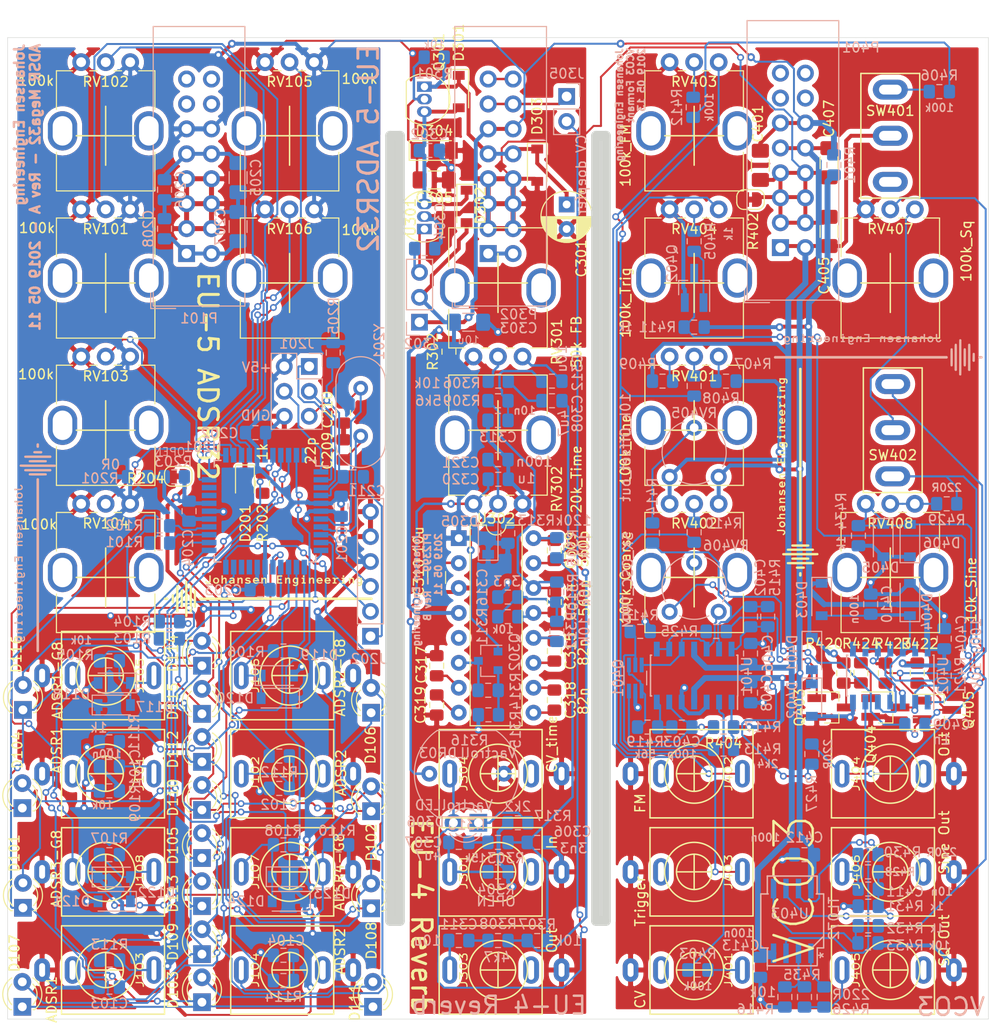
<source format=kicad_pcb>
(kicad_pcb (version 20171130) (host pcbnew "(5.1.0)-1")
  (layers (0 F.Cu signal) (31 B.Cu signal) (34 B.Paste user) (35 F.Paste user hide) (36 B.SilkS user) (37 F.SilkS user) (38 B.Mask user hide) (39 F.Mask user hide) (44 Edge.Cuts user))
  (net 0 "")
  (net 1 +5V)
  (net 2 GND)
  (net 3 +5VA)
  (net 4 GNDA)
  (net 5 +12V)
  (net 6 -12V)
  (net 7 "Net-(C209-Pad1)")
  (net 8 "Net-(C210-Pad1)")
  (net 9 "Net-(C211-Pad2)")
  (net 10 reset)
  (net 11 /KicadJE-EU1-PT2399_sub/7v5)
  (net 12 "Net-(C306-Pad1)")
  (net 13 "Net-(C307-Pad1)")
  (net 14 "Net-(C308-Pad2)")
  (net 15 "Net-(C311-Pad1)")
  (net 16 "Net-(C312-Pad2)")
  (net 17 "Net-(C312-Pad1)")
  (net 18 "Net-(C314-Pad2)")
  (net 19 "Net-(C315-Pad1)")
  (net 20 "Net-(C315-Pad2)")
  (net 21 "Net-(C316-Pad1)")
  (net 22 "Net-(C317-Pad2)")
  (net 23 "Net-(C318-Pad2)")
  (net 24 "Net-(C318-Pad1)")
  (net 25 "Net-(C319-Pad2)")
  (net 26 "Net-(C320-Pad1)")
  (net 27 "Net-(C321-Pad2)")
  (net 28 "Net-(D101-Pad1)")
  (net 29 0_LED)
  (net 30 "Net-(D102-Pad1)")
  (net 31 "Net-(D103-Pad1)")
  (net 32 "Net-(D104-Pad1)")
  (net 33 1)
  (net 34 2_INT2)
  (net 35 3_PWM)
  (net 36 "Net-(D201-Pad2)")
  (net 37 +12Vb)
  (net 38 6_MISO)
  (net 39 7_SCK)
  (net 40 5_MOSI)
  (net 41 9_Tx)
  (net 42 8_Rx)
  (net 43 "Net-(Q302-Pad2)")
  (net 44 "Net-(R306-Pad2)")
  (net 45 "Net-(C305-Pad2)")
  (net 46 LFP1-In)
  (net 47 DelayLine_In)
  (net 48 "Net-(C310-Pad2)")
  (net 49 LFP2-Out)
  (net 50 "Net-(D306-Pad1)")
  (net 51 CV_B)
  (net 52 CV)
  (net 53 -12Vb)
  (net 54 GateB)
  (net 55 /KicadJE-EU1-PT2399_sub/VCO)
  (net 56 5Vreg)
  (net 57 In2399)
  (net 58 Out2399)
  (net 59 18)
  (net 60 19)
  (net 61 20)
  (net 62 21)
  (net 63 ADSR1-G8)
  (net 64 ADSR2-G8)
  (net 65 ADSR3-G8)
  (net 66 12_PWM)
  (net 67 13_PWM)
  (net 68 14_PWM)
  (net 69 15_PWM)
  (net 70 22)
  (net 71 23)
  (net 72 10_INT0)
  (net 73 11_INT1)
  (net 74 24_A0)
  (net 75 25_A1)
  (net 76 26_A2)
  (net 77 27_A3)
  (net 78 28_A4)
  (net 79 29_A5)
  (net 80 ADSR1)
  (net 81 "Net-(J101-PadTN)")
  (net 82 ADSR4-G8)
  (net 83 ADSR2)
  (net 84 ADSR3)
  (net 85 ADSR4)
  (net 86 "Net-(J105-PadTN)")
  (net 87 "Net-(C409-Pad2)")
  (net 88 "Net-(C409-Pad1)")
  (net 89 /AJ_VCO_Formant/e1)
  (net 90 /AJ_VCO_Formant/b1)
  (net 91 /AJ_VCO_Formant/c1)
  (net 92 "Net-(J401-PadT)")
  (net 93 "Net-(J402-PadT)")
  (net 94 "Net-(J403-PadT)")
  (net 95 VCO_Out)
  (net 96 "Net-(Q402-Pad1)")
  (net 97 VCO_Sync)
  (net 98 VCO_Control)
  (net 99 "Net-(R405-Pad2)")
  (net 100 "Net-(R407-Pad2)")
  (net 101 "Net-(R408-Pad1)")
  (net 102 "Net-(R409-Pad2)")
  (net 103 "Net-(R410-Pad1)")
  (net 104 "Net-(R412-Pad1)")
  (net 105 "Net-(R413-Pad2)")
  (net 106 "Net-(C402-Pad1)")
  (net 107 "Net-(C402-Pad2)")
  (net 108 "Net-(C403-Pad2)")
  (net 109 "Net-(D401-Pad2)")
  (net 110 VCO_Exp)
  (net 111 "Net-(Q403-Pad3)")
  (net 112 "Net-(Q404-Pad1)")
  (net 113 "Net-(Q404-Pad3)")
  (net 114 "Net-(R406-Pad2)")
  (net 115 "Net-(R414-Pad2)")
  (net 116 "Net-(R423-Pad2)")
  (net 117 "Net-(R425-Pad2)")
  (net 118 "Net-(U402-Pad11)")
  (net 119 "Net-(U402-Pad6)")
  (net 120 "Net-(U402-Pad4)")
  (net 121 "Net-(C410-Pad1)")
  (net 122 "Net-(D405-Pad1)")
  (net 123 VCO_SQ_Out)
  (net 124 VCO_SIN_Out)
  (net 125 VCO_Nand)
  (net 126 "Net-(R426-Pad2)")
  (net 127 "Net-(R429-Pad1)")
  (net 128 "Net-(R430-Pad2)")
  (net 129 "Net-(RV407-Pad3)")
  (net 130 "Net-(C411-Pad2)")
  (net 131 "Net-(R432-Pad2)")
  (net 132 "Net-(R416-Pad2)")
  (module AJ:Johansen_engineering_logo_25mm_front_neg5 (layer F.Cu) (at 130.75 94.25 90)
    (fp_text reference G*** hide)
    (fp_text value LOGO hide)
  )
  (module AJ:Johansen_engineering_logo_25mm_front_neg5 (layer B.Cu) (at 138.75 82.5 180)
    (fp_text reference G*** hide)
    (fp_text value LOGO hide)
  )
  (module AJ:Johansen_engineering_logo_25mm_front_neg5 (layer B.Cu) (at 53 102 270)
    (fp_text reference G*** hide)
    (fp_text value LOGO hide)
  )
  (module AJ:Johansen_engineering_logo_25mm_front_neg5 (layer F.Cu) (at 76.6 107.1)
    (fp_text reference G*** hide)
    (fp_text value LOGO hide)
  )
  (module Capacitor_SMD:C_0805_2012Metric_Pad1.15x1.40mm_HandSolder (layer B.Cu) (at 68.5 98.25 270)
    (fp_text reference C204 (at 3.75 0.1 270) (layer B.SilkS) (effects (justify mirror)))
    (fp_text value 100n)
    (pad 2 smd roundrect (at 1.025 0 270) (size 1.15 1.4) (layers B.Cu B.Paste B.Mask) (roundrect_rratio 0.217391) (net 3 +5VA))
    (pad 1 smd roundrect (at -1.025 0 270) (size 1.15 1.4) (layers B.Cu B.Paste B.Mask) (roundrect_rratio 0.217391) (net 4 GNDA))
  )
  (module Package_QFP:TQFP-44_10x10mm_P0.8mm (layer B.Cu) (at 76.25 98.25 180)
    (fp_text reference U201 (at 6.35 6.55 180) (layer B.SilkS) (effects (justify mirror)))
    (fp_text value ATmega32A-AU)
    (pad 1 smd rect (at -5.7 4 180) (size 1.5 0.55) (layers B.Cu B.Paste B.Mask) (net 40 5_MOSI))
    (pad 2 smd rect (at -5.7 3.2 180) (size 1.5 0.55) (layers B.Cu B.Paste B.Mask) (net 38 6_MISO))
    (pad 3 smd rect (at -5.7 2.4 180) (size 1.5 0.55) (layers B.Cu B.Paste B.Mask) (net 39 7_SCK))
    (pad 4 smd rect (at -5.7 1.6 180) (size 1.5 0.55) (layers B.Cu B.Paste B.Mask) (net 10 reset))
    (pad 5 smd rect (at -5.7 0.8 180) (size 1.5 0.55) (layers B.Cu B.Paste B.Mask) (net 1 +5V))
    (pad 6 smd rect (at -5.7 0 180) (size 1.5 0.55) (layers B.Cu B.Paste B.Mask) (net 2 GND))
    (pad 7 smd rect (at -5.7 -0.8 180) (size 1.5 0.55) (layers B.Cu B.Paste B.Mask) (net 8 "Net-(C210-Pad1)"))
    (pad 8 smd rect (at -5.7 -1.6 180) (size 1.5 0.55) (layers B.Cu B.Paste B.Mask) (net 7 "Net-(C209-Pad1)"))
    (pad 9 smd rect (at -5.7 -2.4 180) (size 1.5 0.55) (layers B.Cu B.Paste B.Mask) (net 42 8_Rx))
    (pad 10 smd rect (at -5.7 -3.2 180) (size 1.5 0.55) (layers B.Cu B.Paste B.Mask) (net 41 9_Tx))
    (pad 11 smd rect (at -5.7 -4 180) (size 1.5 0.55) (layers B.Cu B.Paste B.Mask) (net 72 10_INT0))
    (pad 12 smd rect (at -4 -5.7 90) (size 1.5 0.55) (layers B.Cu B.Paste B.Mask) (net 73 11_INT1))
    (pad 13 smd rect (at -3.2 -5.7 90) (size 1.5 0.55) (layers B.Cu B.Paste B.Mask) (net 66 12_PWM))
    (pad 14 smd rect (at -2.4 -5.7 90) (size 1.5 0.55) (layers B.Cu B.Paste B.Mask) (net 67 13_PWM))
    (pad 15 smd rect (at -1.6 -5.7 90) (size 1.5 0.55) (layers B.Cu B.Paste B.Mask) (net 68 14_PWM))
    (pad 16 smd rect (at -0.8 -5.7 90) (size 1.5 0.55) (layers B.Cu B.Paste B.Mask) (net 69 15_PWM))
    (pad 17 smd rect (at 0 -5.7 90) (size 1.5 0.55) (layers B.Cu B.Paste B.Mask) (net 1 +5V))
    (pad 18 smd rect (at 0.8 -5.7 90) (size 1.5 0.55) (layers B.Cu B.Paste B.Mask) (net 2 GND))
    (pad 19 smd rect (at 1.6 -5.7 90) (size 1.5 0.55) (layers B.Cu B.Paste B.Mask))
    (pad 20 smd rect (at 2.4 -5.7 90) (size 1.5 0.55) (layers B.Cu B.Paste B.Mask))
    (pad 21 smd rect (at 3.2 -5.7 90) (size 1.5 0.55) (layers B.Cu B.Paste B.Mask) (net 59 18))
    (pad 22 smd rect (at 4 -5.7 90) (size 1.5 0.55) (layers B.Cu B.Paste B.Mask) (net 60 19))
    (pad 23 smd rect (at 5.7 -4 180) (size 1.5 0.55) (layers B.Cu B.Paste B.Mask) (net 61 20))
    (pad 24 smd rect (at 5.7 -3.2 180) (size 1.5 0.55) (layers B.Cu B.Paste B.Mask) (net 62 21))
    (pad 25 smd rect (at 5.7 -2.4 180) (size 1.5 0.55) (layers B.Cu B.Paste B.Mask) (net 70 22))
    (pad 26 smd rect (at 5.7 -1.6 180) (size 1.5 0.55) (layers B.Cu B.Paste B.Mask) (net 71 23))
    (pad 27 smd rect (at 5.7 -0.8 180) (size 1.5 0.55) (layers B.Cu B.Paste B.Mask) (net 3 +5VA))
    (pad 28 smd rect (at 5.7 0 180) (size 1.5 0.55) (layers B.Cu B.Paste B.Mask) (net 2 GND))
    (pad 29 smd rect (at 5.7 0.8 180) (size 1.5 0.55) (layers B.Cu B.Paste B.Mask) (net 4 GNDA))
    (pad 30 smd rect (at 5.7 1.6 180) (size 1.5 0.55) (layers B.Cu B.Paste B.Mask))
    (pad 31 smd rect (at 5.7 2.4 180) (size 1.5 0.55) (layers B.Cu B.Paste B.Mask))
    (pad 32 smd rect (at 5.7 3.2 180) (size 1.5 0.55) (layers B.Cu B.Paste B.Mask) (net 79 29_A5))
    (pad 33 smd rect (at 5.7 4 180) (size 1.5 0.55) (layers B.Cu B.Paste B.Mask) (net 78 28_A4))
    (pad 34 smd rect (at 4 5.7 90) (size 1.5 0.55) (layers B.Cu B.Paste B.Mask) (net 77 27_A3))
    (pad 35 smd rect (at 3.2 5.7 90) (size 1.5 0.55) (layers B.Cu B.Paste B.Mask) (net 76 26_A2))
    (pad 36 smd rect (at 2.4 5.7 90) (size 1.5 0.55) (layers B.Cu B.Paste B.Mask) (net 75 25_A1))
    (pad 37 smd rect (at 1.6 5.7 90) (size 1.5 0.55) (layers B.Cu B.Paste B.Mask) (net 74 24_A0))
    (pad 38 smd rect (at 0.8 5.7 90) (size 1.5 0.55) (layers B.Cu B.Paste B.Mask) (net 1 +5V))
    (pad 39 smd rect (at 0 5.7 90) (size 1.5 0.55) (layers B.Cu B.Paste B.Mask) (net 2 GND))
    (pad 40 smd rect (at -0.8 5.7 90) (size 1.5 0.55) (layers B.Cu B.Paste B.Mask) (net 29 0_LED))
    (pad 41 smd rect (at -1.6 5.7 90) (size 1.5 0.55) (layers B.Cu B.Paste B.Mask) (net 33 1))
    (pad 42 smd rect (at -2.4 5.7 90) (size 1.5 0.55) (layers B.Cu B.Paste B.Mask) (net 34 2_INT2))
    (pad 43 smd rect (at -3.2 5.7 90) (size 1.5 0.55) (layers B.Cu B.Paste B.Mask) (net 35 3_PWM))
    (pad 44 smd rect (at -4 5.7 90) (size 1.5 0.55) (layers B.Cu B.Paste B.Mask))
  )
  (module Capacitor_SMD:C_0805_2012Metric_Pad1.15x1.40mm_HandSolder (layer B.Cu) (at 84 97.75 90)
    (fp_text reference C201 (at -3.85 0.1 90) (layer B.SilkS) (effects (justify mirror)))
    (fp_text value 100n)
    (pad 2 smd roundrect (at 1.025 0 90) (size 1.15 1.4) (layers B.Cu B.Paste B.Mask) (roundrect_rratio 0.217391) (net 1 +5V))
    (pad 1 smd roundrect (at -1.025 0 90) (size 1.15 1.4) (layers B.Cu B.Paste B.Mask) (roundrect_rratio 0.217391) (net 2 GND))
  )
  (module Capacitor_SMD:C_0805_2012Metric_Pad1.15x1.40mm_HandSolder (layer B.Cu) (at 75.275 90.25 180)
    (fp_text reference C202 (at 3.675 -0.05 180) (layer B.SilkS) (effects (justify mirror)))
    (fp_text value 100n)
    (pad 1 smd roundrect (at -1.025 0 180) (size 1.15 1.4) (layers B.Cu B.Paste B.Mask) (roundrect_rratio 0.217391) (net 2 GND))
    (pad 2 smd roundrect (at 1.025 0 180) (size 1.15 1.4) (layers B.Cu B.Paste B.Mask) (roundrect_rratio 0.217391) (net 1 +5V))
  )
  (module Capacitor_SMD:C_0805_2012Metric_Pad1.15x1.40mm_HandSolder (layer B.Cu) (at 75.75 106.25)
    (fp_text reference C203 (at -3.75 0.05) (layer B.SilkS) (effects (justify mirror)))
    (fp_text value 100n)
    (pad 2 smd roundrect (at 1.025 0) (size 1.15 1.4) (layers B.Cu B.Paste B.Mask) (roundrect_rratio 0.217391) (net 1 +5V))
    (pad 1 smd roundrect (at -1.025 0) (size 1.15 1.4) (layers B.Cu B.Paste B.Mask) (roundrect_rratio 0.217391) (net 2 GND))
  )
  (module Capacitor_SMD:C_1206_3216Metric_Pad1.42x1.75mm_HandSolder (layer B.Cu) (at 73.5 64.2625 90)
    (fp_text reference C205 (at 0 1.82 90) (layer B.SilkS) (effects (justify mirror)))
    (fp_text value 100n)
    (pad 1 smd roundrect (at -1.4875 0 90) (size 1.425 1.75) (layers B.Cu B.Paste B.Mask) (roundrect_rratio 0.175439) (net 2 GND))
    (pad 2 smd roundrect (at 1.4875 0 90) (size 1.425 1.75) (layers B.Cu B.Paste B.Mask) (roundrect_rratio 0.175439) (net 5 +12V))
  )
  (module Capacitor_SMD:C_0805_2012Metric_Pad1.15x1.40mm_HandSolder (layer B.Cu) (at 66 65.5 90)
    (fp_text reference C206 (at 0 1.65 90) (layer B.SilkS) (effects (justify mirror)))
    (fp_text value 100n)
    (pad 1 smd roundrect (at -1.025 0 90) (size 1.15 1.4) (layers B.Cu B.Paste B.Mask) (roundrect_rratio 0.217391) (net 2 GND))
    (pad 2 smd roundrect (at 1.025 0 90) (size 1.15 1.4) (layers B.Cu B.Paste B.Mask) (roundrect_rratio 0.217391) (net 5 +12V))
  )
  (module Capacitor_SMD:C_1206_3216Metric_Pad1.42x1.75mm_HandSolder (layer B.Cu) (at 73.5 69.25 270)
    (fp_text reference C207 (at 0 1.82 270) (layer B.SilkS) (effects (justify mirror)))
    (fp_text value 100n)
    (pad 2 smd roundrect (at 1.4875 0 270) (size 1.425 1.75) (layers B.Cu B.Paste B.Mask) (roundrect_rratio 0.175439) (net 6 -12V))
    (pad 1 smd roundrect (at -1.4875 0 270) (size 1.425 1.75) (layers B.Cu B.Paste B.Mask) (roundrect_rratio 0.175439) (net 2 GND))
  )
  (module Capacitor_SMD:C_0805_2012Metric_Pad1.15x1.40mm_HandSolder (layer B.Cu) (at 66 69.475 270)
    (fp_text reference C208 (at 0 1.65 270) (layer B.SilkS) (effects (justify mirror)))
    (fp_text value 100n)
    (pad 2 smd roundrect (at 1.025 0 270) (size 1.15 1.4) (layers B.Cu B.Paste B.Mask) (roundrect_rratio 0.217391) (net 6 -12V))
    (pad 1 smd roundrect (at -1.025 0 270) (size 1.15 1.4) (layers B.Cu B.Paste B.Mask) (roundrect_rratio 0.217391) (net 2 GND))
  )
  (module Capacitor_SMD:C_0805_2012Metric_Pad1.15x1.40mm_HandSolder (layer F.Cu) (at 84.25 92 90)
    (fp_text reference C209 (at -0.1 -1.65 90) (layer F.SilkS))
    (fp_text value 22p (at -0.1 -3.35 90) (layer F.SilkS))
    (pad 2 smd roundrect (at 1.025 0 90) (size 1.15 1.4) (layers F.Cu F.Paste F.Mask) (roundrect_rratio 0.217391) (net 2 GND))
    (pad 1 smd roundrect (at -1.025 0 90) (size 1.15 1.4) (layers F.Cu F.Paste F.Mask) (roundrect_rratio 0.217391) (net 7 "Net-(C209-Pad1)"))
  )
  (module Capacitor_SMD:C_0805_2012Metric_Pad1.15x1.40mm_HandSolder (layer F.Cu) (at 84.25 88.25 270)
    (fp_text reference C210 (at -0.35 1.65 270) (layer F.SilkS))
    (fp_text value 22p)
    (pad 2 smd roundrect (at 1.025 0 270) (size 1.15 1.4) (layers F.Cu F.Paste F.Mask) (roundrect_rratio 0.217391) (net 2 GND))
    (pad 1 smd roundrect (at -1.025 0 270) (size 1.15 1.4) (layers F.Cu F.Paste F.Mask) (roundrect_rratio 0.217391) (net 8 "Net-(C210-Pad1)"))
  )
  (module Capacitor_SMD:C_0805_2012Metric_Pad1.15x1.40mm_HandSolder (layer B.Cu) (at 85.25 94.75)
    (fp_text reference C211 (at 1.35 1.45) (layer B.SilkS) (effects (justify mirror)))
    (fp_text value 100n)
    (pad 2 smd roundrect (at 1.025 0) (size 1.15 1.4) (layers B.Cu B.Paste B.Mask) (roundrect_rratio 0.217391) (net 9 "Net-(C211-Pad2)"))
    (pad 1 smd roundrect (at -1.025 0) (size 1.15 1.4) (layers B.Cu B.Paste B.Mask) (roundrect_rratio 0.217391) (net 10 reset))
  )
  (module Capacitor_THT:CP_Radial_D5.0mm_P2.50mm (layer F.Cu) (at 107 67 270)
    (fp_text reference C301 (at 5.5 -1.5 270) (layer F.SilkS))
    (fp_text value "100uF 16v")
    (pad 2 thru_hole circle (at 2.5 0 270) (size 1.6 1.6) (drill 0.8) (layers *.Cu *.Mask) (net 2 GND))
    (pad 1 thru_hole rect (at 0 0 270) (size 1.6 1.6) (drill 0.8) (layers *.Cu *.Mask) (net 37 +12Vb))
  )
  (module Capacitor_SMD:C_0805_2012Metric_Pad1.15x1.40mm_HandSolder (layer B.Cu) (at 93 61.5 180)
    (fp_text reference C302 (at 0 1.65 180) (layer B.SilkS) (effects (justify mirror)))
    (fp_text value 100n)
    (pad 2 smd roundrect (at 1.025 0 180) (size 1.15 1.4) (layers B.Cu B.Paste B.Mask) (roundrect_rratio 0.217391) (net 11 /KicadJE-EU1-PT2399_sub/7v5))
    (pad 1 smd roundrect (at -1.025 0 180) (size 1.15 1.4) (layers B.Cu B.Paste B.Mask) (roundrect_rratio 0.217391) (net 2 GND))
  )
  (module Capacitor_SMD:C_0805_2012Metric_Pad1.15x1.40mm_HandSolder (layer B.Cu) (at 92.525 71.5 180)
    (fp_text reference C304 (at -1.575 2.8 270) (layer B.SilkS) (effects (justify mirror)))
    (fp_text value 100n)
    (pad 2 smd roundrect (at 1.025 0 180) (size 1.15 1.4) (layers B.Cu B.Paste B.Mask) (roundrect_rratio 0.217391) (net 56 5Vreg))
    (pad 1 smd roundrect (at -1.025 0 180) (size 1.15 1.4) (layers B.Cu B.Paste B.Mask) (roundrect_rratio 0.217391) (net 2 GND))
  )
  (module Capacitor_SMD:C_0805_2012Metric_Pad1.15x1.40mm_HandSolder (layer B.Cu) (at 104 132)
    (fp_text reference C306 (at 3.6 -1.1) (layer B.SilkS) (effects (justify mirror)))
    (fp_text value 3n3 (at 3.7 0.6) (layer B.SilkS) (effects (justify mirror)))
    (pad 2 smd roundrect (at 1.025 0) (size 1.15 1.4) (layers B.Cu B.Paste B.Mask) (roundrect_rratio 0.217391) (net 4 GNDA))
    (pad 1 smd roundrect (at -1.025 0) (size 1.15 1.4) (layers B.Cu B.Paste B.Mask) (roundrect_rratio 0.217391) (net 12 "Net-(C306-Pad1)"))
  )
  (module Capacitor_SMD:C_0805_2012Metric_Pad1.15x1.40mm_HandSolder (layer B.Cu) (at 96 132 180)
    (fp_text reference C307 (at 3.6 0 180) (layer B.SilkS) (effects (justify mirror)))
    (fp_text value 4u7 (at 3.1 -1.3 180) (layer B.SilkS) (effects (justify mirror)))
    (pad 1 smd roundrect (at -1.025 0 180) (size 1.15 1.4) (layers B.Cu B.Paste B.Mask) (roundrect_rratio 0.217391) (net 13 "Net-(C307-Pad1)"))
    (pad 2 smd roundrect (at 1.025 0 180) (size 1.15 1.4) (layers B.Cu B.Paste B.Mask) (roundrect_rratio 0.217391) (net 57 In2399))
  )
  (module Capacitor_SMD:C_0805_2012Metric_Pad1.15x1.40mm_HandSolder (layer B.Cu) (at 105.5 87 180)
    (fp_text reference C308 (at -2.6 -1.3 270) (layer B.SilkS) (effects (justify mirror)))
    (fp_text value 4u7 (at -1.2 -2.3 270) (layer B.SilkS) (effects (justify mirror)))
    (pad 1 smd roundrect (at -1.025 0 180) (size 1.15 1.4) (layers B.Cu B.Paste B.Mask) (roundrect_rratio 0.217391) (net 12 "Net-(C306-Pad1)"))
    (pad 2 smd roundrect (at 1.025 0 180) (size 1.15 1.4) (layers B.Cu B.Paste B.Mask) (roundrect_rratio 0.217391) (net 14 "Net-(C308-Pad2)"))
  )
  (module Capacitor_SMD:C_0805_2012Metric_Pad1.15x1.40mm_HandSolder (layer F.Cu) (at 105.75 102.25 270)
    (fp_text reference C309 (at 0 -1.65 270) (layer F.SilkS))
    (fp_text value 560p (at -0.15 -2.95 270) (layer F.SilkS))
    (pad 1 smd roundrect (at -1.025 0 270) (size 1.15 1.4) (layers F.Cu F.Paste F.Mask) (roundrect_rratio 0.217391) (net 46 LFP1-In))
    (pad 2 smd roundrect (at 1.025 0 270) (size 1.15 1.4) (layers F.Cu F.Paste F.Mask) (roundrect_rratio 0.217391) (net 47 DelayLine_In))
  )
  (module Capacitor_SMD:C_0805_2012Metric_Pad1.15x1.40mm_HandSolder (layer B.Cu) (at 96 142 180)
    (fp_text reference C311 (at 0 1.65 180) (layer B.SilkS) (effects (justify mirror)))
    (fp_text value 10u (at 3.2 0 180) (layer B.SilkS) (effects (justify mirror)))
    (pad 1 smd roundrect (at -1.025 0 180) (size 1.15 1.4) (layers B.Cu B.Paste B.Mask) (roundrect_rratio 0.217391) (net 15 "Net-(C311-Pad1)"))
    (pad 2 smd roundrect (at 1.025 0 180) (size 1.15 1.4) (layers B.Cu B.Paste B.Mask) (roundrect_rratio 0.217391) (net 58 Out2399))
  )
  (module Capacitor_SMD:C_0805_2012Metric_Pad1.15x1.40mm_HandSolder (layer B.Cu) (at 105.5 85)
    (fp_text reference C312 (at 2.6 -0.9 90) (layer B.SilkS) (effects (justify mirror)))
    (fp_text value 10u (at 1 -2.3 90) (layer B.SilkS) (effects (justify mirror)))
    (pad 2 smd roundrect (at 1.025 0) (size 1.15 1.4) (layers B.Cu B.Paste B.Mask) (roundrect_rratio 0.217391) (net 16 "Net-(C312-Pad2)"))
    (pad 1 smd roundrect (at -1.025 0) (size 1.15 1.4) (layers B.Cu B.Paste B.Mask) (roundrect_rratio 0.217391) (net 17 "Net-(C312-Pad1)"))
  )
  (module Capacitor_SMD:C_0805_2012Metric_Pad1.15x1.40mm_HandSolder (layer B.Cu) (at 100 89 180)
    (fp_text reference C313 (at 0 -1.7 180) (layer B.SilkS) (effects (justify mirror)))
    (fp_text value 10n (at -2.7 1 180) (layer B.SilkS) (effects (font (size 0.8 0.8)) (justify mirror)))
    (pad 1 smd roundrect (at -1.025 0 180) (size 1.15 1.4) (layers B.Cu B.Paste B.Mask) (roundrect_rratio 0.217391) (net 17 "Net-(C312-Pad1)"))
    (pad 2 smd roundrect (at 1.025 0 180) (size 1.15 1.4) (layers B.Cu B.Paste B.Mask) (roundrect_rratio 0.217391) (net 4 GNDA))
  )
  (module Capacitor_SMD:C_0805_2012Metric_Pad1.15x1.40mm_HandSolder (layer F.Cu) (at 105.75 107.5 270)
    (fp_text reference C314 (at 0 -1.65 270) (layer F.SilkS))
    (fp_text value 560p (at -0.4 -3.05 270) (layer F.SilkS))
    (pad 2 smd roundrect (at 1.025 0 270) (size 1.15 1.4) (layers F.Cu F.Paste F.Mask) (roundrect_rratio 0.217391) (net 18 "Net-(C314-Pad2)"))
    (pad 1 smd roundrect (at -1.025 0 270) (size 1.15 1.4) (layers F.Cu F.Paste F.Mask) (roundrect_rratio 0.217391) (net 49 LFP2-Out))
  )
  (module Capacitor_SMD:C_0805_2012Metric_Pad1.15x1.40mm_HandSolder (layer B.Cu) (at 101 107 180)
    (fp_text reference C316 (at 2.6 1 270) (layer B.SilkS) (effects (justify mirror)))
    (fp_text value 3n3 (at 0.1 1.6 180) (layer B.SilkS) (effects (justify mirror)))
    (pad 1 smd roundrect (at -1.025 0 180) (size 1.15 1.4) (layers B.Cu B.Paste B.Mask) (roundrect_rratio 0.217391) (net 21 "Net-(C316-Pad1)"))
    (pad 2 smd roundrect (at 1.025 0 180) (size 1.15 1.4) (layers B.Cu B.Paste B.Mask) (roundrect_rratio 0.217391) (net 4 GNDA))
  )
  (module Capacitor_SMD:C_0805_2012Metric_Pad1.15x1.40mm_HandSolder (layer F.Cu) (at 93.75 114 270)
    (fp_text reference C317 (at -0.1 1.55 270) (layer F.SilkS))
    (fp_text value 100n)
    (pad 1 smd roundrect (at -1.025 0 270) (size 1.15 1.4) (layers F.Cu F.Paste F.Mask) (roundrect_rratio 0.217391) (net 4 GNDA))
    (pad 2 smd roundrect (at 1.025 0 270) (size 1.15 1.4) (layers F.Cu F.Paste F.Mask) (roundrect_rratio 0.217391) (net 22 "Net-(C317-Pad2)"))
  )
  (module Capacitor_SMD:C_0805_2012Metric_Pad1.15x1.40mm_HandSolder (layer F.Cu) (at 93.75 118 90)
    (fp_text reference C319 (at 0 -1.65 90) (layer F.SilkS))
    (fp_text value 100n)
    (pad 1 smd roundrect (at -1.025 0 90) (size 1.15 1.4) (layers F.Cu F.Paste F.Mask) (roundrect_rratio 0.217391) (net 4 GNDA))
    (pad 2 smd roundrect (at 1.025 0 90) (size 1.15 1.4) (layers F.Cu F.Paste F.Mask) (roundrect_rratio 0.217391) (net 25 "Net-(C319-Pad2)"))
  )
  (module Capacitor_SMD:C_0805_2012Metric_Pad1.15x1.40mm_HandSolder (layer B.Cu) (at 100.025 95)
    (fp_text reference C320 (at -3.825 0) (layer B.SilkS) (effects (justify mirror)))
    (fp_text value 1u (at 2.875 -0.1) (layer B.SilkS) (effects (justify mirror)))
    (pad 1 smd roundrect (at -1.025 0) (size 1.15 1.4) (layers B.Cu B.Paste B.Mask) (roundrect_rratio 0.217391) (net 26 "Net-(C320-Pad1)"))
    (pad 2 smd roundrect (at 1.025 0) (size 1.15 1.4) (layers B.Cu B.Paste B.Mask) (roundrect_rratio 0.217391) (net 4 GNDA))
  )
  (module Capacitor_SMD:C_0805_2012Metric_Pad1.15x1.40mm_HandSolder (layer B.Cu) (at 100 93 180)
    (fp_text reference C321 (at 3.8 -0.3 180) (layer B.SilkS) (effects (justify mirror)))
    (fp_text value 100n (at -3.7 -0.2 180) (layer B.SilkS) (effects (justify mirror)))
    (pad 1 smd roundrect (at -1.025 0 180) (size 1.15 1.4) (layers B.Cu B.Paste B.Mask) (roundrect_rratio 0.217391) (net 4 GNDA))
    (pad 2 smd roundrect (at 1.025 0 180) (size 1.15 1.4) (layers B.Cu B.Paste B.Mask) (roundrect_rratio 0.217391) (net 27 "Net-(C321-Pad2)"))
  )
  (module LED_THT:LED_D3.0mm (layer F.Cu) (at 51.565001 138.664999 90)
    (fp_text reference D101 (at 5.564999 -0.865001 90) (layer F.SilkS))
    (fp_text value LED)
    (pad 1 thru_hole rect (at 0 0 90) (size 1.8 1.8) (drill 0.9) (layers *.Cu *.Mask) (net 28 "Net-(D101-Pad1)"))
    (pad 2 thru_hole circle (at 2.54 0 90) (size 1.8 1.8) (drill 0.9) (layers *.Cu *.Mask) (net 59 18))
  )
  (module LED_THT:LED_D3.0mm (layer F.Cu) (at 87.065001 128.825763 90)
    (fp_text reference D102 (at -3.174237 0.034999 90) (layer F.SilkS))
    (fp_text value LED)
    (pad 1 thru_hole rect (at 0 0 90) (size 1.8 1.8) (drill 0.9) (layers *.Cu *.Mask) (net 30 "Net-(D102-Pad1)"))
    (pad 2 thru_hole circle (at 2.54 0 90) (size 1.8 1.8) (drill 0.9) (layers *.Cu *.Mask) (net 59 18))
  )
  (module LED_THT:LED_D3.0mm (layer F.Cu) (at 69.815001 148.281142 90)
    (fp_text reference D103 (at 1.27 -2.96 90) (layer F.SilkS))
    (fp_text value LED)
    (pad 1 thru_hole rect (at 0 0 90) (size 1.8 1.8) (drill 0.9) (layers *.Cu *.Mask) (net 31 "Net-(D103-Pad1)"))
    (pad 2 thru_hole circle (at 2.54 0 90) (size 1.8 1.8) (drill 0.9) (layers *.Cu *.Mask) (net 59 18))
  )
  (module LED_THT:LED_D3.0mm (layer F.Cu) (at 51.5 128.5 90)
    (fp_text reference D104 (at 5.9 -0.5 90) (layer F.SilkS))
    (fp_text value LED)
    (pad 2 thru_hole circle (at 2.54 0 90) (size 1.8 1.8) (drill 0.9) (layers *.Cu *.Mask) (net 59 18))
    (pad 1 thru_hole rect (at 0 0 90) (size 1.8 1.8) (drill 0.9) (layers *.Cu *.Mask) (net 32 "Net-(D104-Pad1)"))
  )
  (module LED_THT:LED_D3.0mm (layer F.Cu) (at 69.815001 133.589224 90)
    (fp_text reference D105 (at 1.27 -2.96 90) (layer F.SilkS))
    (fp_text value LED)
    (pad 2 thru_hole circle (at 2.54 0 90) (size 1.8 1.8) (drill 0.9) (layers *.Cu *.Mask) (net 60 19))
    (pad 1 thru_hole rect (at 0 0 90) (size 1.8 1.8) (drill 0.9) (layers *.Cu *.Mask) (net 28 "Net-(D101-Pad1)"))
  )
  (module LED_THT:LED_D3.0mm (layer F.Cu) (at 87.065001 118.79 90)
    (fp_text reference D106 (at -3.31 -0.065001 90) (layer F.SilkS))
    (fp_text value LED)
    (pad 2 thru_hole circle (at 2.54 0 90) (size 1.8 1.8) (drill 0.9) (layers *.Cu *.Mask) (net 60 19))
    (pad 1 thru_hole rect (at 0 0 90) (size 1.8 1.8) (drill 0.9) (layers *.Cu *.Mask) (net 30 "Net-(D102-Pad1)"))
  )
  (module LED_THT:LED_D3.0mm (layer F.Cu) (at 51.5 148.75 90)
    (fp_text reference D107 (at 5.45 -0.8 90) (layer F.SilkS))
    (fp_text value LED)
    (pad 2 thru_hole circle (at 2.54 0 90) (size 1.8 1.8) (drill 0.9) (layers *.Cu *.Mask) (net 60 19))
    (pad 1 thru_hole rect (at 0 0 90) (size 1.8 1.8) (drill 0.9) (layers *.Cu *.Mask) (net 31 "Net-(D103-Pad1)"))
  )
  (module LED_THT:LED_D3.0mm (layer F.Cu) (at 87.065001 138.72307 90)
    (fp_text reference D108 (at -3.27693 0.034999 90) (layer F.SilkS))
    (fp_text value LED)
    (pad 2 thru_hole circle (at 2.54 0 90) (size 1.8 1.8) (drill 0.9) (layers *.Cu *.Mask) (net 60 19))
    (pad 1 thru_hole rect (at 0 0 90) (size 1.8 1.8) (drill 0.9) (layers *.Cu *.Mask) (net 32 "Net-(D104-Pad1)"))
  )
  (module LED_THT:LED_D3.0mm (layer F.Cu) (at 69.815001 143.383836 90)
    (fp_text reference D109 (at 1.27 -2.96 90) (layer F.SilkS))
    (fp_text value LED)
    (pad 1 thru_hole rect (at 0 0 90) (size 1.8 1.8) (drill 0.9) (layers *.Cu *.Mask) (net 28 "Net-(D101-Pad1)"))
    (pad 2 thru_hole circle (at 2.54 0 90) (size 1.8 1.8) (drill 0.9) (layers *.Cu *.Mask) (net 61 20))
  )
  (module LED_THT:LED_D3.0mm (layer F.Cu) (at 69.815001 128.691918 90)
    (fp_text reference D110 (at 1.27 -2.96 90) (layer F.SilkS))
    (fp_text value LED)
    (pad 1 thru_hole rect (at 0 0 90) (size 1.8 1.8) (drill 0.9) (layers *.Cu *.Mask) (net 30 "Net-(D102-Pad1)"))
    (pad 2 thru_hole circle (at 2.54 0 90) (size 1.8 1.8) (drill 0.9) (layers *.Cu *.Mask) (net 61 20))
  )
  (module LED_THT:LED_D3.0mm (layer F.Cu) (at 87.25 148.75 90)
    (fp_text reference D111 (at 0.45 -1.85 90) (layer F.SilkS))
    (fp_text value LED)
    (pad 1 thru_hole rect (at 0 0 90) (size 1.8 1.8) (drill 0.9) (layers *.Cu *.Mask) (net 31 "Net-(D103-Pad1)"))
    (pad 2 thru_hole circle (at 2.54 0 90) (size 1.8 1.8) (drill 0.9) (layers *.Cu *.Mask) (net 61 20))
  )
  (module LED_THT:LED_D3.0mm (layer F.Cu) (at 69.815001 123.794612 90)
    (fp_text reference D112 (at 1.27 -2.96 90) (layer F.SilkS))
    (fp_text value LED)
    (pad 1 thru_hole rect (at 0 0 90) (size 1.8 1.8) (drill 0.9) (layers *.Cu *.Mask) (net 32 "Net-(D104-Pad1)"))
    (pad 2 thru_hole circle (at 2.54 0 90) (size 1.8 1.8) (drill 0.9) (layers *.Cu *.Mask) (net 61 20))
  )
  (module LED_THT:LED_D3.0mm (layer F.Cu) (at 69.815001 138.48653 90)
    (fp_text reference D113 (at 1.27 -2.96 90) (layer F.SilkS))
    (fp_text value LED)
    (pad 1 thru_hole rect (at 0 0 90) (size 1.8 1.8) (drill 0.9) (layers *.Cu *.Mask) (net 28 "Net-(D101-Pad1)"))
    (pad 2 thru_hole circle (at 2.54 0 90) (size 1.8 1.8) (drill 0.9) (layers *.Cu *.Mask) (net 62 21))
  )
  (module LED_THT:LED_D3.0mm (layer F.Cu) (at 69.815001 114 90)
    (fp_text reference D114 (at 1.27 -2.96 90) (layer F.SilkS))
    (fp_text value LED)
    (pad 2 thru_hole circle (at 2.54 0 90) (size 1.8 1.8) (drill 0.9) (layers *.Cu *.Mask) (net 62 21))
    (pad 1 thru_hole rect (at 0 0 90) (size 1.8 1.8) (drill 0.9) (layers *.Cu *.Mask) (net 30 "Net-(D102-Pad1)"))
  )
  (module LED_THT:LED_D3.0mm (layer F.Cu) (at 69.815001 118.897306 90)
    (fp_text reference D115 (at 1.27 -2.96 90) (layer F.SilkS))
    (fp_text value LED)
    (pad 2 thru_hole circle (at 2.54 0 90) (size 1.8 1.8) (drill 0.9) (layers *.Cu *.Mask) (net 62 21))
    (pad 1 thru_hole rect (at 0 0 90) (size 1.8 1.8) (drill 0.9) (layers *.Cu *.Mask) (net 31 "Net-(D103-Pad1)"))
  )
  (module LED_THT:LED_D3.0mm (layer F.Cu) (at 51.565001 118.5 90)
    (fp_text reference D116 (at 5.7 -0.665001 90) (layer F.SilkS))
    (fp_text value LED)
    (pad 2 thru_hole circle (at 2.54 0 90) (size 1.8 1.8) (drill 0.9) (layers *.Cu *.Mask) (net 62 21))
    (pad 1 thru_hole rect (at 0 0 90) (size 1.8 1.8) (drill 0.9) (layers *.Cu *.Mask) (net 32 "Net-(D104-Pad1)"))
  )
  (module LED_SMD:LED_0805_2012Metric_Pad1.15x1.40mm_HandSolder (layer F.Cu) (at 74.2 95.4 270)
    (fp_text reference D201 (at 4.1 -0.05 270) (layer F.SilkS))
    (fp_text value LED)
    (pad 1 smd roundrect (at -1.025 0 270) (size 1.15 1.4) (layers F.Cu F.Paste F.Mask) (roundrect_rratio 0.217391) (net 2 GND))
    (pad 2 smd roundrect (at 1.025 0 270) (size 1.15 1.4) (layers F.Cu F.Paste F.Mask) (roundrect_rratio 0.217391) (net 36 "Net-(D201-Pad2)"))
  )
  (module Diode_SMD:D_SOD-123 (layer F.Cu) (at 96 55.5 270)
    (fp_text reference D301 (at -5 0 270) (layer F.SilkS))
    (fp_text value 1N1007)
    (pad 2 smd rect (at 1.65 0 270) (size 0.9 1.2) (layers F.Cu F.Paste F.Mask) (net 11 /KicadJE-EU1-PT2399_sub/7v5))
    (pad 1 smd rect (at -1.65 0 270) (size 0.9 1.2) (layers F.Cu F.Paste F.Mask) (net 37 +12Vb))
  )
  (module Diode_SMD:D_SOD-123 (layer F.Cu) (at 96.8 67.2 270)
    (fp_text reference D302 (at -0.1 -1.4 270) (layer F.SilkS))
    (fp_text value 1N1007)
    (pad 1 smd rect (at -1.65 0 270) (size 0.9 1.2) (layers F.Cu F.Paste F.Mask) (net 11 /KicadJE-EU1-PT2399_sub/7v5))
    (pad 2 smd rect (at 1.65 0 270) (size 0.9 1.2) (layers F.Cu F.Paste F.Mask) (net 3 +5VA))
  )
  (module Diode_SMD:D_SOD-123 (layer F.Cu) (at 104 63 270)
    (fp_text reference D303 (at -5 0 270) (layer F.SilkS))
    (fp_text value 1N1007)
    (pad 1 smd rect (at -1.65 0 270) (size 0.9 1.2) (layers F.Cu F.Paste F.Mask) (net 37 +12Vb))
    (pad 2 smd rect (at 1.65 0 270) (size 0.9 1.2) (layers F.Cu F.Paste F.Mask) (net 2 GND))
  )
  (module Diode_SMD:D_MiniMELF (layer F.Cu) (at 93.5 61.5)
    (fp_text reference D304 (at 0 -2) (layer F.SilkS))
    (fp_text value 7v5)
    (pad 1 smd rect (at -1.75 0) (size 1.3 1.7) (layers F.Cu F.Paste F.Mask) (net 45 "Net-(C305-Pad2)"))
    (pad 2 smd rect (at 1.75 0) (size 1.3 1.7) (layers F.Cu F.Paste F.Mask) (net 2 GND))
  )
  (module AJ-Dropbox-Kicad:PJ301SM (layer F.Cu) (at 78.75 125 90)
    (fp_text reference J102 (at 0 -3.5 90) (layer F.SilkS) (effects (font (size 0.75 1) (thickness 0.125))))
    (fp_text value ADSR2 (at 0.1 5.25 90) (layer F.SilkS))
    (pad T thru_hole oval (at 0 -4.92 90) (size 2.8 1.5) (drill oval 2.1 0.5) (layers *.Cu *.Mask) (net 83 ADSR2))
    (pad S thru_hole oval (at 0 6.48 90) (size 2.4 1.6) (drill oval 1.4 0.6) (layers *.Cu *.Mask) (net 4 GNDA))
    (pad TN thru_hole oval (at 0 3.38 90) (size 2.8 1.6) (drill oval 2 0.6) (layers *.Cu *.Mask))
  )
  (module Connector_PinHeader_2.54mm:PinHeader_2x03_P2.54mm_Vertical (layer B.Cu) (at 80.75 83.5 180)
    (fp_text reference J201 (at 1.27 2.33 180) (layer B.SilkS) (effects (justify mirror)))
    (fp_text value AVR-ISP-6)
    (pad 1 thru_hole rect (at 0 0 180) (size 1.7 1.7) (drill 1) (layers *.Cu *.Mask) (net 38 6_MISO))
    (pad 2 thru_hole oval (at 2.54 0 180) (size 1.7 1.7) (drill 1) (layers *.Cu *.Mask) (net 1 +5V))
    (pad 3 thru_hole oval (at 0 -2.54 180) (size 1.7 1.7) (drill 1) (layers *.Cu *.Mask) (net 39 7_SCK))
    (pad 4 thru_hole oval (at 2.54 -2.54 180) (size 1.7 1.7) (drill 1) (layers *.Cu *.Mask) (net 40 5_MOSI))
    (pad 5 thru_hole oval (at 0 -5.08 180) (size 1.7 1.7) (drill 1) (layers *.Cu *.Mask) (net 10 reset))
    (pad 6 thru_hole oval (at 2.54 -5.08 180) (size 1.7 1.7) (drill 1) (layers *.Cu *.Mask) (net 2 GND))
  )
  (module Connector_PinHeader_2.54mm:PinHeader_1x06_P2.54mm_Vertical (layer B.Cu) (at 87 111)
    (fp_text reference J202 (at -0.2 2.3) (layer B.SilkS) (effects (justify mirror)))
    (fp_text value UART)
    (pad 1 thru_hole rect (at 0 0) (size 1.7 1.7) (drill 1) (layers *.Cu *.Mask) (net 9 "Net-(C211-Pad2)"))
    (pad 2 thru_hole oval (at 0 -2.54) (size 1.7 1.7) (drill 1) (layers *.Cu *.Mask) (net 41 9_Tx))
    (pad 3 thru_hole oval (at 0 -5.08) (size 1.7 1.7) (drill 1) (layers *.Cu *.Mask) (net 42 8_Rx))
    (pad 4 thru_hole oval (at 0 -7.62) (size 1.7 1.7) (drill 1) (layers *.Cu *.Mask) (net 1 +5V))
    (pad 5 thru_hole oval (at 0 -10.16) (size 1.7 1.7) (drill 1) (layers *.Cu *.Mask) (net 2 GND))
    (pad 6 thru_hole oval (at 0 -12.7) (size 1.7 1.7) (drill 1) (layers *.Cu *.Mask) (net 2 GND))
  )
  (module AJ-Dropbox-Kicad:PJ301SM (layer F.Cu) (at 100 135 90)
    (fp_text reference J301 (at 0 -3.5 90) (layer F.SilkS) (effects (font (size 0.75 1) (thickness 0.125))))
    (fp_text value In (at 3 5.5 90) (layer F.SilkS))
    (pad TN thru_hole oval (at 0 3.38 90) (size 2.8 1.6) (drill oval 2 0.6) (layers *.Cu *.Mask))
    (pad S thru_hole oval (at 0 6.48 90) (size 2.4 1.6) (drill oval 1.4 0.6) (layers *.Cu *.Mask) (net 4 GNDA))
    (pad T thru_hole oval (at 0 -4.92 90) (size 2.8 1.5) (drill oval 2.1 0.5) (layers *.Cu *.Mask) (net 57 In2399))
  )
  (module AJ-Dropbox-Kicad:PJ301SM (layer F.Cu) (at 100 145 90)
    (fp_text reference J303 (at 0 -3.5 90) (layer F.SilkS) (effects (font (size 0.75 1) (thickness 0.125))))
    (fp_text value Out (at 3 5.5 90) (layer F.SilkS))
    (pad T thru_hole oval (at 0 -4.92 90) (size 2.8 1.5) (drill oval 2.1 0.5) (layers *.Cu *.Mask) (net 58 Out2399))
    (pad S thru_hole oval (at 0 6.48 90) (size 2.4 1.6) (drill oval 1.4 0.6) (layers *.Cu *.Mask) (net 4 GNDA))
    (pad TN thru_hole oval (at 0 3.38 90) (size 2.8 1.6) (drill oval 2 0.6) (layers *.Cu *.Mask))
  )
  (module Connectors_IDC:IDC-Header_2x08_Pitch2.54mm_Straight (layer B.Cu) (at 68.25 72)
    (fp_text reference P101 (at 1.27 6.604) (layer B.SilkS) (effects (justify mirror)))
    (fp_text value Doepfer_Power_16pin)
    (pad 1 thru_hole rect (at 0 0) (size 1.7272 1.7272) (drill 1.016) (layers *.Cu *.Mask) (net 6 -12V))
    (pad 2 thru_hole oval (at 2.54 0) (size 1.7272 1.7272) (drill 1.016) (layers *.Cu *.Mask) (net 6 -12V))
    (pad 3 thru_hole oval (at 0 -2.54) (size 1.7272 1.7272) (drill 1.016) (layers *.Cu *.Mask) (net 2 GND))
    (pad 4 thru_hole oval (at 2.54 -2.54) (size 1.7272 1.7272) (drill 1.016) (layers *.Cu *.Mask) (net 2 GND))
    (pad 5 thru_hole oval (at 0 -5.08) (size 1.7272 1.7272) (drill 1.016) (layers *.Cu *.Mask) (net 2 GND))
    (pad 6 thru_hole oval (at 2.54 -5.08) (size 1.7272 1.7272) (drill 1.016) (layers *.Cu *.Mask) (net 2 GND))
    (pad 7 thru_hole oval (at 0 -7.62) (size 1.7272 1.7272) (drill 1.016) (layers *.Cu *.Mask) (net 2 GND))
    (pad 8 thru_hole oval (at 2.54 -7.62) (size 1.7272 1.7272) (drill 1.016) (layers *.Cu *.Mask) (net 2 GND))
    (pad 9 thru_hole oval (at 0 -10.16) (size 1.7272 1.7272) (drill 1.016) (layers *.Cu *.Mask) (net 5 +12V))
    (pad 10 thru_hole oval (at 2.54 -10.16) (size 1.7272 1.7272) (drill 1.016) (layers *.Cu *.Mask) (net 5 +12V))
    (pad 11 thru_hole oval (at 0 -12.7) (size 1.7272 1.7272) (drill 1.016) (layers *.Cu *.Mask) (net 1 +5V))
    (pad 12 thru_hole oval (at 2.54 -12.7) (size 1.7272 1.7272) (drill 1.016) (layers *.Cu *.Mask) (net 1 +5V))
    (pad 13 thru_hole oval (at 0 -15.24) (size 1.7272 1.7272) (drill 1.016) (layers *.Cu *.Mask))
    (pad 14 thru_hole oval (at 2.54 -15.24) (size 1.7272 1.7272) (drill 1.016) (layers *.Cu *.Mask))
    (pad 15 thru_hole oval (at 0 -17.78) (size 1.7272 1.7272) (drill 1.016) (layers *.Cu *.Mask))
    (pad 16 thru_hole oval (at 2.54 -17.78) (size 1.7272 1.7272) (drill 1.016) (layers *.Cu *.Mask))
  )
  (module Package_TO_SOT_THT:TO-92_Inline (layer F.Cu) (at 92.5 55 270)
    (fp_text reference Q301 (at -3.5 -1.5 270) (layer F.SilkS))
    (fp_text value BC337)
    (pad 2 thru_hole oval (at 1.27 0 270) (size 1.05 1.5) (drill 0.75) (layers *.Cu *.Mask) (net 45 "Net-(C305-Pad2)"))
    (pad 3 thru_hole oval (at 2.54 0 270) (size 1.05 1.5) (drill 0.75) (layers *.Cu *.Mask) (net 11 /KicadJE-EU1-PT2399_sub/7v5))
    (pad 1 thru_hole rect (at 0 0 270) (size 1.05 1.5) (drill 0.75) (layers *.Cu *.Mask) (net 37 +12Vb))
  )
  (module Package_TO_SOT_SMD:SOT-23 (layer B.Cu) (at 99 113.5 180)
    (fp_text reference Q302 (at -2.7 0.9 270) (layer B.SilkS) (effects (justify mirror)))
    (fp_text value PZT2222A)
    (pad 1 smd rect (at -1 0.95 180) (size 0.9 0.8) (layers B.Cu B.Paste B.Mask) (net 27 "Net-(C321-Pad2)"))
    (pad 2 smd rect (at -1 -0.95 180) (size 0.9 0.8) (layers B.Cu B.Paste B.Mask) (net 43 "Net-(Q302-Pad2)"))
    (pad 3 smd rect (at 1 0 180) (size 0.9 0.8) (layers B.Cu B.Paste B.Mask) (net 55 /KicadJE-EU1-PT2399_sub/VCO))
  )
  (module Resistor_SMD:R_0805_2012Metric_Pad1.15x1.40mm_HandSolder (layer B.Cu) (at 65.5 101.5 180)
    (fp_text reference R101 (at 3.6 0.1 180) (layer B.SilkS) (effects (justify mirror)))
    (fp_text value 100R)
    (pad 1 smd roundrect (at -1.025 0 180) (size 1.15 1.4) (layers B.Cu B.Paste B.Mask) (roundrect_rratio 0.217391) (net 70 22))
    (pad 2 smd roundrect (at 1.025 0 180) (size 1.15 1.4) (layers B.Cu B.Paste B.Mask) (roundrect_rratio 0.217391) (net 28 "Net-(D101-Pad1)"))
  )
  (module Resistor_SMD:R_0805_2012Metric_Pad1.15x1.40mm_HandSolder (layer B.Cu) (at 65.5 99.75 180)
    (fp_text reference R102 (at 3.6 0.05 180) (layer B.SilkS) (effects (justify mirror)))
    (fp_text value 100r)
    (pad 1 smd roundrect (at -1.025 0 180) (size 1.15 1.4) (layers B.Cu B.Paste B.Mask) (roundrect_rratio 0.217391) (net 71 23))
    (pad 2 smd roundrect (at 1.025 0 180) (size 1.15 1.4) (layers B.Cu B.Paste B.Mask) (roundrect_rratio 0.217391) (net 30 "Net-(D102-Pad1)"))
  )
  (module Resistor_SMD:R_0805_2012Metric_Pad1.15x1.40mm_HandSolder (layer B.Cu) (at 66.5 111.25)
    (fp_text reference R103 (at -3.8 -0.05) (layer B.SilkS) (effects (justify mirror)))
    (fp_text value 100R)
    (pad 2 smd roundrect (at 1.025 0) (size 1.15 1.4) (layers B.Cu B.Paste B.Mask) (roundrect_rratio 0.217391) (net 31 "Net-(D103-Pad1)"))
    (pad 1 smd roundrect (at -1.025 0) (size 1.15 1.4) (layers B.Cu B.Paste B.Mask) (roundrect_rratio 0.217391) (net 33 1))
  )
  (module Resistor_SMD:R_0805_2012Metric_Pad1.15x1.40mm_HandSolder (layer B.Cu) (at 66.5 109.5)
    (fp_text reference R104 (at -3.8 0) (layer B.SilkS) (effects (justify mirror)))
    (fp_text value 100r)
    (pad 1 smd roundrect (at -1.025 0) (size 1.15 1.4) (layers B.Cu B.Paste B.Mask) (roundrect_rratio 0.217391) (net 29 0_LED))
    (pad 2 smd roundrect (at 1.025 0) (size 1.15 1.4) (layers B.Cu B.Paste B.Mask) (roundrect_rratio 0.217391) (net 32 "Net-(D104-Pad1)"))
  )
  (module Resistor_SMD:R_0805_2012Metric_Pad1.15x1.40mm_HandSolder (layer B.Cu) (at 63.25 94.75 180)
    (fp_text reference R201 (at 3.85 -0.15 180) (layer B.SilkS) (effects (justify mirror)))
    (fp_text value 0R (at 2.75 1.25 180) (layer B.SilkS) (effects (justify mirror)))
    (pad 1 smd roundrect (at -1.025 0 180) (size 1.15 1.4) (layers B.Cu B.Paste B.Mask) (roundrect_rratio 0.217391) (net 3 +5VA))
    (pad 2 smd roundrect (at 1.025 0 180) (size 1.15 1.4) (layers B.Cu B.Paste B.Mask) (roundrect_rratio 0.217391) (net 1 +5V))
  )
  (module Resistor_SMD:R_0805_2012Metric_Pad1.15x1.40mm_HandSolder (layer F.Cu) (at 76 95.4 90)
    (fp_text reference R202 (at -4.1 0 90) (layer F.SilkS))
    (fp_text value 1k (at 3.2 0 90) (layer F.SilkS))
    (pad 1 smd roundrect (at -1.025 0 90) (size 1.15 1.4) (layers F.Cu F.Paste F.Mask) (roundrect_rratio 0.217391) (net 36 "Net-(D201-Pad2)"))
    (pad 2 smd roundrect (at 1.025 0 90) (size 1.15 1.4) (layers F.Cu F.Paste F.Mask) (roundrect_rratio 0.217391) (net 29 0_LED))
  )
  (module Resistor_SMD:R_0805_2012Metric_Pad1.15x1.40mm_HandSolder (layer B.Cu) (at 67 94.75)
    (fp_text reference R203 (at -0.1 -1.55) (layer B.SilkS) (effects (justify mirror)))
    (fp_text value OPEN (at -0.5 -2.55) (layer B.SilkS) (effects (font (size 0.8 0.8) (thickness 0.1)) (justify mirror)))
    (pad 2 smd roundrect (at 1.025 0) (size 1.15 1.4) (layers B.Cu B.Paste B.Mask) (roundrect_rratio 0.217391) (net 4 GNDA))
    (pad 1 smd roundrect (at -1.025 0) (size 1.15 1.4) (layers B.Cu B.Paste B.Mask) (roundrect_rratio 0.217391) (net 3 +5VA))
  )
  (module Jumper:SolderJumper-2_P1.3mm_Bridged_RoundedPad1.0x1.5mm (layer F.Cu) (at 67.4 94.7 180)
    (fp_text reference R204 (at 3.3 -0.2 180) (layer F.SilkS))
    (fp_text value 0R)
    (pad 1 smd custom (at -0.65 0 180) (size 1 0.5) (layers F.Cu F.Mask) (net 4 GNDA) (options (clearance outline) (anchor rect)) (primitives (gr_circle (center 0 0.25) (end 0.5 0.25) (width 0)) (gr_circle (center 0 -0.25) (end 0.5 -0.25) (width 0)) (gr_poly (pts (xy 0 -0.75) (xy 0.5 -0.75) (xy 0.5 0.75) (xy 0 0.75)) (width 0)) (gr_poly (pts (xy 0.9 -0.3) (xy 0.4 -0.3) (xy 0.4 0.3) (xy 0.9 0.3)) (width 0))))
    (pad 2 smd custom (at 0.65 0 180) (size 1 0.5) (layers F.Cu F.Mask) (net 2 GND) (options (clearance outline) (anchor rect)) (primitives (gr_circle (center 0 0.25) (end 0.5 0.25) (width 0)) (gr_circle (center 0 -0.25) (end 0.5 -0.25) (width 0)) (gr_poly (pts (xy 0 -0.75) (xy -0.5 -0.75) (xy -0.5 0.75) (xy 0 0.75)) (width 0))))
  )
  (module Resistor_SMD:R_0805_2012Metric_Pad1.15x1.40mm_HandSolder (layer B.Cu) (at 83.2 82.1 270)
    (fp_text reference R205 (at -3.75 -0.05 270) (layer B.SilkS) (effects (justify mirror)))
    (fp_text value 10k)
    (pad 1 smd roundrect (at -1.025 0 270) (size 1.15 1.4) (layers B.Cu B.Paste B.Mask) (roundrect_rratio 0.217391) (net 1 +5V))
    (pad 2 smd roundrect (at 1.025 0 270) (size 1.15 1.4) (layers B.Cu B.Paste B.Mask) (roundrect_rratio 0.217391) (net 10 reset))
  )
  (module Resistor_SMD:R_0805_2012Metric_Pad1.15x1.40mm_HandSolder (layer B.Cu) (at 93.5 52)
    (fp_text reference R301 (at 0 1.65) (layer B.SilkS) (effects (justify mirror)))
    (fp_text value 10k (at 0 -1.3) (layer B.SilkS) (effects (font (size 0.8 0.8) (thickness 0.1)) (justify mirror)))
    (pad 2 smd roundrect (at 1.025 0) (size 1.15 1.4) (layers B.Cu B.Paste B.Mask) (roundrect_rratio 0.217391) (net 37 +12Vb))
    (pad 1 smd roundrect (at -1.025 0) (size 1.15 1.4) (layers B.Cu B.Paste B.Mask) (roundrect_rratio 0.217391) (net 45 "Net-(C305-Pad2)"))
  )
  (module Resistor_SMD:R_0805_2012Metric_Pad1.15x1.40mm_HandSolder (layer F.Cu) (at 95 82 90)
    (fp_text reference R302 (at 0 -1.65 90) (layer F.SilkS))
    (fp_text value 0R)
    (pad 1 smd roundrect (at -1.025 0 90) (size 1.15 1.4) (layers F.Cu F.Paste F.Mask) (roundrect_rratio 0.217391) (net 4 GNDA))
    (pad 2 smd roundrect (at 1.025 0 90) (size 1.15 1.4) (layers F.Cu F.Paste F.Mask) (roundrect_rratio 0.217391) (net 2 GND))
  )
  (module Resistor_SMD:R_0805_2012Metric_Pad1.15x1.40mm_HandSolder (layer B.Cu) (at 100 132)
    (fp_text reference R303 (at 0.8 1.6) (layer B.SilkS) (effects (justify mirror)))
    (fp_text value 15k (at -2.3 1.6) (layer B.SilkS) (effects (font (size 0.8 0.8)) (justify mirror)))
    (pad 1 smd roundrect (at -1.025 0) (size 1.15 1.4) (layers B.Cu B.Paste B.Mask) (roundrect_rratio 0.217391) (net 13 "Net-(C307-Pad1)"))
    (pad 2 smd roundrect (at 1.025 0) (size 1.15 1.4) (layers B.Cu B.Paste B.Mask) (roundrect_rratio 0.217391) (net 12 "Net-(C306-Pad1)"))
  )
  (module Resistor_SMD:R_0805_2012Metric_Pad1.15x1.40mm_HandSolder (layer B.Cu) (at 100 135 180)
    (fp_text reference R304 (at 0.2 -1.8 180) (layer B.SilkS) (effects (justify mirror)))
    (fp_text value OPEN (at 0.2 -3 180) (layer B.SilkS) (effects (justify mirror)))
    (pad 2 smd roundrect (at 1.025 0 180) (size 1.15 1.4) (layers B.Cu B.Paste B.Mask) (roundrect_rratio 0.217391) (net 57 In2399))
    (pad 1 smd roundrect (at -1.025 0 180) (size 1.15 1.4) (layers B.Cu B.Paste B.Mask) (roundrect_rratio 0.217391) (net 4 GNDA))
  )
  (module Resistor_SMD:R_0805_2012Metric_Pad1.15x1.40mm_HandSolder (layer B.Cu) (at 106 101.975 90)
    (fp_text reference R305 (at 0 1.65 90) (layer B.SilkS) (effects (justify mirror)))
    (fp_text value 10k (at 0.175 2.8 90) (layer B.SilkS) (effects (justify mirror)))
    (pad 2 smd roundrect (at 1.025 0 90) (size 1.15 1.4) (layers B.Cu B.Paste B.Mask) (roundrect_rratio 0.217391) (net 46 LFP1-In))
    (pad 1 smd roundrect (at -1.025 0 90) (size 1.15 1.4) (layers B.Cu B.Paste B.Mask) (roundrect_rratio 0.217391) (net 12 "Net-(C306-Pad1)"))
  )
  (module Resistor_SMD:R_0805_2012Metric_Pad1.15x1.40mm_HandSolder (layer B.Cu) (at 100.025 85 180)
    (fp_text reference R306 (at 3.725 -0.2 180) (layer B.SilkS) (effects (justify mirror)))
    (fp_text value 10k (at 7.225 -0.2 180) (layer B.SilkS) (effects (justify mirror)))
    (pad 1 smd roundrect (at -1.025 0 180) (size 1.15 1.4) (layers B.Cu B.Paste B.Mask) (roundrect_rratio 0.217391) (net 14 "Net-(C308-Pad2)"))
    (pad 2 smd roundrect (at 1.025 0 180) (size 1.15 1.4) (layers B.Cu B.Paste B.Mask) (roundrect_rratio 0.217391) (net 44 "Net-(R306-Pad2)"))
  )
  (module Resistor_SMD:R_0805_2012Metric_Pad1.15x1.40mm_HandSolder (layer B.Cu) (at 104 142 180)
    (fp_text reference R307 (at 0 1.65 180) (layer B.SilkS) (effects (justify mirror)))
    (fp_text value 10k (at -3.2 0 180) (layer B.SilkS) (effects (justify mirror)))
    (pad 2 smd roundrect (at 1.025 0 180) (size 1.15 1.4) (layers B.Cu B.Paste B.Mask) (roundrect_rratio 0.217391) (net 47 DelayLine_In))
    (pad 1 smd roundrect (at -1.025 0 180) (size 1.15 1.4) (layers B.Cu B.Paste B.Mask) (roundrect_rratio 0.217391) (net 12 "Net-(C306-Pad1)"))
  )
  (module Resistor_SMD:R_0805_2012Metric_Pad1.15x1.40mm_HandSolder (layer B.Cu) (at 100 142)
    (fp_text reference R308 (at 0 -1.7) (layer B.SilkS) (effects (justify mirror)))
    (fp_text value 4k7 (at -0.1 1.7) (layer B.SilkS) (effects (justify mirror)))
    (pad 2 smd roundrect (at 1.025 0) (size 1.15 1.4) (layers B.Cu B.Paste B.Mask) (roundrect_rratio 0.217391) (net 47 DelayLine_In))
    (pad 1 smd roundrect (at -1.025 0) (size 1.15 1.4) (layers B.Cu B.Paste B.Mask) (roundrect_rratio 0.217391) (net 15 "Net-(C311-Pad1)"))
  )
  (module Resistor_SMD:R_0805_2012Metric_Pad1.15x1.40mm_HandSolder (layer B.Cu) (at 100 87 180)
    (fp_text reference R309 (at 3.7 0 180) (layer B.SilkS) (effects (justify mirror)))
    (fp_text value 5k6 (at 7.1 0 180) (layer B.SilkS) (effects (justify mirror)))
    (pad 2 smd roundrect (at 1.025 0 180) (size 1.15 1.4) (layers B.Cu B.Paste B.Mask) (roundrect_rratio 0.217391) (net 49 LFP2-Out))
    (pad 1 smd roundrect (at -1.025 0 180) (size 1.15 1.4) (layers B.Cu B.Paste B.Mask) (roundrect_rratio 0.217391) (net 17 "Net-(C312-Pad1)"))
  )
  (module Resistor_SMD:R_0805_2012Metric_Pad1.15x1.40mm_HandSolder (layer B.Cu) (at 106 106.5 90)
    (fp_text reference R310 (at 0 1.65 90) (layer B.SilkS) (effects (justify mirror)))
    (fp_text value 15k (at -0.1 2.9 90) (layer B.SilkS) (effects (justify mirror)))
    (pad 1 smd roundrect (at -1.025 0 90) (size 1.15 1.4) (layers B.Cu B.Paste B.Mask) (roundrect_rratio 0.217391) (net 21 "Net-(C316-Pad1)"))
    (pad 2 smd roundrect (at 1.025 0 90) (size 1.15 1.4) (layers B.Cu B.Paste B.Mask) (roundrect_rratio 0.217391) (net 49 LFP2-Out))
  )
  (module Resistor_SMD:R_0805_2012Metric_Pad1.15x1.40mm_HandSolder (layer B.Cu) (at 101 109)
    (fp_text reference R311 (at -2.6 1 90) (layer B.SilkS) (effects (justify mirror)))
    (fp_text value 10k (at -0.5 1.3) (layer B.SilkS) (effects (font (size 0.8 0.8)) (justify mirror)))
    (pad 2 smd roundrect (at 1.025 0) (size 1.15 1.4) (layers B.Cu B.Paste B.Mask) (roundrect_rratio 0.217391) (net 18 "Net-(C314-Pad2)"))
    (pad 1 smd roundrect (at -1.025 0) (size 1.15 1.4) (layers B.Cu B.Paste B.Mask) (roundrect_rratio 0.217391) (net 21 "Net-(C316-Pad1)"))
  )
  (module Resistor_SMD:R_0805_2012Metric_Pad1.15x1.40mm_HandSolder (layer B.Cu) (at 106 110.5 270)
    (fp_text reference R312 (at -0.1 -1.5 270) (layer B.SilkS) (effects (justify mirror)))
    (fp_text value 10k (at -0.1 -2.8 270) (layer B.SilkS) (effects (justify mirror)))
    (pad 1 smd roundrect (at -1.025 0 270) (size 1.15 1.4) (layers B.Cu B.Paste B.Mask) (roundrect_rratio 0.217391) (net 21 "Net-(C316-Pad1)"))
    (pad 2 smd roundrect (at 1.025 0 270) (size 1.15 1.4) (layers B.Cu B.Paste B.Mask) (roundrect_rratio 0.217391) (net 19 "Net-(C315-Pad1)"))
  )
  (module Resistor_SMD:R_0805_2012Metric_Pad1.15x1.40mm_HandSolder (layer B.Cu) (at 101 100.5 270)
    (fp_text reference R313 (at -1.3 -2.9) (layer B.SilkS) (effects (justify mirror)))
    (fp_text value 120k (at -1.3 -6.7) (layer B.SilkS) (effects (justify mirror)))
    (pad 2 smd roundrect (at 1.025 0 270) (size 1.15 1.4) (layers B.Cu B.Paste B.Mask) (roundrect_rratio 0.217391) (net 3 +5VA))
    (pad 1 smd roundrect (at -1.025 0 270) (size 1.15 1.4) (layers B.Cu B.Paste B.Mask) (roundrect_rratio 0.217391) (net 26 "Net-(C320-Pad1)"))
  )
  (module Resistor_SMD:R_0805_2012Metric_Pad1.15x1.40mm_HandSolder (layer B.Cu) (at 99 116.5 180)
    (fp_text reference R314 (at -2.8 -0.1 270) (layer B.SilkS) (effects (justify mirror)))
    (fp_text value 22k)
    (pad 1 smd roundrect (at -1.025 0 180) (size 1.15 1.4) (layers B.Cu B.Paste B.Mask) (roundrect_rratio 0.217391) (net 43 "Net-(Q302-Pad2)"))
    (pad 2 smd roundrect (at 1.025 0 180) (size 1.15 1.4) (layers B.Cu B.Paste B.Mask) (roundrect_rratio 0.217391) (net 55 /KicadJE-EU1-PT2399_sub/VCO))
  )
  (module Resistor_SMD:R_0805_2012Metric_Pad1.15x1.40mm_HandSolder (layer B.Cu) (at 99.025 119)
    (fp_text reference R315 (at 2.775 1.5 90) (layer B.SilkS) (effects (justify mirror)))
    (fp_text value 150R)
    (pad 2 smd roundrect (at 1.025 0) (size 1.15 1.4) (layers B.Cu B.Paste B.Mask) (roundrect_rratio 0.217391) (net 43 "Net-(Q302-Pad2)"))
    (pad 1 smd roundrect (at -1.025 0) (size 1.15 1.4) (layers B.Cu B.Paste B.Mask) (roundrect_rratio 0.217391) (net 4 GNDA))
  )
  (module Potentiometer_THT:Potentiometer_China_RK09_Single_Vertical_AJ (layer F.Cu) (at 102.5 82.5 90)
    (fp_text reference RV301 (at 1.5 3.5 270) (layer F.SilkS))
    (fp_text value "50k FB" (at 1.5 5.5 270) (layer F.SilkS))
    (pad "" np_thru_hole oval (at 7 1.9 90) (size 4 3) (drill oval 3 2) (layers *.Cu *.Mask))
    (pad "" np_thru_hole oval (at 7 -6.9 90) (size 4 3) (drill oval 3 2) (layers *.Cu *.Mask))
    (pad 1 thru_hole circle (at 0 0 90) (size 1.8 1.8) (drill 1) (layers *.Cu *.Mask) (net 16 "Net-(C312-Pad2)"))
    (pad 2 thru_hole circle (at 0 -2.5 90) (size 1.8 1.8) (drill 1) (layers *.Cu *.Mask) (net 44 "Net-(R306-Pad2)"))
    (pad 3 thru_hole circle (at 0 -5 90) (size 1.8 1.8) (drill 1) (layers *.Cu *.Mask) (net 4 GNDA))
  )
  (module Potentiometer_THT:Potentiometer_China_RK09_Single_Vertical_AJ (layer F.Cu) (at 102.5 97.5 90)
    (fp_text reference RV302 (at 1.5 3.5 270) (layer F.SilkS))
    (fp_text value 20k_Time (at 2.5 5.5 270) (layer F.SilkS))
    (pad 3 thru_hole circle (at 0 -5 90) (size 1.8 1.8) (drill 1) (layers *.Cu *.Mask) (net 26 "Net-(C320-Pad1)"))
    (pad 2 thru_hole circle (at 0 -2.5 90) (size 1.8 1.8) (drill 1) (layers *.Cu *.Mask) (net 27 "Net-(C321-Pad2)"))
    (pad 1 thru_hole circle (at 0 0 90) (size 1.8 1.8) (drill 1) (layers *.Cu *.Mask) (net 4 GNDA))
    (pad "" np_thru_hole oval (at 7 -6.9 90) (size 4 3) (drill oval 3 2) (layers *.Cu *.Mask))
    (pad "" np_thru_hole oval (at 7 1.9 90) (size 4 3) (drill oval 3 2) (layers *.Cu *.Mask))
  )
  (module Package_DIP:DIP-16_W7.62mm (layer F.Cu) (at 96 101)
    (fp_text reference U302 (at 3.8 -2) (layer F.SilkS))
    (fp_text value PT2399)
    (pad 1 thru_hole rect (at 0 0) (size 1.6 1.6) (drill 0.8) (layers *.Cu *.Mask) (net 3 +5VA))
    (pad 9 thru_hole oval (at 7.62 17.78) (size 1.6 1.6) (drill 0.8) (layers *.Cu *.Mask) (net 23 "Net-(C318-Pad2)"))
    (pad 2 thru_hole oval (at 0 2.54) (size 1.6 1.6) (drill 0.8) (layers *.Cu *.Mask) (net 48 "Net-(C310-Pad2)"))
    (pad 10 thru_hole oval (at 7.62 15.24) (size 1.6 1.6) (drill 0.8) (layers *.Cu *.Mask) (net 24 "Net-(C318-Pad1)"))
    (pad 3 thru_hole oval (at 0 5.08) (size 1.6 1.6) (drill 0.8) (layers *.Cu *.Mask) (net 4 GNDA))
    (pad 11 thru_hole oval (at 7.62 12.7) (size 1.6 1.6) (drill 0.8) (layers *.Cu *.Mask) (net 20 "Net-(C315-Pad2)"))
    (pad 4 thru_hole oval (at 0 7.62) (size 1.6 1.6) (drill 0.8) (layers *.Cu *.Mask) (net 2 GND))
    (pad 12 thru_hole oval (at 7.62 10.16) (size 1.6 1.6) (drill 0.8) (layers *.Cu *.Mask) (net 19 "Net-(C315-Pad1)"))
    (pad 5 thru_hole oval (at 0 10.16) (size 1.6 1.6) (drill 0.8) (layers *.Cu *.Mask))
    (pad 13 thru_hole oval (at 7.62 7.62) (size 1.6 1.6) (drill 0.8) (layers *.Cu *.Mask) (net 18 "Net-(C314-Pad2)"))
    (pad 6 thru_hole oval (at 0 12.7) (size 1.6 1.6) (drill 0.8) (layers *.Cu *.Mask) (net 55 /KicadJE-EU1-PT2399_sub/VCO))
    (pad 14 thru_hole oval (at 7.62 5.08) (size 1.6 1.6) (drill 0.8) (layers *.Cu *.Mask) (net 49 LFP2-Out))
    (pad 7 thru_hole oval (at 0 15.24) (size 1.6 1.6) (drill 0.8) (layers *.Cu *.Mask) (net 22 "Net-(C317-Pad2)"))
    (pad 15 thru_hole oval (at 7.62 2.54) (size 1.6 1.6) (drill 0.8) (layers *.Cu *.Mask) (net 47 DelayLine_In))
    (pad 8 thru_hole oval (at 0 17.78) (size 1.6 1.6) (drill 0.8) (layers *.Cu *.Mask) (net 25 "Net-(C319-Pad2)"))
    (pad 16 thru_hole oval (at 7.62 0) (size 1.6 1.6) (drill 0.8) (layers *.Cu *.Mask) (net 46 LFP1-In))
  )
  (module Crystal:Crystal_HC49-U_Vertical (layer B.Cu) (at 86 90.6 90)
    (fp_text reference Y201 (at 9.6 1.9 90) (layer B.SilkS) (effects (justify mirror)))
    (fp_text value 16MHz)
    (pad 1 thru_hole circle (at 0 0 90) (size 1.5 1.5) (drill 0.8) (layers *.Cu *.Mask) (net 7 "Net-(C209-Pad1)"))
    (pad 2 thru_hole circle (at 4.88 0 90) (size 1.5 1.5) (drill 0.8) (layers *.Cu *.Mask) (net 8 "Net-(C210-Pad1)"))
  )
  (module Capacitor_SMD:C_1206_3216Metric_Pad1.42x1.75mm_HandSolder (layer B.Cu) (at 97 79 180)
    (fp_text reference C303 (at -5.1 -0.6 180) (layer B.SilkS) (effects (justify mirror)))
    (fp_text value 10u (at 0 -1.82 180) (layer B.SilkS) (effects (font (size 0.8 0.8) (thickness 0.1)) (justify mirror)))
    (pad 1 smd roundrect (at -1.4875 0 180) (size 1.425 1.75) (layers B.Cu B.Paste B.Mask) (roundrect_rratio 0.175439) (net 2 GND))
    (pad 2 smd roundrect (at 1.4875 0 180) (size 1.425 1.75) (layers B.Cu B.Paste B.Mask) (roundrect_rratio 0.175439) (net 3 +5VA))
  )
  (module Capacitor_SMD:C_1206_3216Metric_Pad1.42x1.75mm_HandSolder (layer F.Cu) (at 93.5 64.5 180)
    (fp_text reference C305 (at 0 -1.82 180) (layer F.SilkS))
    (fp_text value 10u)
    (pad 2 smd roundrect (at 1.4875 0 180) (size 1.425 1.75) (layers F.Cu F.Paste F.Mask) (roundrect_rratio 0.175439) (net 45 "Net-(C305-Pad2)"))
    (pad 1 smd roundrect (at -1.4875 0 180) (size 1.425 1.75) (layers F.Cu F.Paste F.Mask) (roundrect_rratio 0.175439) (net 2 GND))
  )
  (module Capacitor_SMD:C_1206_3216Metric_Pad1.42x1.75mm_HandSolder (layer F.Cu) (at 93.75 105 90)
    (fp_text reference C310 (at 0 -1.82 90) (layer F.SilkS))
    (fp_text value 10u (at 3.8 -1.85 90) (layer F.SilkS))
    (pad 1 smd roundrect (at -1.4875 0 90) (size 1.425 1.75) (layers F.Cu F.Paste F.Mask) (roundrect_rratio 0.175439) (net 4 GNDA))
    (pad 2 smd roundrect (at 1.4875 0 90) (size 1.425 1.75) (layers F.Cu F.Paste F.Mask) (roundrect_rratio 0.175439) (net 48 "Net-(C310-Pad2)"))
  )
  (module Capacitor_SMD:C_0805_2012Metric_Pad1.15x1.40mm_HandSolder (layer F.Cu) (at 105.75 112.5 270)
    (fp_text reference C315 (at 0 -1.65 270) (layer F.SilkS))
    (fp_text value 82n (at 0.1 -2.95 270) (layer F.SilkS))
    (pad 1 smd roundrect (at -1.025 0 270) (size 1.15 1.4) (layers F.Cu F.Paste F.Mask) (roundrect_rratio 0.217391) (net 19 "Net-(C315-Pad1)"))
    (pad 2 smd roundrect (at 1.025 0 270) (size 1.15 1.4) (layers F.Cu F.Paste F.Mask) (roundrect_rratio 0.217391) (net 20 "Net-(C315-Pad2)"))
  )
  (module Capacitor_SMD:C_0805_2012Metric_Pad1.15x1.40mm_HandSolder (layer F.Cu) (at 105.75 117.5 270)
    (fp_text reference C318 (at 0 -1.65 270) (layer F.SilkS))
    (fp_text value 82n (at 0.1 -2.95 270) (layer F.SilkS))
    (pad 2 smd roundrect (at 1.025 0 270) (size 1.15 1.4) (layers F.Cu F.Paste F.Mask) (roundrect_rratio 0.217391) (net 23 "Net-(C318-Pad2)"))
    (pad 1 smd roundrect (at -1.025 0 270) (size 1.15 1.4) (layers F.Cu F.Paste F.Mask) (roundrect_rratio 0.217391) (net 24 "Net-(C318-Pad1)"))
  )
  (module Diode_SMD:D_SOD-123 (layer B.Cu) (at 99 101 90)
    (fp_text reference D305 (at 1.7 -2.9 180) (layer B.SilkS) (effects (justify mirror)))
    (fp_text value 1N1007)
    (pad 1 smd rect (at -1.65 0 90) (size 0.9 1.2) (layers B.Cu B.Paste B.Mask) (net 3 +5VA))
    (pad 2 smd rect (at 1.65 0 90) (size 0.9 1.2) (layers B.Cu B.Paste B.Mask) (net 26 "Net-(C320-Pad1)"))
  )
  (module LED_THT:LED_D3.0mm (layer B.Cu) (at 98 130 180)
    (fp_text reference D306 (at 5.4 0.1 180) (layer B.SilkS) (effects (justify mirror)))
    (fp_text value VactrolLED (at 2.5 1.8 180) (layer B.SilkS) (effects (justify mirror)))
    (pad 1 thru_hole rect (at 0 0 180) (size 1.8 1.8) (drill 0.9) (layers *.Cu *.Mask) (net 50 "Net-(D306-Pad1)"))
    (pad 2 thru_hole circle (at 2.54 0 180) (size 1.8 1.8) (drill 0.9) (layers *.Cu *.Mask) (net 52 CV))
  )
  (module Connector_PinHeader_2.54mm:PinHeader_1x03_P2.54mm_Vertical (layer B.Cu) (at 92 79)
    (fp_text reference J302 (at 0.2 2.2) (layer B.SilkS) (effects (justify mirror)))
    (fp_text value "+5V reg/doepfer")
    (pad 1 thru_hole rect (at 0 0) (size 1.7 1.7) (drill 1) (layers *.Cu *.Mask) (net 1 +5V))
    (pad 2 thru_hole oval (at 0 -2.54) (size 1.7 1.7) (drill 1) (layers *.Cu *.Mask) (net 3 +5VA))
    (pad 3 thru_hole oval (at 0 -5.08) (size 1.7 1.7) (drill 1) (layers *.Cu *.Mask) (net 56 5Vreg))
  )
  (module AJ-Dropbox-Kicad:PJ301SM (layer F.Cu) (at 100 125 90)
    (fp_text reference J304 (at 0 -3.5 90) (layer F.SilkS) (effects (font (size 0.75 1) (thickness 0.125))))
    (fp_text value CV_time (at 3 5.5 90) (layer F.SilkS))
    (pad T thru_hole oval (at 0 -4.92 90) (size 2.8 1.5) (drill oval 2.1 0.5) (layers *.Cu *.Mask) (net 52 CV))
    (pad S thru_hole oval (at 0 6.48 90) (size 2.4 1.6) (drill oval 1.4 0.6) (layers *.Cu *.Mask) (net 4 GNDA))
    (pad TN thru_hole oval (at 0 3.38 90) (size 2.8 1.6) (drill oval 2 0.6) (layers *.Cu *.Mask))
  )
  (module Connector_PinHeader_2.54mm:PinHeader_1x02_P2.54mm_Vertical (layer B.Cu) (at 107 56 180)
    (fp_text reference J305 (at 0 2.33 180) (layer B.SilkS) (effects (justify mirror)))
    (fp_text value "CV doepfer" (at -1.5 -8 270) (layer B.SilkS) (effects (justify mirror)))
    (pad 1 thru_hole rect (at 0 0 180) (size 1.7 1.7) (drill 1) (layers *.Cu *.Mask) (net 51 CV_B))
    (pad 2 thru_hole oval (at 0 -2.54 180) (size 1.7 1.7) (drill 1) (layers *.Cu *.Mask) (net 52 CV))
  )
  (module Connectors_IDC:IDC-Header_2x08_Pitch2.54mm_Straight (layer B.Cu) (at 99 72)
    (fp_text reference P302 (at 3.1 6.2) (layer B.SilkS) (effects (justify mirror)))
    (fp_text value Doepfer_Power_16pin)
    (pad 1 thru_hole rect (at 0 0) (size 1.7272 1.7272) (drill 1.016) (layers *.Cu *.Mask) (net 53 -12Vb))
    (pad 2 thru_hole oval (at 2.54 0) (size 1.7272 1.7272) (drill 1.016) (layers *.Cu *.Mask) (net 53 -12Vb))
    (pad 3 thru_hole oval (at 0 -2.54) (size 1.7272 1.7272) (drill 1.016) (layers *.Cu *.Mask) (net 2 GND))
    (pad 4 thru_hole oval (at 2.54 -2.54) (size 1.7272 1.7272) (drill 1.016) (layers *.Cu *.Mask) (net 2 GND))
    (pad 5 thru_hole oval (at 0 -5.08) (size 1.7272 1.7272) (drill 1.016) (layers *.Cu *.Mask) (net 2 GND))
    (pad 6 thru_hole oval (at 2.54 -5.08) (size 1.7272 1.7272) (drill 1.016) (layers *.Cu *.Mask) (net 2 GND))
    (pad 7 thru_hole oval (at 0 -7.62) (size 1.7272 1.7272) (drill 1.016) (layers *.Cu *.Mask) (net 2 GND))
    (pad 8 thru_hole oval (at 2.54 -7.62) (size 1.7272 1.7272) (drill 1.016) (layers *.Cu *.Mask) (net 2 GND))
    (pad 9 thru_hole oval (at 0 -10.16) (size 1.7272 1.7272) (drill 1.016) (layers *.Cu *.Mask) (net 37 +12Vb))
    (pad 10 thru_hole oval (at 2.54 -10.16) (size 1.7272 1.7272) (drill 1.016) (layers *.Cu *.Mask) (net 37 +12Vb))
    (pad 11 thru_hole oval (at 0 -12.7) (size 1.7272 1.7272) (drill 1.016) (layers *.Cu *.Mask) (net 1 +5V))
    (pad 12 thru_hole oval (at 2.54 -12.7) (size 1.7272 1.7272) (drill 1.016) (layers *.Cu *.Mask) (net 1 +5V))
    (pad 13 thru_hole oval (at 0 -15.24) (size 1.7272 1.7272) (drill 1.016) (layers *.Cu *.Mask) (net 51 CV_B))
    (pad 14 thru_hole oval (at 2.54 -15.24) (size 1.7272 1.7272) (drill 1.016) (layers *.Cu *.Mask) (net 51 CV_B))
    (pad 15 thru_hole oval (at 0 -17.78) (size 1.7272 1.7272) (drill 1.016) (layers *.Cu *.Mask) (net 54 GateB))
    (pad 16 thru_hole oval (at 2.54 -17.78) (size 1.7272 1.7272) (drill 1.016) (layers *.Cu *.Mask) (net 54 GateB))
  )
  (module OptoDevice:R_LDR_10x8.5mm_P7.6mm_Vertical (layer B.Cu) (at 93 125)
    (fp_text reference R316 (at 3.8 5.2) (layer B.SilkS) (effects (justify mirror)))
    (fp_text value VactrolLDR03 (at 3.9 -2.1) (layer B.SilkS) (effects (justify mirror)))
    (fp_text user %R (at 4.1 -3.4) (layer B.SilkS) (effects (justify mirror)))
    (pad 1 thru_hole circle (at 0 0) (size 1.6 1.6) (drill 0.8) (layers *.Cu *.Mask) (net 26 "Net-(C320-Pad1)"))
    (pad 2 thru_hole circle (at 7.6 0) (size 1.6 1.6) (drill 0.8) (layers *.Cu *.Mask) (net 4 GNDA))
  )
  (module Resistor_SMD:R_0805_2012Metric_Pad1.15x1.40mm_HandSolder (layer B.Cu) (at 102.025 130)
    (fp_text reference R317 (at 3.575 -0.7) (layer B.SilkS) (effects (justify mirror)))
    (fp_text value 2k2 (at 0 -1.65) (layer B.SilkS) (effects (justify mirror)))
    (pad 1 smd roundrect (at -1.025 0) (size 1.15 1.4) (layers B.Cu B.Paste B.Mask) (roundrect_rratio 0.217391) (net 4 GNDA))
    (pad 2 smd roundrect (at 1.025 0) (size 1.15 1.4) (layers B.Cu B.Paste B.Mask) (roundrect_rratio 0.217391) (net 50 "Net-(D306-Pad1)"))
  )
  (module Package_TO_SOT_THT:TO-92_Inline (layer F.Cu) (at 92.5 69.5 90)
    (fp_text reference U301 (at 1.2 -1.4 90) (layer F.SilkS))
    (fp_text value L78L05_TO92)
    (pad 2 thru_hole oval (at 1.27 0 90) (size 1.05 1.5) (drill 0.75) (layers *.Cu *.Mask) (net 2 GND))
    (pad 3 thru_hole oval (at 2.54 0 90) (size 1.05 1.5) (drill 0.75) (layers *.Cu *.Mask) (net 11 /KicadJE-EU1-PT2399_sub/7v5))
    (pad 1 thru_hole rect (at 0 0 90) (size 1.05 1.5) (drill 0.75) (layers *.Cu *.Mask) (net 56 5Vreg))
  )
  (module Diode_SMD:D_SOD-123 (layer B.Cu) (at 60.875001 118)
    (fp_text reference D117 (at 4.124999 0.2) (layer B.SilkS) (effects (justify mirror)))
    (fp_text value 1N1007)
    (pad 1 smd rect (at -1.65 0) (size 0.9 1.2) (layers B.Cu B.Paste B.Mask) (net 1 +5V))
    (pad 2 smd rect (at 1.65 0) (size 0.9 1.2) (layers B.Cu B.Paste B.Mask) (net 63 ADSR1-G8))
  )
  (module Diode_SMD:D_SOD-123 (layer B.Cu) (at 60.875001 115.75 180)
    (fp_text reference D118 (at 4.375001 -1.15 180) (layer B.SilkS) (effects (justify mirror)))
    (fp_text value 1N1007)
    (pad 2 smd rect (at 1.65 0 180) (size 0.9 1.2) (layers B.Cu B.Paste B.Mask) (net 4 GNDA))
    (pad 1 smd rect (at -1.65 0 180) (size 0.9 1.2) (layers B.Cu B.Paste B.Mask) (net 63 ADSR1-G8))
  )
  (module Diode_SMD:D_SOD-123 (layer B.Cu) (at 77.5 117.3 180)
    (fp_text reference D119 (at -4.3 4.4 180) (layer B.SilkS) (effects (justify mirror)))
    (fp_text value 1N1007)
    (pad 1 smd rect (at -1.65 0 180) (size 0.9 1.2) (layers B.Cu B.Paste B.Mask) (net 1 +5V))
    (pad 2 smd rect (at 1.65 0 180) (size 0.9 1.2) (layers B.Cu B.Paste B.Mask) (net 64 ADSR2-G8))
  )
  (module Diode_SMD:D_SOD-123 (layer B.Cu) (at 77.5 115)
    (fp_text reference D120 (at -4.3 2.3) (layer B.SilkS) (effects (justify mirror)))
    (fp_text value 1N1007)
    (pad 2 smd rect (at 1.65 0) (size 0.9 1.2) (layers B.Cu B.Paste B.Mask) (net 4 GNDA))
    (pad 1 smd rect (at -1.65 0) (size 0.9 1.2) (layers B.Cu B.Paste B.Mask) (net 64 ADSR2-G8))
  )
  (module Diode_SMD:D_SOD-123 (layer B.Cu) (at 60.875001 135.525)
    (fp_text reference D121 (at -4.375001 2.475) (layer B.SilkS) (effects (justify mirror)))
    (fp_text value 1N1007)
    (pad 2 smd rect (at 1.65 0) (size 0.9 1.2) (layers B.Cu B.Paste B.Mask) (net 65 ADSR3-G8))
    (pad 1 smd rect (at -1.65 0) (size 0.9 1.2) (layers B.Cu B.Paste B.Mask) (net 1 +5V))
  )
  (module Diode_SMD:D_SOD-123 (layer B.Cu) (at 60.875001 138 180)
    (fp_text reference D122 (at -4.324999 0.9 180) (layer B.SilkS) (effects (justify mirror)))
    (fp_text value 1N1007)
    (pad 1 smd rect (at -1.65 0 180) (size 0.9 1.2) (layers B.Cu B.Paste B.Mask) (net 65 ADSR3-G8))
    (pad 2 smd rect (at 1.65 0 180) (size 0.9 1.2) (layers B.Cu B.Paste B.Mask) (net 4 GNDA))
  )
  (module AJ-Dropbox-Kicad:PJ301SM (layer F.Cu) (at 60 145 270)
    (fp_text reference J103 (at 0 -3.5 270) (layer F.SilkS) (effects (font (size 0.75 1) (thickness 0.125))))
    (fp_text value ADSR1 (at 3 5.5 270) (layer F.SilkS))
    (pad T thru_hole oval (at 0 -4.92 270) (size 2.8 1.5) (drill oval 2.1 0.5) (layers *.Cu *.Mask) (net 84 ADSR3))
    (pad S thru_hole oval (at 0 6.48 270) (size 2.4 1.6) (drill oval 1.4 0.6) (layers *.Cu *.Mask) (net 4 GNDA))
    (pad TN thru_hole oval (at 0 3.38 270) (size 2.8 1.6) (drill oval 2 0.6) (layers *.Cu *.Mask))
  )
  (module AJ-Dropbox-Kicad:PJ301SM (layer F.Cu) (at 78.75 145 90)
    (fp_text reference J104 (at 0 -3.5 90) (layer F.SilkS) (effects (font (size 0.75 1) (thickness 0.125))))
    (fp_text value ADSR2 (at 1.9 5.15 90) (layer F.SilkS))
    (pad T thru_hole oval (at 0 -4.92 90) (size 2.8 1.5) (drill oval 2.1 0.5) (layers *.Cu *.Mask) (net 85 ADSR4))
    (pad S thru_hole oval (at 0 6.48 90) (size 2.4 1.6) (drill oval 1.4 0.6) (layers *.Cu *.Mask) (net 4 GNDA))
    (pad TN thru_hole oval (at 0 3.38 90) (size 2.8 1.6) (drill oval 2 0.6) (layers *.Cu *.Mask))
  )
  (module AJ-Dropbox-Kicad:PJ301SM (layer F.Cu) (at 60 115 270)
    (fp_text reference J105 (at 0 -3.5 270) (layer F.SilkS) (effects (font (size 0.75 1) (thickness 0.125))))
    (fp_text value ADSR1-G8 (at 0.5 4.9 270) (layer F.SilkS))
    (pad T thru_hole oval (at 0 -4.92 270) (size 2.8 1.5) (drill oval 2.1 0.5) (layers *.Cu *.Mask) (net 63 ADSR1-G8))
    (pad S thru_hole oval (at 0 6.48 270) (size 2.4 1.6) (drill oval 1.4 0.6) (layers *.Cu *.Mask) (net 4 GNDA))
    (pad TN thru_hole oval (at 0 3.38 270) (size 2.8 1.6) (drill oval 2 0.6) (layers *.Cu *.Mask) (net 86 "Net-(J105-PadTN)"))
  )
  (module AJ-Dropbox-Kicad:PJ301SM (layer F.Cu) (at 78.75 115 90)
    (fp_text reference J106 (at 0 -3.5 90) (layer F.SilkS) (effects (font (size 0.75 1) (thickness 0.125))))
    (fp_text value ADSR2-G8 (at -0.2 5.15 90) (layer F.SilkS))
    (pad T thru_hole oval (at 0 -4.92 90) (size 2.8 1.5) (drill oval 2.1 0.5) (layers *.Cu *.Mask) (net 64 ADSR2-G8))
    (pad S thru_hole oval (at 0 6.48 90) (size 2.4 1.6) (drill oval 1.4 0.6) (layers *.Cu *.Mask) (net 4 GNDA))
    (pad TN thru_hole oval (at 0 3.38 90) (size 2.8 1.6) (drill oval 2 0.6) (layers *.Cu *.Mask) (net 86 "Net-(J105-PadTN)"))
  )
  (module AJ-Dropbox-Kicad:PJ301SM (layer F.Cu) (at 60 135 270)
    (fp_text reference J108 (at 0 -3.5 270) (layer F.SilkS) (effects (font (size 0.75 1) (thickness 0.125))))
    (fp_text value ADSR3-G8 (at -0.3 5 270) (layer F.SilkS))
    (pad TN thru_hole oval (at 0 3.38 270) (size 2.8 1.6) (drill oval 2 0.6) (layers *.Cu *.Mask) (net 86 "Net-(J105-PadTN)"))
    (pad S thru_hole oval (at 0 6.48 270) (size 2.4 1.6) (drill oval 1.4 0.6) (layers *.Cu *.Mask) (net 4 GNDA))
    (pad T thru_hole oval (at 0 -4.92 270) (size 2.8 1.5) (drill oval 2.1 0.5) (layers *.Cu *.Mask) (net 65 ADSR3-G8))
  )
  (module Resistor_SMD:R_0805_2012Metric_Pad1.15x1.40mm_HandSolder (layer B.Cu) (at 60.375001 113.5)
    (fp_text reference R105 (at -3.475001 -0.6) (layer B.SilkS) (effects (justify mirror)))
    (fp_text value 10k (at -2.875001 -2.1) (layer B.SilkS) (effects (font (size 0.8 0.8)) (justify mirror)))
    (pad 1 smd roundrect (at -1.025 0) (size 1.15 1.4) (layers B.Cu B.Paste B.Mask) (roundrect_rratio 0.217391) (net 72 10_INT0))
    (pad 2 smd roundrect (at 1.025 0) (size 1.15 1.4) (layers B.Cu B.Paste B.Mask) (roundrect_rratio 0.217391) (net 63 ADSR1-G8))
  )
  (module Resistor_SMD:R_0805_2012Metric_Pad1.15x1.40mm_HandSolder (layer B.Cu) (at 78.125001 112.5 180)
    (fp_text reference R106 (at 3.825001 -0.1 180) (layer B.SilkS) (effects (justify mirror)))
    (fp_text value 10k)
    (pad 2 smd roundrect (at 1.025 0 180) (size 1.15 1.4) (layers B.Cu B.Paste B.Mask) (roundrect_rratio 0.217391) (net 64 ADSR2-G8))
    (pad 1 smd roundrect (at -1.025 0 180) (size 1.15 1.4) (layers B.Cu B.Paste B.Mask) (roundrect_rratio 0.217391) (net 73 11_INT1))
  )
  (module Resistor_SMD:R_0805_2012Metric_Pad1.15x1.40mm_HandSolder (layer B.Cu) (at 60.375001 133.25 180)
    (fp_text reference R107 (at 0 1.65 180) (layer B.SilkS) (effects (justify mirror)))
    (fp_text value 10k)
    (pad 1 smd roundrect (at -1.025 0 180) (size 1.15 1.4) (layers B.Cu B.Paste B.Mask) (roundrect_rratio 0.217391) (net 34 2_INT2))
    (pad 2 smd roundrect (at 1.025 0 180) (size 1.15 1.4) (layers B.Cu B.Paste B.Mask) (roundrect_rratio 0.217391) (net 65 ADSR3-G8))
  )
  (module Potentiometer_THT:Potentiometer_China_RK09_Single_Vertical_AJ (layer F.Cu) (at 57.5 67.5 270)
    (fp_text reference RV101 (at 2 -2.5) (layer F.SilkS))
    (fp_text value 100k (at 1.9 4.5) (layer F.SilkS))
    (pad 3 thru_hole circle (at 0 -5 270) (size 1.8 1.8) (drill 1) (layers *.Cu *.Mask) (net 1 +5V))
    (pad 2 thru_hole circle (at 0 -2.5 270) (size 1.8 1.8) (drill 1) (layers *.Cu *.Mask) (net 74 24_A0))
    (pad 1 thru_hole circle (at 0 0 270) (size 1.8 1.8) (drill 1) (layers *.Cu *.Mask) (net 2 GND))
    (pad "" np_thru_hole oval (at 7 -6.9 270) (size 4 3) (drill oval 3 2) (layers *.Cu *.Mask))
    (pad "" np_thru_hole oval (at 7 1.9 270) (size 4 3) (drill oval 3 2) (layers *.Cu *.Mask))
  )
  (module Potentiometer_THT:Potentiometer_China_RK09_Single_Vertical_AJ (layer F.Cu) (at 57.5 52.5 270)
    (fp_text reference RV102 (at 2 -2.5) (layer F.SilkS))
    (fp_text value 100k (at 1.9 4.6) (layer F.SilkS))
    (pad "" np_thru_hole oval (at 7 1.9 270) (size 4 3) (drill oval 3 2) (layers *.Cu *.Mask))
    (pad "" np_thru_hole oval (at 7 -6.9 270) (size 4 3) (drill oval 3 2) (layers *.Cu *.Mask))
    (pad 1 thru_hole circle (at 0 0 270) (size 1.8 1.8) (drill 1) (layers *.Cu *.Mask) (net 2 GND))
    (pad 2 thru_hole circle (at 0 -2.5 270) (size 1.8 1.8) (drill 1) (layers *.Cu *.Mask) (net 75 25_A1))
    (pad 3 thru_hole circle (at 0 -5 270) (size 1.8 1.8) (drill 1) (layers *.Cu *.Mask) (net 1 +5V))
  )
  (module Potentiometer_THT:Potentiometer_China_RK09_Single_Vertical_AJ (layer F.Cu) (at 57.5 82.5 270)
    (fp_text reference RV103 (at 2 -2.5) (layer F.SilkS))
    (fp_text value 100k (at 1.8 4.6) (layer F.SilkS))
    (pad 3 thru_hole circle (at 0 -5 270) (size 1.8 1.8) (drill 1) (layers *.Cu *.Mask) (net 1 +5V))
    (pad 2 thru_hole circle (at 0 -2.5 270) (size 1.8 1.8) (drill 1) (layers *.Cu *.Mask) (net 76 26_A2))
    (pad 1 thru_hole circle (at 0 0 270) (size 1.8 1.8) (drill 1) (layers *.Cu *.Mask) (net 2 GND))
    (pad "" np_thru_hole oval (at 7 -6.9 270) (size 4 3) (drill oval 3 2) (layers *.Cu *.Mask))
    (pad "" np_thru_hole oval (at 7 1.9 270) (size 4 3) (drill oval 3 2) (layers *.Cu *.Mask))
  )
  (module Potentiometer_THT:Potentiometer_China_RK09_Single_Vertical_AJ (layer F.Cu) (at 57.5 97.5 270)
    (fp_text reference RV104 (at 2 -2.5) (layer F.SilkS))
    (fp_text value 100k (at 2.1 4.3) (layer F.SilkS))
    (pad "" np_thru_hole oval (at 7 1.9 270) (size 4 3) (drill oval 3 2) (layers *.Cu *.Mask))
    (pad "" np_thru_hole oval (at 7 -6.9 270) (size 4 3) (drill oval 3 2) (layers *.Cu *.Mask))
    (pad 1 thru_hole circle (at 0 0 270) (size 1.8 1.8) (drill 1) (layers *.Cu *.Mask) (net 2 GND))
    (pad 2 thru_hole circle (at 0 -2.5 270) (size 1.8 1.8) (drill 1) (layers *.Cu *.Mask) (net 77 27_A3))
    (pad 3 thru_hole circle (at 0 -5 270) (size 1.8 1.8) (drill 1) (layers *.Cu *.Mask) (net 1 +5V))
  )
  (module Potentiometer_THT:Potentiometer_China_RK09_Single_Vertical_AJ (layer F.Cu) (at 76.25 52.5 270)
    (fp_text reference RV105 (at 2 -2.5) (layer F.SilkS))
    (fp_text value 100k (at 1.7 -9.65) (layer F.SilkS))
    (pad "" np_thru_hole oval (at 7 1.9 270) (size 4 3) (drill oval 3 2) (layers *.Cu *.Mask))
    (pad "" np_thru_hole oval (at 7 -6.9 270) (size 4 3) (drill oval 3 2) (layers *.Cu *.Mask))
    (pad 1 thru_hole circle (at 0 0 270) (size 1.8 1.8) (drill 1) (layers *.Cu *.Mask) (net 2 GND))
    (pad 2 thru_hole circle (at 0 -2.5 270) (size 1.8 1.8) (drill 1) (layers *.Cu *.Mask) (net 78 28_A4))
    (pad 3 thru_hole circle (at 0 -5 270) (size 1.8 1.8) (drill 1) (layers *.Cu *.Mask) (net 1 +5V))
  )
  (module Potentiometer_THT:Potentiometer_China_RK09_Single_Vertical_AJ (layer F.Cu) (at 76.25 67.5 270)
    (fp_text reference RV106 (at 2 -2.5) (layer F.SilkS))
    (fp_text value 100k (at 2.1 -9.65) (layer F.SilkS))
    (pad 3 thru_hole circle (at 0 -5 270) (size 1.8 1.8) (drill 1) (layers *.Cu *.Mask) (net 1 +5V))
    (pad 2 thru_hole circle (at 0 -2.5 270) (size 1.8 1.8) (drill 1) (layers *.Cu *.Mask) (net 79 29_A5))
    (pad 1 thru_hole circle (at 0 0 270) (size 1.8 1.8) (drill 1) (layers *.Cu *.Mask) (net 2 GND))
    (pad "" np_thru_hole oval (at 7 -6.9 270) (size 4 3) (drill oval 3 2) (layers *.Cu *.Mask))
    (pad "" np_thru_hole oval (at 7 1.9 270) (size 4 3) (drill oval 3 2) (layers *.Cu *.Mask))
  )
  (module Diode_SMD:D_SOD-123 (layer B.Cu) (at 78.625001 138 180)
    (fp_text reference D123 (at -4.474999 0.8 180) (layer B.SilkS) (effects (justify mirror)))
    (fp_text value 1N1007)
    (pad 2 smd rect (at 1.65 0 180) (size 0.9 1.2) (layers B.Cu B.Paste B.Mask) (net 82 ADSR4-G8))
    (pad 1 smd rect (at -1.65 0 180) (size 0.9 1.2) (layers B.Cu B.Paste B.Mask) (net 1 +5V))
  )
  (module Diode_SMD:D_SOD-123 (layer B.Cu) (at 78.625001 135.5)
    (fp_text reference D124 (at -4.325001 2.5) (layer B.SilkS) (effects (justify mirror)))
    (fp_text value 1N1007)
    (pad 1 smd rect (at -1.65 0) (size 0.9 1.2) (layers B.Cu B.Paste B.Mask) (net 82 ADSR4-G8))
    (pad 2 smd rect (at 1.65 0) (size 0.9 1.2) (layers B.Cu B.Paste B.Mask) (net 4 GNDA))
  )
  (module AJ-Dropbox-Kicad:PJ301SM (layer F.Cu) (at 60 125 270)
    (fp_text reference J101 (at 0 -3.5 270) (layer F.SilkS) (effects (font (size 0.75 1) (thickness 0.125))))
    (fp_text value ADSR1 (at -2.4 5 270) (layer F.SilkS))
    (pad T thru_hole oval (at 0 -4.92 270) (size 2.8 1.5) (drill oval 2.1 0.5) (layers *.Cu *.Mask) (net 80 ADSR1))
    (pad S thru_hole oval (at 0 6.48 270) (size 2.4 1.6) (drill oval 1.4 0.6) (layers *.Cu *.Mask) (net 4 GNDA))
    (pad TN thru_hole oval (at 0 3.38 270) (size 2.8 1.6) (drill oval 2 0.6) (layers *.Cu *.Mask) (net 81 "Net-(J101-PadTN)"))
  )
  (module AJ-Dropbox-Kicad:PJ301SM (layer F.Cu) (at 78.75 135 90)
    (fp_text reference J107 (at 0 -3.5 90) (layer F.SilkS) (effects (font (size 0.75 1) (thickness 0.125))))
    (fp_text value ADSR4-G8 (at 0 5.05 90) (layer F.SilkS))
    (pad TN thru_hole oval (at 0 3.38 90) (size 2.8 1.6) (drill oval 2 0.6) (layers *.Cu *.Mask) (net 86 "Net-(J105-PadTN)"))
    (pad S thru_hole oval (at 0 6.48 90) (size 2.4 1.6) (drill oval 1.4 0.6) (layers *.Cu *.Mask) (net 4 GNDA))
    (pad T thru_hole oval (at 0 -4.92 90) (size 2.8 1.5) (drill oval 2.1 0.5) (layers *.Cu *.Mask) (net 82 ADSR4-G8))
  )
  (module Resistor_SMD:R_0805_2012Metric_Pad1.15x1.40mm_HandSolder (layer B.Cu) (at 78.125001 132.25 180)
    (fp_text reference R108 (at 0.025001 1.45 180) (layer B.SilkS) (effects (justify mirror)))
    (fp_text value 10k)
    (pad 2 smd roundrect (at 1.025 0 180) (size 1.15 1.4) (layers B.Cu B.Paste B.Mask) (roundrect_rratio 0.217391) (net 82 ADSR4-G8))
    (pad 1 smd roundrect (at -1.025 0 180) (size 1.15 1.4) (layers B.Cu B.Paste B.Mask) (roundrect_rratio 0.217391) (net 35 3_PWM))
  )
  (module Resistor_SMD:R_0805_2012Metric_Pad1.15x1.40mm_HandSolder (layer B.Cu) (at 60.375001 126.75 180)
    (fp_text reference R109 (at -2.624999 -1.25 270) (layer B.SilkS) (effects (justify mirror)))
    (fp_text value 10k (at 0.675001 -1.45 180) (layer B.SilkS) (effects (font (size 0.8 0.8)) (justify mirror)))
    (pad 1 smd roundrect (at -1.025 0 180) (size 1.15 1.4) (layers B.Cu B.Paste B.Mask) (roundrect_rratio 0.217391) (net 4 GNDA))
    (pad 2 smd roundrect (at 1.025 0 180) (size 1.15 1.4) (layers B.Cu B.Paste B.Mask) (roundrect_rratio 0.217391) (net 81 "Net-(J101-PadTN)"))
  )
  (module Resistor_SMD:R_0805_2012Metric_Pad1.15x1.40mm_HandSolder (layer B.Cu) (at 83.75 132.25)
    (fp_text reference R110 (at -0.15 -1.45) (layer B.SilkS) (effects (justify mirror)))
    (fp_text value 10k)
    (pad 1 smd roundrect (at -1.025 0) (size 1.15 1.4) (layers B.Cu B.Paste B.Mask) (roundrect_rratio 0.217391) (net 86 "Net-(J105-PadTN)"))
    (pad 2 smd roundrect (at 1.025 0) (size 1.15 1.4) (layers B.Cu B.Paste B.Mask) (roundrect_rratio 0.217391) (net 4 GNDA))
  )
  (module Capacitor_SMD:C_0805_2012Metric_Pad1.15x1.40mm_HandSolder (layer B.Cu) (at 60.375001 124.25)
    (fp_text reference C101 (at 2.624999 0.15 90) (layer B.SilkS) (effects (justify mirror)))
    (fp_text value 100n (at -0.275001 -1.25) (layer B.SilkS) (effects (font (size 0.8 0.8)) (justify mirror)))
    (pad 1 smd roundrect (at -1.025 0) (size 1.15 1.4) (layers B.Cu B.Paste B.Mask) (roundrect_rratio 0.217391) (net 4 GNDA))
    (pad 2 smd roundrect (at 1.025 0) (size 1.15 1.4) (layers B.Cu B.Paste B.Mask) (roundrect_rratio 0.217391) (net 80 ADSR1))
  )
  (module Capacitor_SMD:C_0805_2012Metric_Pad1.15x1.40mm_HandSolder (layer B.Cu) (at 77.7 126.5)
    (fp_text reference C102 (at 0 1.65) (layer B.SilkS) (effects (justify mirror)))
    (fp_text value 1u)
    (pad 2 smd roundrect (at 1.025 0) (size 1.15 1.4) (layers B.Cu B.Paste B.Mask) (roundrect_rratio 0.217391) (net 83 ADSR2))
    (pad 1 smd roundrect (at -1.025 0) (size 1.15 1.4) (layers B.Cu B.Paste B.Mask) (roundrect_rratio 0.217391) (net 4 GNDA))
  )
  (module Capacitor_SMD:C_0805_2012Metric_Pad1.15x1.40mm_HandSolder (layer B.Cu) (at 60.375001 146.75)
    (fp_text reference C103 (at 0 1.65) (layer B.SilkS) (effects (justify mirror)))
    (fp_text value 100n)
    (pad 1 smd roundrect (at -1.025 0) (size 1.15 1.4) (layers B.Cu B.Paste B.Mask) (roundrect_rratio 0.217391) (net 4 GNDA))
    (pad 2 smd roundrect (at 1.025 0) (size 1.15 1.4) (layers B.Cu B.Paste B.Mask) (roundrect_rratio 0.217391) (net 84 ADSR3))
  )
  (module Capacitor_SMD:C_0805_2012Metric_Pad1.15x1.40mm_HandSolder (layer B.Cu) (at 78.125001 143.5)
    (fp_text reference C104 (at 0.274999 -1.5) (layer B.SilkS) (effects (justify mirror)))
    (fp_text value 1u)
    (pad 2 smd roundrect (at 1.025 0) (size 1.15 1.4) (layers B.Cu B.Paste B.Mask) (roundrect_rratio 0.217391) (net 85 ADSR4))
    (pad 1 smd roundrect (at -1.025 0) (size 1.15 1.4) (layers B.Cu B.Paste B.Mask) (roundrect_rratio 0.217391) (net 4 GNDA))
  )
  (module Resistor_SMD:R_0805_2012Metric_Pad1.15x1.40mm_HandSolder (layer B.Cu) (at 60.375001 121.75)
    (fp_text reference R111 (at 2.524999 -0.95 90) (layer B.SilkS) (effects (justify mirror)))
    (fp_text value 1k (at -1.075001 -1.45) (layer B.SilkS) (effects (justify mirror)))
    (pad 2 smd roundrect (at 1.025 0) (size 1.15 1.4) (layers B.Cu B.Paste B.Mask) (roundrect_rratio 0.217391) (net 80 ADSR1))
    (pad 1 smd roundrect (at -1.025 0) (size 1.15 1.4) (layers B.Cu B.Paste B.Mask) (roundrect_rratio 0.217391) (net 66 12_PWM))
  )
  (module Resistor_SMD:R_0805_2012Metric_Pad1.15x1.40mm_HandSolder (layer B.Cu) (at 77.7 123.2)
    (fp_text reference R112 (at 0 1.65) (layer B.SilkS) (effects (justify mirror)))
    (fp_text value 10k)
    (pad 1 smd roundrect (at -1.025 0) (size 1.15 1.4) (layers B.Cu B.Paste B.Mask) (roundrect_rratio 0.217391) (net 67 13_PWM))
    (pad 2 smd roundrect (at 1.025 0) (size 1.15 1.4) (layers B.Cu B.Paste B.Mask) (roundrect_rratio 0.217391) (net 83 ADSR2))
  )
  (module Resistor_SMD:R_0805_2012Metric_Pad1.15x1.40mm_HandSolder (layer B.Cu) (at 60.4 144)
    (fp_text reference R113 (at 0 -1.6) (layer B.SilkS) (effects (justify mirror)))
    (fp_text value 1k)
    (pad 1 smd roundrect (at -1.025 0) (size 1.15 1.4) (layers B.Cu B.Paste B.Mask) (roundrect_rratio 0.217391) (net 68 14_PWM))
    (pad 2 smd roundrect (at 1.025 0) (size 1.15 1.4) (layers B.Cu B.Paste B.Mask) (roundrect_rratio 0.217391) (net 84 ADSR3))
  )
  (module Resistor_SMD:R_0805_2012Metric_Pad1.15x1.40mm_HandSolder (layer B.Cu) (at 78.125001 146.074999)
    (fp_text reference R114 (at 0 1.65) (layer B.SilkS) (effects (justify mirror)))
    (fp_text value 10k)
    (pad 2 smd roundrect (at 1.025 0) (size 1.15 1.4) (layers B.Cu B.Paste B.Mask) (roundrect_rratio 0.217391) (net 85 ADSR4))
    (pad 1 smd roundrect (at -1.025 0) (size 1.15 1.4) (layers B.Cu B.Paste B.Mask) (roundrect_rratio 0.217391) (net 69 15_PWM))
  )
  (module Connectors_IDC:IDC-Header_2x08_Pitch2.54mm_Straight (layer B.Cu) (at 128.8 71.4)
    (fp_text reference P401 (at 8.2 -20.4) (layer B.SilkS) (effects (justify mirror)))
    (fp_text value Doepfer_Power_16pin)
    (pad 1 thru_hole rect (at 0 0) (size 1.7272 1.7272) (drill 1.016) (layers *.Cu *.Mask) (net 6 -12V))
    (pad 2 thru_hole oval (at 2.54 0) (size 1.7272 1.7272) (drill 1.016) (layers *.Cu *.Mask) (net 6 -12V))
    (pad 3 thru_hole oval (at 0 -2.54) (size 1.7272 1.7272) (drill 1.016) (layers *.Cu *.Mask) (net 2 GND))
    (pad 4 thru_hole oval (at 2.54 -2.54) (size 1.7272 1.7272) (drill 1.016) (layers *.Cu *.Mask) (net 2 GND))
    (pad 5 thru_hole oval (at 0 -5.08) (size 1.7272 1.7272) (drill 1.016) (layers *.Cu *.Mask) (net 2 GND))
    (pad 6 thru_hole oval (at 2.54 -5.08) (size 1.7272 1.7272) (drill 1.016) (layers *.Cu *.Mask) (net 2 GND))
    (pad 7 thru_hole oval (at 0 -7.62) (size 1.7272 1.7272) (drill 1.016) (layers *.Cu *.Mask) (net 2 GND))
    (pad 8 thru_hole oval (at 2.54 -7.62) (size 1.7272 1.7272) (drill 1.016) (layers *.Cu *.Mask) (net 2 GND))
    (pad 9 thru_hole oval (at 0 -10.16) (size 1.7272 1.7272) (drill 1.016) (layers *.Cu *.Mask) (net 5 +12V))
    (pad 10 thru_hole oval (at 2.54 -10.16) (size 1.7272 1.7272) (drill 1.016) (layers *.Cu *.Mask) (net 5 +12V))
    (pad 11 thru_hole oval (at 0 -12.7) (size 1.7272 1.7272) (drill 1.016) (layers *.Cu *.Mask) (net 1 +5V))
    (pad 12 thru_hole oval (at 2.54 -12.7) (size 1.7272 1.7272) (drill 1.016) (layers *.Cu *.Mask) (net 1 +5V))
    (pad 13 thru_hole oval (at 0 -15.24) (size 1.7272 1.7272) (drill 1.016) (layers *.Cu *.Mask))
    (pad 14 thru_hole oval (at 2.54 -15.24) (size 1.7272 1.7272) (drill 1.016) (layers *.Cu *.Mask))
    (pad 15 thru_hole oval (at 0 -17.78) (size 1.7272 1.7272) (drill 1.016) (layers *.Cu *.Mask))
    (pad 16 thru_hole oval (at 2.54 -17.78) (size 1.7272 1.7272) (drill 1.016) (layers *.Cu *.Mask))
  )
  (module Capacitor_SMD:C_1206_3216Metric_Pad1.42x1.75mm_HandSolder (layer F.Cu) (at 133.75 69.75 270)
    (fp_text reference C405 (at 4.5 0.5 270) (layer F.SilkS))
    (fp_text value 1u)
    (pad 1 smd roundrect (at -1.4875 0 270) (size 1.425 1.75) (layers F.Cu F.Paste F.Mask) (roundrect_rratio 0.175439) (net 2 GND))
    (pad 2 smd roundrect (at 1.4875 0 270) (size 1.425 1.75) (layers F.Cu F.Paste F.Mask) (roundrect_rratio 0.175439) (net 6 -12V))
  )
  (module Capacitor_SMD:C_1206_3216Metric_Pad1.42x1.75mm_HandSolder (layer F.Cu) (at 133.75 62.75 90)
    (fp_text reference C407 (at 4.5 0 90) (layer F.SilkS))
    (fp_text value 1u)
    (pad 2 smd roundrect (at 1.4875 0 90) (size 1.425 1.75) (layers F.Cu F.Paste F.Mask) (roundrect_rratio 0.175439) (net 5 +12V))
    (pad 1 smd roundrect (at -1.4875 0 90) (size 1.425 1.75) (layers F.Cu F.Paste F.Mask) (roundrect_rratio 0.175439) (net 2 GND))
  )
  (module AJ-Dropbox-Kicad:PJ301SM (layer F.Cu) (at 120 145 270)
    (fp_text reference J401 (at 0 -3.5 270) (layer F.SilkS) (effects (font (size 0.75 1) (thickness 0.125))))
    (fp_text value CV (at 3 5.5 270) (layer F.SilkS))
    (pad TN thru_hole oval (at 0 3.38 270) (size 2.8 1.6) (drill oval 2 0.6) (layers *.Cu *.Mask))
    (pad S thru_hole oval (at 0 6.48 270) (size 2.4 1.6) (drill oval 1.4 0.6) (layers *.Cu *.Mask) (net 4 GNDA))
    (pad T thru_hole oval (at 0 -4.92 270) (size 2.8 1.5) (drill oval 2.1 0.5) (layers *.Cu *.Mask) (net 92 "Net-(J401-PadT)"))
  )
  (module AJ-Dropbox-Kicad:PJ301SM (layer F.Cu) (at 120 125 270)
    (fp_text reference J402 (at 0 -3.5 270) (layer F.SilkS) (effects (font (size 0.75 1) (thickness 0.125))))
    (fp_text value FM (at 3 5.5 270) (layer F.SilkS))
    (pad T thru_hole oval (at 0 -4.92 270) (size 2.8 1.5) (drill oval 2.1 0.5) (layers *.Cu *.Mask) (net 93 "Net-(J402-PadT)"))
    (pad S thru_hole oval (at 0 6.48 270) (size 2.4 1.6) (drill oval 1.4 0.6) (layers *.Cu *.Mask) (net 4 GNDA))
    (pad TN thru_hole oval (at 0 3.38 270) (size 2.8 1.6) (drill oval 2 0.6) (layers *.Cu *.Mask))
  )
  (module AJ-Dropbox-Kicad:PJ301SM (layer F.Cu) (at 120 135 270)
    (fp_text reference J403 (at 0 -3.5 270) (layer F.SilkS) (effects (font (size 0.75 1) (thickness 0.125))))
    (fp_text value Trigger (at 3 5.5 270) (layer F.SilkS))
    (pad TN thru_hole oval (at 0 3.38 270) (size 2.8 1.6) (drill oval 2 0.6) (layers *.Cu *.Mask))
    (pad S thru_hole oval (at 0 6.48 270) (size 2.4 1.6) (drill oval 1.4 0.6) (layers *.Cu *.Mask) (net 4 GNDA))
    (pad T thru_hole oval (at 0 -4.92 270) (size 2.8 1.5) (drill oval 2.1 0.5) (layers *.Cu *.Mask) (net 94 "Net-(J403-PadT)"))
  )
  (module AJ-Dropbox-Kicad:PJ301SM (layer F.Cu) (at 140 125 90)
    (fp_text reference J404 (at 0 -3.5 90) (layer F.SilkS) (effects (font (size 0.75 1) (thickness 0.125))))
    (fp_text value Out (at 3 5.5 90) (layer F.SilkS))
    (pad T thru_hole oval (at 0 -4.92 90) (size 2.8 1.5) (drill oval 2.1 0.5) (layers *.Cu *.Mask) (net 95 VCO_Out))
    (pad S thru_hole oval (at 0 6.48 90) (size 2.4 1.6) (drill oval 1.4 0.6) (layers *.Cu *.Mask) (net 4 GNDA))
    (pad TN thru_hole oval (at 0 3.38 90) (size 2.8 1.6) (drill oval 2 0.6) (layers *.Cu *.Mask))
  )
  (module Resistor_SMD:R_0805_2012Metric_Pad1.15x1.40mm_HandSolder (layer B.Cu) (at 134.25 62.975 90)
    (fp_text reference R401 (at 0 1.65 90) (layer B.SilkS) (effects (justify mirror)))
    (fp_text value 0R)
    (pad 1 smd roundrect (at -1.025 0 90) (size 1.15 1.4) (layers B.Cu B.Paste B.Mask) (roundrect_rratio 0.217391) (net 3 +5VA))
    (pad 2 smd roundrect (at 1.025 0 90) (size 1.15 1.4) (layers B.Cu B.Paste B.Mask) (roundrect_rratio 0.217391) (net 1 +5V))
  )
  (module Jumper:SolderJumper-2_P1.3mm_Bridged_RoundedPad1.0x1.5mm (layer F.Cu) (at 125.75 66.5)
    (fp_text reference R402 (at 0.25 3.25 90) (layer F.SilkS))
    (fp_text value 0R)
    (pad 1 smd custom (at -0.65 0) (size 1 0.5) (layers F.Cu F.Mask) (net 4 GNDA) (options (clearance outline) (anchor rect)) (primitives (gr_circle (center 0 0.25) (end 0.5 0.25) (width 0)) (gr_circle (center 0 -0.25) (end 0.5 -0.25) (width 0)) (gr_poly (pts (xy 0 -0.75) (xy 0.5 -0.75) (xy 0.5 0.75) (xy 0 0.75)) (width 0)) (gr_poly (pts (xy 0.9 -0.3) (xy 0.4 -0.3) (xy 0.4 0.3) (xy 0.9 0.3)) (width 0))))
    (pad 2 smd custom (at 0.65 0) (size 1 0.5) (layers F.Cu F.Mask) (net 2 GND) (options (clearance outline) (anchor rect)) (primitives (gr_circle (center 0 0.25) (end 0.5 0.25) (width 0)) (gr_circle (center 0 -0.25) (end 0.5 -0.25) (width 0)) (gr_poly (pts (xy 0 -0.75) (xy -0.5 -0.75) (xy -0.5 0.75) (xy 0 0.75)) (width 0))))
  )
  (module Resistor_SMD:R_0805_2012Metric_Pad1.15x1.40mm_HandSolder (layer B.Cu) (at 145 55.5 180)
    (fp_text reference R406 (at 0 1.65 180) (layer B.SilkS) (effects (justify mirror)))
    (fp_text value 100k (at 0 -1.65 180) (layer B.SilkS) (effects (font (size 0.8 0.8)) (justify mirror)))
    (pad 1 smd roundrect (at -1.025 0 180) (size 1.15 1.4) (layers B.Cu B.Paste B.Mask) (roundrect_rratio 0.217391) (net 98 VCO_Control))
    (pad 2 smd roundrect (at 1.025 0 180) (size 1.15 1.4) (layers B.Cu B.Paste B.Mask) (roundrect_rratio 0.217391) (net 114 "Net-(R406-Pad2)"))
  )
  (module Potentiometer_THT:Potentiometer_China_RK09_Single_Vertical_AJ (layer F.Cu) (at 117.5 82.5 270)
    (fp_text reference RV401 (at 2 -2.5) (layer F.SilkS))
    (fp_text value 100k_fine (at 9.5 4.5 90) (layer F.SilkS))
    (pad "" np_thru_hole oval (at 7 1.9 270) (size 4 3) (drill oval 3 2) (layers *.Cu *.Mask))
    (pad "" np_thru_hole oval (at 7 -6.9 270) (size 4 3) (drill oval 3 2) (layers *.Cu *.Mask))
    (pad 1 thru_hole circle (at 0 0 270) (size 1.8 1.8) (drill 1) (layers *.Cu *.Mask) (net 102 "Net-(R409-Pad2)"))
    (pad 2 thru_hole circle (at 0 -2.5 270) (size 1.8 1.8) (drill 1) (layers *.Cu *.Mask) (net 101 "Net-(R408-Pad1)"))
    (pad 3 thru_hole circle (at 0 -5 270) (size 1.8 1.8) (drill 1) (layers *.Cu *.Mask) (net 100 "Net-(R407-Pad2)"))
  )
  (module Potentiometer_THT:Potentiometer_China_RK09_Single_Vertical_AJ (layer F.Cu) (at 117.5 97.5 270)
    (fp_text reference RV402 (at 2 -2.5) (layer F.SilkS))
    (fp_text value 100k_Coarse (at 7.5 4.5 90) (layer F.SilkS))
    (pad 3 thru_hole circle (at 0 -5 270) (size 1.8 1.8) (drill 1) (layers *.Cu *.Mask) (net 5 +12V))
    (pad 2 thru_hole circle (at 0 -2.5 270) (size 1.8 1.8) (drill 1) (layers *.Cu *.Mask) (net 103 "Net-(R410-Pad1)"))
    (pad 1 thru_hole circle (at 0 0 270) (size 1.8 1.8) (drill 1) (layers *.Cu *.Mask) (net 6 -12V))
    (pad "" np_thru_hole oval (at 7 -6.9 270) (size 4 3) (drill oval 3 2) (layers *.Cu *.Mask))
    (pad "" np_thru_hole oval (at 7 1.9 270) (size 4 3) (drill oval 3 2) (layers *.Cu *.Mask))
  )
  (module Potentiometer_THT:Potentiometer_China_RK09_Single_Vertical_AJ (layer F.Cu) (at 117.5 52.5 270)
    (fp_text reference RV403 (at 2 -2.5) (layer F.SilkS))
    (fp_text value 100k_FM (at 9.5 4.5 90) (layer F.SilkS))
    (pad "" np_thru_hole oval (at 7 1.9 270) (size 4 3) (drill oval 3 2) (layers *.Cu *.Mask))
    (pad "" np_thru_hole oval (at 7 -6.9 270) (size 4 3) (drill oval 3 2) (layers *.Cu *.Mask))
    (pad 1 thru_hole circle (at 0 0 270) (size 1.8 1.8) (drill 1) (layers *.Cu *.Mask) (net 4 GNDA))
    (pad 2 thru_hole circle (at 0 -2.5 270) (size 1.8 1.8) (drill 1) (layers *.Cu *.Mask) (net 104 "Net-(R412-Pad1)"))
    (pad 3 thru_hole circle (at 0 -5 270) (size 1.8 1.8) (drill 1) (layers *.Cu *.Mask) (net 93 "Net-(J402-PadT)"))
  )
  (module Potentiometer_THT:Potentiometer_China_RK09_Single_Vertical_AJ (layer F.Cu) (at 117.5 67.5 270)
    (fp_text reference RV404 (at 2 -2.5) (layer F.SilkS))
    (fp_text value 100k_Trig (at 9.5 4.5 90) (layer F.SilkS))
    (pad 3 thru_hole circle (at 0 -5 270) (size 1.8 1.8) (drill 1) (layers *.Cu *.Mask) (net 94 "Net-(J403-PadT)"))
    (pad 2 thru_hole circle (at 0 -2.5 270) (size 1.8 1.8) (drill 1) (layers *.Cu *.Mask) (net 99 "Net-(R405-Pad2)"))
    (pad 1 thru_hole circle (at 0 0 270) (size 1.8 1.8) (drill 1) (layers *.Cu *.Mask) (net 4 GNDA))
    (pad "" np_thru_hole oval (at 7 -6.9 270) (size 4 3) (drill oval 3 2) (layers *.Cu *.Mask))
    (pad "" np_thru_hole oval (at 7 1.9 270) (size 4 3) (drill oval 3 2) (layers *.Cu *.Mask))
  )
  (module AJ-Dropbox-Kicad:SP1MS1 (layer F.Cu) (at 140 60 180)
    (fp_text reference SW401 (at 0 2.54 180) (layer F.SilkS))
    (fp_text value LFO)
    (pad 3 thru_hole oval (at 0 -4.7 180) (size 3.556 2.032) (drill oval 2.3 1) (layers *.Cu *.Mask))
    (pad 2 thru_hole oval (at 0 0 180) (size 3.556 2.032) (drill oval 2.3 1) (layers *.Cu *.Mask) (net 6 -12V))
    (pad 1 thru_hole oval (at 0 4.7 180) (size 3.556 2.032) (drill oval 2.3 1) (layers *.Cu *.Mask) (net 114 "Net-(R406-Pad2)"))
  )
  (module Capacitor_SMD:C_1206_3216Metric_Pad1.42x1.75mm_HandSolder (layer F.Cu) (at 126.75 63.0125 90)
    (fp_text reference C401 (at 4.25 -0.25 90) (layer F.SilkS))
    (fp_text value 1u)
    (pad 1 smd roundrect (at -1.4875 0 90) (size 1.425 1.75) (layers F.Cu F.Paste F.Mask) (roundrect_rratio 0.175439) (net 2 GND))
    (pad 2 smd roundrect (at 1.4875 0 90) (size 1.425 1.75) (layers F.Cu F.Paste F.Mask) (roundrect_rratio 0.175439) (net 1 +5V))
  )
  (module Potentiometer_THT:Potentiometer_Piher_PT-6-V_Vertical (layer B.Cu) (at 117.5 94.75 90)
    (fp_text reference RV405 (at 6.5 2.5 180) (layer B.SilkS) (effects (justify mirror)))
    (fp_text value 10k_Offset_out (at 3 -4.5 90) (layer B.SilkS) (effects (justify mirror)))
    (pad 1 thru_hole circle (at 0 0 90) (size 1.62 1.62) (drill 0.9) (layers *.Cu *.Mask) (net 6 -12V))
    (pad 2 thru_hole circle (at 5 2.5 90) (size 1.62 1.62) (drill 0.9) (layers *.Cu *.Mask) (net 115 "Net-(R414-Pad2)"))
    (pad 3 thru_hole circle (at 0 5 90) (size 1.62 1.62) (drill 0.9) (layers *.Cu *.Mask) (net 5 +12V))
  )
  (module Potentiometer_THT:Potentiometer_Piher_PT-6-V_Vertical (layer B.Cu) (at 117.5 108.5 90)
    (fp_text reference RV406 (at 6.75 5.75 180) (layer B.SilkS) (effects (justify mirror)))
    (fp_text value 5K_OSC_TRIM (at 3.25 -4.25 90) (layer B.SilkS) (effects (justify mirror)))
    (pad 3 thru_hole circle (at 0 5 90) (size 1.62 1.62) (drill 0.9) (layers *.Cu *.Mask) (net 110 VCO_Exp))
    (pad 2 thru_hole circle (at 5 2.5 90) (size 1.62 1.62) (drill 0.9) (layers *.Cu *.Mask) (net 87 "Net-(C409-Pad2)"))
    (pad 1 thru_hole circle (at 0 0 90) (size 1.62 1.62) (drill 0.9) (layers *.Cu *.Mask) (net 87 "Net-(C409-Pad2)"))
  )
  (module Package_SO:SOIC-14_3.9x8.7mm_P1.27mm (layer B.Cu) (at 120 115 90)
    (fp_text reference U401 (at 0 5.375 90) (layer B.SilkS) (effects (justify mirror)))
    (fp_text value TL074)
    (pad 1 smd rect (at -2.7 3.81 90) (size 1.5 0.6) (layers B.Cu B.Paste B.Mask) (net 105 "Net-(R413-Pad2)"))
    (pad 2 smd rect (at -2.7 2.54 90) (size 1.5 0.6) (layers B.Cu B.Paste B.Mask) (net 98 VCO_Control))
    (pad 3 smd rect (at -2.7 1.27 90) (size 1.5 0.6) (layers B.Cu B.Paste B.Mask) (net 4 GNDA))
    (pad 4 smd rect (at -2.7 0 90) (size 1.5 0.6) (layers B.Cu B.Paste B.Mask) (net 5 +12V))
    (pad 5 smd rect (at -2.7 -1.27 90) (size 1.5 0.6) (layers B.Cu B.Paste B.Mask) (net 4 GNDA))
    (pad 6 smd rect (at -2.7 -2.54 90) (size 1.5 0.6) (layers B.Cu B.Paste B.Mask) (net 91 /AJ_VCO_Formant/c1))
    (pad 7 smd rect (at -2.7 -3.81 90) (size 1.5 0.6) (layers B.Cu B.Paste B.Mask) (net 108 "Net-(C403-Pad2)"))
    (pad 8 smd rect (at 2.7 -3.81 90) (size 1.5 0.6) (layers B.Cu B.Paste B.Mask) (net 117 "Net-(R425-Pad2)"))
    (pad 9 smd rect (at 2.7 -2.54 90) (size 1.5 0.6) (layers B.Cu B.Paste B.Mask) (net 117 "Net-(R425-Pad2)"))
    (pad 10 smd rect (at 2.7 -1.27 90) (size 1.5 0.6) (layers B.Cu B.Paste B.Mask) (net 110 VCO_Exp))
    (pad 11 smd rect (at 2.7 0 90) (size 1.5 0.6) (layers B.Cu B.Paste B.Mask) (net 6 -12V))
    (pad 12 smd rect (at 2.7 1.27 90) (size 1.5 0.6) (layers B.Cu B.Paste B.Mask) (net 110 VCO_Exp))
    (pad 13 smd rect (at 2.7 2.54 90) (size 1.5 0.6) (layers B.Cu B.Paste B.Mask) (net 106 "Net-(C402-Pad1)"))
    (pad 14 smd rect (at 2.7 3.81 90) (size 1.5 0.6) (layers B.Cu B.Paste B.Mask) (net 107 "Net-(C402-Pad2)"))
  )
  (module AJ:AJ_SO-8_5.3x6.2mm_P1.27mm (layer B.Cu) (at 130 140 90)
    (fp_text reference U403 (at 0.75 -0.25 180) (layer B.SilkS) (effects (justify mirror)))
    (fp_text value TL072 (at 0.25 4.25 90) (layer B.SilkS) (effects (justify mirror)))
    (fp_text user * (at -3.5 3.25 90) (layer B.SilkS) (effects (justify mirror)))
    (pad 8 smd rect (at 3.3 1.905 90) (size 2 0.55) (layers B.Cu B.Paste B.Mask) (net 5 +12V))
    (pad 7 smd rect (at 3.3 0.635 90) (size 2 0.55) (layers B.Cu B.Paste B.Mask) (net 128 "Net-(R430-Pad2)"))
    (pad 6 smd rect (at 3.3 -0.635 90) (size 2 0.55) (layers B.Cu B.Paste B.Mask) (net 130 "Net-(C411-Pad2)"))
    (pad 5 smd rect (at 3.3 -1.905 90) (size 2 0.55) (layers B.Cu B.Paste B.Mask) (net 131 "Net-(R432-Pad2)"))
    (pad 4 smd rect (at -3.3 -1.905 90) (size 2 0.55) (layers B.Cu B.Paste B.Mask) (net 6 -12V))
    (pad 3 smd rect (at -3.3 -0.635 90) (size 2 0.55) (layers B.Cu B.Paste B.Mask) (net 119 "Net-(U402-Pad6)"))
    (pad 2 smd rect (at -3.3 0.635 90) (size 2 0.55) (layers B.Cu B.Paste B.Mask) (net 132 "Net-(R416-Pad2)"))
    (pad 1 smd rect (at -3.3 1.905 90) (size 2 0.55) (layers B.Cu B.Paste B.Mask) (net 126 "Net-(R426-Pad2)"))
  )
  (module AJ-Dropbox-Kicad:PJ301SM (layer F.Cu) (at 140 145 90)
    (fp_text reference J405 (at 0 -3.5 90) (layer F.SilkS) (effects (font (size 0.75 1) (thickness 0.125))))
    (fp_text value "SQ Out" (at 3 5.5 90) (layer F.SilkS))
    (pad TN thru_hole oval (at 0 3.38 90) (size 2.8 1.6) (drill oval 2 0.6) (layers *.Cu *.Mask))
    (pad S thru_hole oval (at 0 6.48 90) (size 2.4 1.6) (drill oval 1.4 0.6) (layers *.Cu *.Mask) (net 4 GNDA))
    (pad T thru_hole oval (at 0 -4.92 90) (size 2.8 1.5) (drill oval 2.1 0.5) (layers *.Cu *.Mask) (net 123 VCO_SQ_Out))
  )
  (module AJ-Dropbox-Kicad:PJ301SM (layer F.Cu) (at 140 135 90)
    (fp_text reference J406 (at 0 -3.5 90) (layer F.SilkS) (effects (font (size 0.75 1) (thickness 0.125))))
    (fp_text value "Sine Out" (at 3 5.5 90) (layer F.SilkS))
    (pad T thru_hole oval (at 0 -4.92 90) (size 2.8 1.5) (drill oval 2.1 0.5) (layers *.Cu *.Mask) (net 124 VCO_SIN_Out))
    (pad S thru_hole oval (at 0 6.48 90) (size 2.4 1.6) (drill oval 1.4 0.6) (layers *.Cu *.Mask) (net 4 GNDA))
    (pad TN thru_hole oval (at 0 3.38 90) (size 2.8 1.6) (drill oval 2 0.6) (layers *.Cu *.Mask))
  )
  (module Potentiometer_THT:Potentiometer_China_RK09_Single_Vertical_AJ (layer F.Cu) (at 137.5 67.5 270)
    (fp_text reference RV407 (at 2 -2.5) (layer F.SilkS))
    (fp_text value 100k_Sq (at 4.25 -10.25 90) (layer F.SilkS))
    (pad 3 thru_hole circle (at 0 -5 270) (size 1.8 1.8) (drill 1) (layers *.Cu *.Mask) (net 129 "Net-(RV407-Pad3)"))
    (pad 2 thru_hole circle (at 0 -2.5 270) (size 1.8 1.8) (drill 1) (layers *.Cu *.Mask) (net 121 "Net-(C410-Pad1)"))
    (pad 1 thru_hole circle (at 0 0 270) (size 1.8 1.8) (drill 1) (layers *.Cu *.Mask) (net 4 GNDA))
    (pad "" np_thru_hole oval (at 7 -6.9 270) (size 4 3) (drill oval 3 2) (layers *.Cu *.Mask))
    (pad "" np_thru_hole oval (at 7 1.9 270) (size 4 3) (drill oval 3 2) (layers *.Cu *.Mask))
  )
  (module Potentiometer_THT:Potentiometer_China_RK09_Single_Vertical_AJ (layer F.Cu) (at 137.5 97.5 270)
    (fp_text reference RV408 (at 2 -2.5) (layer F.SilkS))
    (fp_text value 10k_Sine (at 8.75 -10.75 90) (layer F.SilkS))
    (pad "" np_thru_hole oval (at 7 1.9 270) (size 4 3) (drill oval 3 2) (layers *.Cu *.Mask))
    (pad "" np_thru_hole oval (at 7 -6.9 270) (size 4 3) (drill oval 3 2) (layers *.Cu *.Mask))
    (pad 1 thru_hole circle (at 0 0 270) (size 1.8 1.8) (drill 1) (layers *.Cu *.Mask) (net 122 "Net-(D405-Pad1)"))
    (pad 2 thru_hole circle (at 0 -2.5 270) (size 1.8 1.8) (drill 1) (layers *.Cu *.Mask) (net 127 "Net-(R429-Pad1)"))
    (pad 3 thru_hole circle (at 0 -5 270) (size 1.8 1.8) (drill 1) (layers *.Cu *.Mask) (net 127 "Net-(R429-Pad1)"))
  )
  (module AJ-Dropbox-Kicad:SP1MS1 (layer F.Cu) (at 140.25 90)
    (fp_text reference SW402 (at 0 2.54) (layer F.SilkS))
    (fp_text value SQ_Source)
    (pad 3 thru_hole oval (at 0 -4.7) (size 3.556 2.032) (drill oval 2.3 1) (layers *.Cu *.Mask) (net 125 VCO_Nand))
    (pad 2 thru_hole oval (at 0 0) (size 3.556 2.032) (drill oval 2.3 1) (layers *.Cu *.Mask) (net 129 "Net-(RV407-Pad3)"))
    (pad 1 thru_hole oval (at 0 4.7) (size 3.556 2.032) (drill oval 2.3 1) (layers *.Cu *.Mask) (net 95 VCO_Out))
  )
  (module Capacitor_SMD:C_0805_2012Metric_Pad1.15x1.40mm_HandSolder (layer B.Cu) (at 125.75 109 270)
    (fp_text reference C402 (at -4 -1 270) (layer B.SilkS) (effects (justify mirror)))
    (fp_text value 12p)
    (pad 2 smd roundrect (at 1.025 0 270) (size 1.15 1.4) (layers B.Cu B.Paste B.Mask) (roundrect_rratio 0.217391) (net 107 "Net-(C402-Pad2)"))
    (pad 1 smd roundrect (at -1.025 0 270) (size 1.15 1.4) (layers B.Cu B.Paste B.Mask) (roundrect_rratio 0.217391) (net 106 "Net-(C402-Pad1)"))
  )
  (module Capacitor_SMD:C_0805_2012Metric_Pad1.15x1.40mm_HandSolder (layer B.Cu) (at 118.75 120.25 180)
    (fp_text reference C403 (at 0 -1.5 180) (layer B.SilkS) (effects (justify mirror)))
    (fp_text value 100p (at 0 -2.75 180) (layer B.SilkS) (effects (font (size 0.8 0.8)) (justify mirror)))
    (pad 2 smd roundrect (at 1.025 0 180) (size 1.15 1.4) (layers B.Cu B.Paste B.Mask) (roundrect_rratio 0.217391) (net 108 "Net-(C403-Pad2)"))
    (pad 1 smd roundrect (at -1.025 0 180) (size 1.15 1.4) (layers B.Cu B.Paste B.Mask) (roundrect_rratio 0.217391) (net 91 /AJ_VCO_Formant/c1))
  )
  (module Capacitor_SMD:C_0805_2012Metric_Pad1.15x1.40mm_HandSolder (layer B.Cu) (at 145.5 111.25 270)
    (fp_text reference C404 (at -0.5 -1.75 270) (layer B.SilkS) (effects (justify mirror)))
    (fp_text value 100n (at -0.25 -3.25 270) (layer B.SilkS) (effects (justify mirror)))
    (pad 1 smd roundrect (at -1.025 0 270) (size 1.15 1.4) (layers B.Cu B.Paste B.Mask) (roundrect_rratio 0.217391) (net 4 GNDA))
    (pad 2 smd roundrect (at 1.025 0 270) (size 1.15 1.4) (layers B.Cu B.Paste B.Mask) (roundrect_rratio 0.217391) (net 3 +5VA))
  )
  (module Capacitor_SMD:C_0805_2012Metric_Pad1.15x1.40mm_HandSolder (layer B.Cu) (at 125.75 112.75 270)
    (fp_text reference C406 (at 0 -1.75 270) (layer B.SilkS) (effects (justify mirror)))
    (fp_text value 100n)
    (pad 2 smd roundrect (at 1.025 0 270) (size 1.15 1.4) (layers B.Cu B.Paste B.Mask) (roundrect_rratio 0.217391) (net 6 -12V))
    (pad 1 smd roundrect (at -1.025 0 270) (size 1.15 1.4) (layers B.Cu B.Paste B.Mask) (roundrect_rratio 0.217391) (net 4 GNDA))
  )
  (module Capacitor_SMD:C_0805_2012Metric_Pad1.15x1.40mm_HandSolder (layer B.Cu) (at 125.75 116.75 90)
    (fp_text reference C408 (at 0 1.65 90) (layer B.SilkS) (effects (justify mirror)))
    (fp_text value 100n)
    (pad 1 smd roundrect (at -1.025 0 90) (size 1.15 1.4) (layers B.Cu B.Paste B.Mask) (roundrect_rratio 0.217391) (net 4 GNDA))
    (pad 2 smd roundrect (at 1.025 0 90) (size 1.15 1.4) (layers B.Cu B.Paste B.Mask) (roundrect_rratio 0.217391) (net 5 +12V))
  )
  (module Capacitor_SMD:C_0805_2012Metric_Pad1.15x1.40mm_HandSolder (layer B.Cu) (at 142.5 120 180)
    (fp_text reference C409 (at -3.75 0 180) (layer B.SilkS) (effects (justify mirror)))
    (fp_text value 1n (at -2.75 -1.5 180) (layer B.SilkS) (effects (justify mirror)))
    (pad 1 smd roundrect (at -1.025 0 180) (size 1.15 1.4) (layers B.Cu B.Paste B.Mask) (roundrect_rratio 0.217391) (net 88 "Net-(C409-Pad1)"))
    (pad 2 smd roundrect (at 1.025 0 180) (size 1.15 1.4) (layers B.Cu B.Paste B.Mask) (roundrect_rratio 0.217391) (net 87 "Net-(C409-Pad2)"))
  )
  (module Capacitor_SMD:C_0805_2012Metric_Pad1.15x1.40mm_HandSolder (layer B.Cu) (at 138 107.725 90)
    (fp_text reference C410 (at 0 1.65 90) (layer B.SilkS) (effects (justify mirror)))
    (fp_text value 100n (at -0.525 -1.65 90) (layer B.SilkS) (effects (font (size 0.8 0.8)) (justify mirror)))
    (pad 2 smd roundrect (at 1.025 0 90) (size 1.15 1.4) (layers B.Cu B.Paste B.Mask) (roundrect_rratio 0.217391) (net 4 GNDA))
    (pad 1 smd roundrect (at -1.025 0 90) (size 1.15 1.4) (layers B.Cu B.Paste B.Mask) (roundrect_rratio 0.217391) (net 121 "Net-(C410-Pad1)"))
  )
  (module Capacitor_SMD:C_0805_2012Metric_Pad1.15x1.40mm_HandSolder (layer B.Cu) (at 137.75 136.75)
    (fp_text reference C411 (at 3.75 0.25) (layer B.SilkS) (effects (justify mirror)))
    (fp_text value 10n (at 7.5 0.25) (layer B.SilkS) (effects (font (size 0.8 0.8)) (justify mirror)))
    (pad 1 smd roundrect (at -1.025 0) (size 1.15 1.4) (layers B.Cu B.Paste B.Mask) (roundrect_rratio 0.217391) (net 124 VCO_SIN_Out))
    (pad 2 smd roundrect (at 1.025 0) (size 1.15 1.4) (layers B.Cu B.Paste B.Mask) (roundrect_rratio 0.217391) (net 130 "Net-(C411-Pad2)"))
  )
  (module Diode_SMD:D_SOD-123 (layer B.Cu) (at 132 112.75 270)
    (fp_text reference D401 (at 0 2 270) (layer B.SilkS) (effects (justify mirror)))
    (fp_text value 1N4148)
    (pad 2 smd rect (at 1.65 0 270) (size 0.9 1.2) (layers B.Cu B.Paste B.Mask) (net 109 "Net-(D401-Pad2)"))
    (pad 1 smd rect (at -1.65 0 270) (size 0.9 1.2) (layers B.Cu B.Paste B.Mask) (net 3 +5VA))
  )
  (module Diode_SMD:D_SOD-123 (layer B.Cu) (at 132 117.5 270)
    (fp_text reference D402 (at 0 2 270) (layer B.SilkS) (effects (justify mirror)))
    (fp_text value 1N4148)
    (pad 1 smd rect (at -1.65 0 270) (size 0.9 1.2) (layers B.Cu B.Paste B.Mask) (net 109 "Net-(D401-Pad2)"))
    (pad 2 smd rect (at 1.65 0 270) (size 0.9 1.2) (layers B.Cu B.Paste B.Mask) (net 4 GNDA))
  )
  (module Diode_SMD:D_SOD-123 (layer B.Cu) (at 133 107.25 270)
    (fp_text reference D403 (at 0 2 270) (layer B.SilkS) (effects (justify mirror)))
    (fp_text value 1N4148)
    (pad 2 smd rect (at 1.65 0 270) (size 0.9 1.2) (layers B.Cu B.Paste B.Mask) (net 121 "Net-(C410-Pad1)"))
    (pad 1 smd rect (at -1.65 0 270) (size 0.9 1.2) (layers B.Cu B.Paste B.Mask) (net 3 +5VA))
  )
  (module Diode_SMD:D_SOD-123 (layer B.Cu) (at 142 107.25 90)
    (fp_text reference D404 (at -1.25 1.75 90) (layer B.SilkS) (effects (justify mirror)))
    (fp_text value 1N4148)
    (pad 1 smd rect (at -1.65 0 90) (size 0.9 1.2) (layers B.Cu B.Paste B.Mask) (net 121 "Net-(C410-Pad1)"))
    (pad 2 smd rect (at 1.65 0 90) (size 0.9 1.2) (layers B.Cu B.Paste B.Mask) (net 4 GNDA))
  )
  (module Diode_SMD:D_SOD-123 (layer B.Cu) (at 139.275 101.25 270)
    (fp_text reference D405 (at 2.75 0.275) (layer B.SilkS) (effects (justify mirror)))
    (fp_text value 1N4148)
    (pad 1 smd rect (at -1.65 0 270) (size 0.9 1.2) (layers B.Cu B.Paste B.Mask) (net 122 "Net-(D405-Pad1)"))
    (pad 2 smd rect (at 1.65 0 270) (size 0.9 1.2) (layers B.Cu B.Paste B.Mask) (net 4 GNDA))
  )
  (module Diode_SMD:D_SOD-123 (layer B.Cu) (at 142 101.25 90)
    (fp_text reference D406 (at -0.25 3.25 180) (layer B.SilkS) (effects (justify mirror)))
    (fp_text value 1N4148)
    (pad 2 smd rect (at 1.65 0 90) (size 0.9 1.2) (layers B.Cu B.Paste B.Mask) (net 122 "Net-(D405-Pad1)"))
    (pad 1 smd rect (at -1.65 0 90) (size 0.9 1.2) (layers B.Cu B.Paste B.Mask) (net 4 GNDA))
  )
  (module Package_TO_SOT_SMD:SOT-363_SC-70-6_Handsoldering (layer B.Cu) (at 114 115.25 270)
    (fp_text reference Q401 (at 0 1.75 270) (layer B.SilkS) (effects (justify mirror)))
    (fp_text value UMX1N)
    (pad 1 smd rect (at -1.33 0.65 270) (size 1.5 0.4) (layers B.Cu B.Paste B.Mask) (net 89 /AJ_VCO_Formant/e1))
    (pad 2 smd rect (at -1.33 0 270) (size 1.5 0.4) (layers B.Cu B.Paste B.Mask) (net 90 /AJ_VCO_Formant/b1))
    (pad 3 smd rect (at -1.33 -0.65 270) (size 1.5 0.4) (layers B.Cu B.Paste B.Mask) (net 110 VCO_Exp))
    (pad 4 smd rect (at 1.33 -0.65 270) (size 1.5 0.4) (layers B.Cu B.Paste B.Mask) (net 89 /AJ_VCO_Formant/e1))
    (pad 5 smd rect (at 1.33 0 270) (size 1.5 0.4) (layers B.Cu B.Paste B.Mask) (net 4 GNDA))
    (pad 6 smd rect (at 1.33 0.65 270) (size 1.5 0.4) (layers B.Cu B.Paste B.Mask) (net 91 /AJ_VCO_Formant/c1))
  )
  (module Package_TO_SOT_SMD:SOT-23_Handsoldering (layer B.Cu) (at 120 75.5 90)
    (fp_text reference Q402 (at 2.5 -2.25 90) (layer B.SilkS) (effects (justify mirror)))
    (fp_text value MMBT2222A)
    (pad 1 smd rect (at -1.5 0.95 90) (size 1.9 0.8) (layers B.Cu B.Paste B.Mask) (net 96 "Net-(Q402-Pad1)"))
    (pad 2 smd rect (at -1.5 -0.95 90) (size 1.9 0.8) (layers B.Cu B.Paste B.Mask) (net 4 GNDA))
    (pad 3 smd rect (at 1.5 0 90) (size 1.9 0.8) (layers B.Cu B.Paste B.Mask) (net 97 VCO_Sync))
  )
  (module Package_TO_SOT_SMD:SOT-23_Handsoldering (layer F.Cu) (at 134 118.25)
    (fp_text reference Q403 (at -3.25 0 90) (layer F.SilkS))
    (fp_text value MMBT2222A)
    (pad 3 smd rect (at 1.5 0) (size 1.9 0.8) (layers F.Cu F.Paste F.Mask) (net 111 "Net-(Q403-Pad3)"))
    (pad 2 smd rect (at -1.5 0.95) (size 1.9 0.8) (layers F.Cu F.Paste F.Mask) (net 4 GNDA))
    (pad 1 smd rect (at -1.5 -0.95) (size 1.9 0.8) (layers F.Cu F.Paste F.Mask) (net 109 "Net-(D401-Pad2)"))
  )
  (module Package_TO_SOT_SMD:SOT-23_Handsoldering (layer F.Cu) (at 139.5 118.25)
    (fp_text reference Q404 (at -1.5 3.75 90) (layer F.SilkS))
    (fp_text value MMBT2222A)
    (pad 1 smd rect (at -1.5 -0.95) (size 1.9 0.8) (layers F.Cu F.Paste F.Mask) (net 112 "Net-(Q404-Pad1)"))
    (pad 2 smd rect (at -1.5 0.95) (size 1.9 0.8) (layers F.Cu F.Paste F.Mask) (net 4 GNDA))
    (pad 3 smd rect (at 1.5 0) (size 1.9 0.8) (layers F.Cu F.Paste F.Mask) (net 113 "Net-(Q404-Pad3)"))
  )
  (module Package_TO_SOT_SMD:SOT-23_Handsoldering (layer F.Cu) (at 144.75 118.5)
    (fp_text reference Q405 (at 3.25 0 90) (layer F.SilkS))
    (fp_text value MMBT2222A)
    (pad 3 smd rect (at 1.5 0) (size 1.9 0.8) (layers F.Cu F.Paste F.Mask) (net 88 "Net-(C409-Pad1)"))
    (pad 2 smd rect (at -1.5 0.95) (size 1.9 0.8) (layers F.Cu F.Paste F.Mask) (net 87 "Net-(C409-Pad2)"))
    (pad 1 smd rect (at -1.5 -0.95) (size 1.9 0.8) (layers F.Cu F.Paste F.Mask) (net 125 VCO_Nand))
  )
  (module Resistor_SMD:R_0805_2012Metric_Pad1.15x1.40mm_HandSolder (layer B.Cu) (at 120.375 145 180)
    (fp_text reference R403 (at 0 1.65 180) (layer B.SilkS) (effects (justify mirror)))
    (fp_text value 100k (at 0 -1.65 180) (layer B.SilkS) (effects (font (size 0.8 0.8)) (justify mirror)))
    (pad 2 smd roundrect (at 1.025 0 180) (size 1.15 1.4) (layers B.Cu B.Paste B.Mask) (roundrect_rratio 0.217391) (net 98 VCO_Control))
    (pad 1 smd roundrect (at -1.025 0 180) (size 1.15 1.4) (layers B.Cu B.Paste B.Mask) (roundrect_rratio 0.217391) (net 92 "Net-(J401-PadT)"))
  )
  (module Resistor_SMD:R_0805_2012Metric_Pad1.15x1.40mm_HandSolder (layer F.Cu) (at 123 120.25 180)
    (fp_text reference R404 (at 0 -1.65 180) (layer F.SilkS))
    (fp_text value 1M)
    (pad 1 smd roundrect (at -1.025 0 180) (size 1.15 1.4) (layers F.Cu F.Paste F.Mask) (roundrect_rratio 0.217391) (net 5 +12V))
    (pad 2 smd roundrect (at 1.025 0 180) (size 1.15 1.4) (layers F.Cu F.Paste F.Mask) (roundrect_rratio 0.217391) (net 91 /AJ_VCO_Formant/c1))
  )
  (module Resistor_SMD:R_0805_2012Metric_Pad1.15x1.40mm_HandSolder (layer B.Cu) (at 120 70.75 90)
    (fp_text reference R405 (at 0 1.65 90) (layer B.SilkS) (effects (justify mirror)))
    (fp_text value 1k (at 0.75 3.5 90) (layer B.SilkS) (effects (font (size 0.8 0.8)) (justify mirror)))
    (pad 1 smd roundrect (at -1.025 0 90) (size 1.15 1.4) (layers B.Cu B.Paste B.Mask) (roundrect_rratio 0.217391) (net 96 "Net-(Q402-Pad1)"))
    (pad 2 smd roundrect (at 1.025 0 90) (size 1.15 1.4) (layers B.Cu B.Paste B.Mask) (roundrect_rratio 0.217391) (net 99 "Net-(R405-Pad2)"))
  )
  (module Resistor_SMD:R_0805_2012Metric_Pad1.15x1.40mm_HandSolder (layer B.Cu) (at 123.25 85 180)
    (fp_text reference R407 (at -2.75 1.75 180) (layer B.SilkS) (effects (justify mirror)))
    (fp_text value 100k)
    (pad 2 smd roundrect (at 1.025 0 180) (size 1.15 1.4) (layers B.Cu B.Paste B.Mask) (roundrect_rratio 0.217391) (net 100 "Net-(R407-Pad2)"))
    (pad 1 smd roundrect (at -1.025 0 180) (size 1.15 1.4) (layers B.Cu B.Paste B.Mask) (roundrect_rratio 0.217391) (net 5 +12V))
  )
  (module Resistor_SMD:R_0805_2012Metric_Pad1.15x1.40mm_HandSolder (layer B.Cu) (at 120 85.5 270)
    (fp_text reference R408 (at 1.25 -2.75) (layer B.SilkS) (effects (justify mirror)))
    (fp_text value 100k)
    (pad 1 smd roundrect (at -1.025 0 270) (size 1.15 1.4) (layers B.Cu B.Paste B.Mask) (roundrect_rratio 0.217391) (net 101 "Net-(R408-Pad1)"))
    (pad 2 smd roundrect (at 1.025 0 270) (size 1.15 1.4) (layers B.Cu B.Paste B.Mask) (roundrect_rratio 0.217391) (net 98 VCO_Control))
  )
  (module Resistor_SMD:R_0805_2012Metric_Pad1.15x1.40mm_HandSolder (layer B.Cu) (at 116.775 85)
    (fp_text reference R409 (at -2.525 -1.75) (layer B.SilkS) (effects (justify mirror)))
    (fp_text value 100k)
    (pad 1 smd roundrect (at -1.025 0) (size 1.15 1.4) (layers B.Cu B.Paste B.Mask) (roundrect_rratio 0.217391) (net 6 -12V))
    (pad 2 smd roundrect (at 1.025 0) (size 1.15 1.4) (layers B.Cu B.Paste B.Mask) (roundrect_rratio 0.217391) (net 102 "Net-(R409-Pad2)"))
  )
  (module Resistor_SMD:R_0805_2012Metric_Pad1.15x1.40mm_HandSolder (layer B.Cu) (at 120 100.4 270)
    (fp_text reference R410 (at -0.9 -3) (layer B.SilkS) (effects (justify mirror)))
    (fp_text value 100k)
    (pad 2 smd roundrect (at 1.025 0 270) (size 1.15 1.4) (layers B.Cu B.Paste B.Mask) (roundrect_rratio 0.217391) (net 98 VCO_Control))
    (pad 1 smd roundrect (at -1.025 0 270) (size 1.15 1.4) (layers B.Cu B.Paste B.Mask) (roundrect_rratio 0.217391) (net 103 "Net-(R410-Pad1)"))
  )
  (module Resistor_SMD:R_0805_2012Metric_Pad1.15x1.40mm_HandSolder (layer B.Cu) (at 120 79.5)
    (fp_text reference R411 (at -3.75 0) (layer B.SilkS) (effects (justify mirror)))
    (fp_text value 1k (at -7 0) (layer B.SilkS) (effects (font (size 0.8 0.8)) (justify mirror)))
    (pad 2 smd roundrect (at 1.025 0) (size 1.15 1.4) (layers B.Cu B.Paste B.Mask) (roundrect_rratio 0.217391) (net 3 +5VA))
    (pad 1 smd roundrect (at -1.025 0) (size 1.15 1.4) (layers B.Cu B.Paste B.Mask) (roundrect_rratio 0.217391) (net 97 VCO_Sync))
  )
  (module Resistor_SMD:R_0805_2012Metric_Pad1.15x1.40mm_HandSolder (layer B.Cu) (at 119.9 57.1 270)
    (fp_text reference R412 (at 0 1.65 270) (layer B.SilkS) (effects (justify mirror)))
    (fp_text value 100k (at 0 -1.65 270) (layer B.SilkS) (effects (font (size 0.8 0.8)) (justify mirror)))
    (pad 2 smd roundrect (at 1.025 0 270) (size 1.15 1.4) (layers B.Cu B.Paste B.Mask) (roundrect_rratio 0.217391) (net 98 VCO_Control))
    (pad 1 smd roundrect (at -1.025 0 270) (size 1.15 1.4) (layers B.Cu B.Paste B.Mask) (roundrect_rratio 0.217391) (net 104 "Net-(R412-Pad1)"))
  )
  (module Resistor_SMD:R_0805_2012Metric_Pad1.15x1.40mm_HandSolder (layer B.Cu) (at 123 122.5)
    (fp_text reference R413 (at 4 0) (layer B.SilkS) (effects (justify mirror)))
    (fp_text value 2k4 (at 4.5 1.5) (layer B.SilkS) (effects (font (size 0.8 0.8)) (justify mirror)))
    (pad 1 smd roundrect (at -1.025 0) (size 1.15 1.4) (layers B.Cu B.Paste B.Mask) (roundrect_rratio 0.217391) (net 98 VCO_Control))
    (pad 2 smd roundrect (at 1.025 0) (size 1.15 1.4) (layers B.Cu B.Paste B.Mask) (roundrect_rratio 0.217391) (net 105 "Net-(R413-Pad2)"))
  )
  (module Resistor_SMD:R_0805_2012Metric_Pad1.15x1.40mm_HandSolder (layer B.Cu) (at 115.75 100.475 90)
    (fp_text reference R414 (at 3.725 0 270) (layer B.SilkS) (effects (justify mirror)))
    (fp_text value 100R)
    (pad 1 smd roundrect (at -1.025 0 90) (size 1.15 1.4) (layers B.Cu B.Paste B.Mask) (roundrect_rratio 0.217391) (net 106 "Net-(C402-Pad1)"))
    (pad 2 smd roundrect (at 1.025 0 90) (size 1.15 1.4) (layers B.Cu B.Paste B.Mask) (roundrect_rratio 0.217391) (net 115 "Net-(R414-Pad2)"))
  )
  (module Resistor_SMD:R_0805_2012Metric_Pad1.15x1.40mm_HandSolder (layer B.Cu) (at 127.5 109 270)
    (fp_text reference R415 (at -4 -0.75 270) (layer B.SilkS) (effects (justify mirror)))
    (fp_text value 4k7)
    (pad 2 smd roundrect (at 1.025 0 270) (size 1.15 1.4) (layers B.Cu B.Paste B.Mask) (roundrect_rratio 0.217391) (net 107 "Net-(C402-Pad2)"))
    (pad 1 smd roundrect (at -1.025 0 270) (size 1.15 1.4) (layers B.Cu B.Paste B.Mask) (roundrect_rratio 0.217391) (net 106 "Net-(C402-Pad1)"))
  )
  (module Resistor_SMD:R_0805_2012Metric_Pad1.15x1.40mm_HandSolder (layer B.Cu) (at 123 120.25)
    (fp_text reference R417 (at 4 0) (layer B.SilkS) (effects (justify mirror)))
    (fp_text value 82R)
    (pad 1 smd roundrect (at -1.025 0) (size 1.15 1.4) (layers B.Cu B.Paste B.Mask) (roundrect_rratio 0.217391) (net 90 /AJ_VCO_Formant/b1))
    (pad 2 smd roundrect (at 1.025 0) (size 1.15 1.4) (layers B.Cu B.Paste B.Mask) (roundrect_rratio 0.217391) (net 105 "Net-(R413-Pad2)"))
  )
  (module Resistor_SMD:R_0805_2012Metric_Pad1.15x1.40mm_HandSolder (layer B.Cu) (at 114.5 110.5 180)
    (fp_text reference R418 (at 0 1.65 180) (layer B.SilkS) (effects (justify mirror)))
    (fp_text value 910R)
    (pad 2 smd roundrect (at 1.025 0 180) (size 1.15 1.4) (layers B.Cu B.Paste B.Mask) (roundrect_rratio 0.217391) (net 90 /AJ_VCO_Formant/b1))
    (pad 1 smd roundrect (at -1.025 0 180) (size 1.15 1.4) (layers B.Cu B.Paste B.Mask) (roundrect_rratio 0.217391) (net 4 GNDA))
  )
  (module Resistor_SMD:R_0805_2012Metric_Pad1.15x1.40mm_HandSolder (layer B.Cu) (at 115.25 120.25 180)
    (fp_text reference R419 (at 0.25 -1.5 180) (layer B.SilkS) (effects (justify mirror)))
    (fp_text value 56k (at 0.25 -2.75 180) (layer B.SilkS) (effects (font (size 0.8 0.8)) (justify mirror)))
    (pad 1 smd roundrect (at -1.025 0 180) (size 1.15 1.4) (layers B.Cu B.Paste B.Mask) (roundrect_rratio 0.217391) (net 108 "Net-(C403-Pad2)"))
    (pad 2 smd roundrect (at 1.025 0 180) (size 1.15 1.4) (layers B.Cu B.Paste B.Mask) (roundrect_rratio 0.217391) (net 89 /AJ_VCO_Formant/e1))
  )
  (module Resistor_SMD:R_0805_2012Metric_Pad1.15x1.40mm_HandSolder (layer F.Cu) (at 135.25 114.75 90)
    (fp_text reference R420 (at 3 -2 180) (layer F.SilkS))
    (fp_text value 10k)
    (pad 1 smd roundrect (at -1.025 0 90) (size 1.15 1.4) (layers F.Cu F.Paste F.Mask) (roundrect_rratio 0.217391) (net 111 "Net-(Q403-Pad3)"))
    (pad 2 smd roundrect (at 1.025 0 90) (size 1.15 1.4) (layers F.Cu F.Paste F.Mask) (roundrect_rratio 0.217391) (net 3 +5VA))
  )
  (module Resistor_SMD:R_0805_2012Metric_Pad1.15x1.40mm_HandSolder (layer B.Cu) (at 145.5 115 90)
    (fp_text reference R421 (at 0 1.65 90) (layer B.SilkS) (effects (justify mirror)))
    (fp_text value 10k (at 0 3.25 90) (layer B.SilkS) (effects (justify mirror)))
    (pad 1 smd roundrect (at -1.025 0 90) (size 1.15 1.4) (layers B.Cu B.Paste B.Mask) (roundrect_rratio 0.217391) (net 113 "Net-(Q404-Pad3)"))
    (pad 2 smd roundrect (at 1.025 0 90) (size 1.15 1.4) (layers B.Cu B.Paste B.Mask) (roundrect_rratio 0.217391) (net 3 +5VA))
  )
  (module Resistor_SMD:R_0805_2012Metric_Pad1.15x1.40mm_HandSolder (layer F.Cu) (at 142.75 114.75 90)
    (fp_text reference R422 (at 2.975 0.25 180) (layer F.SilkS))
    (fp_text value 10k)
    (pad 2 smd roundrect (at 1.025 0 90) (size 1.15 1.4) (layers F.Cu F.Paste F.Mask) (roundrect_rratio 0.217391) (net 3 +5VA))
    (pad 1 smd roundrect (at -1.025 0 90) (size 1.15 1.4) (layers F.Cu F.Paste F.Mask) (roundrect_rratio 0.217391) (net 88 "Net-(C409-Pad1)"))
  )
  (module Resistor_SMD:R_0805_2012Metric_Pad1.15x1.40mm_HandSolder (layer F.Cu) (at 139.5 114.75 270)
    (fp_text reference R423 (at -3 -0.75) (layer F.SilkS))
    (fp_text value 220R)
    (pad 1 smd roundrect (at -1.025 0 270) (size 1.15 1.4) (layers F.Cu F.Paste F.Mask) (roundrect_rratio 0.217391) (net 125 VCO_Nand))
    (pad 2 smd roundrect (at 1.025 0 270) (size 1.15 1.4) (layers F.Cu F.Paste F.Mask) (roundrect_rratio 0.217391) (net 116 "Net-(R423-Pad2)"))
  )
  (module Resistor_SMD:R_0805_2012Metric_Pad1.15x1.40mm_HandSolder (layer F.Cu) (at 137 114.725 270)
    (fp_text reference R424 (at -2.975 0) (layer F.SilkS))
    (fp_text value 1k)
    (pad 2 smd roundrect (at 1.025 0 270) (size 1.15 1.4) (layers F.Cu F.Paste F.Mask) (roundrect_rratio 0.217391) (net 111 "Net-(Q403-Pad3)"))
    (pad 1 smd roundrect (at -1.025 0 270) (size 1.15 1.4) (layers F.Cu F.Paste F.Mask) (roundrect_rratio 0.217391) (net 112 "Net-(Q404-Pad1)"))
  )
  (module Resistor_SMD:R_0805_2012Metric_Pad1.15x1.40mm_HandSolder (layer B.Cu) (at 122.25 110.5 180)
    (fp_text reference R425 (at 3.75 0 180) (layer B.SilkS) (effects (justify mirror)))
    (fp_text value 1k)
    (pad 2 smd roundrect (at 1.025 0 180) (size 1.15 1.4) (layers B.Cu B.Paste B.Mask) (roundrect_rratio 0.217391) (net 117 "Net-(R425-Pad2)"))
    (pad 1 smd roundrect (at -1.025 0 180) (size 1.15 1.4) (layers B.Cu B.Paste B.Mask) (roundrect_rratio 0.217391) (net 109 "Net-(D401-Pad2)"))
  )
  (module Resistor_SMD:R_0805_2012Metric_Pad1.15x1.40mm_HandSolder (layer B.Cu) (at 133.25 147.75 90)
    (fp_text reference R426 (at -1.25 2.75 180) (layer B.SilkS) (effects (justify mirror)))
    (fp_text value 220R (at 0.25 2.75 180) (layer B.SilkS) (effects (justify mirror)))
    (pad 1 smd roundrect (at -1.025 0 90) (size 1.15 1.4) (layers B.Cu B.Paste B.Mask) (roundrect_rratio 0.217391) (net 123 VCO_SQ_Out))
    (pad 2 smd roundrect (at 1.025 0 90) (size 1.15 1.4) (layers B.Cu B.Paste B.Mask) (roundrect_rratio 0.217391) (net 126 "Net-(R426-Pad2)"))
  )
  (module Resistor_SMD:R_0805_2012Metric_Pad1.15x1.40mm_HandSolder (layer B.Cu) (at 132 123 270)
    (fp_text reference R427 (at 4 0 270) (layer B.SilkS) (effects (justify mirror)))
    (fp_text value 220R (at 0 -1.65 270) (layer B.SilkS) (effects (font (size 0.8 0.8)) (justify mirror)))
    (pad 2 smd roundrect (at 1.025 0 270) (size 1.15 1.4) (layers B.Cu B.Paste B.Mask) (roundrect_rratio 0.217391) (net 107 "Net-(C402-Pad2)"))
    (pad 1 smd roundrect (at -1.025 0 270) (size 1.15 1.4) (layers B.Cu B.Paste B.Mask) (roundrect_rratio 0.217391) (net 95 VCO_Out))
  )
  (module Resistor_SMD:R_0805_2012Metric_Pad1.15x1.40mm_HandSolder (layer B.Cu) (at 137.725 135 180)
    (fp_text reference R428 (at -3.275 0) (layer B.SilkS) (effects (font (size 0.8 0.8)) (justify mirror)))
    (fp_text value 10k)
    (pad 2 smd roundrect (at 1.025 0 180) (size 1.15 1.4) (layers B.Cu B.Paste B.Mask) (roundrect_rratio 0.217391) (net 124 VCO_SIN_Out))
    (pad 1 smd roundrect (at -1.025 0 180) (size 1.15 1.4) (layers B.Cu B.Paste B.Mask) (roundrect_rratio 0.217391) (net 130 "Net-(C411-Pad2)"))
  )
  (module Resistor_SMD:R_0805_2012Metric_Pad1.15x1.40mm_HandSolder (layer B.Cu) (at 145.75 97.5)
    (fp_text reference R429 (at 0 1.65) (layer B.SilkS) (effects (justify mirror)))
    (fp_text value 220R (at 0 -1.65) (layer B.SilkS) (effects (font (size 0.8 0.8)) (justify mirror)))
    (pad 1 smd roundrect (at -1.025 0) (size 1.15 1.4) (layers B.Cu B.Paste B.Mask) (roundrect_rratio 0.217391) (net 127 "Net-(R429-Pad1)"))
    (pad 2 smd roundrect (at 1.025 0) (size 1.15 1.4) (layers B.Cu B.Paste B.Mask) (roundrect_rratio 0.217391) (net 95 VCO_Out))
  )
  (module Resistor_SMD:R_0805_2012Metric_Pad1.15x1.40mm_HandSolder (layer B.Cu) (at 137.725 133.25)
    (fp_text reference R430 (at 3.525 -0.25) (layer B.SilkS) (effects (justify mirror)))
    (fp_text value 220R (at 7.525 -0.25) (layer B.SilkS) (effects (font (size 0.8 0.8)) (justify mirror)))
    (pad 2 smd roundrect (at 1.025 0) (size 1.15 1.4) (layers B.Cu B.Paste B.Mask) (roundrect_rratio 0.217391) (net 128 "Net-(R430-Pad2)"))
    (pad 1 smd roundrect (at -1.025 0) (size 1.15 1.4) (layers B.Cu B.Paste B.Mask) (roundrect_rratio 0.217391) (net 124 VCO_SIN_Out))
  )
  (module Resistor_SMD:R_0805_2012Metric_Pad1.15x1.40mm_HandSolder (layer B.Cu) (at 137.75 138.5)
    (fp_text reference R431 (at 3.75 0) (layer B.SilkS) (effects (justify mirror)))
    (fp_text value 1k (at 7 0) (layer B.SilkS) (effects (font (size 0.8 0.8)) (justify mirror)))
    (pad 2 smd roundrect (at 1.025 0) (size 1.15 1.4) (layers B.Cu B.Paste B.Mask) (roundrect_rratio 0.217391) (net 130 "Net-(C411-Pad2)"))
    (pad 1 smd roundrect (at -1.025 0) (size 1.15 1.4) (layers B.Cu B.Paste B.Mask) (roundrect_rratio 0.217391) (net 4 GNDA))
  )
  (module Resistor_SMD:R_0805_2012Metric_Pad1.15x1.40mm_HandSolder (layer B.Cu) (at 137.75 140.5 180)
    (fp_text reference R432 (at -3.75 -0.25 180) (layer B.SilkS) (effects (justify mirror)))
    (fp_text value 1k (at -7 -0.25 180) (layer B.SilkS) (effects (font (size 0.8 0.8)) (justify mirror)))
    (pad 1 smd roundrect (at -1.025 0 180) (size 1.15 1.4) (layers B.Cu B.Paste B.Mask) (roundrect_rratio 0.217391) (net 122 "Net-(D405-Pad1)"))
    (pad 2 smd roundrect (at 1.025 0 180) (size 1.15 1.4) (layers B.Cu B.Paste B.Mask) (roundrect_rratio 0.217391) (net 131 "Net-(R432-Pad2)"))
  )
  (module Resistor_SMD:R_0805_2012Metric_Pad1.15x1.40mm_HandSolder (layer B.Cu) (at 137.725 142.25 180)
    (fp_text reference R433 (at -3.775 -0.25 180) (layer B.SilkS) (effects (justify mirror)))
    (fp_text value 10k (at -7.275 -0.25 180) (layer B.SilkS) (effects (font (size 0.8 0.8)) (justify mirror)))
    (pad 2 smd roundrect (at 1.025 0 180) (size 1.15 1.4) (layers B.Cu B.Paste B.Mask) (roundrect_rratio 0.217391) (net 131 "Net-(R432-Pad2)"))
    (pad 1 smd roundrect (at -1.025 0 180) (size 1.15 1.4) (layers B.Cu B.Paste B.Mask) (roundrect_rratio 0.217391) (net 4 GNDA))
  )
  (module Resistor_SMD:R_0805_2012Metric_Pad1.15x1.40mm_HandSolder (layer B.Cu) (at 136.75 100.75 90)
    (fp_text reference R434 (at 2.5 -1.75 90) (layer B.SilkS) (effects (justify mirror)))
    (fp_text value 1k (at -0.75 -1.75 90) (layer B.SilkS) (effects (font (size 0.8 0.8)) (justify mirror)))
    (pad 1 smd roundrect (at -1.025 0 90) (size 1.15 1.4) (layers B.Cu B.Paste B.Mask) (roundrect_rratio 0.217391) (net 4 GNDA))
    (pad 2 smd roundrect (at 1.025 0 90) (size 1.15 1.4) (layers B.Cu B.Paste B.Mask) (roundrect_rratio 0.217391) (net 122 "Net-(D405-Pad1)"))
  )
  (module Package_SO:SOIC-14_3.9x8.7mm_P1.27mm (layer B.Cu) (at 140 115 90)
    (fp_text reference U402 (at 0 5.375 90) (layer B.SilkS) (effects (justify mirror)))
    (fp_text value 74HC00)
    (pad 1 smd rect (at -2.7 3.81 90) (size 1.5 0.6) (layers B.Cu B.Paste B.Mask) (net 97 VCO_Sync))
    (pad 2 smd rect (at -2.7 2.54 90) (size 1.5 0.6) (layers B.Cu B.Paste B.Mask) (net 113 "Net-(Q404-Pad3)"))
    (pad 3 smd rect (at -2.7 1.27 90) (size 1.5 0.6) (layers B.Cu B.Paste B.Mask) (net 116 "Net-(R423-Pad2)"))
    (pad 4 smd rect (at -2.7 0 90) (size 1.5 0.6) (layers B.Cu B.Paste B.Mask) (net 120 "Net-(U402-Pad4)"))
    (pad 5 smd rect (at -2.7 -1.27 90) (size 1.5 0.6) (layers B.Cu B.Paste B.Mask) (net 118 "Net-(U402-Pad11)"))
    (pad 6 smd rect (at -2.7 -2.54 90) (size 1.5 0.6) (layers B.Cu B.Paste B.Mask) (net 119 "Net-(U402-Pad6)"))
    (pad 7 smd rect (at -2.7 -3.81 90) (size 1.5 0.6) (layers B.Cu B.Paste B.Mask) (net 4 GNDA))
    (pad 8 smd rect (at 2.7 -3.81 90) (size 1.5 0.6) (layers B.Cu B.Paste B.Mask) (net 120 "Net-(U402-Pad4)"))
    (pad 9 smd rect (at 2.7 -2.54 90) (size 1.5 0.6) (layers B.Cu B.Paste B.Mask) (net 125 VCO_Nand))
    (pad 10 smd rect (at 2.7 -1.27 90) (size 1.5 0.6) (layers B.Cu B.Paste B.Mask) (net 125 VCO_Nand))
    (pad 11 smd rect (at 2.7 0 90) (size 1.5 0.6) (layers B.Cu B.Paste B.Mask) (net 118 "Net-(U402-Pad11)"))
    (pad 12 smd rect (at 2.7 1.27 90) (size 1.5 0.6) (layers B.Cu B.Paste B.Mask) (net 121 "Net-(C410-Pad1)"))
    (pad 13 smd rect (at 2.7 2.54 90) (size 1.5 0.6) (layers B.Cu B.Paste B.Mask) (net 121 "Net-(C410-Pad1)"))
    (pad 14 smd rect (at 2.7 3.81 90) (size 1.5 0.6) (layers B.Cu B.Paste B.Mask) (net 3 +5VA))
  )
  (module Capacitor_SMD:C_0805_2012Metric_Pad1.15x1.40mm_HandSolder (layer B.Cu) (at 131.25 133.25)
    (fp_text reference C412 (at 0 -1.75) (layer B.SilkS) (effects (justify mirror)))
    (fp_text value 100n (at -4 -1.75) (layer B.SilkS) (effects (font (size 0.8 0.8)) (justify mirror)))
    (pad 2 smd roundrect (at 1.025 0) (size 1.15 1.4) (layers B.Cu B.Paste B.Mask) (roundrect_rratio 0.217391) (net 5 +12V))
    (pad 1 smd roundrect (at -1.025 0) (size 1.15 1.4) (layers B.Cu B.Paste B.Mask) (roundrect_rratio 0.217391) (net 4 GNDA))
  )
  (module Capacitor_SMD:C_0805_2012Metric_Pad1.15x1.40mm_HandSolder (layer B.Cu) (at 126.75 144.725 90)
    (fp_text reference C413 (at 2.225 -2 180) (layer B.SilkS) (effects (justify mirror)))
    (fp_text value 100n (at 3.475 -2.25 180) (layer B.SilkS) (effects (font (size 0.8 0.8)) (justify mirror)))
    (pad 1 smd roundrect (at -1.025 0 90) (size 1.15 1.4) (layers B.Cu B.Paste B.Mask) (roundrect_rratio 0.217391) (net 4 GNDA))
    (pad 2 smd roundrect (at 1.025 0 90) (size 1.15 1.4) (layers B.Cu B.Paste B.Mask) (roundrect_rratio 0.217391) (net 6 -12V))
  )
  (module Resistor_SMD:R_0805_2012Metric_Pad1.15x1.40mm_HandSolder (layer B.Cu) (at 129.25 147.75 90)
    (fp_text reference R416 (at -1.25 -3 180) (layer B.SilkS) (effects (justify mirror)))
    (fp_text value 10k (at 0.5 -2.25 180) (layer B.SilkS) (effects (justify mirror)))
    (pad 1 smd roundrect (at -1.025 0 90) (size 1.15 1.4) (layers B.Cu B.Paste B.Mask) (roundrect_rratio 0.217391) (net 4 GNDA))
    (pad 2 smd roundrect (at 1.025 0 90) (size 1.15 1.4) (layers B.Cu B.Paste B.Mask) (roundrect_rratio 0.217391) (net 132 "Net-(R416-Pad2)"))
  )
  (module Resistor_SMD:R_0805_2012Metric_Pad1.15x1.40mm_HandSolder (layer B.Cu) (at 131.25 147.75 270)
    (fp_text reference R435 (at -2.25 0.25) (layer B.SilkS) (effects (justify mirror)))
    (fp_text value 10k)
    (pad 2 smd roundrect (at 1.025 0 270) (size 1.15 1.4) (layers B.Cu B.Paste B.Mask) (roundrect_rratio 0.217391) (net 123 VCO_SQ_Out))
    (pad 1 smd roundrect (at -1.025 0 270) (size 1.15 1.4) (layers B.Cu B.Paste B.Mask) (roundrect_rratio 0.217391) (net 132 "Net-(R416-Pad2)"))
  )
  (gr_text "VCO3 " (at 130.25 135.25 90) (layer F.SilkS) (effects (font (size 4 4) (thickness 0.25))))
  (gr_text "Johansen Engineering\nVCO3 Formant\n2019 05 13" (at 113.5 51 90) (layer B.SilkS) (effects (font (size 0.7 0.7) (thickness 0.175)) (justify left mirror)))
  (gr_text "VCO3 " (at 145.5 148.75) (layer B.SilkS) (effects (font (size 1.8 1.8) (thickness 0.25)) (justify mirror)))
  (gr_text "EU-5 ADSR32" (at 86.8 61.3 90) (layer B.SilkS) (effects (font (size 2 2) (thickness 0.3)) (justify mirror)))
  (gr_text "EU-5 ADSR32" (at 70.4 84.5 270) (layer F.SilkS) (effects (font (size 2 2) (thickness 0.3))))
  (gr_text "EU-4 Reverb" (at 100.1 148.6) (layer B.SilkS) (effects (font (size 1.8 1.8) (thickness 0.25)) (justify mirror)))
  (gr_text "EU-4 Reverb" (at 92.2 139.5 270) (layer F.SilkS) (effects (font (size 2 2) (thickness 0.3))))
  (gr_text "Johansen Engineering\nPT2399 - Rev B\n2019 05 11" (at 92.8 100.4 90) (layer B.SilkS) (effects (font (size 0.7 0.7) (thickness 0.175)) (justify left mirror)))
  (gr_text "Johansen Engineering\nADSR Mega32 - Rev A - 2019 05 11" (at 52 50.5 90) (layer B.SilkS) (effects (font (size 1 1) (thickness 0.25)) (justify left mirror)))
  (gr_text GND (at 75.3 88.5) (layer B.SilkS) (effects (font (size 1 1)) (justify mirror)))
  (gr_text +5V (at 75.4 83.6) (layer B.SilkS) (effects (font (size 1 1)) (justify mirror)))
  (gr_line (start 89 60) (end 90 60) (layer Edge.Cuts) (width 1))
  (gr_line (start 110 60) (end 111 60) (layer Edge.Cuts) (width 1))
  (gr_line (start 110 140) (end 111 140) (layer Edge.Cuts) (width 1))
  (gr_line (start 89 140) (end 90 140) (layer Edge.Cuts) (width 1))
  (gr_line (start 110 60) (end 110 140) (layer Edge.Cuts) (width 1))
  (gr_line (start 111 60) (end 111 140) (layer Edge.Cuts) (width 1))
  (gr_line (start 90 60) (end 90 140) (layer Edge.Cuts) (width 1))
  (gr_line (start 89 60) (end 89 140) (layer Edge.Cuts) (width 1))
  (gr_line (start 50 150) (end 50 50) (layer Edge.Cuts) (width 0.05))
  (gr_line (start 150 150) (end 50 150) (layer Edge.Cuts) (width 0.05))
  (gr_line (start 150 50) (end 150 150) (layer Edge.Cuts) (width 0.05))
  (gr_line (start 50 50) (end 150 50) (layer Edge.Cuts) (width 0.05))
  (segment (start 99 59.3) (end 101.54 59.3) (width 0.4) (layer F.Cu) (net 1))
  (via (at 97 78.5) (size 0.8) (drill 0.4) (layers F.Cu B.Cu) (net 1))
  (segment (start 92 79) (end 96.5 79) (width 0.4) (layer F.Cu) (net 1))
  (segment (start 96.5 79) (end 97 78.5) (width 0.4) (layer F.Cu) (net 1))
  (segment (start 98.136401 60.163599) (end 99 59.3) (width 0.4) (layer B.Cu) (net 1))
  (segment (start 97.736399 60.563601) (end 98.136401 60.163599) (width 0.4) (layer B.Cu) (net 1))
  (segment (start 97.736399 76.55062) (end 97.736399 60.563601) (width 0.4) (layer B.Cu) (net 1))
  (segment (start 97.399999 76.88702) (end 97.736399 76.55062) (width 0.4) (layer B.Cu) (net 1))
  (segment (start 97.399999 78.100001) (end 97.399999 76.88702) (width 0.4) (layer B.Cu) (net 1))
  (segment (start 97 78.5) (end 97.399999 78.100001) (width 0.4) (layer B.Cu) (net 1))
  (segment (start 62.5 65.05) (end 62.5 67.5) (width 0.4) (layer B.Cu) (net 1))
  (segment (start 68.25 59.3) (end 62.5 65.05) (width 0.4) (layer B.Cu) (net 1))
  (segment (start 62.5 53.772792) (end 62.5 67.5) (width 0.4) (layer B.Cu) (net 1))
  (segment (start 62.5 52.5) (end 62.5 53.772792) (width 0.4) (layer B.Cu) (net 1))
  (segment (start 70.79 59.3) (end 68.25 59.3) (width 0.4) (layer F.Cu) (net 1))
  (segment (start 83.025 97.45) (end 83.75 96.725) (width 0.4) (layer B.Cu) (net 1))
  (segment (start 81.95 97.45) (end 83.025 97.45) (width 0.4) (layer B.Cu) (net 1))
  (segment (start 83.75 96.725) (end 83.808683 96.725) (width 0.4) (layer B.Cu) (net 1))
  (via (at 84.132456 100.95) (size 0.8) (drill 0.4) (layers F.Cu B.Cu) (net 1))
  (segment (start 87 103.38) (end 86.562456 103.38) (width 0.4) (layer B.Cu) (net 1))
  (segment (start 86.562456 103.38) (end 84.132456 100.95) (width 0.4) (layer B.Cu) (net 1))
  (via (at 84 97.5) (size 0.8) (drill 0.4) (layers F.Cu B.Cu) (net 1))
  (segment (start 84.132456 100.95) (end 84.132456 97.632456) (width 0.4) (layer F.Cu) (net 1))
  (segment (start 84.132456 97.632456) (end 84 97.5) (width 0.4) (layer F.Cu) (net 1))
  (segment (start 84 97.5) (end 84 96.725) (width 0.4) (layer B.Cu) (net 1))
  (segment (start 75.45 93.7) (end 79.2 97.45) (width 0.4) (layer B.Cu) (net 1))
  (segment (start 75.45 92.55) (end 75.45 93.7) (width 0.4) (layer B.Cu) (net 1))
  (segment (start 76.25 100.4) (end 79.2 97.45) (width 0.4) (layer B.Cu) (net 1))
  (segment (start 76.25 103.95) (end 76.25 100.4) (width 0.4) (layer B.Cu) (net 1))
  (segment (start 62.5 95.025) (end 62.225 94.75) (width 0.4) (layer B.Cu) (net 1))
  (segment (start 62.5 97.5) (end 62.5 95.025) (width 0.4) (layer B.Cu) (net 1))
  (segment (start 62.225 82.775) (end 62.5 82.5) (width 0.4) (layer B.Cu) (net 1))
  (segment (start 62.225 94.75) (end 62.225 82.775) (width 0.4) (layer B.Cu) (net 1))
  (segment (start 61.600001 68.399999) (end 62.5 67.5) (width 0.4) (layer B.Cu) (net 1))
  (segment (start 61.300001 68.699999) (end 61.600001 68.399999) (width 0.4) (layer B.Cu) (net 1))
  (segment (start 61.300001 81.300001) (end 61.300001 68.699999) (width 0.4) (layer B.Cu) (net 1))
  (segment (start 62.5 82.5) (end 61.300001 81.300001) (width 0.4) (layer B.Cu) (net 1))
  (segment (start 76.25 105.725) (end 76.25 103.95) (width 0.4) (layer B.Cu) (net 1))
  (segment (start 76.775 106.25) (end 76.25 105.725) (width 0.4) (layer B.Cu) (net 1))
  (segment (start 75.45 91.725) (end 75.45 92.55) (width 0.4) (layer B.Cu) (net 1))
  (segment (start 74.225 90.5) (end 75.45 91.725) (width 0.4) (layer B.Cu) (net 1))
  (segment (start 81.25 58.212981) (end 81.25 52.5) (width 0.4) (layer B.Cu) (net 1))
  (segment (start 81.25 67.5) (end 81.25 58.212981) (width 0.4) (layer B.Cu) (net 1))
  (segment (start 74.873372 89.626628) (end 74.25 90.25) (width 0.4) (layer B.Cu) (net 1))
  (segment (start 76.959999 87.540001) (end 74.873372 89.626628) (width 0.4) (layer B.Cu) (net 1))
  (segment (start 76.959999 84.750001) (end 76.959999 87.540001) (width 0.4) (layer B.Cu) (net 1))
  (segment (start 78.21 83.5) (end 76.959999 84.750001) (width 0.4) (layer B.Cu) (net 1))
  (segment (start 87 103.38) (end 81.88 108.5) (width 0.4) (layer F.Cu) (net 1))
  (segment (start 81.88 108.5) (end 81.600002 108.5) (width 0.4) (layer F.Cu) (net 1))
  (via (at 81.600002 108.5) (size 0.8) (drill 0.4) (layers F.Cu B.Cu) (net 1))
  (via (at 57.8 128.500002) (size 0.8) (drill 0.4) (layers F.Cu B.Cu) (net 1))
  (segment (start 57.8 133.949999) (end 57.8 128.500002) (width 0.4) (layer B.Cu) (net 1))
  (segment (start 59.225001 135.525) (end 59.225001 135.375) (width 0.4) (layer B.Cu) (net 1))
  (segment (start 59.225001 135.375) (end 57.8 133.949999) (width 0.4) (layer B.Cu) (net 1))
  (via (at 57.983064 125.919468) (size 0.8) (drill 0.4) (layers F.Cu B.Cu) (net 1))
  (segment (start 57.8 128.500002) (end 57.8 126.102532) (width 0.4) (layer F.Cu) (net 1))
  (segment (start 57.8 126.102532) (end 57.983064 125.919468) (width 0.4) (layer F.Cu) (net 1))
  (segment (start 59.225001 119) (end 59.225001 118) (width 0.4) (layer B.Cu) (net 1))
  (segment (start 57.299999 120.925002) (end 59.225001 119) (width 0.4) (layer B.Cu) (net 1))
  (segment (start 57.299999 123.04854) (end 57.299999 120.925002) (width 0.4) (layer B.Cu) (net 1))
  (segment (start 57.983064 123.731605) (end 57.299999 123.04854) (width 0.4) (layer B.Cu) (net 1))
  (segment (start 57.983064 125.919468) (end 57.983064 123.731605) (width 0.4) (layer B.Cu) (net 1))
  (via (at 80.5 131.7) (size 0.8) (drill 0.4) (layers F.Cu B.Cu) (net 1))
  (segment (start 80.5 119.65) (end 80.5 131.7) (width 0.4) (layer B.Cu) (net 1))
  (segment (start 79.15 117.3) (end 79.15 118.3) (width 0.4) (layer B.Cu) (net 1))
  (segment (start 79.15 118.3) (end 80.5 119.65) (width 0.4) (layer B.Cu) (net 1))
  (via (at 80.46015 133.800244) (size 0.8) (drill 0.4) (layers F.Cu B.Cu) (net 1))
  (segment (start 80.5 131.7) (end 80.5 133.760394) (width 0.4) (layer F.Cu) (net 1))
  (segment (start 80.5 133.760394) (end 80.46015 133.800244) (width 0.4) (layer F.Cu) (net 1))
  (segment (start 80.275001 137.85) (end 80.275001 138) (width 0.4) (layer B.Cu) (net 1))
  (segment (start 79.425001 137) (end 80.275001 137.85) (width 0.4) (layer B.Cu) (net 1))
  (segment (start 79.425 134.579999) (end 79.425001 137) (width 0.4) (layer B.Cu) (net 1))
  (segment (start 79.804756 134.200243) (end 79.425 134.579999) (width 0.4) (layer B.Cu) (net 1))
  (segment (start 80.060151 134.200243) (end 79.804756 134.200243) (width 0.4) (layer B.Cu) (net 1))
  (segment (start 80.46015 133.800244) (end 80.060151 134.200243) (width 0.4) (layer B.Cu) (net 1))
  (via (at 65.2 141.224989) (size 0.8) (drill 0.4) (layers F.Cu B.Cu) (net 1))
  (segment (start 63.979988 141.224989) (end 65.2 141.224989) (width 0.4) (layer B.Cu) (net 1))
  (segment (start 61.675 138.920001) (end 63.979988 141.224989) (width 0.4) (layer B.Cu) (net 1))
  (segment (start 61.675 138.124999) (end 61.675 138.920001) (width 0.4) (layer B.Cu) (net 1))
  (segment (start 59.225001 135.525) (end 59.225001 135.675) (width 0.4) (layer B.Cu) (net 1))
  (segment (start 59.225001 135.675) (end 61.675 138.124999) (width 0.4) (layer B.Cu) (net 1))
  (via (at 66.394975 142.094975) (size 0.8) (drill 0.4) (layers F.Cu B.Cu) (net 1))
  (segment (start 65.2 141.224989) (end 65.524989 141.224989) (width 0.4) (layer F.Cu) (net 1))
  (segment (start 65.524989 141.224989) (end 66.394975 142.094975) (width 0.4) (layer F.Cu) (net 1))
  (via (at 66.3 144.6) (size 0.8) (drill 0.4) (layers F.Cu B.Cu) (net 1))
  (segment (start 66.394975 142.094975) (end 66.394975 144.505025) (width 0.4) (layer B.Cu) (net 1))
  (segment (start 66.394975 144.505025) (end 66.3 144.6) (width 0.4) (layer B.Cu) (net 1))
  (segment (start 66.3 144.6) (end 66.3 147.77499) (width 0.4) (layer F.Cu) (net 1))
  (segment (start 66.3 147.77499) (end 68.1 149.57499) (width 0.4) (layer F.Cu) (net 1))
  (segment (start 68.1 149.57499) (end 80.52501 149.57499) (width 0.2) (layer F.Cu) (net 1))
  (via (at 80.9 146.75) (size 0.7) (drill 0.4) (layers F.Cu B.Cu) (net 1))
  (segment (start 80.52501 149.57499) (end 80.9 149.2) (width 0.2) (layer F.Cu) (net 1))
  (segment (start 80.9 149.2) (end 80.9 146.75) (width 0.2) (layer F.Cu) (net 1))
  (via (at 81.1 141.3) (size 0.8) (drill 0.4) (layers F.Cu B.Cu) (net 1))
  (segment (start 80.9 141.5) (end 81.1 141.3) (width 0.2) (layer B.Cu) (net 1))
  (segment (start 80.9 146.75) (end 80.9 141.5) (width 0.2) (layer B.Cu) (net 1))
  (segment (start 81.1 141.3) (end 81.1 139.4) (width 0.4) (layer F.Cu) (net 1))
  (segment (start 81.1 139.4) (end 80.8 139.1) (width 0.4) (layer F.Cu) (net 1))
  (segment (start 80.275001 138) (end 80.275001 139) (width 0.4) (layer B.Cu) (net 1))
  (segment (start 80.375001 139.1) (end 80.8 139.1) (width 0.4) (layer B.Cu) (net 1))
  (segment (start 80.275001 139) (end 80.375001 139.1) (width 0.4) (layer B.Cu) (net 1))
  (via (at 80.8 139.1) (size 0.8) (drill 0.4) (layers F.Cu B.Cu) (net 1))
  (segment (start 81.600002 109.065685) (end 81.600002 108.5) (width 0.4) (layer B.Cu) (net 1))
  (segment (start 81.600002 111.507118) (end 81.600002 109.065685) (width 0.4) (layer B.Cu) (net 1))
  (segment (start 80.92999 112.17713) (end 81.600002 111.507118) (width 0.4) (layer B.Cu) (net 1))
  (segment (start 80.92999 116.37001) (end 80.92999 112.17713) (width 0.4) (layer B.Cu) (net 1))
  (segment (start 80 117.3) (end 80.92999 116.37001) (width 0.4) (layer B.Cu) (net 1))
  (segment (start 79.15 117.3) (end 80 117.3) (width 0.4) (layer B.Cu) (net 1))
  (segment (start 80.61 81.1) (end 83.3 81.1) (width 0.4) (layer B.Cu) (net 1))
  (segment (start 78.21 83.5) (end 80.61 81.1) (width 0.4) (layer B.Cu) (net 1))
  (segment (start 79.288711 97.361289) (end 80.711289 97.361289) (width 0.4) (layer B.Cu) (net 1))
  (segment (start 80.8 97.45) (end 81.95 97.45) (width 0.4) (layer B.Cu) (net 1))
  (segment (start 79.2 97.45) (end 79.288711 97.361289) (width 0.4) (layer B.Cu) (net 1))
  (segment (start 80.711289 97.361289) (end 80.8 97.45) (width 0.4) (layer B.Cu) (net 1))
  (segment (start 102.403599 58.436401) (end 101.54 59.3) (width 0.2) (layer B.Cu) (net 1))
  (segment (start 102.703601 58.136399) (end 102.403599 58.436401) (width 0.2) (layer B.Cu) (net 1))
  (segment (start 102.703601 53.661471) (end 102.703601 58.136399) (width 0.2) (layer B.Cu) (net 1))
  (segment (start 99.36714 50.32501) (end 102.703601 53.661471) (width 0.2) (layer B.Cu) (net 1))
  (segment (start 83.42499 50.32501) (end 99.36714 50.32501) (width 0.2) (layer B.Cu) (net 1))
  (segment (start 81.25 52.5) (end 83.42499 50.32501) (width 0.2) (layer B.Cu) (net 1))
  (via (at 72.875095 50.62501) (size 0.8) (drill 0.4) (layers F.Cu B.Cu) (net 1))
  (via (at 71.489563 51.760437) (size 0.8) (drill 0.4) (layers F.Cu B.Cu) (net 1))
  (segment (start 79.37501 50.62501) (end 73.44078 50.62501) (width 0.4) (layer B.Cu) (net 1))
  (segment (start 81.25 52.5) (end 79.37501 50.62501) (width 0.4) (layer B.Cu) (net 1))
  (segment (start 73.44078 50.62501) (end 72.875095 50.62501) (width 0.4) (layer B.Cu) (net 1))
  (segment (start 71.739668 51.760437) (end 71.489563 51.760437) (width 0.4) (layer F.Cu) (net 1))
  (segment (start 72.875095 50.62501) (end 71.739668 51.760437) (width 0.4) (layer F.Cu) (net 1))
  (segment (start 72.149999 52.420873) (end 71.889562 52.160436) (width 0.4) (layer B.Cu) (net 1))
  (segment (start 71.889562 52.160436) (end 71.489563 51.760437) (width 0.4) (layer B.Cu) (net 1))
  (segment (start 72.149999 57.940001) (end 72.149999 52.420873) (width 0.4) (layer B.Cu) (net 1))
  (segment (start 70.79 59.3) (end 72.149999 57.940001) (width 0.4) (layer B.Cu) (net 1))
  (segment (start 131.34 58.7) (end 128.8 58.7) (width 0.4) (layer F.Cu) (net 1))
  (segment (start 126.75 60.75) (end 126.75 61.525) (width 0.4) (layer F.Cu) (net 1))
  (segment (start 128.8 58.7) (end 126.75 60.75) (width 0.4) (layer F.Cu) (net 1))
  (segment (start 131.34 58.7) (end 133.2 58.7) (width 0.6) (layer B.Cu) (net 1))
  (segment (start 134.25 59.75) (end 134.25 61.95) (width 0.6) (layer B.Cu) (net 1))
  (segment (start 133.2 58.7) (end 134.25 59.75) (width 0.6) (layer B.Cu) (net 1))
  (via (at 125.795059 51.992785) (size 0.8) (drill 0.4) (layers F.Cu B.Cu) (net 1))
  (via (at 112.5 50.625038) (size 0.8) (drill 0.4) (layers F.Cu B.Cu) (net 1))
  (segment (start 111.934315 50.625038) (end 112.5 50.625038) (width 0.2) (layer B.Cu) (net 1))
  (segment (start 102.703601 53.661471) (end 105.740034 50.625038) (width 0.2) (layer B.Cu) (net 1))
  (segment (start 105.740034 50.625038) (end 111.934315 50.625038) (width 0.2) (layer B.Cu) (net 1))
  (segment (start 113.090734 50.599989) (end 113.065685 50.625038) (width 0.2) (layer F.Cu) (net 1))
  (segment (start 113.065685 50.625038) (end 112.5 50.625038) (width 0.2) (layer F.Cu) (net 1))
  (segment (start 125.795059 51.992785) (end 124.402263 50.599989) (width 0.2) (layer F.Cu) (net 1))
  (segment (start 124.402263 50.599989) (end 113.090734 50.599989) (width 0.2) (layer F.Cu) (net 1))
  (segment (start 126.258673 52.456399) (end 125.795059 51.992785) (width 0.2) (layer B.Cu) (net 1))
  (segment (start 129.456399 52.456399) (end 126.258673 52.456399) (width 0.2) (layer B.Cu) (net 1))
  (segment (start 130.176399 53.176399) (end 129.456399 52.456399) (width 0.2) (layer B.Cu) (net 1))
  (segment (start 131.34 58.7) (end 130.176399 57.536399) (width 0.2) (layer B.Cu) (net 1))
  (segment (start 130.176399 57.536399) (end 130.176399 53.176399) (width 0.2) (layer B.Cu) (net 1))
  (segment (start 96 108.62) (end 91.62 108.62) (width 0.4) (layer B.Cu) (net 2))
  (segment (start 91.62 108.62) (end 90.90001 107.90001) (width 0.4) (layer B.Cu) (net 2))
  (segment (start 90.90001 107.90001) (end 90.90001 82.09999) (width 0.4) (layer B.Cu) (net 2))
  (segment (start 90.90001 82.09999) (end 91.5 81.5) (width 0.4) (layer B.Cu) (net 2))
  (segment (start 91.5 81.5) (end 91.920002 81.5) (width 0.4) (layer B.Cu) (net 2))
  (segment (start 91.920002 81.5) (end 92 81.5) (width 0.4) (layer B.Cu) (net 2))
  (segment (start 92 81.5) (end 94 79.5) (width 0.4) (layer B.Cu) (net 2))
  (segment (start 103.73 64.38) (end 104 64.65) (width 0.4) (layer F.Cu) (net 2))
  (segment (start 101.54 64.38) (end 103.73 64.38) (width 0.4) (layer F.Cu) (net 2))
  (via (at 94 79.8) (size 0.8) (drill 0.4) (layers F.Cu B.Cu) (net 2))
  (segment (start 95 80.975) (end 95 80.8) (width 0.4) (layer F.Cu) (net 2))
  (segment (start 95 80.8) (end 94 79.8) (width 0.4) (layer F.Cu) (net 2))
  (via (at 100 80) (size 0.8) (drill 0.4) (layers F.Cu B.Cu) (net 2))
  (segment (start 98.4875 79) (end 99 79) (width 0.4) (layer B.Cu) (net 2))
  (segment (start 99 79) (end 100 80) (width 0.4) (layer B.Cu) (net 2))
  (segment (start 92.77 68.5) (end 92.5 68.23) (width 0.4) (layer B.Cu) (net 2))
  (segment (start 93.495002 68.5) (end 92.77 68.5) (width 0.4) (layer B.Cu) (net 2))
  (segment (start 94.173372 69.17837) (end 93.495002 68.5) (width 0.4) (layer B.Cu) (net 2))
  (segment (start 93.55 71.5) (end 94.173372 70.876628) (width 0.4) (layer B.Cu) (net 2))
  (segment (start 94.173372 70.876628) (end 94.173372 69.17837) (width 0.4) (layer B.Cu) (net 2))
  (via (at 95.25 63.25) (size 0.8) (drill 0.4) (layers F.Cu B.Cu) (net 2))
  (segment (start 94.025 62.025) (end 95.25 63.25) (width 0.4) (layer B.Cu) (net 2))
  (segment (start 94.025 61.5) (end 94.025 62.025) (width 0.4) (layer B.Cu) (net 2))
  (segment (start 95.25 61.5) (end 95.25 63.25) (width 0.4) (layer F.Cu) (net 2))
  (segment (start 99 64.38) (end 99 69.46) (width 0.4) (layer B.Cu) (net 2))
  (segment (start 101.54 64.38) (end 101.54 69.46) (width 0.4) (layer B.Cu) (net 2))
  (segment (start 94.9875 63.5125) (end 95.25 63.25) (width 0.4) (layer F.Cu) (net 2))
  (segment (start 94.9875 64.5) (end 94.9875 63.5125) (width 0.4) (layer F.Cu) (net 2))
  (segment (start 83.225 98.25) (end 83.75 98.775) (width 0.4) (layer B.Cu) (net 2))
  (segment (start 81.95 98.25) (end 83.225 98.25) (width 0.4) (layer B.Cu) (net 2))
  (segment (start 84.25 90.975) (end 84.25 89.275) (width 0.4) (layer F.Cu) (net 2))
  (segment (start 75.45 105.525) (end 75.45 103.95) (width 0.4) (layer B.Cu) (net 2))
  (segment (start 74.725 106.25) (end 75.45 105.525) (width 0.4) (layer B.Cu) (net 2))
  (segment (start 76.275 92.525) (end 76.25 92.55) (width 0.4) (layer B.Cu) (net 2))
  (segment (start 76.275 90.5) (end 76.275 92.525) (width 0.4) (layer B.Cu) (net 2))
  (segment (start 76.29 90.5) (end 78.21 88.58) (width 0.4) (layer B.Cu) (net 2))
  (segment (start 76.275 90.5) (end 76.29 90.5) (width 0.4) (layer B.Cu) (net 2))
  (segment (start 71.6325 67.7625) (end 70.79 66.92) (width 0.4) (layer B.Cu) (net 2))
  (segment (start 73.5 67.7625) (end 71.6325 67.7625) (width 0.4) (layer B.Cu) (net 2))
  (segment (start 73.5 67.7625) (end 73.5 65.75) (width 0.4) (layer B.Cu) (net 2))
  (segment (start 67.855 66.525) (end 68.25 66.92) (width 0.4) (layer B.Cu) (net 2))
  (segment (start 66 66.525) (end 67.855 66.525) (width 0.4) (layer B.Cu) (net 2))
  (segment (start 66 68.45) (end 66 66.525) (width 0.4) (layer B.Cu) (net 2))
  (via (at 72 98.3) (size 0.8) (drill 0.4) (layers F.Cu B.Cu) (net 2))
  (segment (start 70.55 98.25) (end 71.95 98.25) (width 0.4) (layer B.Cu) (net 2))
  (segment (start 71.95 98.25) (end 72 98.3) (width 0.4) (layer B.Cu) (net 2))
  (segment (start 81.95 98.25) (end 80.8 98.25) (width 0.4) (layer B.Cu) (net 2))
  (via (at 80.5 99) (size 0.8) (drill 0.4) (layers F.Cu B.Cu) (net 2))
  (segment (start 80.8 98.25) (end 80.5 98.55) (width 0.4) (layer B.Cu) (net 2))
  (segment (start 80.5 98.55) (end 80.5 99) (width 0.4) (layer B.Cu) (net 2))
  (segment (start 73.25 106.25) (end 73.2 106.3) (width 0.4) (layer B.Cu) (net 2))
  (segment (start 74.725 106.25) (end 73.25 106.25) (width 0.4) (layer B.Cu) (net 2))
  (via (at 73.2 106.3) (size 0.8) (drill 0.4) (layers F.Cu B.Cu) (net 2))
  (segment (start 93.65 68.23) (end 92.5 68.23) (width 0.4) (layer F.Cu) (net 2))
  (segment (start 93.880001 67.999999) (end 93.65 68.23) (width 0.4) (layer F.Cu) (net 2))
  (segment (start 96.048543 67.999999) (end 93.880001 67.999999) (width 0.4) (layer F.Cu) (net 2))
  (segment (start 97.128542 66.92) (end 96.048543 67.999999) (width 0.4) (layer F.Cu) (net 2))
  (segment (start 99 66.92) (end 97.128542 66.92) (width 0.4) (layer F.Cu) (net 2))
  (via (at 91.3 51.6) (size 0.7) (drill 0.4) (layers F.Cu B.Cu) (net 2))
  (segment (start 90.02501 50.32501) (end 91.3 51.6) (width 0.2) (layer F.Cu) (net 2))
  (segment (start 76.25 52.5) (end 78.42499 50.32501) (width 0.2) (layer F.Cu) (net 2))
  (segment (start 78.42499 50.32501) (end 90.02501 50.32501) (width 0.2) (layer F.Cu) (net 2))
  (segment (start 131.27 66.25) (end 131.34 66.32) (width 0.4) (layer F.Cu) (net 2))
  (segment (start 126.4 66.25) (end 131.27 66.25) (width 0.4) (layer F.Cu) (net 2))
  (segment (start 128.8 63.78) (end 128.8 68.86) (width 0.4) (layer F.Cu) (net 2))
  (segment (start 131.34 68.86) (end 131.34 63.78) (width 0.4) (layer F.Cu) (net 2))
  (segment (start 128.8 63.78) (end 133.2925 63.78) (width 0.4) (layer F.Cu) (net 2))
  (segment (start 133.1525 68.86) (end 133.75 68.2625) (width 0.4) (layer F.Cu) (net 2))
  (segment (start 128.8 68.86) (end 133.1525 68.86) (width 0.4) (layer F.Cu) (net 2))
  (segment (start 128.08 64.5) (end 128.8 63.78) (width 0.4) (layer F.Cu) (net 2))
  (segment (start 126.75 64.5) (end 128.08 64.5) (width 0.4) (layer F.Cu) (net 2))
  (via (at 124.731999 52.018001) (size 0.7) (drill 0.4) (layers F.Cu B.Cu) (net 2))
  (segment (start 124.382 51.668002) (end 124.731999 52.018001) (width 0.2) (layer F.Cu) (net 2))
  (segment (start 100.376399 63.216399) (end 100.376399 61.281471) (width 0.2) (layer F.Cu) (net 2))
  (segment (start 101.54 64.38) (end 100.376399 63.216399) (width 0.2) (layer F.Cu) (net 2))
  (segment (start 100.376399 61.281471) (end 101.057871 60.599999) (width 0.2) (layer F.Cu) (net 2))
  (segment (start 106.400001 60.599999) (end 107.25 59.75) (width 0.2) (layer F.Cu) (net 2))
  (segment (start 110.5 59) (end 110.5 54) (width 0.2) (layer F.Cu) (net 2))
  (segment (start 101.057871 60.599999) (end 106.400001 60.599999) (width 0.2) (layer F.Cu) (net 2))
  (segment (start 107.25 59.75) (end 109 59.75) (width 0.2) (layer F.Cu) (net 2))
  (segment (start 109 59.75) (end 109.75 59) (width 0.2) (layer F.Cu) (net 2))
  (segment (start 109.75 59) (end 110.5 59) (width 0.2) (layer F.Cu) (net 2))
  (segment (start 110.5 54) (end 113.5 51) (width 0.2) (layer F.Cu) (net 2))
  (segment (start 113.5 51) (end 123.713998 51) (width 0.2) (layer F.Cu) (net 2))
  (segment (start 123.713998 51) (end 124.382 51.668002) (width 0.2) (layer F.Cu) (net 2))
  (segment (start 130 62.44) (end 130 58.17787) (width 0.2) (layer B.Cu) (net 2))
  (segment (start 131.34 63.78) (end 130 62.44) (width 0.2) (layer B.Cu) (net 2))
  (segment (start 130 58.17787) (end 129.145731 57.323601) (width 0.2) (layer B.Cu) (net 2))
  (segment (start 124.731999 52.512975) (end 124.731999 52.018001) (width 0.2) (layer B.Cu) (net 2))
  (segment (start 129.145731 57.323601) (end 128.241471 57.323601) (width 0.2) (layer B.Cu) (net 2))
  (segment (start 128.241471 57.323601) (end 124.731999 53.814129) (width 0.2) (layer B.Cu) (net 2))
  (segment (start 124.731999 53.814129) (end 124.731999 52.512975) (width 0.2) (layer B.Cu) (net 2))
  (segment (start 98.2 101) (end 99 101.8) (width 0.4) (layer B.Cu) (net 3))
  (segment (start 96 101) (end 98.2 101) (width 0.4) (layer B.Cu) (net 3))
  (segment (start 99.475 101.525) (end 99 102) (width 0.4) (layer B.Cu) (net 3))
  (segment (start 101 101.525) (end 99.475 101.525) (width 0.4) (layer B.Cu) (net 3))
  (segment (start 99 101.8) (end 99 102) (width 0.4) (layer B.Cu) (net 3))
  (segment (start 99 102) (end 99 102.65) (width 0.4) (layer B.Cu) (net 3))
  (segment (start 94.54 79) (end 95.5125 79) (width 0.4) (layer B.Cu) (net 3))
  (segment (start 92 76.46) (end 94.54 79) (width 0.4) (layer B.Cu) (net 3))
  (segment (start 96 97.075998) (end 96 101) (width 0.4) (layer B.Cu) (net 3))
  (segment (start 97.50001 95.575988) (end 96 97.075998) (width 0.4) (layer B.Cu) (net 3))
  (segment (start 97.50001 84.424012) (end 97.50001 95.575988) (width 0.4) (layer B.Cu) (net 3))
  (segment (start 95.5125 79) (end 95.5125 82.436502) (width 0.4) (layer B.Cu) (net 3))
  (segment (start 95.5125 82.436502) (end 97.50001 84.424012) (width 0.4) (layer B.Cu) (net 3))
  (segment (start 96 71.5) (end 96 70.65) (width 0.4) (layer F.Cu) (net 3))
  (segment (start 93.250001 74.249999) (end 96 71.5) (width 0.4) (layer F.Cu) (net 3))
  (segment (start 93.250001 75.209999) (end 93.250001 74.249999) (width 0.4) (layer F.Cu) (net 3))
  (segment (start 92 76.46) (end 93.250001 75.209999) (width 0.4) (layer F.Cu) (net 3))
  (segment (start 68.725 99.05) (end 70.55 99.05) (width 0.4) (layer B.Cu) (net 3))
  (segment (start 68.5 99.275) (end 68.725 99.05) (width 0.4) (layer B.Cu) (net 3))
  (segment (start 64.275 94.75) (end 65.975 94.75) (width 0.4) (layer B.Cu) (net 3))
  (segment (start 65.975 96.75) (end 65.975 94.75) (width 0.4) (layer B.Cu) (net 3))
  (segment (start 68.5 99.275) (end 65.975 96.75) (width 0.4) (layer B.Cu) (net 3))
  (segment (start 96.8 69.85) (end 96.8 68.85) (width 0.4) (layer F.Cu) (net 3))
  (segment (start 96 70.65) (end 96.8 69.85) (width 0.4) (layer F.Cu) (net 3))
  (segment (start 133.25 107.75) (end 140.75 107.75) (width 0.5) (layer B.Cu) (net 3))
  (via (at 131.65 79.44999) (size 0.8) (drill 0.4) (layers F.Cu B.Cu) (net 3))
  (segment (start 133 105.6) (end 131.6 105.6) (width 0.4) (layer B.Cu) (net 3))
  (segment (start 140.75 107.75) (end 143.25 107.75) (width 0.6) (layer B.Cu) (net 3))
  (segment (start 128.75 79.44999) (end 128.69999 79.5) (width 0.4) (layer F.Cu) (net 3))
  (segment (start 121.025 79.5) (end 128.69999 79.5) (width 0.4) (layer B.Cu) (net 3))
  (segment (start 131.65 79.44999) (end 128.75 79.44999) (width 0.4) (layer F.Cu) (net 3))
  (via (at 128.69999 79.5) (size 0.8) (drill 0.4) (layers F.Cu B.Cu) (net 3))
  (segment (start 145.475 112.3) (end 145.5 112.275) (width 0.4) (layer B.Cu) (net 3))
  (segment (start 143.81 112.3) (end 145.475 112.3) (width 0.4) (layer B.Cu) (net 3))
  (segment (start 133.59999 64.65001) (end 133.59999 75.15001) (width 0.6) (layer B.Cu) (net 3))
  (segment (start 133.59999 75.15001) (end 131.7 77.05) (width 0.6) (layer B.Cu) (net 3))
  (segment (start 134.25 64) (end 133.59999 64.65001) (width 0.6) (layer B.Cu) (net 3))
  (segment (start 131.7 77.05) (end 131.7 106.7) (width 0.6) (layer B.Cu) (net 3))
  (segment (start 131.75 106.75) (end 131.75 105.75) (width 0.6) (layer B.Cu) (net 3))
  (segment (start 131.7 106.2) (end 133.25 107.75) (width 0.6) (layer B.Cu) (net 3))
  (segment (start 131.7 105.9) (end 131.7 106.2) (width 0.6) (layer B.Cu) (net 3))
  (segment (start 132.2 105.6) (end 133 105.6) (width 0.4) (layer B.Cu) (net 3))
  (segment (start 131.75 106.05) (end 132.2 105.6) (width 0.4) (layer B.Cu) (net 3))
  (segment (start 132 111.1) (end 131.75 110.85) (width 0.4) (layer B.Cu) (net 3))
  (segment (start 131.75 110.85) (end 131.75 106.05) (width 0.4) (layer B.Cu) (net 3))
  (segment (start 143.25 107.75) (end 143.75 108.25) (width 0.6) (layer B.Cu) (net 3))
  (segment (start 132.15 111.1) (end 133.8 112.75) (width 0.4) (layer B.Cu) (net 3))
  (segment (start 133.8 112.75) (end 134.25 112.75) (width 0.4) (layer B.Cu) (net 3))
  (via (at 134.25 112.75) (size 0.8) (drill 0.4) (layers F.Cu B.Cu) (net 3))
  (segment (start 132 111.1) (end 132.15 111.1) (width 0.4) (layer B.Cu) (net 3))
  (segment (start 134.275 112.75) (end 135.25 113.725) (width 0.4) (layer F.Cu) (net 3))
  (segment (start 134.25 112.75) (end 134.275 112.75) (width 0.4) (layer F.Cu) (net 3))
  (segment (start 145.5 113.975) (end 145.5 112.275) (width 0.4) (layer B.Cu) (net 3))
  (segment (start 143.75 108.25) (end 143.75 112) (width 0.6) (layer B.Cu) (net 3))
  (via (at 141.25 113.75) (size 0.8) (drill 0.4) (layers F.Cu B.Cu) (net 3))
  (segment (start 141.475 113.975) (end 141.25 113.75) (width 0.4) (layer B.Cu) (net 3))
  (segment (start 142.8 113.7) (end 142.75 113.75) (width 0.4) (layer F.Cu) (net 3))
  (segment (start 145.5 113.975) (end 141.475 113.975) (width 0.4) (layer B.Cu) (net 3))
  (segment (start 141.815685 113.75) (end 141.25 113.75) (width 0.4) (layer F.Cu) (net 3))
  (segment (start 142.75 113.75) (end 141.815685 113.75) (width 0.4) (layer F.Cu) (net 3))
  (segment (start 95.5925 106.4875) (end 96 106.08) (width 0.4) (layer F.Cu) (net 4))
  (segment (start 93.75 106.4875) (end 95.5925 106.4875) (width 0.4) (layer F.Cu) (net 4))
  (segment (start 102.5 96.45) (end 101.05 95) (width 0.4) (layer B.Cu) (net 4))
  (segment (start 102.5 97.5) (end 102.5 96.45) (width 0.4) (layer B.Cu) (net 4))
  (segment (start 101.05 93.025) (end 101.025 93) (width 0.4) (layer B.Cu) (net 4))
  (segment (start 101.05 95) (end 101.05 93.025) (width 0.4) (layer B.Cu) (net 4))
  (via (at 98 120.5) (size 0.8) (drill 0.4) (layers F.Cu B.Cu) (net 4))
  (segment (start 98 119) (end 98 120.5) (width 0.4) (layer B.Cu) (net 4))
  (segment (start 106.48 133.455) (end 106.48 135) (width 0.4) (layer B.Cu) (net 4))
  (segment (start 105.025 132) (end 106.48 133.455) (width 0.4) (layer B.Cu) (net 4))
  (via (at 101.5 136.5) (size 0.8) (drill 0.4) (layers F.Cu B.Cu) (net 4))
  (segment (start 101.025 135) (end 101.025 136.025) (width 0.4) (layer B.Cu) (net 4))
  (segment (start 101.025 136.025) (end 101.5 136.5) (width 0.4) (layer B.Cu) (net 4))
  (segment (start 100.401628 134.376628) (end 101.025 135) (width 0.4) (layer B.Cu) (net 4))
  (segment (start 100.04999 134.02499) (end 100.401628 134.376628) (width 0.4) (layer B.Cu) (net 4))
  (segment (start 100.04999 130.95001) (end 100.04999 134.02499) (width 0.4) (layer B.Cu) (net 4))
  (segment (start 101 130) (end 100.04999 130.95001) (width 0.4) (layer B.Cu) (net 4))
  (segment (start 99.975 107) (end 101 105.975) (width 0.4) (layer B.Cu) (net 4))
  (via (at 101 105.5) (size 0.8) (drill 0.4) (layers F.Cu B.Cu) (net 4))
  (segment (start 101 105.975) (end 101 105.5) (width 0.4) (layer B.Cu) (net 4))
  (segment (start 98.975 90.95) (end 101.025 93) (width 0.4) (layer B.Cu) (net 4))
  (segment (start 98.975 89) (end 98.975 90.95) (width 0.4) (layer B.Cu) (net 4))
  (segment (start 68.725 97.45) (end 70.55 97.45) (width 0.4) (layer B.Cu) (net 4))
  (segment (start 68.5 97.225) (end 68.725 97.45) (width 0.4) (layer B.Cu) (net 4))
  (segment (start 68.025 96.75) (end 68.5 97.225) (width 0.4) (layer B.Cu) (net 4))
  (segment (start 68.025 94.75) (end 68.025 96.75) (width 0.4) (layer B.Cu) (net 4))
  (segment (start 61.400001 126.3) (end 59.350001 124.25) (width 0.4) (layer B.Cu) (net 4))
  (segment (start 61.400001 126.75) (end 61.400001 126.3) (width 0.4) (layer B.Cu) (net 4))
  (segment (start 84.775 134.545) (end 85.23 135) (width 0.4) (layer B.Cu) (net 4))
  (segment (start 84.775 132.25) (end 84.775 134.545) (width 0.4) (layer B.Cu) (net 4))
  (segment (start 80.275001 135.5) (end 80.275001 135.35) (width 0.2) (layer B.Cu) (net 4))
  (via (at 67.178186 96.821814) (size 0.8) (drill 0.4) (layers F.Cu B.Cu) (net 4))
  (segment (start 68.5 97.225) (end 67.581372 97.225) (width 0.4) (layer B.Cu) (net 4))
  (segment (start 67.581372 97.225) (end 67.178186 96.821814) (width 0.4) (layer B.Cu) (net 4))
  (segment (start 66.30001 97.69999) (end 66.30001 104.30001) (width 0.4) (layer F.Cu) (net 4))
  (segment (start 67.178186 96.821814) (end 66.30001 97.69999) (width 0.4) (layer F.Cu) (net 4))
  (segment (start 66.30001 104.30001) (end 70 108) (width 0.4) (layer F.Cu) (net 4))
  (via (at 70 108.2) (size 0.8) (drill 0.4) (layers F.Cu B.Cu) (net 4))
  (segment (start 70 108) (end 70 108.2) (width 0.4) (layer F.Cu) (net 4))
  (via (at 75.8 143.2) (size 0.8) (drill 0.4) (layers F.Cu B.Cu) (net 4))
  (segment (start 77.100001 143.5) (end 76.1 143.5) (width 0.4) (layer B.Cu) (net 4))
  (segment (start 76.1 143.5) (end 75.8 143.2) (width 0.4) (layer B.Cu) (net 4))
  (via (at 81 136.6) (size 0.8) (drill 0.4) (layers F.Cu B.Cu) (net 4))
  (segment (start 80.275001 135.5) (end 80.275001 135.875001) (width 0.4) (layer B.Cu) (net 4))
  (segment (start 80.275001 135.875001) (end 81 136.6) (width 0.4) (layer B.Cu) (net 4))
  (via (at 74.8 108.3) (size 0.8) (drill 0.4) (layers F.Cu B.Cu) (net 4))
  (segment (start 74.649999 108.149999) (end 74.8 108.3) (width 0.4) (layer B.Cu) (net 4))
  (segment (start 70.615686 108.149999) (end 74.649999 108.149999) (width 0.4) (layer B.Cu) (net 4))
  (segment (start 70 108.2) (end 70.565685 108.2) (width 0.4) (layer B.Cu) (net 4))
  (segment (start 70.565685 108.2) (end 70.615686 108.149999) (width 0.4) (layer B.Cu) (net 4))
  (via (at 75.7 126.8) (size 0.8) (drill 0.4) (layers F.Cu B.Cu) (net 4))
  (segment (start 76.675 126.5) (end 76 126.5) (width 0.4) (layer B.Cu) (net 4))
  (segment (start 76 126.5) (end 75.7 126.8) (width 0.4) (layer B.Cu) (net 4))
  (via (at 58.1 138) (size 0.8) (drill 0.4) (layers F.Cu B.Cu) (net 4))
  (segment (start 59.225001 138) (end 58.1 138) (width 0.4) (layer B.Cu) (net 4))
  (via (at 58 116.5) (size 0.8) (drill 0.4) (layers F.Cu B.Cu) (net 4))
  (segment (start 59.225001 115.75) (end 58.75 115.75) (width 0.4) (layer B.Cu) (net 4))
  (segment (start 58.75 115.75) (end 58 116.5) (width 0.4) (layer B.Cu) (net 4))
  (segment (start 53.52 145.4) (end 53.52 145) (width 0.4) (layer B.Cu) (net 4))
  (segment (start 54.92001 146.80001) (end 53.52 145.4) (width 0.4) (layer B.Cu) (net 4))
  (segment (start 57.11706 146.80001) (end 54.92001 146.80001) (width 0.4) (layer B.Cu) (net 4))
  (segment (start 57.16707 146.75) (end 57.11706 146.80001) (width 0.4) (layer B.Cu) (net 4))
  (segment (start 59.350001 146.75) (end 57.16707 146.75) (width 0.4) (layer B.Cu) (net 4))
  (via (at 58.1 122.3) (size 0.8) (drill 0.4) (layers F.Cu B.Cu) (net 4))
  (segment (start 58.1 122.999999) (end 58.1 122.865685) (width 0.4) (layer B.Cu) (net 4))
  (segment (start 58.1 122.865685) (end 58.1 122.3) (width 0.4) (layer B.Cu) (net 4))
  (segment (start 59.350001 124.25) (end 58.1 122.999999) (width 0.4) (layer B.Cu) (net 4))
  (via (at 60.5 108.9) (size 0.7) (drill 0.4) (layers F.Cu B.Cu) (net 4))
  (segment (start 69.3 108.9) (end 70 108.2) (width 0.4) (layer F.Cu) (net 4))
  (segment (start 60.5 108.9) (end 69.3 108.9) (width 0.4) (layer F.Cu) (net 4))
  (via (at 80 114.1) (size 0.8) (drill 0.4) (layers F.Cu B.Cu) (net 4))
  (segment (start 79.15 115) (end 79.15 114.95) (width 0.4) (layer B.Cu) (net 4))
  (segment (start 79.15 114.95) (end 80 114.1) (width 0.4) (layer B.Cu) (net 4))
  (segment (start 68.05 95.95) (end 67.178186 96.821814) (width 0.4) (layer F.Cu) (net 4))
  (segment (start 68.05 94.7) (end 68.05 95.95) (width 0.4) (layer F.Cu) (net 4))
  (segment (start 119.05 75.65) (end 119.05 77) (width 0.4) (layer B.Cu) (net 4))
  (segment (start 118.89999 75.49999) (end 119.05 75.65) (width 0.4) (layer B.Cu) (net 4))
  (segment (start 118.89999 68.89999) (end 118.89999 75.49999) (width 0.4) (layer B.Cu) (net 4))
  (segment (start 117.5 67.5) (end 118.89999 68.89999) (width 0.4) (layer B.Cu) (net 4))
  (via (at 138 105.5) (size 0.8) (drill 0.4) (layers F.Cu B.Cu) (net 4))
  (segment (start 138 106.7) (end 138 105.5) (width 0.4) (layer B.Cu) (net 4))
  (segment (start 140.8 106.7) (end 142 105.5) (width 0.4) (layer B.Cu) (net 4))
  (segment (start 138 106.7) (end 140.8 106.7) (width 0.4) (layer B.Cu) (net 4))
  (segment (start 118.73 118.15) (end 118.73 117.7) (width 0.4) (layer B.Cu) (net 4))
  (segment (start 119.43 118.85) (end 118.73 118.15) (width 0.4) (layer B.Cu) (net 4))
  (segment (start 120.569999 118.850001) (end 119.43 118.85) (width 0.4) (layer B.Cu) (net 4))
  (segment (start 121.27 118.15) (end 120.569999 118.850001) (width 0.4) (layer B.Cu) (net 4))
  (segment (start 121.27 117.7) (end 121.27 118.15) (width 0.4) (layer B.Cu) (net 4))
  (segment (start 138.15 101.775) (end 139.275 102.9) (width 0.4) (layer B.Cu) (net 4))
  (segment (start 136.75 101.775) (end 138.15 101.775) (width 0.4) (layer B.Cu) (net 4))
  (segment (start 139.275 102.9) (end 142 102.9) (width 0.4) (layer B.Cu) (net 4))
  (segment (start 139.275 104.225) (end 138 105.5) (width 0.4) (layer B.Cu) (net 4))
  (segment (start 139.275 102.9) (end 139.275 104.225) (width 0.4) (layer B.Cu) (net 4))
  (via (at 127 111.75) (size 0.8) (drill 0.4) (layers F.Cu B.Cu) (net 4))
  (segment (start 125.75 111.725) (end 126.975 111.725) (width 0.4) (layer B.Cu) (net 4))
  (segment (start 126.975 111.725) (end 127 111.75) (width 0.4) (layer B.Cu) (net 4))
  (via (at 127 117.75) (size 0.8) (drill 0.4) (layers F.Cu B.Cu) (net 4))
  (segment (start 125.75 117.775) (end 126.975 117.775) (width 0.4) (layer B.Cu) (net 4))
  (segment (start 126.975 117.775) (end 127 117.75) (width 0.4) (layer B.Cu) (net 4))
  (via (at 129 133.75) (size 0.8) (drill 0.4) (layers F.Cu B.Cu) (net 4))
  (segment (start 130.225 133.25) (end 129.5 133.25) (width 0.4) (layer B.Cu) (net 4))
  (segment (start 129.5 133.25) (end 129 133.75) (width 0.4) (layer B.Cu) (net 4))
  (segment (start 127.525 148.775) (end 129.25 148.775) (width 0.4) (layer B.Cu) (net 4))
  (segment (start 126.75 145.75) (end 126.75 148) (width 0.4) (layer B.Cu) (net 4))
  (segment (start 126.75 148) (end 127.525 148.775) (width 0.4) (layer B.Cu) (net 4))
  (via (at 126.75 148) (size 0.8) (drill 0.4) (layers F.Cu B.Cu) (net 4))
  (via (at 114.25 118.25) (size 0.8) (drill 0.4) (layers F.Cu B.Cu) (net 4))
  (segment (start 114 116.58) (end 114 118) (width 0.4) (layer B.Cu) (net 4))
  (segment (start 114 118) (end 114.25 118.25) (width 0.4) (layer B.Cu) (net 4))
  (via (at 119 116.25) (size 0.8) (drill 0.4) (layers F.Cu B.Cu) (net 4))
  (segment (start 118.73 117.7) (end 118.73 116.52) (width 0.4) (layer B.Cu) (net 4))
  (segment (start 118.73 116.52) (end 119 116.25) (width 0.4) (layer B.Cu) (net 4))
  (segment (start 133 119.15) (end 132 119.15) (width 0.4) (layer B.Cu) (net 4))
  (segment (start 135.89 119.15) (end 133 119.15) (width 0.4) (layer B.Cu) (net 4))
  (segment (start 136.19 118.85) (end 135.89 119.15) (width 0.4) (layer B.Cu) (net 4))
  (segment (start 136.19 117.7) (end 136.19 118.85) (width 0.4) (layer B.Cu) (net 4))
  (via (at 135.89 119.250002) (size 0.8) (drill 0.4) (layers F.Cu B.Cu) (net 4))
  (segment (start 135.89 119.15) (end 135.89 119.250002) (width 0.4) (layer B.Cu) (net 4))
  (segment (start 135.839998 119.2) (end 135.89 119.250002) (width 0.4) (layer F.Cu) (net 4))
  (segment (start 132.5 119.2) (end 135.839998 119.2) (width 0.4) (layer F.Cu) (net 4))
  (segment (start 142.15 105.6) (end 142 105.6) (width 0.4) (layer B.Cu) (net 4))
  (segment (start 145.5 108.95) (end 142.15 105.6) (width 0.4) (layer B.Cu) (net 4))
  (via (at 145.5 108.95) (size 0.8) (drill 0.4) (layers F.Cu B.Cu) (net 4))
  (segment (start 145.5 110.225) (end 145.5 108.95) (width 0.4) (layer B.Cu) (net 4))
  (via (at 115 109.5) (size 0.8) (drill 0.4) (layers F.Cu B.Cu) (net 4))
  (segment (start 115.525 110.5) (end 115.525 110.025) (width 0.4) (layer B.Cu) (net 4))
  (segment (start 115.525 110.025) (end 115 109.5) (width 0.4) (layer B.Cu) (net 4))
  (segment (start 146.48 144.6) (end 146.48 145) (width 0.4) (layer B.Cu) (net 4))
  (segment (start 144.38 142.5) (end 146.48 144.6) (width 0.4) (layer B.Cu) (net 4))
  (segment (start 138.5 142.25) (end 138.75 142.5) (width 0.4) (layer B.Cu) (net 4))
  (segment (start 138.75 142.5) (end 144.38 142.5) (width 0.4) (layer B.Cu) (net 4))
  (via (at 135.25 138.5) (size 0.8) (drill 0.4) (layers F.Cu B.Cu) (net 4))
  (segment (start 136.725 138.5) (end 135.25 138.5) (width 0.4) (layer B.Cu) (net 4))
  (segment (start 72.565 61.84) (end 73.5 62.775) (width 0.4) (layer B.Cu) (net 5))
  (segment (start 70.79 61.84) (end 72.565 61.84) (width 0.4) (layer B.Cu) (net 5))
  (segment (start 68.25 61.84) (end 70.79 61.84) (width 0.4) (layer B.Cu) (net 5))
  (segment (start 66 64.09) (end 68.25 61.84) (width 0.4) (layer B.Cu) (net 5))
  (segment (start 66 64.475) (end 66 64.09) (width 0.4) (layer B.Cu) (net 5))
  (segment (start 128.8225 61.2625) (end 128.8 61.24) (width 0.4) (layer F.Cu) (net 5))
  (segment (start 133.75 61.2625) (end 128.8225 61.2625) (width 0.4) (layer F.Cu) (net 5))
  (via (at 129 115.25) (size 0.7) (drill 0.4) (layers F.Cu B.Cu) (net 5))
  (segment (start 120 117.7) (end 120 116.35) (width 0.6) (layer B.Cu) (net 5))
  (segment (start 120 116.35) (end 121.1 115.25) (width 0.6) (layer B.Cu) (net 5))
  (via (at 130.79999 114.75) (size 0.7) (drill 0.4) (layers F.Cu B.Cu) (net 5))
  (segment (start 129 115.25) (end 130.29999 115.25) (width 0.6) (layer F.Cu) (net 5))
  (segment (start 130.29999 115.25) (end 130.79999 114.75) (width 0.6) (layer F.Cu) (net 5))
  (segment (start 122.5 97.5) (end 122.5 94.75) (width 0.4) (layer B.Cu) (net 5))
  (via (at 128.69999 94) (size 0.8) (drill 0.4) (layers F.Cu B.Cu) (net 5))
  (segment (start 128.29999 93.6) (end 128.69999 94) (width 0.4) (layer B.Cu) (net 5))
  (segment (start 122.5 94.75) (end 123.65 93.6) (width 0.4) (layer B.Cu) (net 5))
  (segment (start 123.65 93.6) (end 128.29999 93.6) (width 0.4) (layer B.Cu) (net 5))
  (segment (start 124.275 85) (end 128.25 85) (width 0.4) (layer B.Cu) (net 5))
  (via (at 128.7 92.2) (size 0.8) (drill 0.4) (layers F.Cu B.Cu) (net 5))
  (segment (start 128.25 85) (end 128.7 85.45) (width 0.4) (layer B.Cu) (net 5))
  (segment (start 128.7 85.45) (end 128.7 92.2) (width 0.4) (layer B.Cu) (net 5))
  (segment (start 128.7 93.99999) (end 128.69999 94) (width 0.4) (layer F.Cu) (net 5))
  (segment (start 128.7 92.2) (end 128.7 93.99999) (width 0.4) (layer F.Cu) (net 5))
  (segment (start 125.775 115.725) (end 126.25 115.25) (width 0.4) (layer B.Cu) (net 5))
  (segment (start 125.75 115.725) (end 125.775 115.725) (width 0.4) (layer B.Cu) (net 5))
  (segment (start 121.1 115.25) (end 126.25 115.25) (width 0.6) (layer B.Cu) (net 5))
  (segment (start 126.25 115.25) (end 129 115.25) (width 0.6) (layer B.Cu) (net 5))
  (segment (start 132.275 134.975) (end 131.905 135.345) (width 0.4) (layer B.Cu) (net 5))
  (segment (start 132.275 133.25) (end 132.275 134.975) (width 0.4) (layer B.Cu) (net 5))
  (segment (start 131.905 135.345) (end 131.905 136.7) (width 0.6) (layer B.Cu) (net 5))
  (segment (start 132.703601 74.796399) (end 130.75 76.75) (width 0.6) (layer B.Cu) (net 5))
  (segment (start 130.75 76.75) (end 130.75 93.95) (width 0.6) (layer B.Cu) (net 5))
  (segment (start 130.7 94) (end 130.75 93.95) (width 0.4) (layer F.Cu) (net 5))
  (via (at 130.75 93.95) (size 0.8) (drill 0.4) (layers F.Cu B.Cu) (net 5))
  (segment (start 131.34 61.24) (end 132.703601 62.603601) (width 0.6) (layer B.Cu) (net 5))
  (segment (start 132.703601 62.603601) (end 132.703601 74.796399) (width 0.6) (layer B.Cu) (net 5))
  (segment (start 128.69999 94) (end 130.7 94) (width 0.4) (layer F.Cu) (net 5))
  (via (at 125.6 120.25) (size 0.8) (drill 0.4) (layers F.Cu B.Cu) (net 5))
  (segment (start 124.025 120.25) (end 125.6 120.25) (width 0.4) (layer F.Cu) (net 5))
  (segment (start 129 115.744974) (end 129 115.25) (width 0.4) (layer B.Cu) (net 5))
  (segment (start 129 119.5) (end 129 115.744974) (width 0.4) (layer B.Cu) (net 5))
  (segment (start 125.6 120.25) (end 128.25 120.25) (width 0.4) (layer B.Cu) (net 5))
  (segment (start 128.25 120.25) (end 129 119.5) (width 0.4) (layer B.Cu) (net 5))
  (segment (start 130.750023 113.239364) (end 130.75 113.239387) (width 0.6) (layer B.Cu) (net 5))
  (segment (start 130.750023 111.76061) (end 130.750023 113.239364) (width 0.6) (layer B.Cu) (net 5))
  (segment (start 130.75 113.239387) (end 130.75 131.25) (width 0.6) (layer B.Cu) (net 5))
  (segment (start 130.75 131.25) (end 131.905 132.405) (width 0.6) (layer B.Cu) (net 5))
  (segment (start 131.905 132.405) (end 131.905 135.345) (width 0.6) (layer B.Cu) (net 5))
  (segment (start 130.75 111.760587) (end 130.750023 111.76061) (width 0.6) (layer B.Cu) (net 5))
  (segment (start 130.75 93.95) (end 130.75 111.760587) (width 0.6) (layer B.Cu) (net 5))
  (segment (start 72.2375 72) (end 73.5 70.7375) (width 0.4) (layer B.Cu) (net 6))
  (segment (start 70.79 72) (end 72.2375 72) (width 0.4) (layer B.Cu) (net 6))
  (segment (start 68.25 72) (end 70.79 72) (width 0.4) (layer B.Cu) (net 6))
  (segment (start 66.75 70.5) (end 68.25 72) (width 0.4) (layer B.Cu) (net 6))
  (segment (start 66 70.5) (end 66.75 70.5) (width 0.4) (layer B.Cu) (net 6))
  (segment (start 128.9625 71.2375) (end 128.8 71.4) (width 0.4) (layer F.Cu) (net 6))
  (segment (start 133.75 71.2375) (end 128.9625 71.2375) (width 0.4) (layer F.Cu) (net 6))
  (segment (start 120 112.980002) (end 121.219988 114.19999) (width 0.6) (layer B.Cu) (net 6))
  (segment (start 120 112.3) (end 120 112.980002) (width 0.6) (layer B.Cu) (net 6))
  (segment (start 129.94999 131.30001) (end 129.94999 114.19999) (width 0.6) (layer B.Cu) (net 6))
  (segment (start 126.5 134.75) (end 129.94999 131.30001) (width 0.6) (layer B.Cu) (net 6))
  (segment (start 126.5 142.5) (end 126.5 134.75) (width 0.6) (layer B.Cu) (net 6))
  (segment (start 128.095 143.3) (end 127.3 143.3) (width 0.6) (layer B.Cu) (net 6))
  (segment (start 127.3 143.3) (end 126.5 142.5) (width 0.6) (layer B.Cu) (net 6))
  (segment (start 136 60) (end 140 60) (width 0.4) (layer F.Cu) (net 6))
  (segment (start 135.5 60.5) (end 136 60) (width 0.4) (layer F.Cu) (net 6))
  (segment (start 135.5 70.75) (end 135.5 60.5) (width 0.4) (layer F.Cu) (net 6))
  (segment (start 133.75 71.2375) (end 135.0125 71.2375) (width 0.4) (layer F.Cu) (net 6))
  (segment (start 135.0125 71.2375) (end 135.5 70.75) (width 0.4) (layer F.Cu) (net 6))
  (segment (start 117.5 97.5) (end 117.5 94.75) (width 0.4) (layer B.Cu) (net 6))
  (segment (start 131.34 75.028616) (end 131.34 71.4) (width 0.6) (layer B.Cu) (net 6))
  (segment (start 129.6 76.768616) (end 131.34 75.028616) (width 0.6) (layer B.Cu) (net 6))
  (segment (start 119.25 93) (end 122.459198 93) (width 0.4) (layer B.Cu) (net 6))
  (segment (start 117.5 94.75) (end 119.25 93) (width 0.4) (layer B.Cu) (net 6))
  (segment (start 122.459198 93) (end 129.7 93) (width 0.4) (layer B.Cu) (net 6))
  (segment (start 128.449999 81.199999) (end 129.6 82.35) (width 0.4) (layer B.Cu) (net 6))
  (segment (start 116.875999 81.199999) (end 128.449999 81.199999) (width 0.4) (layer B.Cu) (net 6))
  (segment (start 115.75 82.325998) (end 116.875999 81.199999) (width 0.4) (layer B.Cu) (net 6))
  (segment (start 115.75 85) (end 115.75 82.325998) (width 0.4) (layer B.Cu) (net 6))
  (segment (start 129.6 93.5) (end 129.6 82.35) (width 0.6) (layer B.Cu) (net 6))
  (segment (start 129.6 82.35) (end 129.6 76.768616) (width 0.6) (layer B.Cu) (net 6))
  (segment (start 125.75 114.14998) (end 125.80001 114.19999) (width 0.4) (layer B.Cu) (net 6))
  (segment (start 125.75 113.775) (end 125.75 114.14998) (width 0.4) (layer B.Cu) (net 6))
  (segment (start 121.219988 114.19999) (end 125.80001 114.19999) (width 0.6) (layer B.Cu) (net 6))
  (segment (start 125.80001 114.19999) (end 129.94999 114.19999) (width 0.6) (layer B.Cu) (net 6))
  (segment (start 127.695 143.7) (end 128.095 143.3) (width 0.4) (layer B.Cu) (net 6))
  (segment (start 126.75 143.7) (end 127.695 143.7) (width 0.4) (layer B.Cu) (net 6))
  (segment (start 129.94999 114.19999) (end 129.94999 112.908011) (width 0.6) (layer B.Cu) (net 6))
  (segment (start 129.950012 112.091985) (end 129.6 111.741973) (width 0.6) (layer B.Cu) (net 6))
  (segment (start 129.94999 112.908011) (end 129.950012 112.907989) (width 0.6) (layer B.Cu) (net 6))
  (segment (start 129.6 111.741973) (end 129.6 93.4) (width 0.6) (layer B.Cu) (net 6))
  (segment (start 129.950012 112.907989) (end 129.950012 112.091985) (width 0.6) (layer B.Cu) (net 6))
  (segment (start 85.5 91.1) (end 86 90.6) (width 0.2) (layer B.Cu) (net 7))
  (segment (start 85.5 94.042876) (end 85.5 91.1) (width 0.2) (layer B.Cu) (net 7))
  (segment (start 85.44999 94.092886) (end 85.5 94.042876) (width 0.2) (layer B.Cu) (net 7))
  (segment (start 85.5 95.457124) (end 85.44999 95.407114) (width 0.2) (layer B.Cu) (net 7))
  (segment (start 85.5 99.75) (end 85.5 95.457124) (width 0.2) (layer B.Cu) (net 7))
  (segment (start 85.44999 95.407114) (end 85.44999 94.092886) (width 0.2) (layer B.Cu) (net 7))
  (segment (start 82.224999 100.124999) (end 82.900001 100.124999) (width 0.2) (layer B.Cu) (net 7))
  (segment (start 81.95 99.85) (end 82.224999 100.124999) (width 0.2) (layer B.Cu) (net 7))
  (segment (start 82.950001 100.174999) (end 82.950001 100.25) (width 0.2) (layer B.Cu) (net 7))
  (segment (start 82.900001 100.124999) (end 82.950001 100.174999) (width 0.2) (layer B.Cu) (net 7))
  (segment (start 82.950001 100.25) (end 85 100.25) (width 0.2) (layer B.Cu) (net 7))
  (segment (start 85 100.25) (end 85.5 99.75) (width 0.2) (layer B.Cu) (net 7))
  (segment (start 86 91.275) (end 86 90.6) (width 0.2) (layer F.Cu) (net 7))
  (segment (start 84.25 93.025) (end 86 91.275) (width 0.2) (layer F.Cu) (net 7))
  (segment (start 84.72 87) (end 86 85.72) (width 0.2) (layer F.Cu) (net 8))
  (segment (start 84.25 87.225) (end 84.475 87) (width 0.2) (layer F.Cu) (net 8))
  (segment (start 84.475 87) (end 84.72 87) (width 0.2) (layer F.Cu) (net 8))
  (segment (start 86 87.6) (end 86 85.72) (width 0.2) (layer B.Cu) (net 8))
  (segment (start 86 88.12) (end 86 87.6) (width 0.2) (layer B.Cu) (net 8))
  (segment (start 85 89.12) (end 86 88.12) (width 0.2) (layer B.Cu) (net 8))
  (segment (start 85 94.042876) (end 85 89.12) (width 0.2) (layer B.Cu) (net 8))
  (segment (start 85.05001 94.092886) (end 85 94.042876) (width 0.2) (layer B.Cu) (net 8))
  (segment (start 85.05001 95.407114) (end 85.05001 94.092886) (width 0.2) (layer B.Cu) (net 8))
  (segment (start 82.722166 99.05) (end 83.322176 99.65001) (width 0.2) (layer B.Cu) (net 8))
  (segment (start 83.322176 99.65001) (end 84.677824 99.65001) (width 0.2) (layer B.Cu) (net 8))
  (segment (start 81.95 99.05) (end 82.722166 99.05) (width 0.2) (layer B.Cu) (net 8))
  (segment (start 84.677824 99.65001) (end 85 99.327834) (width 0.2) (layer B.Cu) (net 8))
  (segment (start 85 99.327834) (end 85 95.457124) (width 0.2) (layer B.Cu) (net 8))
  (segment (start 85 95.457124) (end 85.05001 95.407114) (width 0.2) (layer B.Cu) (net 8))
  (segment (start 88.05 111) (end 87 111) (width 0.2) (layer B.Cu) (net 9))
  (segment (start 88.150001 110.899999) (end 88.05 111) (width 0.2) (layer B.Cu) (net 9))
  (segment (start 88.150001 97.747999) (end 88.150001 110.899999) (width 0.2) (layer B.Cu) (net 9))
  (segment (start 86.275 95.872998) (end 88.150001 97.747999) (width 0.2) (layer B.Cu) (net 9))
  (segment (start 86.275 94.75) (end 86.275 95.872998) (width 0.2) (layer B.Cu) (net 9))
  (via (at 82.529265 86.970735) (size 0.7) (drill 0.4) (layers F.Cu B.Cu) (net 10))
  (segment (start 80.92 88.58) (end 80.75 88.58) (width 0.2) (layer F.Cu) (net 10))
  (segment (start 82.529265 86.970735) (end 80.92 88.58) (width 0.2) (layer F.Cu) (net 10))
  (segment (start 83.1 84.925) (end 83.1 83.3) (width 0.2) (layer B.Cu) (net 10))
  (segment (start 82.529265 86.970735) (end 82.529265 85.495735) (width 0.2) (layer B.Cu) (net 10))
  (segment (start 82.529265 85.495735) (end 83.1 84.925) (width 0.2) (layer B.Cu) (net 10))
  (segment (start 83.8 88.24147) (end 82.529265 86.970735) (width 0.2) (layer B.Cu) (net 10))
  (segment (start 83.8 95.194988) (end 83.8 88.24147) (width 0.2) (layer B.Cu) (net 10))
  (segment (start 82.950001 96.044987) (end 83.8 95.194988) (width 0.2) (layer B.Cu) (net 10))
  (segment (start 82.950001 96.599999) (end 82.950001 96.044987) (width 0.2) (layer B.Cu) (net 10))
  (segment (start 81.95 96.65) (end 82.9 96.65) (width 0.2) (layer B.Cu) (net 10))
  (segment (start 82.9 96.65) (end 82.950001 96.599999) (width 0.2) (layer B.Cu) (net 10))
  (segment (start 92.5 66.96) (end 95.61 66.96) (width 0.4) (layer F.Cu) (net 11))
  (segment (start 95.61 57.54) (end 96 57.15) (width 0.4) (layer F.Cu) (net 11))
  (segment (start 92.5 57.54) (end 95.61 57.54) (width 0.4) (layer F.Cu) (net 11))
  (segment (start 92.5 60.975) (end 91.975 61.5) (width 0.4) (layer B.Cu) (net 11))
  (segment (start 92.5 57.54) (end 92.5 60.975) (width 0.4) (layer B.Cu) (net 11))
  (segment (start 92.5 62.025) (end 91.975 61.5) (width 0.4) (layer B.Cu) (net 11))
  (segment (start 92.5 66.96) (end 92.5 62.025) (width 0.4) (layer B.Cu) (net 11))
  (segment (start 96.8 66.4) (end 96.8 65.55) (width 0.4) (layer F.Cu) (net 11))
  (segment (start 96.24 66.96) (end 96.8 66.4) (width 0.4) (layer F.Cu) (net 11))
  (segment (start 92.5 66.96) (end 96.24 66.96) (width 0.4) (layer F.Cu) (net 11))
  (segment (start 106.623372 102.376628) (end 106 103) (width 0.25) (layer B.Cu) (net 12))
  (segment (start 107.148372 101.851628) (end 106.623372 102.376628) (width 0.25) (layer B.Cu) (net 12))
  (segment (start 107.148372 87.623372) (end 107.148372 101.851628) (width 0.25) (layer B.Cu) (net 12))
  (segment (start 106.525 87) (end 107.148372 87.623372) (width 0.25) (layer B.Cu) (net 12))
  (segment (start 102.975 132) (end 101.025 132) (width 0.25) (layer B.Cu) (net 12))
  (segment (start 105.025 134.05) (end 102.975 132) (width 0.25) (layer B.Cu) (net 12))
  (segment (start 105.025 142) (end 105.025 134.05) (width 0.25) (layer B.Cu) (net 12))
  (segment (start 103.598372 131.376628) (end 102.975 132) (width 0.25) (layer B.Cu) (net 12))
  (segment (start 107.60501 127.36999) (end 103.598372 131.376628) (width 0.25) (layer B.Cu) (net 12))
  (segment (start 107.60501 104.60501) (end 107.60501 127.36999) (width 0.25) (layer B.Cu) (net 12))
  (segment (start 106 103) (end 107.60501 104.60501) (width 0.25) (layer B.Cu) (net 12))
  (segment (start 98.975 132) (end 97.025 132) (width 0.25) (layer B.Cu) (net 13))
  (segment (start 103.05 87) (end 104.475 87) (width 0.25) (layer B.Cu) (net 14))
  (segment (start 101.05 85) (end 103.05 87) (width 0.25) (layer B.Cu) (net 14))
  (segment (start 98.975 142) (end 97.025 142) (width 0.25) (layer B.Cu) (net 15))
  (segment (start 105.901628 84.376628) (end 106.525 85) (width 0.25) (layer B.Cu) (net 16))
  (segment (start 104.924999 83.399999) (end 105.901628 84.376628) (width 0.25) (layer B.Cu) (net 16))
  (segment (start 103.399999 83.399999) (end 104.924999 83.399999) (width 0.25) (layer B.Cu) (net 16))
  (segment (start 102.5 82.5) (end 103.399999 83.399999) (width 0.25) (layer B.Cu) (net 16))
  (segment (start 103.851628 84.376628) (end 104.475 85) (width 0.25) (layer B.Cu) (net 17))
  (segment (start 103.44999 83.97499) (end 103.851628 84.376628) (width 0.25) (layer B.Cu) (net 17))
  (segment (start 100.48682 83.97499) (end 103.44999 83.97499) (width 0.25) (layer B.Cu) (net 17))
  (segment (start 100.14999 84.31182) (end 100.48682 83.97499) (width 0.25) (layer B.Cu) (net 17))
  (segment (start 100.14999 85.68818) (end 100.14999 84.31182) (width 0.25) (layer B.Cu) (net 17))
  (segment (start 100.401628 85.939818) (end 100.14999 85.68818) (width 0.25) (layer B.Cu) (net 17))
  (segment (start 100.401628 86.376628) (end 100.401628 85.939818) (width 0.25) (layer B.Cu) (net 17))
  (segment (start 101.025 87) (end 100.401628 86.376628) (width 0.25) (layer B.Cu) (net 17))
  (segment (start 101.025 87) (end 101.025 89) (width 0.2) (layer B.Cu) (net 17))
  (segment (start 103.24 109) (end 103.62 108.62) (width 0.25) (layer B.Cu) (net 18))
  (segment (start 102.025 109) (end 103.24 109) (width 0.25) (layer B.Cu) (net 18))
  (segment (start 105.655 108.62) (end 105.75 108.525) (width 0.25) (layer F.Cu) (net 18))
  (segment (start 103.62 108.62) (end 105.655 108.62) (width 0.25) (layer F.Cu) (net 18))
  (segment (start 105.635 111.16) (end 106 111.525) (width 0.25) (layer B.Cu) (net 19))
  (segment (start 103.62 111.16) (end 105.635 111.16) (width 0.25) (layer B.Cu) (net 19))
  (segment (start 105.435 111.16) (end 105.75 111.475) (width 0.25) (layer F.Cu) (net 19))
  (segment (start 103.62 111.16) (end 105.435 111.16) (width 0.25) (layer F.Cu) (net 19))
  (segment (start 105.575 113.7) (end 105.75 113.525) (width 0.25) (layer F.Cu) (net 20))
  (segment (start 103.62 113.7) (end 105.575 113.7) (width 0.25) (layer F.Cu) (net 20))
  (segment (start 105.2 107.525) (end 106 107.525) (width 0.25) (layer B.Cu) (net 21))
  (segment (start 104.880001 107.205001) (end 105.2 107.525) (width 0.25) (layer B.Cu) (net 21))
  (segment (start 103.079999 107.205001) (end 104.880001 107.205001) (width 0.25) (layer B.Cu) (net 21))
  (segment (start 102.874998 107) (end 103.079999 107.205001) (width 0.25) (layer B.Cu) (net 21))
  (segment (start 102.025 107) (end 102.874998 107) (width 0.25) (layer B.Cu) (net 21))
  (segment (start 106 109.475) (end 106 107.525) (width 0.25) (layer B.Cu) (net 21))
  (segment (start 101.975 107) (end 102.025 107) (width 0.25) (layer B.Cu) (net 21))
  (segment (start 99.975 109) (end 101.975 107) (width 0.25) (layer B.Cu) (net 21))
  (segment (start 94.785 115.025) (end 96 116.24) (width 0.25) (layer F.Cu) (net 22))
  (segment (start 93.75 115.025) (end 94.785 115.025) (width 0.25) (layer F.Cu) (net 22))
  (segment (start 105.495 118.78) (end 105.75 118.525) (width 0.25) (layer F.Cu) (net 23))
  (segment (start 103.62 118.78) (end 105.495 118.78) (width 0.25) (layer F.Cu) (net 23))
  (segment (start 105.515 116.24) (end 105.75 116.475) (width 0.25) (layer F.Cu) (net 24))
  (segment (start 103.62 116.24) (end 105.515 116.24) (width 0.25) (layer F.Cu) (net 24))
  (segment (start 95.555 118.78) (end 96 118.78) (width 0.25) (layer F.Cu) (net 25))
  (segment (start 93.75 116.975) (end 95.555 118.78) (width 0.25) (layer F.Cu) (net 25))
  (segment (start 97.5 97.85) (end 99 99.35) (width 0.25) (layer B.Cu) (net 26))
  (segment (start 97.5 97.5) (end 97.5 97.85) (width 0.25) (layer B.Cu) (net 26))
  (segment (start 100.875 99.35) (end 101 99.475) (width 0.25) (layer B.Cu) (net 26))
  (segment (start 99 99.35) (end 100.875 99.35) (width 0.25) (layer B.Cu) (net 26))
  (segment (start 99 96) (end 99 95) (width 0.25) (layer B.Cu) (net 26))
  (segment (start 97.5 97.5) (end 99 96) (width 0.25) (layer B.Cu) (net 26))
  (segment (start 93 125) (end 91.5 125) (width 0.25) (layer B.Cu) (net 26))
  (via (at 91.1 109.5) (size 0.8) (drill 0.4) (layers F.Cu B.Cu) (net 26))
  (segment (start 91.5 125) (end 91.1 124.6) (width 0.25) (layer B.Cu) (net 26))
  (segment (start 91.1 124.6) (end 91.1 109.5) (width 0.25) (layer B.Cu) (net 26))
  (via (at 91.70001 107.434314) (size 0.8) (drill 0.4) (layers F.Cu B.Cu) (net 26))
  (segment (start 91.1 109.5) (end 91.1 108.034324) (width 0.25) (layer F.Cu) (net 26))
  (segment (start 91.1 108.034324) (end 91.70001 107.434314) (width 0.25) (layer F.Cu) (net 26))
  (segment (start 91.70001 107.434314) (end 91.70001 98.29999) (width 0.25) (layer B.Cu) (net 26))
  (via (at 95.2 97.5) (size 0.8) (drill 0.4) (layers F.Cu B.Cu) (net 26))
  (segment (start 91.70001 98.29999) (end 92.5 97.5) (width 0.25) (layer B.Cu) (net 26))
  (segment (start 92.5 97.5) (end 95.2 97.5) (width 0.25) (layer B.Cu) (net 26))
  (segment (start 95.2 97.5) (end 97.5 97.5) (width 0.25) (layer F.Cu) (net 26))
  (segment (start 100 94.025) (end 98.975 93) (width 0.25) (layer B.Cu) (net 27))
  (segment (start 100 97.5) (end 100 94.025) (width 0.25) (layer B.Cu) (net 27))
  (via (at 97.224265 102.224265) (size 0.8) (drill 0.4) (layers F.Cu B.Cu) (net 27))
  (segment (start 97.224265 109.124265) (end 97.224265 102.224265) (width 0.25) (layer B.Cu) (net 27))
  (segment (start 100 112.55) (end 100 111.9) (width 0.25) (layer B.Cu) (net 27))
  (segment (start 100 111.9) (end 97.224265 109.124265) (width 0.25) (layer B.Cu) (net 27))
  (segment (start 97.224265 100.275735) (end 100 97.5) (width 0.25) (layer F.Cu) (net 27))
  (segment (start 97.224265 102.224265) (end 97.224265 100.275735) (width 0.25) (layer F.Cu) (net 27))
  (segment (start 68.665 138.536531) (end 68.715001 138.48653) (width 0.2) (layer B.Cu) (net 28))
  (segment (start 68.665 141.395837) (end 68.665 138.536531) (width 0.2) (layer B.Cu) (net 28))
  (segment (start 69.815001 142.545838) (end 68.665 141.395837) (width 0.2) (layer B.Cu) (net 28))
  (segment (start 69.815001 143.383836) (end 69.815001 142.545838) (width 0.2) (layer B.Cu) (net 28))
  (segment (start 68.715001 133.589224) (end 69.815001 133.589224) (width 0.2) (layer B.Cu) (net 28))
  (segment (start 68.665 133.639225) (end 68.715001 133.589224) (width 0.2) (layer B.Cu) (net 28))
  (segment (start 68.665 138.436529) (end 68.665 133.639225) (width 0.2) (layer B.Cu) (net 28))
  (segment (start 68.715001 138.48653) (end 68.665 138.436529) (width 0.2) (layer B.Cu) (net 28))
  (segment (start 69.815001 138.48653) (end 68.715001 138.48653) (width 0.2) (layer B.Cu) (net 28))
  (segment (start 50.349999 138.549997) (end 50.465001 138.664999) (width 0.2) (layer B.Cu) (net 28))
  (segment (start 50.349999 117.465) (end 50.349999 138.549997) (width 0.2) (layer B.Cu) (net 28))
  (segment (start 50.415 117.399999) (end 50.349999 117.465) (width 0.2) (layer B.Cu) (net 28))
  (segment (start 50.415 113.315012) (end 50.415 117.399999) (width 0.2) (layer B.Cu) (net 28))
  (segment (start 50.465001 138.664999) (end 51.565001 138.664999) (width 0.2) (layer B.Cu) (net 28))
  (segment (start 63.64999 100.080022) (end 50.415 113.315012) (width 0.2) (layer B.Cu) (net 28))
  (segment (start 65.30001 100.67499) (end 65.30001 98.875994) (width 0.2) (layer B.Cu) (net 28))
  (segment (start 64.475 101.5) (end 65.30001 100.67499) (width 0.2) (layer B.Cu) (net 28))
  (segment (start 65.30001 98.875994) (end 65.124017 98.700001) (width 0.2) (layer B.Cu) (net 28))
  (segment (start 65.124017 98.700001) (end 64.042875 98.700001) (width 0.2) (layer B.Cu) (net 28))
  (segment (start 64.042875 98.700001) (end 63.64999 99.092886) (width 0.2) (layer B.Cu) (net 28))
  (segment (start 63.64999 99.092886) (end 63.64999 100.080022) (width 0.2) (layer B.Cu) (net 28))
  (segment (start 64.098837 148) (end 68.715001 143.383836) (width 0.2) (layer B.Cu) (net 28))
  (segment (start 68.715001 143.383836) (end 69.815001 143.383836) (width 0.2) (layer B.Cu) (net 28))
  (segment (start 57.67001 144.622823) (end 58.797177 145.74999) (width 0.2) (layer B.Cu) (net 28))
  (segment (start 52.369937 138.664999) (end 57.67001 143.965072) (width 0.2) (layer B.Cu) (net 28))
  (segment (start 51.565001 138.664999) (end 52.369937 138.664999) (width 0.2) (layer B.Cu) (net 28))
  (segment (start 57.67001 143.965072) (end 57.67001 144.622823) (width 0.2) (layer B.Cu) (net 28))
  (segment (start 58.797177 145.74999) (end 59.902825 145.74999) (width 0.2) (layer B.Cu) (net 28))
  (segment (start 60.225011 146.072176) (end 60.225011 147.525011) (width 0.2) (layer B.Cu) (net 28))
  (segment (start 59.902825 145.74999) (end 60.225011 146.072176) (width 0.2) (layer B.Cu) (net 28))
  (segment (start 60.225011 147.525011) (end 60.7 148) (width 0.2) (layer B.Cu) (net 28))
  (segment (start 60.7 148) (end 64.098837 148) (width 0.2) (layer B.Cu) (net 28))
  (via (at 76.646968 93.836306) (size 0.7) (drill 0.4) (layers F.Cu B.Cu) (net 29))
  (segment (start 76 94.475) (end 76.085662 94.475) (width 0.2) (layer F.Cu) (net 29))
  (segment (start 76.085662 94.475) (end 76.663694 93.896968) (width 0.2) (layer F.Cu) (net 29))
  (segment (start 77.05 93.433274) (end 77.05 92.55) (width 0.2) (layer B.Cu) (net 29))
  (segment (start 76.646968 93.836306) (end 77.05 93.433274) (width 0.2) (layer B.Cu) (net 29))
  (via (at 70.20324 103.70324) (size 0.7) (drill 0.4) (layers F.Cu B.Cu) (net 29))
  (segment (start 65.475 109.5) (end 65.475 108.43148) (width 0.2) (layer B.Cu) (net 29))
  (segment (start 65.475 108.43148) (end 70.20324 103.70324) (width 0.2) (layer B.Cu) (net 29))
  (via (at 72.011778 101.318209) (size 0.7) (drill 0.4) (layers F.Cu B.Cu) (net 29))
  (segment (start 70.20324 103.70324) (end 72.011778 101.894702) (width 0.2) (layer F.Cu) (net 29))
  (segment (start 72.011778 101.894702) (end 72.011778 101.318209) (width 0.2) (layer F.Cu) (net 29))
  (via (at 75.75 95.25) (size 0.7) (drill 0.4) (layers F.Cu B.Cu) (net 29))
  (segment (start 72.011778 101.318209) (end 75.75 97.579987) (width 0.2) (layer B.Cu) (net 29))
  (segment (start 75.75 97.579987) (end 75.75 95.25) (width 0.2) (layer B.Cu) (net 29))
  (segment (start 75.75 94.725) (end 76 94.475) (width 0.2) (layer F.Cu) (net 29))
  (segment (start 75.75 95.25) (end 75.75 94.725) (width 0.2) (layer F.Cu) (net 29))
  (segment (start 75.75 94.625) (end 76 94.375) (width 0.2) (layer F.Cu) (net 29))
  (segment (start 75.75 95.25) (end 75.75 94.625) (width 0.2) (layer F.Cu) (net 29))
  (segment (start 76.538694 93.836306) (end 76 94.375) (width 0.2) (layer F.Cu) (net 29))
  (segment (start 76.646968 93.836306) (end 76.538694 93.836306) (width 0.2) (layer F.Cu) (net 29))
  (via (at 64.2 111) (size 0.7) (drill 0.4) (layers F.Cu B.Cu) (net 30))
  (segment (start 62.2 109) (end 64.2 111) (width 0.2) (layer B.Cu) (net 30))
  (segment (start 64.475 99.75) (end 62.2 102.025) (width 0.2) (layer B.Cu) (net 30))
  (segment (start 62.2 102.025) (end 62.2 109) (width 0.2) (layer B.Cu) (net 30))
  (segment (start 87.065001 119.89) (end 87.065001 118.79) (width 0.2) (layer B.Cu) (net 30))
  (segment (start 84.12999 122.825011) (end 87.065001 119.89) (width 0.2) (layer B.Cu) (net 30))
  (segment (start 84.12999 125.855639) (end 84.12999 122.825011) (width 0.2) (layer B.Cu) (net 30))
  (segment (start 85.112115 126.837764) (end 84.12999 125.855639) (width 0.2) (layer B.Cu) (net 30))
  (segment (start 85.915 126.837764) (end 85.112115 126.837764) (width 0.2) (layer B.Cu) (net 30))
  (segment (start 87.065001 127.987765) (end 85.915 126.837764) (width 0.2) (layer B.Cu) (net 30))
  (segment (start 87.065001 128.825763) (end 87.065001 127.987765) (width 0.2) (layer B.Cu) (net 30))
  (via (at 73.799998 128.049999) (size 0.7) (drill 0.4) (layers F.Cu B.Cu) (net 30))
  (via (at 79.173373 128) (size 0.7) (drill 0.4) (layers F.Cu B.Cu) (net 30))
  (segment (start 73.799998 128.049999) (end 79.123374 128.049999) (width 0.2) (layer B.Cu) (net 30))
  (segment (start 79.123374 128.049999) (end 79.173373 128) (width 0.2) (layer B.Cu) (net 30))
  (via (at 83.915237 128.536227) (size 0.7) (drill 0.4) (layers F.Cu B.Cu) (net 30))
  (segment (start 87.039238 128.8) (end 87.065001 128.825763) (width 0.2) (layer F.Cu) (net 30))
  (segment (start 85.387996 128.8) (end 87.039238 128.8) (width 0.2) (layer F.Cu) (net 30))
  (segment (start 85.188001 128.999995) (end 85.387996 128.8) (width 0.2) (layer F.Cu) (net 30))
  (segment (start 83.915237 128.536227) (end 84.379005 128.999995) (width 0.2) (layer F.Cu) (net 30))
  (segment (start 84.379005 128.999995) (end 85.188001 128.999995) (width 0.2) (layer F.Cu) (net 30))
  (segment (start 68.715001 114) (end 69.815001 114) (width 0.2) (layer F.Cu) (net 30))
  (segment (start 64.2 111) (end 64.2 112.215773) (width 0.2) (layer F.Cu) (net 30))
  (segment (start 65.984227 114) (end 68.715001 114) (width 0.2) (layer F.Cu) (net 30))
  (segment (start 64.2 112.215773) (end 65.984227 114) (width 0.2) (layer F.Cu) (net 30))
  (segment (start 67.84999 118.537992) (end 67.399999 118.088001) (width 0.2) (layer B.Cu) (net 30))
  (segment (start 67.84999 127.826907) (end 67.84999 118.537992) (width 0.2) (layer B.Cu) (net 30))
  (segment (start 67.399999 118.088001) (end 67.399999 117.311999) (width 0.2) (layer B.Cu) (net 30))
  (segment (start 67.499999 117.000001) (end 69.815001 114.684999) (width 0.2) (layer B.Cu) (net 30))
  (segment (start 68.715001 128.691918) (end 67.84999 127.826907) (width 0.2) (layer B.Cu) (net 30))
  (segment (start 67.399999 117.311999) (end 67.499999 117.211999) (width 0.2) (layer B.Cu) (net 30))
  (segment (start 69.815001 128.691918) (end 68.715001 128.691918) (width 0.2) (layer B.Cu) (net 30))
  (segment (start 69.815001 114.684999) (end 69.815001 114) (width 0.2) (layer B.Cu) (net 30))
  (segment (start 67.499999 117.211999) (end 67.499999 117.000001) (width 0.2) (layer B.Cu) (net 30))
  (via (at 81.6 128.5) (size 0.7) (drill 0.4) (layers F.Cu B.Cu) (net 30))
  (segment (start 79.173373 128) (end 81.1 128) (width 0.2) (layer F.Cu) (net 30))
  (segment (start 81.1 128) (end 81.250001 128.150001) (width 0.2) (layer F.Cu) (net 30))
  (segment (start 81.250001 128.150001) (end 81.6 128.5) (width 0.2) (layer F.Cu) (net 30))
  (segment (start 83.915237 128.536227) (end 81.636227 128.536227) (width 0.2) (layer B.Cu) (net 30))
  (segment (start 81.636227 128.536227) (end 81.6 128.5) (width 0.2) (layer B.Cu) (net 30))
  (segment (start 69.815001 128.691918) (end 71.396086 128.691918) (width 0.2) (layer F.Cu) (net 30))
  (segment (start 71.396086 128.691918) (end 72.038005 128.049999) (width 0.2) (layer F.Cu) (net 30))
  (segment (start 72.038005 128.049999) (end 73.305024 128.049999) (width 0.2) (layer F.Cu) (net 30))
  (segment (start 73.305024 128.049999) (end 73.799998 128.049999) (width 0.2) (layer F.Cu) (net 30))
  (segment (start 69.346143 148.75) (end 69.815001 148.281142) (width 0.2) (layer B.Cu) (net 31))
  (segment (start 51.5 148.75) (end 69.346143 148.75) (width 0.2) (layer B.Cu) (net 31))
  (segment (start 87.2 148.7) (end 87.25 148.75) (width 0.2) (layer B.Cu) (net 31))
  (segment (start 69.815001 148.281142) (end 70.233859 148.7) (width 0.2) (layer B.Cu) (net 31))
  (segment (start 70.233859 148.7) (end 87.2 148.7) (width 0.2) (layer B.Cu) (net 31))
  (via (at 67.4 115.4) (size 0.7) (drill 0.4) (layers F.Cu B.Cu) (net 31))
  (segment (start 67.525 111.25) (end 67.525 115.275) (width 0.2) (layer B.Cu) (net 31))
  (segment (start 67.525 115.275) (end 67.4 115.4) (width 0.2) (layer B.Cu) (net 31))
  (segment (start 69.815001 118.309975) (end 69.815001 118.897306) (width 0.2) (layer F.Cu) (net 31))
  (segment (start 67.4 115.894974) (end 69.815001 118.309975) (width 0.2) (layer F.Cu) (net 31))
  (segment (start 67.4 115.4) (end 67.4 115.894974) (width 0.2) (layer F.Cu) (net 31))
  (via (at 68.5 108.1) (size 0.7) (drill 0.4) (layers F.Cu B.Cu) (net 31))
  (segment (start 69.000001 108.600001) (end 68.5 108.1) (width 0.2) (layer B.Cu) (net 31))
  (segment (start 69.000001 109.988001) (end 69.000001 108.600001) (width 0.2) (layer B.Cu) (net 31))
  (segment (start 68.361374 110.626628) (end 69.000001 109.988001) (width 0.2) (layer B.Cu) (net 31))
  (segment (start 67.525 111.25) (end 68.148372 110.626628) (width 0.2) (layer B.Cu) (net 31))
  (segment (start 68.148372 110.626628) (end 68.361374 110.626628) (width 0.2) (layer B.Cu) (net 31))
  (segment (start 68.5 108.1) (end 51 108.1) (width 0.2) (layer F.Cu) (net 31))
  (via (at 52.165001 119.900002) (size 0.7) (drill 0.4) (layers F.Cu B.Cu) (net 31))
  (segment (start 50.715001 119.900002) (end 52.165001 119.900002) (width 0.2) (layer F.Cu) (net 31))
  (segment (start 50.415 119.600001) (end 50.715001 119.900002) (width 0.2) (layer F.Cu) (net 31))
  (segment (start 51 108.1) (end 50.415 108.685) (width 0.2) (layer F.Cu) (net 31))
  (segment (start 50.415 108.685) (end 50.415 119.600001) (width 0.2) (layer F.Cu) (net 31))
  (via (at 54.484385 128.486285) (size 0.7) (drill 0.4) (layers F.Cu B.Cu) (net 31))
  (segment (start 54.638237 126.173631) (end 54.250487 126.561381) (width 0.2) (layer B.Cu) (net 31))
  (segment (start 54.250487 126.561381) (end 53.900488 126.91138) (width 0.2) (layer B.Cu) (net 31))
  (segment (start 52.165001 119.900002) (end 54.638237 122.373238) (width 0.2) (layer B.Cu) (net 31))
  (segment (start 54.638237 122.373238) (end 54.638237 126.173631) (width 0.2) (layer B.Cu) (net 31))
  (segment (start 54.484385 128.486285) (end 53.900488 127.902388) (width 0.2) (layer F.Cu) (net 31))
  (segment (start 53.900488 127.406354) (end 53.900488 126.91138) (width 0.2) (layer F.Cu) (net 31))
  (segment (start 53.900488 127.902388) (end 53.900488 127.406354) (width 0.2) (layer F.Cu) (net 31))
  (via (at 53.900488 126.91138) (size 0.7) (drill 0.4) (layers F.Cu B.Cu) (net 31))
  (via (at 65.271179 148.171177) (size 0.7) (drill 0.4) (layers F.Cu B.Cu) (net 31))
  (segment (start 69.705036 148.171177) (end 69.815001 148.281142) (width 0.2) (layer B.Cu) (net 31))
  (segment (start 65.271179 148.171177) (end 69.705036 148.171177) (width 0.2) (layer B.Cu) (net 31))
  (via (at 60.675633 145.628838) (size 0.7) (drill 0.4) (layers F.Cu B.Cu) (net 31))
  (segment (start 61.025632 145.978837) (end 60.675633 145.628838) (width 0.2) (layer F.Cu) (net 31))
  (segment (start 65.271179 148.171177) (end 63.217972 148.171177) (width 0.2) (layer F.Cu) (net 31))
  (segment (start 63.217972 148.171177) (end 61.025632 145.978837) (width 0.2) (layer F.Cu) (net 31))
  (segment (start 54.899996 128.901896) (end 54.899996 140.700068) (width 0.2) (layer B.Cu) (net 31))
  (segment (start 54.899996 140.700068) (end 58.020021 143.820093) (width 0.2) (layer B.Cu) (net 31))
  (segment (start 58.020021 143.820093) (end 58.020021 144.420021) (width 0.2) (layer B.Cu) (net 31))
  (segment (start 58.020021 144.420021) (end 58.878839 145.278839) (width 0.2) (layer B.Cu) (net 31))
  (segment (start 58.878839 145.278839) (end 60.325634 145.278839) (width 0.2) (layer B.Cu) (net 31))
  (segment (start 54.484385 128.486285) (end 54.899996 128.901896) (width 0.2) (layer B.Cu) (net 31))
  (segment (start 60.325634 145.278839) (end 60.675633 145.628838) (width 0.2) (layer B.Cu) (net 31))
  (via (at 51 124.4) (size 0.7) (drill 0.4) (layers F.Cu B.Cu) (net 32))
  (segment (start 51.565001 123.834999) (end 51.349999 124.050001) (width 0.2) (layer B.Cu) (net 32))
  (segment (start 50.4 128.5) (end 50.349999 128.449999) (width 0.2) (layer F.Cu) (net 32))
  (segment (start 50.349999 128.449999) (end 50.349999 125.050001) (width 0.2) (layer F.Cu) (net 32))
  (segment (start 51.5 128.5) (end 50.4 128.5) (width 0.2) (layer F.Cu) (net 32))
  (segment (start 51.349999 124.050001) (end 51 124.4) (width 0.2) (layer B.Cu) (net 32))
  (segment (start 50.650001 124.749999) (end 51 124.4) (width 0.2) (layer F.Cu) (net 32))
  (segment (start 50.349999 125.050001) (end 50.650001 124.749999) (width 0.2) (layer F.Cu) (net 32))
  (segment (start 51.565001 118.5) (end 51.565001 123.834999) (width 0.2) (layer B.Cu) (net 32))
  (segment (start 67.905026 109.7) (end 68.4 109.7) (width 0.2) (layer F.Cu) (net 32))
  (segment (start 68.2 109.5) (end 68.4 109.7) (width 0.2) (layer B.Cu) (net 32))
  (segment (start 64.611998 109.7) (end 67.905026 109.7) (width 0.2) (layer F.Cu) (net 32))
  (segment (start 63.56998 110.742018) (end 64.611998 109.7) (width 0.2) (layer F.Cu) (net 32))
  (segment (start 63.56998 111.93002) (end 63.56998 110.742018) (width 0.2) (layer F.Cu) (net 32))
  (via (at 68.4 109.7) (size 0.7) (drill 0.4) (layers F.Cu B.Cu) (net 32))
  (segment (start 67.525 109.5) (end 68.2 109.5) (width 0.2) (layer B.Cu) (net 32))
  (via (at 63.1 111.94998) (size 0.7) (drill 0.4) (layers F.Cu B.Cu) (net 32))
  (segment (start 54.62001 116.544991) (end 54.62001 114.915052) (width 0.2) (layer B.Cu) (net 32))
  (segment (start 57.585082 111.94998) (end 62.605026 111.94998) (width 0.2) (layer B.Cu) (net 32))
  (segment (start 63.56998 111.93002) (end 63.55002 111.94998) (width 0.2) (layer F.Cu) (net 32))
  (segment (start 63.55002 111.94998) (end 63.1 111.94998) (width 0.2) (layer F.Cu) (net 32))
  (segment (start 52.665001 118.5) (end 54.62001 116.544991) (width 0.2) (layer B.Cu) (net 32))
  (segment (start 62.605026 111.94998) (end 63.1 111.94998) (width 0.2) (layer B.Cu) (net 32))
  (segment (start 51.565001 118.5) (end 52.665001 118.5) (width 0.2) (layer B.Cu) (net 32))
  (segment (start 54.62001 114.915052) (end 57.585082 111.94998) (width 0.2) (layer B.Cu) (net 32))
  (segment (start 63.56998 116.209195) (end 65.160785 117.8) (width 0.2) (layer F.Cu) (net 32))
  (segment (start 68.715001 123.794612) (end 68.2 123.279611) (width 0.2) (layer B.Cu) (net 32))
  (segment (start 65.160785 117.8) (end 67.505026 117.8) (width 0.2) (layer F.Cu) (net 32))
  (segment (start 68.2 123.279611) (end 68.2 118) (width 0.2) (layer B.Cu) (net 32))
  (segment (start 69.815001 123.794612) (end 68.715001 123.794612) (width 0.2) (layer B.Cu) (net 32))
  (segment (start 68.2 118) (end 68 117.8) (width 0.2) (layer B.Cu) (net 32))
  (segment (start 63.56998 111.93002) (end 63.56998 116.209195) (width 0.2) (layer F.Cu) (net 32))
  (segment (start 67.505026 117.8) (end 68 117.8) (width 0.2) (layer F.Cu) (net 32))
  (via (at 68 117.8) (size 0.7) (drill 0.4) (layers F.Cu B.Cu) (net 32))
  (via (at 85.200001 138.8) (size 0.7) (drill 0.4) (layers F.Cu B.Cu) (net 32))
  (segment (start 87.065001 138.72307) (end 85.276931 138.72307) (width 0.2) (layer F.Cu) (net 32))
  (segment (start 85.276931 138.72307) (end 85.200001 138.8) (width 0.2) (layer F.Cu) (net 32))
  (segment (start 73.199997 129.188003) (end 73.199997 127.209391) (width 0.2) (layer B.Cu) (net 32))
  (segment (start 72.650007 129.737993) (end 73.199997 129.188003) (width 0.2) (layer B.Cu) (net 32))
  (segment (start 83.84999 140.150011) (end 75.605031 140.150011) (width 0.2) (layer B.Cu) (net 32))
  (via (at 73.209388 127.2) (size 0.7) (drill 0.4) (layers F.Cu B.Cu) (net 32))
  (segment (start 85.200001 138.8) (end 83.84999 140.150011) (width 0.2) (layer B.Cu) (net 32))
  (segment (start 75.605031 140.150011) (end 73.355021 137.900001) (width 0.2) (layer B.Cu) (net 32))
  (segment (start 73.199997 127.209391) (end 73.209388 127.2) (width 0.2) (layer B.Cu) (net 32))
  (segment (start 73.355021 137.900001) (end 72.962007 137.900001) (width 0.2) (layer B.Cu) (net 32))
  (segment (start 72.962007 137.900001) (end 72.650007 137.588001) (width 0.2) (layer B.Cu) (net 32))
  (segment (start 72.650007 137.588001) (end 72.650007 129.737993) (width 0.2) (layer B.Cu) (net 32))
  (via (at 72.009388 127.283799) (size 0.7) (drill 0.4) (layers F.Cu B.Cu) (net 32))
  (segment (start 73.209388 127.2) (end 72.093187 127.2) (width 0.2) (layer F.Cu) (net 32))
  (segment (start 72.093187 127.2) (end 72.009388 127.283799) (width 0.2) (layer F.Cu) (net 32))
  (segment (start 70.915001 123.794612) (end 69.815001 123.794612) (width 0.2) (layer B.Cu) (net 32))
  (segment (start 72.009388 124.888999) (end 70.915001 123.794612) (width 0.2) (layer B.Cu) (net 32))
  (segment (start 72.009388 127.283799) (end 72.009388 124.888999) (width 0.2) (layer B.Cu) (net 32))
  (via (at 77.219669 96.530331) (size 0.7) (drill 0.4) (layers F.Cu B.Cu) (net 33))
  (via (at 77.280331 94.469669) (size 0.7) (drill 0.4) (layers F.Cu B.Cu) (net 33))
  (segment (start 77.219669 96.530331) (end 77.219669 94.530331) (width 0.2) (layer F.Cu) (net 33))
  (segment (start 77.219669 94.530331) (end 77.280331 94.469669) (width 0.2) (layer F.Cu) (net 33))
  (segment (start 77.85 93.9) (end 77.85 92.55) (width 0.2) (layer B.Cu) (net 33))
  (segment (start 77.280331 94.469669) (end 77.85 93.9) (width 0.2) (layer B.Cu) (net 33))
  (segment (start 77.219669 97.025305) (end 77.219669 96.530331) (width 0.2) (layer B.Cu) (net 33))
  (segment (start 71.244974 103) (end 77.219669 97.025305) (width 0.2) (layer B.Cu) (net 33))
  (segment (start 70 103) (end 71.244974 103) (width 0.2) (layer B.Cu) (net 33))
  (segment (start 64.425022 108.574978) (end 70 103) (width 0.2) (layer B.Cu) (net 33))
  (segment (start 65.475 111.25) (end 64.425022 110.200022) (width 0.2) (layer B.Cu) (net 33))
  (segment (start 64.425022 110.200022) (end 64.425022 108.574978) (width 0.2) (layer B.Cu) (net 33))
  (via (at 78 95) (size 0.7) (drill 0.4) (layers F.Cu B.Cu) (net 34))
  (segment (start 78.65 92.55) (end 78.65 94.35) (width 0.2) (layer B.Cu) (net 34))
  (segment (start 78.65 94.35) (end 78 95) (width 0.2) (layer B.Cu) (net 34))
  (via (at 77.820712 97.131373) (size 0.7) (drill 0.4) (layers F.Cu B.Cu) (net 34))
  (segment (start 78 95) (end 78 96.952085) (width 0.2) (layer F.Cu) (net 34))
  (segment (start 78 96.952085) (end 77.820712 97.131373) (width 0.2) (layer F.Cu) (net 34))
  (segment (start 66.30001 108.455) (end 66.30001 112.579237) (width 0.2) (layer B.Cu) (net 34))
  (segment (start 66.610907 112.890134) (end 66.610907 113.466137) (width 0.2) (layer B.Cu) (net 34))
  (segment (start 66.25 113.827044) (end 66.25 122.738001) (width 0.2) (layer B.Cu) (net 34))
  (segment (start 66.610907 113.466137) (end 66.25 113.827044) (width 0.2) (layer B.Cu) (net 34))
  (segment (start 77.820712 97.131373) (end 77.470713 97.481372) (width 0.2) (layer B.Cu) (net 34))
  (segment (start 77.273638 97.481372) (end 66.30001 108.455) (width 0.2) (layer B.Cu) (net 34))
  (segment (start 77.470713 97.481372) (end 77.273638 97.481372) (width 0.2) (layer B.Cu) (net 34))
  (segment (start 66.30001 112.579237) (end 66.610907 112.890134) (width 0.2) (layer B.Cu) (net 34))
  (segment (start 62.023373 132.626628) (end 61.400001 133.25) (width 0.2) (layer B.Cu) (net 34))
  (segment (start 66.149989 128.500012) (end 62.023373 132.626628) (width 0.2) (layer B.Cu) (net 34))
  (segment (start 66.149989 122.838012) (end 66.149989 128.500012) (width 0.2) (layer B.Cu) (net 34))
  (segment (start 66.25 122.738001) (end 66.149989 122.838012) (width 0.2) (layer B.Cu) (net 34))
  (segment (start 79.654384 96.706895) (end 79.75 96.611279) (width 0.2) (layer F.Cu) (net 35))
  (via (at 79.75 96.611279) (size 0.7) (drill 0.4) (layers F.Cu B.Cu) (net 35))
  (segment (start 79.654384 98.11129) (end 79.654384 96.706895) (width 0.2) (layer F.Cu) (net 35))
  (segment (start 79.45 96.311279) (end 79.75 96.611279) (width 0.2) (layer B.Cu) (net 35))
  (via (at 79.654384 98.11129) (size 0.7) (drill 0.4) (layers F.Cu B.Cu) (net 35))
  (segment (start 79.45 92.55) (end 79.45 96.311279) (width 0.2) (layer B.Cu) (net 35))
  (segment (start 79.6 98.165674) (end 79.654384 98.11129) (width 0.2) (layer B.Cu) (net 35))
  (segment (start 79.6 99.336004) (end 79.6 98.165674) (width 0.2) (layer B.Cu) (net 35))
  (segment (start 80.775001 100.511005) (end 79.6 99.336004) (width 0.2) (layer B.Cu) (net 35))
  (segment (start 79.975011 112.424989) (end 80.775001 111.624999) (width 0.2) (layer B.Cu) (net 35))
  (segment (start 79.975011 113.157114) (end 79.975011 112.424989) (width 0.2) (layer B.Cu) (net 35))
  (segment (start 80.775001 111.624999) (end 80.775001 100.511005) (width 0.2) (layer B.Cu) (net 35))
  (segment (start 79.682115 113.45001) (end 79.975011 113.157114) (width 0.2) (layer B.Cu) (net 35))
  (segment (start 79.773373 131.626628) (end 79.773373 122.166247) (width 0.2) (layer B.Cu) (net 35))
  (segment (start 79.150001 132.25) (end 79.773373 131.626628) (width 0.2) (layer B.Cu) (net 35))
  (segment (start 79.773373 122.166247) (end 78.4 120.792874) (width 0.2) (layer B.Cu) (net 35))
  (segment (start 78.4 120.792874) (end 78.4 114.15001) (width 0.2) (layer B.Cu) (net 35))
  (segment (start 78.4 114.15001) (end 79.1 113.45001) (width 0.2) (layer B.Cu) (net 35))
  (segment (start 79.1 113.45001) (end 79.682115 113.45001) (width 0.2) (layer B.Cu) (net 35))
  (segment (start 95.7 55) (end 96 54.7) (width 0.4) (layer F.Cu) (net 37))
  (segment (start 92.5 55) (end 95.7 55) (width 0.4) (layer F.Cu) (net 37))
  (segment (start 96 54.7) (end 96 53.85) (width 0.4) (layer F.Cu) (net 37))
  (segment (start 97.000001 55.700001) (end 96 54.7) (width 0.4) (layer F.Cu) (net 37))
  (segment (start 97.000001 59.840001) (end 97.000001 55.700001) (width 0.4) (layer F.Cu) (net 37))
  (segment (start 99 61.84) (end 97.000001 59.840001) (width 0.4) (layer F.Cu) (net 37))
  (segment (start 102.03 61.35) (end 101.54 61.84) (width 0.4) (layer F.Cu) (net 37))
  (segment (start 104 61.35) (end 102.03 61.35) (width 0.4) (layer F.Cu) (net 37))
  (segment (start 107 65.8) (end 104 62.8) (width 0.4) (layer F.Cu) (net 37))
  (segment (start 107 67) (end 107 65.8) (width 0.4) (layer F.Cu) (net 37))
  (segment (start 104 62.8) (end 104 61.35) (width 0.4) (layer F.Cu) (net 37))
  (segment (start 94.525 52.8) (end 94.525 52) (width 0.4) (layer B.Cu) (net 37))
  (segment (start 94.525 54.125) (end 94.525 52.8) (width 0.4) (layer B.Cu) (net 37))
  (segment (start 93.65 55) (end 94.525 54.125) (width 0.4) (layer B.Cu) (net 37))
  (segment (start 92.5 55) (end 93.65 55) (width 0.4) (layer B.Cu) (net 37))
  (segment (start 99 61.84) (end 101.54 61.84) (width 0.4) (layer B.Cu) (net 37))
  (segment (start 79.7 83.5) (end 80.75 83.5) (width 0.2) (layer B.Cu) (net 38))
  (segment (start 79.649999 83.550001) (end 79.7 83.5) (width 0.2) (layer B.Cu) (net 38))
  (segment (start 79.649999 86.568001) (end 79.649999 83.550001) (width 0.2) (layer B.Cu) (net 38))
  (segment (start 80.221999 87.140001) (end 79.649999 86.568001) (width 0.2) (layer B.Cu) (net 38))
  (segment (start 81.278001 87.140001) (end 80.221999 87.140001) (width 0.2) (layer B.Cu) (net 38))
  (segment (start 83 88.862) (end 81.278001 87.140001) (width 0.2) (layer B.Cu) (net 38))
  (segment (start 83 94.95) (end 83 88.862) (width 0.2) (layer B.Cu) (net 38))
  (segment (start 82.9 95.05) (end 83 94.95) (width 0.2) (layer B.Cu) (net 38))
  (segment (start 81.95 95.05) (end 82.9 95.05) (width 0.2) (layer B.Cu) (net 38))
  (segment (start 82.65 95.85) (end 81.95 95.85) (width 0.2) (layer B.Cu) (net 39))
  (segment (start 83.4 95.1) (end 82.65 95.85) (width 0.2) (layer B.Cu) (net 39))
  (segment (start 80.75 86.04) (end 83.4 88.69) (width 0.2) (layer B.Cu) (net 39))
  (segment (start 83.4 88.69) (end 83.4 95.1) (width 0.2) (layer B.Cu) (net 39))
  (segment (start 81.95 93.775) (end 81.95 94.25) (width 0.2) (layer B.Cu) (net 40))
  (segment (start 81.95 91.95) (end 81.95 93.775) (width 0.2) (layer B.Cu) (net 40))
  (segment (start 79.649999 89.649999) (end 81.95 91.95) (width 0.2) (layer B.Cu) (net 40))
  (segment (start 79.649999 87.479999) (end 79.649999 89.649999) (width 0.2) (layer B.Cu) (net 40))
  (segment (start 78.21 86.04) (end 79.649999 87.479999) (width 0.2) (layer B.Cu) (net 40))
  (segment (start 83.149989 101.699989) (end 83.149989 104.609989) (width 0.2) (layer B.Cu) (net 41))
  (segment (start 82.9 101.45) (end 83.149989 101.699989) (width 0.2) (layer B.Cu) (net 41))
  (segment (start 86.150001 107.610001) (end 87 108.46) (width 0.2) (layer B.Cu) (net 41))
  (segment (start 81.95 101.45) (end 82.9 101.45) (width 0.2) (layer B.Cu) (net 41))
  (segment (start 83.149989 104.609989) (end 86.150001 107.610001) (width 0.2) (layer B.Cu) (net 41))
  (segment (start 86.150001 105.070001) (end 87 105.92) (width 0.2) (layer B.Cu) (net 42))
  (segment (start 83.5 102.42) (end 86.150001 105.070001) (width 0.2) (layer B.Cu) (net 42))
  (segment (start 83.5 101.25) (end 83.5 102.42) (width 0.2) (layer B.Cu) (net 42))
  (segment (start 82.9 100.65) (end 83.5 101.25) (width 0.2) (layer B.Cu) (net 42))
  (segment (start 81.95 100.65) (end 82.9 100.65) (width 0.2) (layer B.Cu) (net 42))
  (segment (start 100.05 116.525) (end 100.025 116.5) (width 0.25) (layer B.Cu) (net 43))
  (segment (start 100.05 119) (end 100.05 116.525) (width 0.25) (layer B.Cu) (net 43))
  (segment (start 100.025 114.475) (end 100 114.45) (width 0.25) (layer B.Cu) (net 43))
  (segment (start 100.025 116.5) (end 100.025 114.475) (width 0.25) (layer B.Cu) (net 43))
  (segment (start 100 83.5) (end 100 82.5) (width 0.25) (layer B.Cu) (net 44))
  (segment (start 99.5 84) (end 100 83.5) (width 0.25) (layer B.Cu) (net 44))
  (segment (start 99 85) (end 99.5 84.5) (width 0.25) (layer B.Cu) (net 44))
  (segment (start 99.5 84.5) (end 99.5 84) (width 0.25) (layer B.Cu) (net 44))
  (segment (start 91.75 64.2375) (end 92.0125 64.5) (width 0.25) (layer F.Cu) (net 45))
  (segment (start 91.75 61.5) (end 91.75 64.2375) (width 0.25) (layer F.Cu) (net 45))
  (segment (start 91.5 56.27) (end 92.5 56.27) (width 0.25) (layer B.Cu) (net 45))
  (segment (start 91.424999 56.194999) (end 91.5 56.27) (width 0.25) (layer B.Cu) (net 45))
  (segment (start 91.424999 53.050001) (end 91.424999 56.194999) (width 0.25) (layer B.Cu) (net 45))
  (segment (start 92.475 52) (end 91.424999 53.050001) (width 0.25) (layer B.Cu) (net 45))
  (segment (start 91.75 61.3) (end 91.75 61.5) (width 0.25) (layer F.Cu) (net 45))
  (segment (start 90.85 60.4) (end 91.75 61.3) (width 0.25) (layer F.Cu) (net 45))
  (segment (start 90.85 56.92) (end 90.85 60.4) (width 0.25) (layer F.Cu) (net 45))
  (segment (start 91.5 56.27) (end 90.85 56.92) (width 0.25) (layer F.Cu) (net 45))
  (segment (start 92.5 56.27) (end 91.5 56.27) (width 0.25) (layer F.Cu) (net 45))
  (segment (start 105.95 101) (end 106 100.95) (width 0.25) (layer B.Cu) (net 46))
  (segment (start 103.62 101) (end 105.95 101) (width 0.25) (layer B.Cu) (net 46))
  (segment (start 103.845 101.225) (end 103.62 101) (width 0.2) (layer F.Cu) (net 46))
  (segment (start 105.75 101.225) (end 103.845 101.225) (width 0.2) (layer F.Cu) (net 46))
  (segment (start 102.975 142) (end 101.025 142) (width 0.25) (layer B.Cu) (net 47))
  (segment (start 105.58818 143.02501) (end 109 139.61319) (width 0.25) (layer B.Cu) (net 47))
  (segment (start 102.975 142) (end 104.00001 143.02501) (width 0.25) (layer B.Cu) (net 47))
  (segment (start 104.00001 143.02501) (end 105.58818 143.02501) (width 0.25) (layer B.Cu) (net 47))
  (segment (start 109 139.61319) (end 109 105) (width 0.25) (layer B.Cu) (net 47))
  (via (at 108.9 104.5) (size 0.8) (drill 0.4) (layers F.Cu B.Cu) (net 47))
  (segment (start 109 105) (end 109 104.6) (width 0.25) (layer B.Cu) (net 47))
  (segment (start 109 104.6) (end 108.9 104.5) (width 0.25) (layer B.Cu) (net 47))
  (segment (start 107.675 103.275) (end 105.75 103.275) (width 0.25) (layer F.Cu) (net 47))
  (segment (start 108.9 104.5) (end 107.675 103.275) (width 0.25) (layer F.Cu) (net 47))
  (segment (start 105.485 103.54) (end 105.75 103.275) (width 0.25) (layer F.Cu) (net 47))
  (segment (start 103.62 103.54) (end 105.485 103.54) (width 0.25) (layer F.Cu) (net 47))
  (segment (start 95.9725 103.5125) (end 96 103.54) (width 0.25) (layer F.Cu) (net 48))
  (segment (start 93.75 103.5125) (end 95.9725 103.5125) (width 0.25) (layer F.Cu) (net 48))
  (segment (start 104.225 105.475) (end 103.62 106.08) (width 0.25) (layer B.Cu) (net 49))
  (segment (start 106 105.475) (end 104.225 105.475) (width 0.25) (layer B.Cu) (net 49))
  (segment (start 102.820001 105.280001) (end 103.62 106.08) (width 0.25) (layer B.Cu) (net 49))
  (segment (start 102.02501 104.48501) (end 102.820001 105.280001) (width 0.25) (layer B.Cu) (net 49))
  (segment (start 102.02501 100.929988) (end 102.02501 104.48501) (width 0.25) (layer B.Cu) (net 49))
  (segment (start 103.725001 94.111811) (end 103.725001 99.229997) (width 0.25) (layer B.Cu) (net 49))
  (segment (start 103.725001 99.229997) (end 102.02501 100.929988) (width 0.25) (layer B.Cu) (net 49))
  (segment (start 100.12499 90.5118) (end 103.725001 94.111811) (width 0.25) (layer B.Cu) (net 49))
  (segment (start 100.12499 88.14999) (end 100.12499 90.5118) (width 0.25) (layer B.Cu) (net 49))
  (segment (start 98.975 87) (end 100.12499 88.14999) (width 0.25) (layer B.Cu) (net 49))
  (segment (start 105.355 106.08) (end 105.75 106.475) (width 0.25) (layer F.Cu) (net 49))
  (segment (start 103.62 106.08) (end 105.355 106.08) (width 0.25) (layer F.Cu) (net 49))
  (segment (start 99.15 130) (end 98 130) (width 0.25) (layer B.Cu) (net 50))
  (segment (start 100.17501 128.97499) (end 99.15 130) (width 0.25) (layer B.Cu) (net 50))
  (segment (start 102.02499 128.97499) (end 100.17501 128.97499) (width 0.25) (layer B.Cu) (net 50))
  (segment (start 103.05 130) (end 102.02499 128.97499) (width 0.25) (layer B.Cu) (net 50))
  (segment (start 99 56.76) (end 101.54 56.76) (width 0.25) (layer F.Cu) (net 51))
  (segment (start 106.24 56.76) (end 107 56) (width 0.25) (layer F.Cu) (net 51))
  (segment (start 101.54 56.76) (end 106.24 56.76) (width 0.25) (layer F.Cu) (net 51))
  (segment (start 95.46 125.38) (end 95.08 125) (width 0.25) (layer B.Cu) (net 52))
  (segment (start 95.46 130) (end 95.46 125.38) (width 0.25) (layer B.Cu) (net 52))
  (via (at 108.352153 139.377153) (size 0.7) (drill 0.4) (layers F.Cu B.Cu) (net 52))
  (segment (start 108.100001 139.125001) (end 108.352153 139.377153) (width 0.2) (layer B.Cu) (net 52))
  (segment (start 107 58.54) (end 108.100001 59.640001) (width 0.2) (layer B.Cu) (net 52))
  (segment (start 108.100001 59.640001) (end 108.100001 139.125001) (width 0.2) (layer B.Cu) (net 52))
  (via (at 108.8 140.9) (size 0.7) (drill 0.4) (layers F.Cu B.Cu) (net 52))
  (segment (start 108.352153 139.377153) (end 108.352153 140.452153) (width 0.2) (layer F.Cu) (net 52))
  (segment (start 108.352153 140.452153) (end 108.8 140.9) (width 0.2) (layer F.Cu) (net 52))
  (segment (start 94.560001 130.899999) (end 95.46 130) (width 0.2) (layer B.Cu) (net 52))
  (segment (start 93.9 131.4) (end 94.400001 130.899999) (width 0.2) (layer B.Cu) (net 52))
  (segment (start 108.450001 141.249999) (end 108.450001 144.985648) (width 0.2) (layer B.Cu) (net 52))
  (segment (start 108.8 140.9) (end 108.450001 141.249999) (width 0.2) (layer B.Cu) (net 52))
  (segment (start 108.450001 144.985648) (end 106.635649 146.8) (width 0.2) (layer B.Cu) (net 52))
  (segment (start 106.635649 146.8) (end 94.5 146.8) (width 0.2) (layer B.Cu) (net 52))
  (segment (start 94.400001 130.899999) (end 94.560001 130.899999) (width 0.2) (layer B.Cu) (net 52))
  (segment (start 94.5 146.8) (end 93.9 146.2) (width 0.2) (layer B.Cu) (net 52))
  (segment (start 93.9 146.2) (end 93.9 131.4) (width 0.2) (layer B.Cu) (net 52))
  (segment (start 101.54 72) (end 99 72) (width 0.4) (layer B.Cu) (net 53))
  (segment (start 99 54.22) (end 101.54 54.22) (width 0.25) (layer F.Cu) (net 54))
  (segment (start 97.8 113.7) (end 98 113.5) (width 0.25) (layer B.Cu) (net 55))
  (segment (start 96 113.7) (end 97.8 113.7) (width 0.25) (layer B.Cu) (net 55))
  (segment (start 98 116.475) (end 97.975 116.5) (width 0.25) (layer B.Cu) (net 55))
  (segment (start 98 113.5) (end 98 116.475) (width 0.25) (layer B.Cu) (net 55))
  (segment (start 92 70) (end 92.5 69.5) (width 0.25) (layer F.Cu) (net 56))
  (segment (start 92 73.92) (end 92 70) (width 0.25) (layer F.Cu) (net 56))
  (segment (start 91.5 73.42) (end 92 73.92) (width 0.25) (layer B.Cu) (net 56))
  (segment (start 91.5 71.5) (end 91.5 73.42) (width 0.25) (layer B.Cu) (net 56))
  (segment (start 94.975 134.895) (end 95.08 135) (width 0.25) (layer B.Cu) (net 57))
  (segment (start 94.975 132) (end 94.975 134.895) (width 0.25) (layer B.Cu) (net 57))
  (segment (start 95.08 135) (end 98.975 135) (width 0.25) (layer B.Cu) (net 57))
  (segment (start 95.08 142.105) (end 94.975 142) (width 0.25) (layer B.Cu) (net 58))
  (segment (start 95.08 145) (end 95.08 142.105) (width 0.25) (layer B.Cu) (net 58))
  (via (at 67.1 126.5) (size 0.7) (drill 0.4) (layers F.Cu B.Cu) (net 59))
  (via (at 65.549989 126.75) (size 0.7) (drill 0.4) (layers F.Cu B.Cu) (net 59))
  (segment (start 67.1 126.5) (end 65.799989 126.5) (width 0.2) (layer F.Cu) (net 59))
  (segment (start 65.799989 126.5) (end 65.549989 126.75) (width 0.2) (layer F.Cu) (net 59))
  (segment (start 51.565001 134.325001) (end 51.565001 136.124999) (width 0.2) (layer B.Cu) (net 59))
  (segment (start 53.3 132.590002) (end 51.565001 134.325001) (width 0.2) (layer B.Cu) (net 59))
  (segment (start 51.5 125.96) (end 53.3 127.76) (width 0.2) (layer B.Cu) (net 59))
  (segment (start 53.3 127.76) (end 53.3 132.590002) (width 0.2) (layer B.Cu) (net 59))
  (via (at 73 108.9) (size 0.7) (drill 0.4) (layers F.Cu B.Cu) (net 59))
  (via (at 73.8 128.9) (size 0.7) (drill 0.4) (layers F.Cu B.Cu) (net 59))
  (via (at 84.9 128.399994) (size 0.7) (drill 0.4) (layers F.Cu B.Cu) (net 59))
  (segment (start 78.1 128.9) (end 78.324991 129.124991) (width 0.2) (layer B.Cu) (net 59))
  (segment (start 78.324991 129.124991) (end 78.324991 132.907114) (width 0.2) (layer B.Cu) (net 59))
  (segment (start 84.550001 128.749993) (end 84.9 128.399994) (width 0.2) (layer B.Cu) (net 59))
  (segment (start 78.324991 132.907114) (end 78.617887 133.20001) (width 0.2) (layer B.Cu) (net 59))
  (segment (start 80.099984 133.20001) (end 84.550001 128.749993) (width 0.2) (layer B.Cu) (net 59))
  (segment (start 73.8 128.9) (end 78.1 128.9) (width 0.2) (layer B.Cu) (net 59))
  (segment (start 84.95077 128.399994) (end 84.9 128.399994) (width 0.2) (layer F.Cu) (net 59))
  (segment (start 78.617887 133.20001) (end 80.099984 133.20001) (width 0.2) (layer B.Cu) (net 59))
  (segment (start 87.065001 126.285763) (end 84.95077 128.399994) (width 0.2) (layer F.Cu) (net 59))
  (segment (start 88.215002 133.215002) (end 88 133) (width 0.2) (layer B.Cu) (net 59))
  (segment (start 88.215002 145.473) (end 88.215002 133.215002) (width 0.2) (layer B.Cu) (net 59))
  (segment (start 88.400001 145.657999) (end 88.215002 145.473) (width 0.2) (layer B.Cu) (net 59))
  (segment (start 71.823869 147.75001) (end 82.744978 147.75001) (width 0.2) (layer B.Cu) (net 59))
  (segment (start 69.815001 145.741142) (end 71.823869 147.75001) (width 0.2) (layer B.Cu) (net 59))
  (via (at 88 133) (size 0.7) (drill 0.4) (layers F.Cu B.Cu) (net 59))
  (segment (start 82.744978 147.75001) (end 83.134987 147.360001) (width 0.2) (layer B.Cu) (net 59))
  (segment (start 83.134987 147.360001) (end 87.802001 147.360001) (width 0.2) (layer B.Cu) (net 59))
  (segment (start 87.802001 147.360001) (end 88.400001 146.762001) (width 0.2) (layer B.Cu) (net 59))
  (segment (start 88.400001 146.762001) (end 88.400001 145.657999) (width 0.2) (layer B.Cu) (net 59))
  (segment (start 87.965 127.185762) (end 87.065001 126.285763) (width 0.2) (layer F.Cu) (net 59))
  (segment (start 88.215002 127.435764) (end 87.965 127.185762) (width 0.2) (layer F.Cu) (net 59))
  (segment (start 88.215002 129.925764) (end 88.215002 127.435764) (width 0.2) (layer F.Cu) (net 59))
  (segment (start 88 130.140766) (end 88.215002 129.925764) (width 0.2) (layer F.Cu) (net 59))
  (segment (start 88 133) (end 88 130.140766) (width 0.2) (layer F.Cu) (net 59))
  (segment (start 67.049989 117.167019) (end 67.1 117.117008) (width 0.2) (layer B.Cu) (net 59))
  (segment (start 67.1 116.8) (end 68.277601 115.622399) (width 0.2) (layer B.Cu) (net 59))
  (segment (start 67.049988 118.23298) (end 67.049989 117.167019) (width 0.2) (layer B.Cu) (net 59))
  (segment (start 70.672999 108.9) (end 72.505026 108.9) (width 0.2) (layer B.Cu) (net 59))
  (segment (start 68.415028 111.157971) (end 70.672999 108.9) (width 0.2) (layer B.Cu) (net 59))
  (segment (start 68.415028 112.175959) (end 68.415028 111.157971) (width 0.2) (layer B.Cu) (net 59))
  (segment (start 68.277601 112.313386) (end 68.415028 112.175959) (width 0.2) (layer B.Cu) (net 59))
  (segment (start 72.505026 108.9) (end 73 108.9) (width 0.2) (layer B.Cu) (net 59))
  (segment (start 67.1 118.282992) (end 67.049988 118.23298) (width 0.2) (layer B.Cu) (net 59))
  (segment (start 68.277601 115.622399) (end 68.277601 112.313386) (width 0.2) (layer B.Cu) (net 59))
  (segment (start 67.1 117.117008) (end 67.1 116.8) (width 0.2) (layer B.Cu) (net 59))
  (segment (start 67.1 126.5) (end 67.1 118.282992) (width 0.2) (layer B.Cu) (net 59))
  (segment (start 52.399999 126.859999) (end 51.5 125.96) (width 0.2) (layer B.Cu) (net 59))
  (segment (start 53.340002 127.800002) (end 52.399999 126.859999) (width 0.2) (layer B.Cu) (net 59))
  (segment (start 65.549989 126.75) (end 64.499987 127.800002) (width 0.2) (layer B.Cu) (net 59))
  (segment (start 64.499987 127.800002) (end 53.340002 127.800002) (width 0.2) (layer B.Cu) (net 59))
  (via (at 71.3 129.3) (size 0.7) (drill 0.4) (layers F.Cu B.Cu) (net 59))
  (segment (start 71.649999 128.950001) (end 71.3 129.3) (width 0.2) (layer F.Cu) (net 59))
  (segment (start 68.772304 129.899223) (end 71.195751 129.899223) (width 0.2) (layer B.Cu) (net 59))
  (segment (start 71.3 129.794974) (end 71.3 129.3) (width 0.2) (layer B.Cu) (net 59))
  (segment (start 73.8 128.9) (end 71.7 128.9) (width 0.2) (layer F.Cu) (net 59))
  (segment (start 71.195751 129.899223) (end 71.3 129.794974) (width 0.2) (layer B.Cu) (net 59))
  (segment (start 67.1 128.226919) (end 68.772304 129.899223) (width 0.2) (layer B.Cu) (net 59))
  (segment (start 71.7 128.9) (end 71.649999 128.950001) (width 0.2) (layer F.Cu) (net 59))
  (segment (start 67.1 126.5) (end 67.1 128.226919) (width 0.2) (layer B.Cu) (net 59))
  (segment (start 73 107.7) (end 72.449999 107.149999) (width 0.2) (layer F.Cu) (net 59))
  (segment (start 73 108.9) (end 73 107.7) (width 0.2) (layer F.Cu) (net 59))
  (segment (start 72.449999 107.149999) (end 72.1 106.8) (width 0.2) (layer F.Cu) (net 59))
  (via (at 72.1 106.8) (size 0.7) (drill 0.4) (layers F.Cu B.Cu) (net 59))
  (segment (start 72.1 105.863996) (end 72.1 106.305026) (width 0.2) (layer B.Cu) (net 59))
  (segment (start 72.1 106.305026) (end 72.1 106.8) (width 0.2) (layer B.Cu) (net 59))
  (segment (start 73.05 103.95) (end 73.05 104.913996) (width 0.2) (layer B.Cu) (net 59))
  (segment (start 73.05 104.913996) (end 72.1 105.863996) (width 0.2) (layer B.Cu) (net 59))
  (segment (start 87.965 117.149999) (end 87.065001 116.25) (width 0.2) (layer B.Cu) (net 60))
  (segment (start 88.215002 117.400001) (end 87.965 117.149999) (width 0.2) (layer B.Cu) (net 60))
  (segment (start 88.215002 131.837166) (end 88.215002 117.400001) (width 0.2) (layer B.Cu) (net 60))
  (segment (start 87.065001 132.987167) (end 88.215002 131.837166) (width 0.2) (layer B.Cu) (net 60))
  (segment (start 87.065001 136.18307) (end 87.065001 132.987167) (width 0.2) (layer B.Cu) (net 60))
  (via (at 75.5 101.8) (size 0.7) (drill 0.4) (layers F.Cu B.Cu) (net 60))
  (segment (start 73.45 101.8) (end 75.5 101.8) (width 0.2) (layer B.Cu) (net 60))
  (segment (start 72.25 103.95) (end 72.25 103) (width 0.2) (layer B.Cu) (net 60))
  (segment (start 72.25 103) (end 73.45 101.8) (width 0.2) (layer B.Cu) (net 60))
  (via (at 77 101.8) (size 0.7) (drill 0.4) (layers F.Cu B.Cu) (net 60))
  (segment (start 75.5 101.8) (end 77 101.8) (width 0.2) (layer F.Cu) (net 60))
  (via (at 80.175001 102.5) (size 0.7) (drill 0.4) (layers F.Cu B.Cu) (net 60))
  (segment (start 77 101.8) (end 79.475001 101.8) (width 0.2) (layer B.Cu) (net 60))
  (segment (start 79.475001 101.8) (end 80.175001 102.5) (width 0.2) (layer B.Cu) (net 60))
  (via (at 82.1 103.6) (size 0.7) (drill 0.4) (layers F.Cu B.Cu) (net 60))
  (segment (start 80.175001 102.5) (end 81.275001 103.6) (width 0.2) (layer F.Cu) (net 60))
  (segment (start 81.605026 103.6) (end 82.1 103.6) (width 0.2) (layer F.Cu) (net 60))
  (segment (start 81.275001 103.6) (end 81.605026 103.6) (width 0.2) (layer F.Cu) (net 60))
  (segment (start 82.440001 103.940001) (end 82.1 103.6) (width 0.2) (layer B.Cu) (net 60))
  (segment (start 82.440001 108.503999) (end 82.440001 103.940001) (width 0.2) (layer B.Cu) (net 60))
  (segment (start 87.065001 116.25) (end 87.065001 113.128999) (width 0.2) (layer B.Cu) (net 60))
  (segment (start 87.065001 113.128999) (end 82.440001 108.503999) (width 0.2) (layer B.Cu) (net 60))
  (via (at 72.050008 138.7) (size 0.7) (drill 0.4) (layers F.Cu B.Cu) (net 60))
  (via (at 73.4 138.8) (size 0.7) (drill 0.4) (layers F.Cu B.Cu) (net 60))
  (segment (start 72.050008 138.7) (end 73.3 138.7) (width 0.2) (layer F.Cu) (net 60))
  (segment (start 73.3 138.7) (end 73.4 138.8) (width 0.2) (layer F.Cu) (net 60))
  (via (at 71.358493 143.235858) (size 0.7) (drill 0.4) (layers F.Cu B.Cu) (net 60))
  (via (at 71.559847 141.740153) (size 0.7) (drill 0.4) (layers F.Cu B.Cu) (net 60))
  (segment (start 71.358493 143.235858) (end 71.358493 141.941507) (width 0.2) (layer F.Cu) (net 60))
  (segment (start 71.358493 141.941507) (end 71.559847 141.740153) (width 0.2) (layer F.Cu) (net 60))
  (segment (start 72.050008 141.249992) (end 72.050008 138.7) (width 0.2) (layer B.Cu) (net 60))
  (segment (start 71.559847 141.740153) (end 72.050008 141.249992) (width 0.2) (layer B.Cu) (net 60))
  (segment (start 71.358493 144.090346) (end 71.358493 143.730832) (width 0.2) (layer B.Cu) (net 60))
  (segment (start 64.243817 148.35001) (end 68.05999 144.533837) (width 0.2) (layer B.Cu) (net 60))
  (segment (start 51.5 146.21) (end 53.640011 148.350011) (width 0.2) (layer B.Cu) (net 60))
  (segment (start 70.915002 144.533837) (end 71.358493 144.090346) (width 0.2) (layer B.Cu) (net 60))
  (segment (start 71.358493 143.730832) (end 71.358493 143.235858) (width 0.2) (layer B.Cu) (net 60))
  (segment (start 53.640011 148.350011) (end 64.243817 148.35001) (width 0.2) (layer B.Cu) (net 60))
  (segment (start 68.05999 144.533837) (end 70.915002 144.533837) (width 0.2) (layer B.Cu) (net 60))
  (segment (start 85.800001 139.488001) (end 85.800001 137.44807) (width 0.2) (layer B.Cu) (net 60))
  (segment (start 84.787981 140.500021) (end 85.800001 139.488001) (width 0.2) (layer B.Cu) (net 60))
  (segment (start 75.100021 140.500021) (end 84.787981 140.500021) (width 0.2) (layer B.Cu) (net 60))
  (segment (start 73.4 138.8) (end 75.100021 140.500021) (width 0.2) (layer B.Cu) (net 60))
  (segment (start 86.165002 137.083069) (end 87.065001 136.18307) (width 0.2) (layer B.Cu) (net 60))
  (segment (start 85.800001 137.44807) (end 86.165002 137.083069) (width 0.2) (layer B.Cu) (net 60))
  (segment (start 71.949987 133.18421) (end 71.949987 138.105005) (width 0.2) (layer B.Cu) (net 60))
  (segment (start 72.050008 138.205026) (end 72.050008 138.7) (width 0.2) (layer B.Cu) (net 60))
  (segment (start 71.411984 132.722601) (end 71.488378 132.722601) (width 0.2) (layer B.Cu) (net 60))
  (segment (start 71.488378 132.722601) (end 71.949987 133.18421) (width 0.2) (layer B.Cu) (net 60))
  (segment (start 70.715 132.025617) (end 71.411984 132.722601) (width 0.2) (layer B.Cu) (net 60))
  (segment (start 69.815001 131.049224) (end 70.715 131.949223) (width 0.2) (layer B.Cu) (net 60))
  (segment (start 70.715 131.949223) (end 70.715 132.025617) (width 0.2) (layer B.Cu) (net 60))
  (segment (start 71.949987 138.105005) (end 72.050008 138.205026) (width 0.2) (layer B.Cu) (net 60))
  (via (at 68.207108 103.944362) (size 0.7) (drill 0.4) (layers F.Cu B.Cu) (net 61))
  (segment (start 68.380638 103.944362) (end 68.207108 103.944362) (width 0.2) (layer B.Cu) (net 61))
  (segment (start 70.55 102.25) (end 70.075 102.25) (width 0.2) (layer B.Cu) (net 61))
  (segment (start 70.075 102.25) (end 68.380638 103.944362) (width 0.2) (layer B.Cu) (net 61))
  (via (at 71.565014 113.6) (size 0.7) (drill 0.4) (layers F.Cu B.Cu) (net 61))
  (segment (start 71.565014 114.094974) (end 71.565014 113.6) (width 0.2) (layer B.Cu) (net 61))
  (segment (start 69.815001 121.254612) (end 71.565014 119.504599) (width 0.2) (layer B.Cu) (net 61))
  (segment (start 71.565014 119.504599) (end 71.565014 114.094974) (width 0.2) (layer B.Cu) (net 61))
  (segment (start 71.565014 113.105026) (end 71.565014 113.6) (width 0.2) (layer F.Cu) (net 61))
  (segment (start 68.207108 103.944362) (end 71.565014 107.302268) (width 0.2) (layer F.Cu) (net 61))
  (segment (start 71.565014 107.302268) (end 71.565014 113.105026) (width 0.2) (layer F.Cu) (net 61))
  (segment (start 70.715 125.251919) (end 69.815001 126.151918) (width 0.2) (layer F.Cu) (net 61))
  (segment (start 70.965002 125.001917) (end 70.715 125.251919) (width 0.2) (layer F.Cu) (net 61))
  (segment (start 70.965002 122.404613) (end 70.965002 125.001917) (width 0.2) (layer F.Cu) (net 61))
  (segment (start 69.815001 121.254612) (end 70.965002 122.404613) (width 0.2) (layer F.Cu) (net 61))
  (segment (start 86.76 146.7) (end 87.25 146.21) (width 0.2) (layer B.Cu) (net 61))
  (segment (start 72.82999 143.858825) (end 72.82999 146.094978) (width 0.2) (layer B.Cu) (net 61))
  (segment (start 69.815001 140.843836) (end 72.82999 143.858825) (width 0.2) (layer B.Cu) (net 61))
  (segment (start 72.82999 146.094978) (end 74.135012 147.4) (width 0.2) (layer B.Cu) (net 61))
  (segment (start 74.135012 147.4) (end 82.6 147.4) (width 0.2) (layer B.Cu) (net 61))
  (segment (start 82.6 147.4) (end 83.3 146.7) (width 0.2) (layer B.Cu) (net 61))
  (segment (start 83.3 146.7) (end 86.76 146.7) (width 0.2) (layer B.Cu) (net 61))
  (segment (start 71.349977 132.472608) (end 71.349987 132.472598) (width 0.2) (layer F.Cu) (net 61))
  (segment (start 71.349987 132.472598) (end 71.699986 132.122599) (width 0.2) (layer F.Cu) (net 61))
  (segment (start 71.349977 133.5) (end 71.349977 132.472608) (width 0.2) (layer F.Cu) (net 61))
  (segment (start 71.699986 131.627625) (end 71.699986 132.122599) (width 0.2) (layer B.Cu) (net 61))
  (segment (start 71.349977 139.30886) (end 71.349977 133.994974) (width 0.2) (layer B.Cu) (net 61))
  (segment (start 69.815001 126.151918) (end 71.949987 128.286904) (width 0.2) (layer B.Cu) (net 61))
  (segment (start 71.949987 131.377624) (end 71.699986 131.627625) (width 0.2) (layer B.Cu) (net 61))
  (segment (start 69.815001 140.843836) (end 71.349977 139.30886) (width 0.2) (layer B.Cu) (net 61))
  (via (at 71.699986 132.122599) (size 0.7) (drill 0.4) (layers F.Cu B.Cu) (net 61))
  (via (at 71.349977 133.5) (size 0.7) (drill 0.4) (layers F.Cu B.Cu) (net 61))
  (segment (start 71.349977 133.994974) (end 71.349977 133.5) (width 0.2) (layer B.Cu) (net 61))
  (segment (start 71.949987 128.286904) (end 71.949987 131.377624) (width 0.2) (layer B.Cu) (net 61))
  (via (at 67.606066 104.545404) (size 0.7) (drill 0.4) (layers F.Cu B.Cu) (net 62))
  (segment (start 70.715 107.654338) (end 67.606066 104.545404) (width 0.2) (layer F.Cu) (net 62))
  (segment (start 69.815001 111.46) (end 70.715 110.560001) (width 0.2) (layer F.Cu) (net 62))
  (segment (start 70.715 110.560001) (end 70.715 107.654338) (width 0.2) (layer F.Cu) (net 62))
  (segment (start 67.606066 104.545404) (end 67.606066 102.143934) (width 0.2) (layer B.Cu) (net 62))
  (segment (start 68.3 101.45) (end 70.55 101.45) (width 0.2) (layer B.Cu) (net 62))
  (segment (start 67.606066 102.143934) (end 68.3 101.45) (width 0.2) (layer B.Cu) (net 62))
  (segment (start 69.815001 116.357306) (end 70.965002 115.207305) (width 0.2) (layer F.Cu) (net 62))
  (segment (start 70.965002 115.207305) (end 70.965002 112.610001) (width 0.2) (layer F.Cu) (net 62))
  (segment (start 70.715 112.359999) (end 69.815001 111.46) (width 0.2) (layer F.Cu) (net 62))
  (segment (start 70.965002 112.610001) (end 70.715 112.359999) (width 0.2) (layer F.Cu) (net 62))
  (via (at 65.571575 112.450197) (size 0.7) (drill 0.4) (layers F.Cu B.Cu) (net 62))
  (segment (start 54.952209 111.3) (end 63.605026 111.3) (width 0.2) (layer B.Cu) (net 62))
  (segment (start 63.605026 111.3) (end 64.755223 112.450197) (width 0.2) (layer B.Cu) (net 62))
  (segment (start 65.921574 112.100198) (end 65.571575 112.450197) (width 0.2) (layer F.Cu) (net 62))
  (segment (start 66.561772 111.46) (end 65.921574 112.100198) (width 0.2) (layer F.Cu) (net 62))
  (segment (start 65.076601 112.450197) (end 65.571575 112.450197) (width 0.2) (layer B.Cu) (net 62))
  (segment (start 69.815001 111.46) (end 66.561772 111.46) (width 0.2) (layer F.Cu) (net 62))
  (segment (start 51.565001 115.96) (end 51.565001 114.687208) (width 0.2) (layer B.Cu) (net 62))
  (segment (start 64.755223 112.450197) (end 65.076601 112.450197) (width 0.2) (layer B.Cu) (net 62))
  (segment (start 51.565001 114.687208) (end 54.952209 111.3) (width 0.2) (layer B.Cu) (net 62))
  (segment (start 68.715 127.541917) (end 68.665 127.591917) (width 0.2) (layer F.Cu) (net 62))
  (segment (start 72.3 118.842305) (end 72.3 125.311996) (width 0.2) (layer F.Cu) (net 62))
  (segment (start 72.3 125.311996) (end 70.070079 127.541917) (width 0.2) (layer F.Cu) (net 62))
  (segment (start 69.815001 116.357306) (end 72.3 118.842305) (width 0.2) (layer F.Cu) (net 62))
  (segment (start 70.070079 127.541917) (end 68.715 127.541917) (width 0.2) (layer F.Cu) (net 62))
  (segment (start 68.915002 135.046531) (end 69.815001 135.94653) (width 0.2) (layer F.Cu) (net 62))
  (segment (start 68.665 134.796529) (end 68.915002 135.046531) (width 0.2) (layer F.Cu) (net 62))
  (segment (start 68.665 127.591917) (end 68.665 134.796529) (width 0.2) (layer F.Cu) (net 62))
  (segment (start 62.525001 117.2) (end 62.525001 115.75) (width 0.2) (layer B.Cu) (net 63))
  (segment (start 62.525001 118) (end 62.525001 117.2) (width 0.2) (layer B.Cu) (net 63))
  (segment (start 64.17 115.75) (end 64.92 115) (width 0.2) (layer B.Cu) (net 63))
  (segment (start 62.525001 115.75) (end 64.17 115.75) (width 0.2) (layer B.Cu) (net 63))
  (segment (start 61.875001 115.75) (end 62.525001 115.75) (width 0.2) (layer B.Cu) (net 63))
  (segment (start 61.400001 115.275) (end 61.875001 115.75) (width 0.2) (layer B.Cu) (net 63))
  (segment (start 61.400001 113.5) (end 61.400001 115.275) (width 0.2) (layer B.Cu) (net 63))
  (segment (start 76.425001 112.5) (end 77.100001 112.5) (width 0.2) (layer B.Cu) (net 64))
  (segment (start 75.68 112.5) (end 76.425001 112.5) (width 0.2) (layer B.Cu) (net 64))
  (segment (start 73.83 114.35) (end 75.68 112.5) (width 0.2) (layer B.Cu) (net 64))
  (segment (start 73.83 115) (end 73.83 114.35) (width 0.2) (layer B.Cu) (net 64))
  (segment (start 75.85 116.5) (end 75.85 115) (width 0.2) (layer B.Cu) (net 64))
  (segment (start 75.85 117.3) (end 75.85 116.5) (width 0.2) (layer B.Cu) (net 64))
  (segment (start 73.83 115) (end 75.85 115) (width 0.2) (layer B.Cu) (net 64))
  (segment (start 63.050001 135) (end 62.525001 135.525) (width 0.2) (layer B.Cu) (net 65))
  (segment (start 64.92 135) (end 63.050001 135) (width 0.2) (layer B.Cu) (net 65))
  (segment (start 61.625001 135.525) (end 59.350001 133.25) (width 0.2) (layer B.Cu) (net 65))
  (segment (start 62.525001 135.525) (end 61.625001 135.525) (width 0.2) (layer B.Cu) (net 65))
  (segment (start 62.525001 137.2) (end 62.525001 135.525) (width 0.2) (layer B.Cu) (net 65))
  (segment (start 62.525001 138) (end 62.525001 137.2) (width 0.2) (layer B.Cu) (net 65))
  (segment (start 63.899989 120.79999) (end 65.25 122.150001) (width 0.2) (layer B.Cu) (net 66))
  (segment (start 60.300011 120.79999) (end 63.899989 120.79999) (width 0.2) (layer B.Cu) (net 66))
  (segment (start 65.25 122.150001) (end 65.599999 122.5) (width 0.2) (layer B.Cu) (net 66))
  (via (at 65.599999 122.5) (size 0.7) (drill 0.4) (layers F.Cu B.Cu) (net 66))
  (segment (start 59.350001 121.75) (end 60.300011 120.79999) (width 0.2) (layer B.Cu) (net 66))
  (segment (start 65.599999 122.5) (end 68.708018 122.5) (width 0.2) (layer F.Cu) (net 66))
  (segment (start 68.708018 122.5) (end 68.80001 122.408008) (width 0.2) (layer F.Cu) (net 66))
  (via (at 68.80001 122.408008) (size 0.7) (drill 0.4) (layers F.Cu B.Cu) (net 66))
  (via (at 72.90001 120) (size 0.7) (drill 0.4) (layers F.Cu B.Cu) (net 66))
  (segment (start 72.90001 119.245705) (end 73.271708 118.874007) (width 0.2) (layer F.Cu) (net 66))
  (segment (start 79.45 103.95) (end 79.45 108.05) (width 0.2) (layer B.Cu) (net 66))
  (segment (start 74.116681 118.524008) (end 73.621707 118.524008) (width 0.2) (layer B.Cu) (net 66))
  (segment (start 72.90001 120) (end 72.90001 119.245705) (width 0.2) (layer F.Cu) (net 66))
  (segment (start 73.271708 118.874007) (end 73.621707 118.524008) (width 0.2) (layer F.Cu) (net 66))
  (segment (start 77.450995 118.524008) (end 74.116681 118.524008) (width 0.2) (layer B.Cu) (net 66))
  (segment (start 78 117.975003) (end 77.450995 118.524008) (width 0.2) (layer B.Cu) (net 66))
  (segment (start 78 109.5) (end 78 117.975003) (width 0.2) (layer B.Cu) (net 66))
  (via (at 73.621707 118.524008) (size 0.7) (drill 0.4) (layers F.Cu B.Cu) (net 66))
  (segment (start 79.45 108.05) (end 78 109.5) (width 0.2) (layer B.Cu) (net 66))
  (segment (start 70.492002 122.408008) (end 72.550011 120.349999) (width 0.2) (layer B.Cu) (net 66))
  (segment (start 68.80001 122.408008) (end 70.492002 122.408008) (width 0.2) (layer B.Cu) (net 66))
  (segment (start 72.550011 120.349999) (end 72.90001 120) (width 0.2) (layer B.Cu) (net 66))
  (segment (start 73.850022 119.77502) (end 76.476629 122.401627) (width 0.2) (layer B.Cu) (net 67))
  (segment (start 72.82999 113.935783) (end 72.82999 118.746986) (width 0.2) (layer B.Cu) (net 67))
  (segment (start 73.332991 119.049989) (end 73.850022 119.56702) (width 0.2) (layer B.Cu) (net 67))
  (segment (start 78.20715 108.558623) (end 72.82999 113.935783) (width 0.2) (layer B.Cu) (net 67))
  (segment (start 78.65 103.95) (end 78.65 108.155247) (width 0.2) (layer B.Cu) (net 67))
  (segment (start 72.82999 118.746986) (end 73.132992 119.049988) (width 0.2) (layer B.Cu) (net 67))
  (segment (start 73.850022 119.56702) (end 73.850022 119.77502) (width 0.2) (layer B.Cu) (net 67))
  (segment (start 73.132992 119.049988) (end 73.332991 119.049989) (width 0.2) (layer B.Cu) (net 67))
  (segment (start 76.476629 122.401627) (end 77.100001 123.024999) (width 0.2) (layer B.Cu) (net 67))
  (segment (start 78.65 108.155247) (end 78.246624 108.558623) (width 0.2) (layer B.Cu) (net 67))
  (segment (start 78.246624 108.558623) (end 78.20715 108.558623) (width 0.2) (layer B.Cu) (net 67))
  (segment (start 77.85 107.25) (end 77.85 104.9) (width 0.2) (layer B.Cu) (net 68))
  (segment (start 74.172166 107.25) (end 77.85 107.25) (width 0.2) (layer B.Cu) (net 68))
  (segment (start 67.811996 107.5) (end 73.922166 107.5) (width 0.2) (layer B.Cu) (net 68))
  (segment (start 66.69999 122.783001) (end 66.69999 118.377972) (width 0.2) (layer B.Cu) (net 68))
  (segment (start 66.960918 112.829712) (end 66.960753 112.829547) (width 0.2) (layer B.Cu) (net 68))
  (segment (start 66.5 122.982991) (end 66.69999 122.783001) (width 0.2) (layer B.Cu) (net 68))
  (segment (start 66.5 141) (end 66.5 122.982991) (width 0.2) (layer B.Cu) (net 68))
  (segment (start 65.575011 141.924989) (end 66.5 141) (width 0.2) (layer B.Cu) (net 68))
  (segment (start 73.922166 107.5) (end 74.172166 107.25) (width 0.2) (layer B.Cu) (net 68))
  (segment (start 59.3 144) (end 61.375011 141.924989) (width 0.2) (layer B.Cu) (net 68))
  (segment (start 66.699979 117.022039) (end 66.69999 117.022028) (width 0.2) (layer B.Cu) (net 68))
  (segment (start 61.375011 141.924989) (end 65.575011 141.924989) (width 0.2) (layer B.Cu) (net 68))
  (segment (start 66.69999 117.022028) (end 66.69999 113.872044) (width 0.2) (layer B.Cu) (net 68))
  (segment (start 66.650021 112.434258) (end 66.650021 108.661975) (width 0.2) (layer B.Cu) (net 68))
  (segment (start 66.650021 108.661975) (end 67.811996 107.5) (width 0.2) (layer B.Cu) (net 68))
  (segment (start 66.69999 118.377972) (end 66.699978 118.377958) (width 0.2) (layer B.Cu) (net 68))
  (segment (start 66.699978 118.377958) (end 66.699979 117.022039) (width 0.2) (layer B.Cu) (net 68))
  (segment (start 66.69999 113.872044) (end 66.960918 113.611116) (width 0.2) (layer B.Cu) (net 68))
  (segment (start 77.85 104.9) (end 77.85 103.95) (width 0.2) (layer B.Cu) (net 68))
  (segment (start 66.960753 112.829547) (end 66.960753 112.74499) (width 0.2) (layer B.Cu) (net 68))
  (segment (start 66.960753 112.74499) (end 66.650021 112.434258) (width 0.2) (layer B.Cu) (net 68))
  (segment (start 66.960918 113.611116) (end 66.960918 112.829712) (width 0.2) (layer B.Cu) (net 68))
  (via (at 77.8 102.7) (size 0.7) (drill 0.4) (layers F.Cu B.Cu) (net 69))
  (segment (start 77.35 102.7) (end 77.8 102.7) (width 0.2) (layer B.Cu) (net 69))
  (segment (start 77.05 103.95) (end 77.05 103) (width 0.2) (layer B.Cu) (net 69))
  (segment (start 77.05 103) (end 77.35 102.7) (width 0.2) (layer B.Cu) (net 69))
  (via (at 76.798635 109.118609) (size 0.7) (drill 0.4) (layers F.Cu B.Cu) (net 69))
  (segment (start 77.8 102.7) (end 76.798635 103.701365) (width 0.2) (layer F.Cu) (net 69))
  (segment (start 76.798635 103.701365) (end 76.798635 109.118609) (width 0.2) (layer F.Cu) (net 69))
  (segment (start 76.476629 145.451627) (end 77.100001 146.074999) (width 0.2) (layer B.Cu) (net 69))
  (segment (start 72.650008 141.625006) (end 76.476629 145.451627) (width 0.2) (layer B.Cu) (net 69))
  (segment (start 72.650008 138.082992) (end 72.650008 141.625006) (width 0.2) (layer B.Cu) (net 69))
  (segment (start 72.609388 128.421386) (end 72.700001 128.511999) (width 0.2) (layer B.Cu) (net 69))
  (segment (start 73.188011 119.399999) (end 73.500011 119.711999) (width 0.2) (layer B.Cu) (net 69))
  (segment (start 72.299997 137.732981) (end 72.650008 138.082992) (width 0.2) (layer B.Cu) (net 69))
  (segment (start 72.650008 126.777246) (end 72.609388 126.817866) (width 0.2) (layer B.Cu) (net 69))
  (segment (start 72.300001 113.788001) (end 72.011999 114.076003) (width 0.2) (layer B.Cu) (net 69))
  (segment (start 72.011999 118.423985) (end 72.988013 119.399999) (width 0.2) (layer B.Cu) (net 69))
  (segment (start 73.500011 120.288001) (end 72.650008 121.138004) (width 0.2) (layer B.Cu) (net 69))
  (segment (start 76.798635 109.118609) (end 72.300001 113.617243) (width 0.2) (layer B.Cu) (net 69))
  (segment (start 72.300001 113.617243) (end 72.300001 113.788001) (width 0.2) (layer B.Cu) (net 69))
  (segment (start 72.011999 114.076003) (end 72.011999 118.423985) (width 0.2) (layer B.Cu) (net 69))
  (segment (start 72.988013 119.399999) (end 73.188011 119.399999) (width 0.2) (layer B.Cu) (net 69))
  (segment (start 73.500011 119.711999) (end 73.500011 120.288001) (width 0.2) (layer B.Cu) (net 69))
  (segment (start 72.650008 121.138004) (end 72.650008 126.777246) (width 0.2) (layer B.Cu) (net 69))
  (segment (start 72.609388 126.817866) (end 72.609388 128.421386) (width 0.2) (layer B.Cu) (net 69))
  (segment (start 72.700001 128.511999) (end 72.700001 129.188001) (width 0.2) (layer B.Cu) (net 69))
  (segment (start 72.700001 129.188001) (end 72.299996 129.588006) (width 0.2) (layer B.Cu) (net 69))
  (segment (start 72.299996 129.588006) (end 72.299997 137.732981) (width 0.2) (layer B.Cu) (net 69))
  (segment (start 67.375 100.65) (end 66.525 101.5) (width 0.2) (layer B.Cu) (net 70))
  (segment (start 70.55 100.65) (end 67.375 100.65) (width 0.2) (layer B.Cu) (net 70))
  (segment (start 70.4 100) (end 70.55 99.85) (width 0.2) (layer B.Cu) (net 71))
  (segment (start 69.327834 100) (end 70.4 100) (width 0.2) (layer B.Cu) (net 71))
  (segment (start 69.177824 100.15001) (end 69.327834 100) (width 0.2) (layer B.Cu) (net 71))
  (segment (start 67.822176 100.15001) (end 69.177824 100.15001) (width 0.2) (layer B.Cu) (net 71))
  (segment (start 66.525 99.75) (end 67.422166 99.75) (width 0.2) (layer B.Cu) (net 71))
  (segment (start 67.422166 99.75) (end 67.822176 100.15001) (width 0.2) (layer B.Cu) (net 71))
  (via (at 81.375001 107.25) (size 0.7) (drill 0.4) (layers F.Cu B.Cu) (net 72))
  (segment (start 78.692262 107.25) (end 78.319604 107.622658) (width 0.2) (layer F.Cu) (net 72))
  (segment (start 81.375001 107.25) (end 78.692262 107.25) (width 0.2) (layer F.Cu) (net 72))
  (via (at 77.969605 107.972657) (size 0.7) (drill 0.4) (layers F.Cu B.Cu) (net 72))
  (segment (start 78.319604 107.622658) (end 77.969605 107.972657) (width 0.2) (layer F.Cu) (net 72))
  (segment (start 81.375001 106.755026) (end 81.375001 107.25) (width 0.2) (layer B.Cu) (net 72))
  (segment (start 81.375001 103.299999) (end 81.375001 106.755026) (width 0.2) (layer B.Cu) (net 72))
  (segment (start 81.95 102.25) (end 81.95 102.725) (width 0.2) (layer B.Cu) (net 72))
  (segment (start 81.95 102.725) (end 81.375001 103.299999) (width 0.2) (layer B.Cu) (net 72))
  (segment (start 65.515767 113.17797) (end 66.010741 113.17797) (width 0.2) (layer B.Cu) (net 72))
  (segment (start 76.727343 107.972657) (end 72.000001 112.699999) (width 0.2) (layer B.Cu) (net 72))
  (segment (start 64.333763 113.17797) (end 65.515767 113.17797) (width 0.2) (layer B.Cu) (net 72))
  (segment (start 69.372577 112.601388) (end 68.877603 112.601388) (width 0.2) (layer B.Cu) (net 72))
  (via (at 66.010741 113.17797) (size 0.7) (drill 0.4) (layers F.Cu B.Cu) (net 72))
  (segment (start 77.969605 107.972657) (end 76.727343 107.972657) (width 0.2) (layer B.Cu) (net 72))
  (segment (start 68.301021 113.17797) (end 68.527604 112.951387) (width 0.2) (layer F.Cu) (net 72))
  (segment (start 59.350001 113.5) (end 60.300011 112.54999) (width 0.2) (layer B.Cu) (net 72))
  (segment (start 72.000001 112.699999) (end 69.471188 112.699999) (width 0.2) (layer B.Cu) (net 72))
  (via (at 68.877603 112.601388) (size 0.7) (drill 0.4) (layers F.Cu B.Cu) (net 72))
  (segment (start 68.527604 112.951387) (end 68.877603 112.601388) (width 0.2) (layer F.Cu) (net 72))
  (segment (start 60.300011 112.54999) (end 63.705783 112.54999) (width 0.2) (layer B.Cu) (net 72))
  (segment (start 66.010741 113.17797) (end 68.301021 113.17797) (width 0.2) (layer F.Cu) (net 72))
  (segment (start 69.471188 112.699999) (end 69.372577 112.601388) (width 0.2) (layer B.Cu) (net 72))
  (segment (start 63.705783 112.54999) (end 64.333763 113.17797) (width 0.2) (layer B.Cu) (net 72))
  (segment (start 80.25 111.400001) (end 79.150001 112.5) (width 0.2) (layer B.Cu) (net 73))
  (segment (start 80.25 103.95) (end 80.25 111.400001) (width 0.2) (layer B.Cu) (net 73))
  (segment (start 76.450021 75.869856) (end 76.450021 73.130144) (width 0.2) (layer B.Cu) (net 74))
  (segment (start 77.5 56.274998) (end 71.874992 50.64999) (width 0.2) (layer B.Cu) (net 74))
  (segment (start 73.647155 91.199989) (end 73.37499 90.927824) (width 0.2) (layer B.Cu) (net 74))
  (segment (start 74.65 92.55) (end 74.65 91.65) (width 0.2) (layer B.Cu) (net 74))
  (segment (start 76.450012 78.68298) (end 76.450012 76.967017) (width 0.2) (layer B.Cu) (net 74))
  (segment (start 60.148008 50.64999) (end 58.849999 51.947999) (width 0.2) (layer B.Cu) (net 74))
  (segment (start 76.450021 73.130144) (end 76.25 72.930123) (width 0.2) (layer B.Cu) (net 74))
  (segment (start 74.65 91.65) (end 74.25001 91.25001) (width 0.2) (layer B.Cu) (net 74))
  (segment (start 76.25 72.930123) (end 76.25 69.25) (width 0.2) (layer B.Cu) (net 74))
  (segment (start 73.669979 91.199989) (end 73.647155 91.199989) (width 0.2) (layer B.Cu) (net 74))
  (segment (start 73.37499 90.927824) (end 73.37499 89.572176) (width 0.2) (layer B.Cu) (net 74))
  (segment (start 76.450012 76.967017) (end 76.25 76.767005) (width 0.2) (layer B.Cu) (net 74))
  (segment (start 73.72 91.25001) (end 73.669979 91.199989) (width 0.2) (layer B.Cu) (net 74))
  (segment (start 76.25 76.767005) (end 76.25 76.069877) (width 0.2) (layer B.Cu) (net 74))
  (segment (start 59.100001 66.600001) (end 60 67.5) (width 0.2) (layer B.Cu) (net 74))
  (segment (start 74.25001 91.25001) (end 73.72 91.25001) (width 0.2) (layer B.Cu) (net 74))
  (segment (start 58.849999 66.349999) (end 59.100001 66.600001) (width 0.2) (layer B.Cu) (net 74))
  (segment (start 58.849999 51.947999) (end 58.849999 66.349999) (width 0.2) (layer B.Cu) (net 74))
  (segment (start 71.874992 50.64999) (end 60.148008 50.64999) (width 0.2) (layer B.Cu) (net 74))
  (segment (start 76.25 69.25) (end 77.5 68) (width 0.2) (layer B.Cu) (net 74))
  (segment (start 76.25 76.069877) (end 76.450021 75.869856) (width 0.2) (layer B.Cu) (net 74))
  (segment (start 76.25 78.882992) (end 76.450012 78.68298) (width 0.2) (layer B.Cu) (net 74))
  (segment (start 76.25 86.697166) (end 76.25 78.882992) (width 0.2) (layer B.Cu) (net 74))
  (segment (start 73.37499 89.572176) (end 76.25 86.697166) (width 0.2) (layer B.Cu) (net 74))
  (segment (start 77.5 68) (end 77.5 56.274998) (width 0.2) (layer B.Cu) (net 74))
  (segment (start 72.75 89.5) (end 72.75 91) (width 0.2) (layer B.Cu) (net 75))
  (segment (start 75 66.973998) (end 75 72.175113) (width 0.2) (layer B.Cu) (net 75))
  (segment (start 75.899989 75.924898) (end 75.899989 76.911984) (width 0.2) (layer B.Cu) (net 75))
  (segment (start 75.899989 76.911984) (end 76.100001 77.111996) (width 0.2) (layer B.Cu) (net 75))
  (segment (start 76.100001 78.538001) (end 75.899989 78.738013) (width 0.2) (layer B.Cu) (net 75))
  (segment (start 72.75 91) (end 73.299999 91.549999) (width 0.2) (layer B.Cu) (net 75))
  (segment (start 76.10001 55.380919) (end 76.10001 65.873988) (width 0.2) (layer B.Cu) (net 75))
  (segment (start 76.10001 73.275123) (end 76.10001 75.724877) (width 0.2) (layer B.Cu) (net 75))
  (segment (start 76.100001 77.111996) (end 76.100001 78.538001) (width 0.2) (layer B.Cu) (net 75))
  (segment (start 75.899989 78.738013) (end 75.899989 86.350011) (width 0.2) (layer B.Cu) (net 75))
  (segment (start 75.899989 86.350011) (end 72.75 89.5) (width 0.2) (layer B.Cu) (net 75))
  (segment (start 73.299999 91.549999) (end 73.525 91.55) (width 0.2) (layer B.Cu) (net 75))
  (segment (start 76.10001 75.724877) (end 75.899989 75.924898) (width 0.2) (layer B.Cu) (net 75))
  (segment (start 61.499999 51.000001) (end 71.719092 51.000001) (width 0.2) (layer B.Cu) (net 75))
  (segment (start 73.525 91.55) (end 73.85 91.875) (width 0.2) (layer B.Cu) (net 75))
  (segment (start 73.85 91.875) (end 73.85 92.55) (width 0.2) (layer B.Cu) (net 75))
  (segment (start 75 72.175113) (end 76.10001 73.275123) (width 0.2) (layer B.Cu) (net 75))
  (segment (start 71.719092 51.000001) (end 76.10001 55.380919) (width 0.2) (layer B.Cu) (net 75))
  (segment (start 60 52.5) (end 61.499999 51.000001) (width 0.2) (layer B.Cu) (net 75))
  (segment (start 76.10001 65.873988) (end 75 66.973998) (width 0.2) (layer B.Cu) (net 75))
  (via (at 62.5 80.75) (size 0.7) (drill 0.4) (layers F.Cu B.Cu) (net 76))
  (segment (start 60 82.5) (end 61.75 80.75) (width 0.2) (layer F.Cu) (net 76))
  (segment (start 61.75 80.75) (end 62.5 80.75) (width 0.2) (layer F.Cu) (net 76))
  (segment (start 63.700001 83.450001) (end 63.700001 81.950001) (width 0.2) (layer B.Cu) (net 76))
  (segment (start 63.700001 81.950001) (end 62.849999 81.099999) (width 0.2) (layer B.Cu) (net 76))
  (segment (start 69.25 89) (end 63.700001 83.450001) (width 0.2) (layer B.Cu) (net 76))
  (segment (start 72.8 92.55) (end 72.775001 92.525001) (width 0.2) (layer B.Cu) (net 76))
  (segment (start 73.05 92.55) (end 72.8 92.55) (width 0.2) (layer B.Cu) (net 76))
  (segment (start 72.775001 92.525001) (end 72.775001 91.599999) (width 0.2) (layer B.Cu) (net 76))
  (segment (start 72.775001 91.599999) (end 72.675002 91.5) (width 0.2) (layer B.Cu) (net 76))
  (segment (start 62.849999 81.099999) (end 62.5 80.75) (width 0.2) (layer B.Cu) (net 76))
  (segment (start 72.675002 91.5) (end 69.25 91.5) (width 0.2) (layer B.Cu) (net 76))
  (segment (start 69.25 91.5) (end 69.25 89) (width 0.2) (layer B.Cu) (net 76))
  (via (at 63 93.5) (size 0.7) (drill 0.4) (layers F.Cu B.Cu) (net 77))
  (segment (start 63 94.5) (end 63 93.994974) (width 0.2) (layer F.Cu) (net 77))
  (segment (start 60 97.5) (end 63 94.5) (width 0.2) (layer F.Cu) (net 77))
  (segment (start 63 93.994974) (end 63 93.5) (width 0.2) (layer F.Cu) (net 77))
  (segment (start 64.600002 91.899998) (end 63.349999 93.150001) (width 0.2) (layer B.Cu) (net 77))
  (segment (start 63.349999 93.150001) (end 63 93.5) (width 0.2) (layer B.Cu) (net 77))
  (segment (start 71.124998 91.899998) (end 64.600002 91.899998) (width 0.2) (layer B.Cu) (net 77))
  (segment (start 71.775 92.55) (end 71.124998 91.899998) (width 0.2) (layer B.Cu) (net 77))
  (segment (start 72.25 92.55) (end 71.775 92.55) (width 0.2) (layer B.Cu) (net 77))
  (segment (start 70.55 94.25) (end 70.55 92.55) (width 0.2) (layer B.Cu) (net 78))
  (segment (start 70.55 92.55) (end 70.5 92.5) (width 0.2) (layer B.Cu) (net 78))
  (via (at 70.5 92.5) (size 0.7) (drill 0.4) (layers F.Cu B.Cu) (net 78))
  (via (at 70.75 90.9) (size 0.7) (drill 0.4) (layers F.Cu B.Cu) (net 78))
  (segment (start 70.5 92.5) (end 70.5 91.15) (width 0.2) (layer F.Cu) (net 78))
  (segment (start 70.5 91.15) (end 70.75 90.9) (width 0.2) (layer F.Cu) (net 78))
  (via (at 75.5 78.25) (size 0.7) (drill 0.4) (layers F.Cu B.Cu) (net 78))
  (segment (start 70.75 90.9) (end 75.5 86.15) (width 0.2) (layer B.Cu) (net 78))
  (segment (start 75.5 86.15) (end 75.5 78.25) (width 0.2) (layer B.Cu) (net 78))
  (via (at 77.1 77.5) (size 0.7) (drill 0.4) (layers F.Cu B.Cu) (net 78))
  (segment (start 75.5 78.25) (end 76.35 78.25) (width 0.2) (layer F.Cu) (net 78))
  (segment (start 76.35 78.25) (end 77.1 77.5) (width 0.2) (layer F.Cu) (net 78))
  (segment (start 79.649999 53.399999) (end 78.75 52.5) (width 0.2) (layer B.Cu) (net 78))
  (segment (start 79.900001 53.650001) (end 79.649999 53.399999) (width 0.2) (layer B.Cu) (net 78))
  (segment (start 79.900001 74.699999) (end 79.900001 53.650001) (width 0.2) (layer B.Cu) (net 78))
  (segment (start 77.1 77.5) (end 79.900001 74.699999) (width 0.2) (layer B.Cu) (net 78))
  (via (at 77.1 76.5) (size 0.7) (drill 0.4) (layers F.Cu B.Cu) (net 79))
  (segment (start 78.75 67.5) (end 78.75 74.85) (width 0.2) (layer B.Cu) (net 79))
  (segment (start 78.75 74.85) (end 77.1 76.5) (width 0.2) (layer B.Cu) (net 79))
  (via (at 75.5 77.399997) (size 0.7) (drill 0.4) (layers F.Cu B.Cu) (net 79))
  (segment (start 77.1 76.5) (end 76.399997 76.5) (width 0.2) (layer F.Cu) (net 79))
  (segment (start 76.399997 76.5) (end 75.5 77.399997) (width 0.2) (layer F.Cu) (net 79))
  (via (at 69.899997 90.9) (size 0.7) (drill 0.4) (layers F.Cu B.Cu) (net 79))
  (via (at 69.649997 92.5) (size 0.7) (drill 0.4) (layers F.Cu B.Cu) (net 79))
  (segment (start 69.899997 90.9) (end 69.899997 92.25) (width 0.2) (layer F.Cu) (net 79))
  (segment (start 69.899997 92.25) (end 69.649997 92.5) (width 0.2) (layer F.Cu) (net 79))
  (segment (start 69.6 95.05) (end 70.55 95.05) (width 0.2) (layer B.Cu) (net 79))
  (segment (start 69.549999 94.999999) (end 69.6 95.05) (width 0.2) (layer B.Cu) (net 79))
  (segment (start 69.549999 93.094972) (end 69.549999 94.999999) (width 0.2) (layer B.Cu) (net 79))
  (segment (start 69.649997 92.994974) (end 69.549999 93.094972) (width 0.2) (layer B.Cu) (net 79))
  (segment (start 69.649997 92.5) (end 69.649997 92.994974) (width 0.2) (layer B.Cu) (net 79))
  (segment (start 70.499998 90.299999) (end 69.899997 90.9) (width 0.2) (layer B.Cu) (net 79))
  (segment (start 75 85.799997) (end 70.499998 90.299999) (width 0.2) (layer B.Cu) (net 79))
  (segment (start 75 78.75) (end 75 85.799997) (width 0.2) (layer B.Cu) (net 79))
  (segment (start 74.899999 78.649999) (end 75 78.75) (width 0.2) (layer B.Cu) (net 79))
  (segment (start 75.5 77.399997) (end 74.899999 77.999998) (width 0.2) (layer B.Cu) (net 79))
  (segment (start 74.899999 77.999998) (end 74.899999 78.649999) (width 0.2) (layer B.Cu) (net 79))
  (segment (start 61.400001 121.75) (end 61.400001 124.25) (width 0.2) (layer B.Cu) (net 80))
  (segment (start 64.17 124.25) (end 64.92 125) (width 0.2) (layer B.Cu) (net 80))
  (segment (start 61.400001 124.25) (end 64.17 124.25) (width 0.2) (layer B.Cu) (net 80))
  (segment (start 58.675001 126.75) (end 59.350001 126.75) (width 0.2) (layer B.Cu) (net 81))
  (segment (start 57.77 126.75) (end 58.675001 126.75) (width 0.2) (layer B.Cu) (net 81))
  (segment (start 56.62 125.6) (end 57.77 126.75) (width 0.2) (layer B.Cu) (net 81))
  (segment (start 56.62 125) (end 56.62 125.6) (width 0.2) (layer B.Cu) (net 81))
  (segment (start 77.175001 132.25) (end 77.100001 132.25) (width 0.2) (layer B.Cu) (net 82))
  (segment (start 76.425001 132.25) (end 77.100001 132.25) (width 0.2) (layer B.Cu) (net 82))
  (segment (start 75.93 132.25) (end 76.425001 132.25) (width 0.2) (layer B.Cu) (net 82))
  (segment (start 73.83 134.35) (end 75.93 132.25) (width 0.2) (layer B.Cu) (net 82))
  (segment (start 73.83 135) (end 73.83 134.35) (width 0.2) (layer B.Cu) (net 82))
  (segment (start 76.975001 132.375) (end 77.100001 132.25) (width 0.2) (layer B.Cu) (net 82))
  (segment (start 76.975001 138) (end 76.975001 132.375) (width 0.2) (layer B.Cu) (net 82))
  (segment (start 79.150001 126.5) (end 79.150001 123.024999) (width 0.2) (layer B.Cu) (net 83))
  (segment (start 77.650001 125) (end 73.83 125) (width 0.2) (layer B.Cu) (net 83))
  (segment (start 79.150001 126.5) (end 77.650001 125) (width 0.2) (layer B.Cu) (net 83))
  (segment (start 63.150001 145) (end 61.400001 146.75) (width 0.2) (layer B.Cu) (net 84))
  (segment (start 64.92 145) (end 63.150001 145) (width 0.2) (layer B.Cu) (net 84))
  (segment (start 62.425 145) (end 64.92 145) (width 0.2) (layer B.Cu) (net 84))
  (segment (start 61.425 144) (end 62.425 145) (width 0.2) (layer B.Cu) (net 84))
  (segment (start 78.526629 146.698371) (end 79.150001 146.074999) (width 0.2) (layer B.Cu) (net 85))
  (segment (start 78.199991 147.025009) (end 78.526629 146.698371) (width 0.2) (layer B.Cu) (net 85))
  (segment (start 74.255009 147.025009) (end 78.199991 147.025009) (width 0.2) (layer B.Cu) (net 85))
  (segment (start 73.83 146.6) (end 74.255009 147.025009) (width 0.2) (layer B.Cu) (net 85))
  (segment (start 73.83 145) (end 73.83 146.6) (width 0.2) (layer B.Cu) (net 85))
  (segment (start 79.150001 145.274999) (end 79.150001 143.5) (width 0.2) (layer B.Cu) (net 85))
  (segment (start 79.150001 146.074999) (end 79.150001 145.274999) (width 0.2) (layer B.Cu) (net 85))
  (segment (start 82.13 132.845) (end 82.725 132.25) (width 0.2) (layer B.Cu) (net 86))
  (segment (start 82.13 135) (end 82.13 132.845) (width 0.2) (layer B.Cu) (net 86))
  (segment (start 85.600001 129.374999) (end 85.600001 128.011999) (width 0.2) (layer B.Cu) (net 86))
  (segment (start 83.348372 125.76037) (end 83.348372 117.818372) (width 0.2) (layer B.Cu) (net 86))
  (segment (start 85.600001 128.011999) (end 83.348372 125.76037) (width 0.2) (layer B.Cu) (net 86))
  (segment (start 82.725 132.25) (end 85.600001 129.374999) (width 0.2) (layer B.Cu) (net 86))
  (segment (start 83.348372 117.818372) (end 82.13 116.6) (width 0.2) (layer B.Cu) (net 86))
  (segment (start 82.13 116.6) (end 82.13 115) (width 0.2) (layer B.Cu) (net 86))
  (segment (start 55.37547 128.500426) (end 55.37547 127.87547) (width 0.2) (layer F.Cu) (net 86))
  (via (at 55.37547 128.500426) (size 0.7) (drill 0.4) (layers F.Cu B.Cu) (net 86))
  (segment (start 55 126.405026) (end 54.7 126.705026) (width 0.2) (layer B.Cu) (net 86))
  (segment (start 55.725469 128.850425) (end 55.37547 128.500426) (width 0.2) (layer B.Cu) (net 86))
  (segment (start 56.62 135) (end 56.62 129.744956) (width 0.2) (layer B.Cu) (net 86))
  (segment (start 56.62 129.744956) (end 55.725469 128.850425) (width 0.2) (layer B.Cu) (net 86))
  (segment (start 56.62 115) (end 56.62 116.6) (width 0.2) (layer B.Cu) (net 86))
  (segment (start 55.049999 127.549999) (end 54.7 127.2) (width 0.2) (layer F.Cu) (net 86))
  (segment (start 55.37547 127.87547) (end 55.049999 127.549999) (width 0.2) (layer F.Cu) (net 86))
  (segment (start 54.7 126.705026) (end 54.7 127.2) (width 0.2) (layer B.Cu) (net 86))
  (segment (start 55 118.22) (end 55 126.405026) (width 0.2) (layer B.Cu) (net 86))
  (segment (start 56.62 116.6) (end 55 118.22) (width 0.2) (layer B.Cu) (net 86))
  (via (at 54.7 127.2) (size 0.7) (drill 0.4) (layers F.Cu B.Cu) (net 86))
  (via (at 60.90717 138.41783) (size 0.7) (drill 0.4) (layers F.Cu B.Cu) (net 86))
  (segment (start 60.90717 138.092167) (end 60.90717 138.41783) (width 0.2) (layer B.Cu) (net 86))
  (segment (start 59.915002 137.099999) (end 60.90717 138.092167) (width 0.2) (layer B.Cu) (net 86))
  (segment (start 58.119999 137.099999) (end 59.915002 137.099999) (width 0.2) (layer B.Cu) (net 86))
  (segment (start 56.62 135) (end 56.62 135.6) (width 0.2) (layer B.Cu) (net 86))
  (segment (start 56.62 135.6) (end 58.119999 137.099999) (width 0.2) (layer B.Cu) (net 86))
  (via (at 63.475003 138.4) (size 0.7) (drill 0.4) (layers F.Cu B.Cu) (net 86))
  (segment (start 60.90717 138.41783) (end 63.457173 138.41783) (width 0.2) (layer F.Cu) (net 86))
  (segment (start 63.457173 138.41783) (end 63.475003 138.4) (width 0.2) (layer F.Cu) (net 86))
  (via (at 65.9 138.4) (size 0.7) (drill 0.4) (layers F.Cu B.Cu) (net 86))
  (segment (start 63.475003 138.4) (end 65.9 138.4) (width 0.2) (layer B.Cu) (net 86))
  (via (at 73.250008 137.3) (size 0.7) (drill 0.4) (layers F.Cu B.Cu) (net 86))
  (segment (start 65.9 138.4) (end 66.963471 137.336529) (width 0.2) (layer F.Cu) (net 86))
  (segment (start 66.963471 137.336529) (end 73.213479 137.336529) (width 0.2) (layer F.Cu) (net 86))
  (segment (start 82.13 136.6) (end 82.13 135) (width 0.2) (layer B.Cu) (net 86))
  (segment (start 81.136001 139.800001) (end 82.13 138.806002) (width 0.2) (layer B.Cu) (net 86))
  (segment (start 75.750009 139.800001) (end 81.136001 139.800001) (width 0.2) (layer B.Cu) (net 86))
  (segment (start 82.13 138.806002) (end 82.13 136.6) (width 0.2) (layer B.Cu) (net 86))
  (segment (start 73.250008 137.3) (end 75.750009 139.800001) (width 0.2) (layer B.Cu) (net 86))
  (segment (start 120 106) (end 120 103.5) (width 0.2) (layer B.Cu) (net 87))
  (segment (start 117.5 108.5) (end 120 106) (width 0.2) (layer B.Cu) (net 87))
  (via (at 142.5 121) (size 0.7) (drill 0.4) (layers F.Cu B.Cu) (net 87))
  (segment (start 141.475 120) (end 141.5 120) (width 0.2) (layer B.Cu) (net 87))
  (segment (start 141.5 120) (end 142.5 121) (width 0.2) (layer B.Cu) (net 87))
  (segment (start 142.5 120.2) (end 143.25 119.45) (width 0.2) (layer F.Cu) (net 87))
  (segment (start 142.5 121) (end 142.5 120.2) (width 0.2) (layer F.Cu) (net 87))
  (via (at 123.224265 106.625735) (size 0.7) (drill 0.4) (layers F.Cu B.Cu) (net 87))
  (via (at 121.9 105.75) (size 0.7) (drill 0.4) (layers F.Cu B.Cu) (net 87))
  (segment (start 123.224265 106.625735) (end 122.775735 106.625735) (width 0.2) (layer F.Cu) (net 87))
  (segment (start 122.775735 106.625735) (end 121.9 105.75) (width 0.2) (layer F.Cu) (net 87))
  (segment (start 120.25 105.75) (end 120 106) (width 0.2) (layer B.Cu) (net 87))
  (segment (start 121.9 105.75) (end 120.25 105.75) (width 0.2) (layer B.Cu) (net 87))
  (segment (start 131.450023 112.499987) (end 131.600033 112.649997) (width 0.2) (layer F.Cu) (net 87))
  (via (at 129.10001 112.499987) (size 0.7) (drill 0.4) (layers F.Cu B.Cu) (net 87))
  (segment (start 134.960001 113.699999) (end 132.650035 113.699999) (width 0.2) (layer B.Cu) (net 87))
  (segment (start 138.010001 118.650001) (end 138.010001 116.749999) (width 0.2) (layer B.Cu) (net 87))
  (via (at 131.600033 112.649997) (size 0.7) (drill 0.4) (layers F.Cu B.Cu) (net 87))
  (segment (start 132.650035 113.699999) (end 131.950032 112.999996) (width 0.2) (layer B.Cu) (net 87))
  (segment (start 131.950032 112.999996) (end 131.600033 112.649997) (width 0.2) (layer B.Cu) (net 87))
  (segment (start 138.010001 116.749999) (end 134.960001 113.699999) (width 0.2) (layer B.Cu) (net 87))
  (segment (start 129.10001 112.499987) (end 131.450023 112.499987) (width 0.2) (layer F.Cu) (net 87))
  (segment (start 139.36 120) (end 138.010001 118.650001) (width 0.2) (layer B.Cu) (net 87))
  (segment (start 141.475 120) (end 139.36 120) (width 0.2) (layer B.Cu) (net 87))
  (segment (start 128.850011 107.600011) (end 128.850011 112.249988) (width 0.2) (layer B.Cu) (net 87))
  (segment (start 128.850011 112.249988) (end 129.10001 112.499987) (width 0.2) (layer B.Cu) (net 87))
  (segment (start 128.225734 106.975734) (end 128.850011 107.600011) (width 0.2) (layer B.Cu) (net 87))
  (segment (start 123.574264 106.975734) (end 128.225734 106.975734) (width 0.2) (layer B.Cu) (net 87))
  (segment (start 123.224265 106.625735) (end 123.574264 106.975734) (width 0.2) (layer B.Cu) (net 87))
  (segment (start 145.7 118.5) (end 146.25 118.5) (width 0.2) (layer F.Cu) (net 88))
  (segment (start 145.1 117.9) (end 145.7 118.5) (width 0.2) (layer F.Cu) (net 88))
  (via (at 144.75 118.75) (size 0.7) (drill 0.4) (layers F.Cu B.Cu) (net 88))
  (segment (start 146.25 118.5) (end 145 118.5) (width 0.2) (layer F.Cu) (net 88))
  (segment (start 145 118.5) (end 144.75 118.75) (width 0.2) (layer F.Cu) (net 88))
  (segment (start 144.75 118.775) (end 143.525 120) (width 0.2) (layer B.Cu) (net 88))
  (segment (start 144.75 118.75) (end 144.75 118.775) (width 0.2) (layer B.Cu) (net 88))
  (segment (start 145.1 117.35) (end 143.5 115.75) (width 0.2) (layer F.Cu) (net 88))
  (segment (start 145.1 117.9) (end 145.1 117.35) (width 0.2) (layer F.Cu) (net 88))
  (segment (start 142.525 115.75) (end 142.509994 115.765006) (width 0.2) (layer F.Cu) (net 88))
  (segment (start 143.5 115.75) (end 142.525 115.75) (width 0.2) (layer F.Cu) (net 88))
  (segment (start 113.400001 114.920001) (end 113.35 114.87) (width 0.2) (layer B.Cu) (net 89))
  (segment (start 113.670001 114.920001) (end 113.400001 114.920001) (width 0.2) (layer B.Cu) (net 89))
  (segment (start 114.65 115.9) (end 114.500001 115.750001) (width 0.2) (layer B.Cu) (net 89))
  (segment (start 114.65 116.58) (end 114.65 115.9) (width 0.2) (layer B.Cu) (net 89))
  (segment (start 114.500001 115.750001) (end 114.500001 115.589999) (width 0.2) (layer B.Cu) (net 89))
  (segment (start 113.35 114.87) (end 113.35 113.92) (width 0.2) (layer B.Cu) (net 89))
  (segment (start 114.500001 115.589999) (end 114.440001 115.529999) (width 0.2) (layer B.Cu) (net 89))
  (segment (start 114.440001 115.529999) (end 114.279999 115.529999) (width 0.2) (layer B.Cu) (net 89))
  (segment (start 114.279999 115.529999) (end 113.670001 114.920001) (width 0.2) (layer B.Cu) (net 89))
  (segment (start 115 119.725) (end 114.475 120.25) (width 0.2) (layer B.Cu) (net 89))
  (segment (start 114.65 116.58) (end 115 116.93) (width 0.2) (layer B.Cu) (net 89))
  (segment (start 115 116.93) (end 115 119.725) (width 0.2) (layer B.Cu) (net 89))
  (segment (start 113.949999 112.919999) (end 114 112.97) (width 0.2) (layer B.Cu) (net 90))
  (segment (start 119.975 122.25) (end 113.5 122.25) (width 0.2) (layer B.Cu) (net 90))
  (segment (start 121.975 120.25) (end 119.975 122.25) (width 0.2) (layer B.Cu) (net 90))
  (segment (start 113.5 122.25) (end 112.85001 121.60001) (width 0.2) (layer B.Cu) (net 90))
  (segment (start 112.85001 121.60001) (end 112.85001 113.019988) (width 0.2) (layer B.Cu) (net 90))
  (segment (start 112.85001 113.019988) (end 112.949999 112.919999) (width 0.2) (layer B.Cu) (net 90))
  (segment (start 114 112.97) (end 114 113.92) (width 0.2) (layer B.Cu) (net 90))
  (segment (start 112.949999 112.919999) (end 113.949999 112.919999) (width 0.2) (layer B.Cu) (net 90))
  (segment (start 114 111.025) (end 113.475 110.5) (width 0.2) (layer B.Cu) (net 90))
  (segment (start 114 113.92) (end 114 111.025) (width 0.2) (layer B.Cu) (net 90))
  (segment (start 117.25 121.75) (end 117.46 121.54) (width 0.2) (layer B.Cu) (net 91))
  (segment (start 118.275 121.75) (end 119.775 120.25) (width 0.2) (layer B.Cu) (net 91))
  (segment (start 117.25 121.75) (end 118.275 121.75) (width 0.2) (layer B.Cu) (net 91))
  (segment (start 117.46 118.15) (end 117.46 117.7) (width 0.2) (layer B.Cu) (net 91))
  (segment (start 118.936628 119.626628) (end 117.46 118.15) (width 0.2) (layer B.Cu) (net 91))
  (segment (start 119.151628 119.626628) (end 118.936628 119.626628) (width 0.2) (layer B.Cu) (net 91))
  (segment (start 119.775 120.25) (end 119.151628 119.626628) (width 0.2) (layer B.Cu) (net 91))
  (segment (start 113.5 121.75) (end 117.25 121.75) (width 0.2) (layer B.Cu) (net 91))
  (segment (start 113.35 116.58) (end 113.35 121.6) (width 0.2) (layer B.Cu) (net 91))
  (segment (start 113.35 121.6) (end 113.5 121.75) (width 0.2) (layer B.Cu) (net 91))
  (via (at 120.75 120.25) (size 0.7) (drill 0.4) (layers F.Cu B.Cu) (net 91))
  (segment (start 119.775 120.25) (end 120.75 120.25) (width 0.2) (layer B.Cu) (net 91))
  (segment (start 120.75 120.25) (end 121.975 120.25) (width 0.2) (layer F.Cu) (net 91))
  (segment (start 122.075 145) (end 124.92 145) (width 0.2) (layer B.Cu) (net 92))
  (segment (start 121.4 145) (end 122.075 145) (width 0.2) (layer B.Cu) (net 92))
  (via (at 121.5 125) (size 0.7) (drill 0.4) (layers F.Cu B.Cu) (net 93))
  (segment (start 124.92 125) (end 121.5 125) (width 0.2) (layer F.Cu) (net 93))
  (segment (start 121.150001 124.650001) (end 121.5 125) (width 0.2) (layer B.Cu) (net 93))
  (segment (start 122.5 52.5) (end 122.5 58.75) (width 0.2) (layer B.Cu) (net 93))
  (segment (start 111.75001 69.49999) (end 111.75001 122.00001) (width 0.2) (layer B.Cu) (net 93))
  (segment (start 111.75001 122.00001) (end 113.050031 123.300031) (width 0.2) (layer B.Cu) (net 93))
  (segment (start 113.050031 123.300031) (end 119.800031 123.300031) (width 0.2) (layer B.Cu) (net 93))
  (segment (start 122.5 58.75) (end 111.75001 69.49999) (width 0.2) (layer B.Cu) (net 93))
  (segment (start 119.800031 123.300031) (end 121.150001 124.650001) (width 0.2) (layer B.Cu) (net 93))
  (via (at 122.15 135) (size 0.7) (drill 0.4) (layers F.Cu B.Cu) (net 94))
  (segment (start 122.15 135) (end 124.92 135) (width 0.2) (layer F.Cu) (net 94))
  (segment (start 122.15 134.505026) (end 122.15 135) (width 0.2) (layer B.Cu) (net 94))
  (segment (start 122.15 124.4) (end 122.15 134.505026) (width 0.2) (layer B.Cu) (net 94))
  (segment (start 121.299999 66.299999) (end 115.450001 66.299999) (width 0.2) (layer B.Cu) (net 94))
  (segment (start 120.700022 122.950022) (end 122.15 124.4) (width 0.2) (layer B.Cu) (net 94))
  (segment (start 122.5 67.5) (end 121.299999 66.299999) (width 0.2) (layer B.Cu) (net 94))
  (segment (start 115.450001 66.299999) (end 112.10001 69.64999) (width 0.2) (layer B.Cu) (net 94))
  (segment (start 112.10001 69.64999) (end 112.10001 121.85001) (width 0.2) (layer B.Cu) (net 94))
  (segment (start 112.10001 121.85001) (end 113.200022 122.950022) (width 0.2) (layer B.Cu) (net 94))
  (segment (start 113.200022 122.950022) (end 120.700022 122.950022) (width 0.2) (layer B.Cu) (net 94))
  (via (at 138.06 125) (size 0.7) (drill 0.4) (layers F.Cu B.Cu) (net 95))
  (segment (start 138.06 125) (end 135.08 125) (width 0.2) (layer F.Cu) (net 95))
  (segment (start 145.7 94.7) (end 140.25 94.7) (width 0.2) (layer B.Cu) (net 95))
  (segment (start 146.775 97.5) (end 146.775 95.775) (width 0.2) (layer B.Cu) (net 95))
  (segment (start 146.775 95.775) (end 145.7 94.7) (width 0.2) (layer B.Cu) (net 95))
  (segment (start 140.25 94.7) (end 147.45 94.7) (width 0.2) (layer B.Cu) (net 95))
  (via (at 148.774957 111.5) (size 0.7) (drill 0.4) (layers F.Cu B.Cu) (net 95))
  (segment (start 148.774957 96.024957) (end 148.774957 111.005026) (width 0.2) (layer B.Cu) (net 95))
  (segment (start 148.774957 111.005026) (end 148.774957 111.5) (width 0.2) (layer B.Cu) (net 95))
  (segment (start 147.45 94.7) (end 148.774957 96.024957) (width 0.2) (layer B.Cu) (net 95))
  (via (at 149.124974 115.75) (size 0.7) (drill 0.4) (layers F.Cu B.Cu) (net 95))
  (segment (start 138.06 125) (end 140.369948 125) (width 0.2) (layer B.Cu) (net 95))
  (segment (start 149.124974 116.244974) (end 149.124974 115.75) (width 0.2) (layer B.Cu) (net 95))
  (segment (start 140.369948 125) (end 149.124974 116.244974) (width 0.2) (layer B.Cu) (net 95))
  (segment (start 148.774957 111.5) (end 149.520272 112.245315) (width 0.2) (layer F.Cu) (net 95))
  (segment (start 149.474973 115.400001) (end 149.124974 115.75) (width 0.2) (layer F.Cu) (net 95))
  (segment (start 149.520272 115.354702) (end 149.474973 115.400001) (width 0.2) (layer F.Cu) (net 95))
  (segment (start 149.520272 112.245315) (end 149.520272 115.354702) (width 0.2) (layer F.Cu) (net 95))
  (segment (start 135.025 125) (end 135.08 125) (width 0.2) (layer B.Cu) (net 95))
  (segment (start 132 121.975) (end 135.025 125) (width 0.2) (layer B.Cu) (net 95))
  (segment (start 120.95 72.725) (end 120.95 77) (width 0.2) (layer B.Cu) (net 96))
  (segment (start 120 71.775) (end 120.95 72.725) (width 0.2) (layer B.Cu) (net 96))
  (segment (start 120 78.475) (end 118.975 79.5) (width 0.2) (layer B.Cu) (net 97))
  (segment (start 120 74) (end 120 78.475) (width 0.2) (layer B.Cu) (net 97))
  (via (at 128.75 80.5) (size 0.7) (drill 0.4) (layers F.Cu B.Cu) (net 97))
  (segment (start 120.472166 80.5) (end 128.75 80.5) (width 0.2) (layer B.Cu) (net 97))
  (segment (start 118.975 79.5) (end 119.975 80.5) (width 0.2) (layer B.Cu) (net 97))
  (segment (start 119.975 80.5) (end 120.472166 80.5) (width 0.2) (layer B.Cu) (net 97))
  (via (at 132.55 80.5) (size 0.7) (drill 0.4) (layers F.Cu B.Cu) (net 97))
  (segment (start 128.75 80.5) (end 132.55 80.5) (width 0.2) (layer F.Cu) (net 97))
  (via (at 148.174272 114.924272) (size 0.7) (drill 0.4) (layers F.Cu B.Cu) (net 97))
  (segment (start 145.398544 117.7) (end 147.824273 115.274271) (width 0.2) (layer B.Cu) (net 97))
  (segment (start 143.81 117.7) (end 145.398544 117.7) (width 0.2) (layer B.Cu) (net 97))
  (segment (start 147.824273 115.274271) (end 148.174272 114.924272) (width 0.2) (layer B.Cu) (net 97))
  (segment (start 132.55 80.5) (end 132.55 100.05) (width 0.2) (layer B.Cu) (net 97))
  (segment (start 133.25 100.75) (end 147.25 100.75) (width 0.2) (layer B.Cu) (net 97))
  (segment (start 147.25 100.75) (end 147.603204 101.103204) (width 0.2) (layer B.Cu) (net 97))
  (segment (start 148.174272 114.924272) (end 148.174272 113.174334) (width 0.2) (layer F.Cu) (net 97))
  (segment (start 147.603204 112.603266) (end 147.953203 112.953265) (width 0.2) (layer B.Cu) (net 97))
  (segment (start 147.603204 101.103204) (end 147.603204 112.603266) (width 0.2) (layer B.Cu) (net 97))
  (segment (start 148.174272 113.174334) (end 147.953203 112.953265) (width 0.2) (layer F.Cu) (net 97))
  (segment (start 132.55 100.05) (end 133.25 100.75) (width 0.2) (layer B.Cu) (net 97))
  (via (at 147.953203 112.953265) (size 0.7) (drill 0.4) (layers F.Cu B.Cu) (net 97))
  (segment (start 120.523372 57.501628) (end 119.9 58.125) (width 0.2) (layer B.Cu) (net 98))
  (segment (start 146.025 51.025) (end 145.5 50.5) (width 0.2) (layer B.Cu) (net 98))
  (segment (start 146.025 55.5) (end 146.025 51.025) (width 0.2) (layer B.Cu) (net 98))
  (segment (start 145.5 50.5) (end 121.5 50.5) (width 0.2) (layer B.Cu) (net 98))
  (segment (start 121.5 50.5) (end 121.150001 50.849999) (width 0.2) (layer B.Cu) (net 98))
  (segment (start 121.150001 50.849999) (end 121.150001 56.874999) (width 0.2) (layer B.Cu) (net 98))
  (segment (start 121.150001 56.874999) (end 120.523372 57.501628) (width 0.2) (layer B.Cu) (net 98))
  (via (at 112 68.25) (size 0.7) (drill 0.4) (layers F.Cu B.Cu) (net 98))
  (segment (start 119.9 58.125) (end 119.9 60.35) (width 0.2) (layer B.Cu) (net 98))
  (segment (start 119.9 60.35) (end 112 68.25) (width 0.2) (layer B.Cu) (net 98))
  (via (at 112.70001 70) (size 0.7) (drill 0.4) (layers F.Cu B.Cu) (net 98))
  (segment (start 112 68.25) (end 112.70001 68.95001) (width 0.2) (layer F.Cu) (net 98))
  (segment (start 112.70001 68.95001) (end 112.70001 70) (width 0.2) (layer F.Cu) (net 98))
  (segment (start 112.70001 70) (end 112.70001 70.494974) (width 0.2) (layer B.Cu) (net 98))
  (segment (start 112.70001 70.494974) (end 112.5 70.694984) (width 0.2) (layer B.Cu) (net 98))
  (segment (start 113.525 86.525) (end 120 86.525) (width 0.2) (layer B.Cu) (net 98))
  (segment (start 112.5 85.5) (end 113.525 86.525) (width 0.2) (layer B.Cu) (net 98))
  (segment (start 112.5 85.75) (end 112.5 85.25) (width 0.2) (layer B.Cu) (net 98))
  (segment (start 112.5 85.25) (end 112.5 85.40004) (width 0.2) (layer B.Cu) (net 98))
  (segment (start 112.5 70.694984) (end 112.5 85.25) (width 0.2) (layer B.Cu) (net 98))
  (segment (start 112.5 85.5) (end 112.5 85.75) (width 0.2) (layer B.Cu) (net 98))
  (segment (start 112.5 104) (end 112.5 105.25) (width 0.2) (layer B.Cu) (net 98))
  (segment (start 112.5 104) (end 112.5 104.70002) (width 0.2) (layer B.Cu) (net 98))
  (segment (start 112.5 85.75) (end 112.5 104) (width 0.2) (layer B.Cu) (net 98))
  (segment (start 112.5 102.75) (end 112.5 105.25) (width 0.2) (layer B.Cu) (net 98))
  (segment (start 114.625 100.625) (end 112.5 102.75) (width 0.2) (layer B.Cu) (net 98))
  (segment (start 119.2 100.625) (end 120 101.425) (width 0.2) (layer B.Cu) (net 98))
  (segment (start 114.625 100.625) (end 119.2 100.625) (width 0.2) (layer B.Cu) (net 98))
  (segment (start 123 141.35) (end 123 119.25) (width 0.2) (layer B.Cu) (net 98))
  (segment (start 119.35 145) (end 123 141.35) (width 0.2) (layer B.Cu) (net 98))
  (segment (start 122.54 118.65) (end 122.54 117.7) (width 0.2) (layer B.Cu) (net 98))
  (segment (start 122.75 118.86) (end 122.54 118.65) (width 0.2) (layer B.Cu) (net 98))
  (segment (start 122.86 118.86) (end 122.75 118.86) (width 0.2) (layer B.Cu) (net 98))
  (segment (start 123 119.25) (end 123 119) (width 0.2) (layer B.Cu) (net 98))
  (segment (start 123 119) (end 122.86 118.86) (width 0.2) (layer B.Cu) (net 98))
  (segment (start 123 121.75) (end 123 119.25) (width 0.2) (layer B.Cu) (net 98))
  (segment (start 122.149989 122.600011) (end 123 121.75) (width 0.2) (layer B.Cu) (net 98))
  (segment (start 113.350011 122.600011) (end 122.149989 122.600011) (width 0.2) (layer B.Cu) (net 98))
  (segment (start 112.5 105.25) (end 112.5 121.75) (width 0.2) (layer B.Cu) (net 98))
  (segment (start 112.5 121.75) (end 113.350011 122.600011) (width 0.2) (layer B.Cu) (net 98))
  (segment (start 120 68.772792) (end 120 69.725) (width 0.2) (layer B.Cu) (net 99))
  (segment (start 120 67.5) (end 120 68.772792) (width 0.2) (layer B.Cu) (net 99))
  (segment (start 122.5 84.725) (end 122.225 85) (width 0.2) (layer B.Cu) (net 100))
  (segment (start 122.5 82.5) (end 122.5 84.725) (width 0.2) (layer B.Cu) (net 100))
  (segment (start 120 82.5) (end 120 84.475) (width 0.2) (layer B.Cu) (net 101))
  (segment (start 117.5 84.7) (end 117.8 85) (width 0.2) (layer B.Cu) (net 102))
  (segment (start 117.5 82.5) (end 117.5 84.7) (width 0.2) (layer B.Cu) (net 102))
  (segment (start 120 97.5) (end 120 99.375) (width 0.2) (layer B.Cu) (net 103))
  (segment (start 120 55.975) (end 119.9 56.075) (width 0.2) (layer B.Cu) (net 104))
  (segment (start 120 52.5) (end 120 55.975) (width 0.2) (layer B.Cu) (net 104))
  (segment (start 124 121.25) (end 124 122.5) (width 0.2) (layer B.Cu) (net 105))
  (segment (start 123.81 117.7) (end 123.81 121.06) (width 0.2) (layer B.Cu) (net 105))
  (segment (start 123.81 121.06) (end 124 121.25) (width 0.2) (layer B.Cu) (net 105))
  (segment (start 123.81 120.035) (end 124.025 120.25) (width 0.2) (layer B.Cu) (net 105))
  (segment (start 123.81 117.7) (end 123.81 120.035) (width 0.2) (layer B.Cu) (net 105))
  (segment (start 123.75 108) (end 123.75 109) (width 0.2) (layer B.Cu) (net 106))
  (segment (start 123.75 109) (end 123.20001 109.54999) (width 0.2) (layer B.Cu) (net 106))
  (segment (start 122.742886 109.54999) (end 122.44999 109.842886) (width 0.2) (layer B.Cu) (net 106))
  (segment (start 122.44999 111.25999) (end 122.54 111.35) (width 0.2) (layer B.Cu) (net 106))
  (segment (start 122.44999 109.842886) (end 122.44999 111.25999) (width 0.2) (layer B.Cu) (net 106))
  (segment (start 122.5 106.75) (end 123.75 108) (width 0.2) (layer B.Cu) (net 106))
  (segment (start 122.54 111.35) (end 122.54 112.3) (width 0.2) (layer B.Cu) (net 106))
  (segment (start 122.5 103.5) (end 122.5 106.75) (width 0.2) (layer B.Cu) (net 106))
  (segment (start 116.689999 102.439999) (end 121.439999 102.439999) (width 0.2) (layer B.Cu) (net 106))
  (segment (start 121.439999 102.439999) (end 122.5 103.5) (width 0.2) (layer B.Cu) (net 106))
  (segment (start 115.75 101.5) (end 116.689999 102.439999) (width 0.2) (layer B.Cu) (net 106))
  (segment (start 123.37501 109.54999) (end 123.04999 109.54999) (width 0.2) (layer B.Cu) (net 106))
  (segment (start 124.95 107.975) (end 123.37501 109.54999) (width 0.2) (layer B.Cu) (net 106))
  (segment (start 125.75 107.975) (end 124.95 107.975) (width 0.2) (layer B.Cu) (net 106))
  (segment (start 123.20001 109.54999) (end 123.04999 109.54999) (width 0.2) (layer B.Cu) (net 106))
  (segment (start 123.04999 109.54999) (end 122.742886 109.54999) (width 0.2) (layer B.Cu) (net 106))
  (segment (start 125.75 107.975) (end 127.5 107.975) (width 0.2) (layer B.Cu) (net 106))
  (segment (start 125.126628 110.648372) (end 125.75 110.025) (width 0.2) (layer B.Cu) (net 107))
  (segment (start 124.74999 111.02501) (end 125.126628 110.648372) (width 0.2) (layer B.Cu) (net 107))
  (segment (start 124.74999 111.86001) (end 124.74999 111.02501) (width 0.2) (layer B.Cu) (net 107))
  (segment (start 124.31 112.3) (end 124.74999 111.86001) (width 0.2) (layer B.Cu) (net 107))
  (segment (start 123.81 112.3) (end 124.31 112.3) (width 0.2) (layer B.Cu) (net 107))
  (segment (start 125.75 110.025) (end 127.5 110.025) (width 0.2) (layer B.Cu) (net 107))
  (via (at 127.899997 113.34999) (size 0.7) (drill 0.4) (layers F.Cu B.Cu) (net 107))
  (segment (start 127.899997 111.613995) (end 127.899997 113.34999) (width 0.2) (layer B.Cu) (net 107))
  (segment (start 127.5 110.025) (end 127.5 111.213998) (width 0.2) (layer B.Cu) (net 107))
  (segment (start 127.5 111.213998) (end 127.899997 111.613995) (width 0.2) (layer B.Cu) (net 107))
  (via (at 128 116.1) (size 0.7) (drill 0.4) (layers F.Cu B.Cu) (net 107))
  (segment (start 127.899997 113.34999) (end 127.899997 115.999997) (width 0.2) (layer F.Cu) (net 107))
  (segment (start 127.899997 115.999997) (end 128 116.1) (width 0.2) (layer F.Cu) (net 107))
  (segment (start 124.899999 121.050009) (end 129.09999 125.25) (width 0.2) (layer B.Cu) (net 107))
  (segment (start 128 116.1) (end 128.349999 116.449999) (width 0.2) (layer B.Cu) (net 107))
  (via (at 129.09999 125.25) (size 0.7) (drill 0.4) (layers F.Cu B.Cu) (net 107))
  (segment (start 128.349999 119.442881) (end 128.242881 119.549999) (width 0.2) (layer B.Cu) (net 107))
  (segment (start 128.242881 119.549999) (end 125.263999 119.549999) (width 0.2) (layer B.Cu) (net 107))
  (segment (start 125.263999 119.549999) (end 124.899999 119.913999) (width 0.2) (layer B.Cu) (net 107))
  (segment (start 128.349999 116.449999) (end 128.349999 119.442881) (width 0.2) (layer B.Cu) (net 107))
  (segment (start 124.899999 119.913999) (end 124.899999 121.050009) (width 0.2) (layer B.Cu) (net 107))
  (via (at 131.6 125.25) (size 0.7) (drill 0.4) (layers F.Cu B.Cu) (net 107))
  (segment (start 129.09999 125.25) (end 131.6 125.25) (width 0.2) (layer F.Cu) (net 107))
  (segment (start 131.6 124.425) (end 132 124.025) (width 0.2) (layer B.Cu) (net 107))
  (segment (start 131.6 125.25) (end 131.6 124.425) (width 0.2) (layer B.Cu) (net 107))
  (segment (start 116.525 118.035) (end 116.19 117.7) (width 0.2) (layer B.Cu) (net 108))
  (segment (start 116.525 120.25) (end 116.525 118.035) (width 0.2) (layer B.Cu) (net 108))
  (segment (start 117.725 120.25) (end 116.275 120.25) (width 0.2) (layer B.Cu) (net 108))
  (via (at 128.75 113.34999) (size 0.7) (drill 0.4) (layers F.Cu B.Cu) (net 109))
  (via (at 131.6 113.5) (size 0.7) (drill 0.4) (layers F.Cu B.Cu) (net 109))
  (segment (start 128.75 113.34999) (end 131.44999 113.34999) (width 0.2) (layer F.Cu) (net 109))
  (segment (start 131.44999 113.34999) (end 131.6 113.5) (width 0.2) (layer F.Cu) (net 109))
  (segment (start 131.6 114) (end 132 114.4) (width 0.2) (layer B.Cu) (net 109))
  (segment (start 131.6 113.5) (end 131.6 114) (width 0.2) (layer B.Cu) (net 109))
  (segment (start 132 115.85) (end 132 114.4) (width 0.2) (layer B.Cu) (net 109))
  (segment (start 132.5 114.4) (end 131.6 113.5) (width 0.2) (layer F.Cu) (net 109))
  (segment (start 132.5 117.3) (end 132.5 114.4) (width 0.2) (layer F.Cu) (net 109))
  (segment (start 128.5 109.25) (end 128.5 113.09999) (width 0.2) (layer B.Cu) (net 109))
  (segment (start 124.674989 109.100011) (end 128.350011 109.100011) (width 0.2) (layer B.Cu) (net 109))
  (segment (start 128.350011 109.100011) (end 128.5 109.25) (width 0.2) (layer B.Cu) (net 109))
  (segment (start 128.5 113.09999) (end 128.75 113.34999) (width 0.2) (layer B.Cu) (net 109))
  (segment (start 123.275 110.5) (end 124.674989 109.100011) (width 0.2) (layer B.Cu) (net 109))
  (segment (start 118.73 112.75) (end 118.73 112.3) (width 0.2) (layer B.Cu) (net 110))
  (segment (start 117.56 113.92) (end 118.73 112.75) (width 0.2) (layer B.Cu) (net 110))
  (segment (start 114.65 113.92) (end 117.56 113.92) (width 0.2) (layer B.Cu) (net 110))
  (segment (start 121.27 111.77) (end 121.27 112.3) (width 0.2) (layer B.Cu) (net 110))
  (segment (start 118.73 111.35) (end 118.83 111.25) (width 0.2) (layer B.Cu) (net 110))
  (segment (start 118.73 112.3) (end 118.73 111.35) (width 0.2) (layer B.Cu) (net 110))
  (segment (start 118.83 111.25) (end 120.492876 111.25) (width 0.2) (layer B.Cu) (net 110))
  (segment (start 120.492876 111.25) (end 120.692886 111.45001) (width 0.2) (layer B.Cu) (net 110))
  (segment (start 120.692886 111.45001) (end 120.95001 111.45001) (width 0.2) (layer B.Cu) (net 110))
  (segment (start 120.95001 111.45001) (end 121.27 111.77) (width 0.2) (layer B.Cu) (net 110))
  (segment (start 121.989999 111.580001) (end 121.27 112.3) (width 0.2) (layer B.Cu) (net 110))
  (segment (start 121.989999 111.349999) (end 121.989999 111.580001) (width 0.2) (layer B.Cu) (net 110))
  (segment (start 122.099979 111.240019) (end 121.989999 111.349999) (width 0.2) (layer B.Cu) (net 110))
  (segment (start 122.5 108.5) (end 122.25 108.75) (width 0.2) (layer B.Cu) (net 110))
  (segment (start 122.25 108.75) (end 122.25 109.547886) (width 0.2) (layer B.Cu) (net 110))
  (segment (start 122.25 109.547886) (end 122.099979 109.697907) (width 0.2) (layer B.Cu) (net 110))
  (segment (start 122.099979 109.697907) (end 122.099979 111.240019) (width 0.2) (layer B.Cu) (net 110))
  (segment (start 135.275 115.75) (end 135.25 115.775) (width 0.2) (layer F.Cu) (net 111))
  (segment (start 137 115.75) (end 135.275 115.75) (width 0.2) (layer F.Cu) (net 111))
  (segment (start 135.5 116.025) (end 135.25 115.775) (width 0.2) (layer F.Cu) (net 111))
  (segment (start 135.5 118.25) (end 135.5 116.025) (width 0.2) (layer F.Cu) (net 111))
  (segment (start 138 114.7) (end 137 113.7) (width 0.2) (layer F.Cu) (net 112))
  (segment (start 138 117.3) (end 138 114.7) (width 0.2) (layer F.Cu) (net 112))
  (via (at 142.5 118.549998) (size 0.7) (drill 0.4) (layers F.Cu B.Cu) (net 113))
  (segment (start 143.225 116.025) (end 145.5 116.025) (width 0.2) (layer B.Cu) (net 113))
  (segment (start 142.54 117.7) (end 142.54 116.71) (width 0.2) (layer B.Cu) (net 113))
  (segment (start 142.54 116.71) (end 143.225 116.025) (width 0.2) (layer B.Cu) (net 113))
  (segment (start 142.200002 118.25) (end 142.5 118.549998) (width 0.2) (layer F.Cu) (net 113))
  (segment (start 141 118.25) (end 142.200002 118.25) (width 0.2) (layer F.Cu) (net 113))
  (segment (start 142.5 117.74) (end 142.54 117.7) (width 0.2) (layer B.Cu) (net 113))
  (segment (start 142.5 118.549998) (end 142.5 117.74) (width 0.2) (layer B.Cu) (net 113))
  (segment (start 143.775 55.3) (end 143.975 55.5) (width 0.2) (layer B.Cu) (net 114))
  (segment (start 140 55.3) (end 143.775 55.3) (width 0.2) (layer B.Cu) (net 114))
  (segment (start 115.75 94) (end 120 89.75) (width 0.2) (layer B.Cu) (net 115))
  (segment (start 115.75 99.45) (end 115.75 94) (width 0.2) (layer B.Cu) (net 115))
  (segment (start 141.231667 117.661667) (end 141.231667 117.28164) (width 0.2) (layer B.Cu) (net 116))
  (segment (start 140.881668 116.436667) (end 141.231667 116.786666) (width 0.2) (layer F.Cu) (net 116))
  (segment (start 141.231667 117.28164) (end 141.231667 116.786666) (width 0.2) (layer B.Cu) (net 116))
  (segment (start 141.27 117.7) (end 141.231667 117.661667) (width 0.2) (layer B.Cu) (net 116))
  (segment (start 140.220001 115.775) (end 140.881668 116.436667) (width 0.2) (layer F.Cu) (net 116))
  (segment (start 140 115.775) (end 140.220001 115.775) (width 0.2) (layer F.Cu) (net 116))
  (via (at 141.231667 116.786666) (size 0.7) (drill 0.4) (layers F.Cu B.Cu) (net 116))
  (segment (start 116.19 112.3) (end 117.46 112.3) (width 0.2) (layer B.Cu) (net 117))
  (segment (start 120.55 110.5) (end 121.225 110.5) (width 0.2) (layer B.Cu) (net 117))
  (segment (start 118.31 110.5) (end 120.55 110.5) (width 0.2) (layer B.Cu) (net 117))
  (segment (start 117.46 111.35) (end 118.31 110.5) (width 0.2) (layer B.Cu) (net 117))
  (segment (start 117.46 112.3) (end 117.46 111.35) (width 0.2) (layer B.Cu) (net 117))
  (segment (start 140.500001 118.700001) (end 140.550001 118.650001) (width 0.2) (layer B.Cu) (net 118))
  (segment (start 140.449976 116.538001) (end 140.449976 115.927031) (width 0.2) (layer B.Cu) (net 118))
  (segment (start 140 112.75) (end 140 112.3) (width 0.2) (layer B.Cu) (net 118))
  (segment (start 139.5 113.25) (end 140 112.75) (width 0.2) (layer B.Cu) (net 118))
  (segment (start 138.73 118.15) (end 139.280001 118.700001) (width 0.2) (layer B.Cu) (net 118))
  (segment (start 138.73 117.7) (end 138.73 118.15) (width 0.2) (layer B.Cu) (net 118))
  (segment (start 139.5 114.977055) (end 139.5 113.25) (width 0.2) (layer B.Cu) (net 118))
  (segment (start 140.550001 116.638026) (end 140.449976 116.538001) (width 0.2) (layer B.Cu) (net 118))
  (segment (start 139.280001 118.700001) (end 140.500001 118.700001) (width 0.2) (layer B.Cu) (net 118))
  (segment (start 140.550001 118.650001) (end 140.550001 116.638026) (width 0.2) (layer B.Cu) (net 118))
  (segment (start 140.449976 115.927031) (end 139.5 114.977055) (width 0.2) (layer B.Cu) (net 118))
  (segment (start 137.46 132.432166) (end 137.46 117.7) (width 0.2) (layer B.Cu) (net 119))
  (segment (start 137.75 132.722166) (end 137.46 132.432166) (width 0.2) (layer B.Cu) (net 119))
  (segment (start 137.75 142.75) (end 137.75 132.722166) (width 0.2) (layer B.Cu) (net 119))
  (segment (start 129.365 142.1) (end 129.715 141.75) (width 0.2) (layer B.Cu) (net 119))
  (segment (start 129.365 143.3) (end 129.365 142.1) (width 0.2) (layer B.Cu) (net 119))
  (segment (start 129.715 141.75) (end 134.25 141.75) (width 0.2) (layer B.Cu) (net 119))
  (segment (start 134.25 141.75) (end 135.75 143.25) (width 0.2) (layer B.Cu) (net 119))
  (segment (start 135.75 143.25) (end 137.25 143.25) (width 0.2) (layer B.Cu) (net 119))
  (segment (start 137.25 143.25) (end 137.75 142.75) (width 0.2) (layer B.Cu) (net 119))
  (segment (start 140 116.75) (end 140 117.7) (width 0.2) (layer B.Cu) (net 120))
  (segment (start 140 116.56) (end 140 116.75) (width 0.2) (layer B.Cu) (net 120))
  (segment (start 136.19 112.3) (end 136.19 112.75) (width 0.2) (layer B.Cu) (net 120))
  (segment (start 136.19 112.75) (end 140 116.56) (width 0.2) (layer B.Cu) (net 120))
  (segment (start 141.85 108.9) (end 133 108.9) (width 0.2) (layer B.Cu) (net 121))
  (segment (start 142 108.75) (end 141.85 108.9) (width 0.2) (layer B.Cu) (net 121))
  (segment (start 142 112.26) (end 142.04 112.3) (width 0.2) (layer B.Cu) (net 121))
  (segment (start 142 108.9) (end 142 112.26) (width 0.2) (layer B.Cu) (net 121))
  (segment (start 141.27 112.3) (end 142.54 112.3) (width 0.2) (layer B.Cu) (net 121))
  (segment (start 141.85 108.75) (end 142 108.9) (width 0.2) (layer B.Cu) (net 121))
  (segment (start 138 108.75) (end 141.85 108.75) (width 0.2) (layer B.Cu) (net 121))
  (segment (start 144.77501 115.22499) (end 144.75 115.25) (width 0.15) (layer B.Cu) (net 121))
  (segment (start 146.146758 115.22499) (end 144.77501 115.22499) (width 0.15) (layer B.Cu) (net 121))
  (segment (start 146.207124 115.25) (end 146.171768 115.25) (width 0.15) (layer B.Cu) (net 121))
  (segment (start 146.171768 115.25) (end 146.146758 115.22499) (width 0.15) (layer B.Cu) (net 121))
  (segment (start 140.899999 66.600001) (end 140 67.5) (width 0.2) (layer B.Cu) (net 121))
  (segment (start 147 115.25) (end 149.72499 112.52501) (width 0.2) (layer B.Cu) (net 121))
  (segment (start 146.207124 115.25) (end 147 115.25) (width 0.2) (layer B.Cu) (net 121))
  (segment (start 149.72499 112.52501) (end 149.72499 67.47499) (width 0.2) (layer B.Cu) (net 121))
  (segment (start 149.72499 67.47499) (end 148.599999 66.349999) (width 0.2) (layer B.Cu) (net 121))
  (segment (start 148.599999 66.349999) (end 141.150001 66.349999) (width 0.2) (layer B.Cu) (net 121))
  (segment (start 141.150001 66.349999) (end 140.899999 66.600001) (width 0.2) (layer B.Cu) (net 121))
  (segment (start 142.54 112.3) (end 142.04 112.3) (width 0.2) (layer B.Cu) (net 121))
  (segment (start 144.492134 115.507866) (end 144.75 115.25) (width 0.2) (layer B.Cu) (net 121))
  (segment (start 142.04 112.3) (end 141.663996 112.3) (width 0.2) (layer B.Cu) (net 121))
  (segment (start 141.663996 112.3) (end 140.019151 113.944845) (width 0.2) (layer B.Cu) (net 121))
  (segment (start 140.019151 113.944845) (end 140.019151 115.001216) (width 0.2) (layer B.Cu) (net 121))
  (segment (start 140.525801 115.507866) (end 144.492134 115.507866) (width 0.2) (layer B.Cu) (net 121))
  (segment (start 140.019151 115.001216) (end 140.525801 115.507866) (width 0.2) (layer B.Cu) (net 121))
  (segment (start 137.5 98.975) (end 136.75 99.725) (width 0.2) (layer B.Cu) (net 122))
  (segment (start 137.5 97.5) (end 137.5 98.975) (width 0.2) (layer B.Cu) (net 122))
  (segment (start 139.275 99.275) (end 139.275 99.6) (width 0.2) (layer B.Cu) (net 122))
  (segment (start 137.5 97.5) (end 139.275 99.275) (width 0.2) (layer B.Cu) (net 122))
  (segment (start 141.875 99.725) (end 142 99.6) (width 0.2) (layer B.Cu) (net 122))
  (segment (start 136.75 99.725) (end 141.875 99.725) (width 0.2) (layer B.Cu) (net 122))
  (via (at 148.92027 114.516833) (size 0.7) (drill 0.4) (layers F.Cu B.Cu) (net 122))
  (segment (start 148.92027 114.516833) (end 148.554252 114.150815) (width 0.2) (layer F.Cu) (net 122))
  (segment (start 148.174956 111.972919) (end 148.204253 112.002216) (width 0.2) (layer B.Cu) (net 122))
  (via (at 148.554252 112.352215) (size 0.7) (drill 0.4) (layers F.Cu B.Cu) (net 122))
  (segment (start 148.25 100) (end 148.25 111.136955) (width 0.2) (layer B.Cu) (net 122))
  (segment (start 148.554252 114.150815) (end 148.554252 112.847189) (width 0.2) (layer F.Cu) (net 122))
  (segment (start 148.204253 112.002216) (end 148.554252 112.352215) (width 0.2) (layer B.Cu) (net 122))
  (segment (start 148.174956 111.211999) (end 148.174956 111.972919) (width 0.2) (layer B.Cu) (net 122))
  (segment (start 148.554252 112.847189) (end 148.554252 112.352215) (width 0.2) (layer F.Cu) (net 122))
  (segment (start 148.25 111.136955) (end 148.174956 111.211999) (width 0.2) (layer B.Cu) (net 122))
  (segment (start 142 99.6) (end 147.85 99.6) (width 0.2) (layer B.Cu) (net 122))
  (segment (start 147.85 99.6) (end 148.25 100) (width 0.2) (layer B.Cu) (net 122))
  (segment (start 149.270269 114.866832) (end 148.92027 114.516833) (width 0.2) (layer B.Cu) (net 122))
  (segment (start 149.72499 115.321553) (end 149.270269 114.866832) (width 0.2) (layer B.Cu) (net 122))
  (segment (start 149.72499 133.710659) (end 149.72499 115.321553) (width 0.2) (layer B.Cu) (net 122))
  (segment (start 138.775 140.5) (end 142.935649 140.5) (width 0.2) (layer B.Cu) (net 122))
  (segment (start 142.935649 140.5) (end 149.72499 133.710659) (width 0.2) (layer B.Cu) (net 122))
  (segment (start 132.05 148.775) (end 133.25 148.775) (width 0.2) (layer B.Cu) (net 123))
  (segment (start 131.25 148.775) (end 132.05 148.775) (width 0.2) (layer B.Cu) (net 123))
  (segment (start 135.08 147.67) (end 135.08 145) (width 0.2) (layer B.Cu) (net 123))
  (segment (start 133.25 148.775) (end 133.975 148.775) (width 0.2) (layer B.Cu) (net 123))
  (segment (start 133.975 148.775) (end 135.08 147.67) (width 0.2) (layer B.Cu) (net 123))
  (segment (start 135.08 135) (end 136.725 135) (width 0.2) (layer B.Cu) (net 124))
  (segment (start 136.7 135) (end 136.7 133.25) (width 0.2) (layer B.Cu) (net 124))
  (segment (start 136.7 136.725) (end 136.725 136.75) (width 0.2) (layer B.Cu) (net 124))
  (segment (start 136.7 135) (end 136.7 136.725) (width 0.2) (layer B.Cu) (net 124))
  (segment (start 138.73 112.3) (end 137.46 112.3) (width 0.2) (layer B.Cu) (net 125))
  (segment (start 146.89999 114.85001) (end 147 114.75) (width 0.15) (layer B.Cu) (net 125))
  (segment (start 144.722166 114.75) (end 144.822176 114.85001) (width 0.15) (layer B.Cu) (net 125))
  (segment (start 144.822176 114.85001) (end 146.89999 114.85001) (width 0.15) (layer B.Cu) (net 125))
  (segment (start 149.374979 95.640979) (end 140.25 86.516) (width 0.2) (layer B.Cu) (net 125))
  (segment (start 147.005012 114.75) (end 149.374979 112.380031) (width 0.2) (layer B.Cu) (net 125))
  (segment (start 140.25 86.516) (end 140.25 85.3) (width 0.2) (layer B.Cu) (net 125))
  (segment (start 149.374979 112.380031) (end 149.374979 95.640979) (width 0.2) (layer B.Cu) (net 125))
  (segment (start 144.722166 114.75) (end 141.000002 114.75) (width 0.2) (layer B.Cu) (net 125))
  (via (at 141.000002 114.75) (size 0.7) (drill 0.4) (layers F.Cu B.Cu) (net 125))
  (segment (start 138.73 113.25) (end 138.48 113.5) (width 0.2) (layer B.Cu) (net 125))
  (segment (start 138.475 113.725) (end 138.25 113.5) (width 0.2) (layer F.Cu) (net 125))
  (segment (start 139.75 114.75) (end 138.849999 113.849999) (width 0.2) (layer F.Cu) (net 125))
  (segment (start 140 113.725) (end 138.475 113.725) (width 0.2) (layer F.Cu) (net 125))
  (segment (start 138.849999 113.849999) (end 138.599999 113.849999) (width 0.2) (layer F.Cu) (net 125))
  (segment (start 138.73 112.3) (end 138.73 113.25) (width 0.2) (layer B.Cu) (net 125))
  (segment (start 141.000002 114.75) (end 139.75 114.75) (width 0.2) (layer F.Cu) (net 125))
  (segment (start 138.975 113.725) (end 138.849999 113.849999) (width 0.2) (layer F.Cu) (net 125))
  (segment (start 138.599999 113.849999) (end 138.25 113.5) (width 0.2) (layer F.Cu) (net 125))
  (segment (start 138.48 113.5) (end 138.25 113.5) (width 0.2) (layer B.Cu) (net 125))
  (via (at 138.25 113.5) (size 0.7) (drill 0.4) (layers F.Cu B.Cu) (net 125))
  (segment (start 143.05 117.55) (end 143.25 117.55) (width 0.2) (layer F.Cu) (net 125))
  (segment (start 142.5 117) (end 143.05 117.55) (width 0.2) (layer F.Cu) (net 125))
  (segment (start 142.492876 117) (end 142.5 117) (width 0.2) (layer F.Cu) (net 125))
  (segment (start 141.000002 114.75) (end 141.000002 115.507126) (width 0.2) (layer F.Cu) (net 125))
  (segment (start 141.000002 115.507126) (end 142.492876 117) (width 0.2) (layer F.Cu) (net 125))
  (segment (start 133.25 146.75) (end 133.25 146.725) (width 0.2) (layer B.Cu) (net 126))
  (segment (start 131.905 143.3) (end 131.905 145.405) (width 0.2) (layer B.Cu) (net 126))
  (segment (start 131.905 145.405) (end 133.25 146.75) (width 0.2) (layer B.Cu) (net 126))
  (segment (start 141.272792 97.5) (end 144.725 97.5) (width 0.2) (layer B.Cu) (net 127))
  (segment (start 140 97.5) (end 141.272792 97.5) (width 0.2) (layer B.Cu) (net 127))
  (via (at 138.06 132) (size 0.7) (drill 0.4) (layers F.Cu B.Cu) (net 128))
  (segment (start 138.75 133.25) (end 138.75 132.69) (width 0.2) (layer B.Cu) (net 128))
  (segment (start 138.75 132.69) (end 138.06 132) (width 0.2) (layer B.Cu) (net 128))
  (via (at 136.86 132) (size 0.7) (drill 0.4) (layers F.Cu B.Cu) (net 128))
  (segment (start 138.06 132) (end 136.86 132) (width 0.2) (layer F.Cu) (net 128))
  (segment (start 130.635 137.425) (end 130.635 136.7) (width 0.2) (layer B.Cu) (net 128))
  (segment (start 136.015773 132) (end 132.75 135.265773) (width 0.2) (layer B.Cu) (net 128))
  (segment (start 136.86 132) (end 136.015773 132) (width 0.2) (layer B.Cu) (net 128))
  (segment (start 132.75 135.265773) (end 132.75 137.670002) (width 0.2) (layer B.Cu) (net 128))
  (segment (start 132.75 137.670002) (end 132.420001 138.000001) (width 0.2) (layer B.Cu) (net 128))
  (segment (start 132.420001 138.000001) (end 131.210001 138.000001) (width 0.2) (layer B.Cu) (net 128))
  (segment (start 131.210001 138.000001) (end 130.635 137.425) (width 0.2) (layer B.Cu) (net 128))
  (segment (start 141.600001 68.399999) (end 142.5 67.5) (width 0.2) (layer B.Cu) (net 129))
  (segment (start 141.600001 81.149999) (end 141.600001 68.399999) (width 0.2) (layer B.Cu) (net 129))
  (segment (start 138 84.75) (end 141.600001 81.149999) (width 0.2) (layer B.Cu) (net 129))
  (segment (start 138 86.534) (end 138 84.75) (width 0.2) (layer B.Cu) (net 129))
  (segment (start 140.25 90) (end 140.25 88.784) (width 0.2) (layer B.Cu) (net 129))
  (segment (start 140.25 88.784) (end 138 86.534) (width 0.2) (layer B.Cu) (net 129))
  (segment (start 138.775 135.025) (end 138.75 135) (width 0.2) (layer B.Cu) (net 130))
  (segment (start 138.775 136.75) (end 138.775 135.025) (width 0.2) (layer B.Cu) (net 130))
  (segment (start 138.775 136.75) (end 138.775 138.5) (width 0.2) (layer B.Cu) (net 130))
  (via (at 140 139.5) (size 0.7) (drill 0.4) (layers F.Cu B.Cu) (net 130))
  (segment (start 138.775 136.75) (end 138.775 138.275) (width 0.2) (layer B.Cu) (net 130))
  (segment (start 138.775 138.275) (end 140 139.5) (width 0.2) (layer B.Cu) (net 130))
  (via (at 135.5 139.5) (size 0.7) (drill 0.4) (layers F.Cu B.Cu) (net 130))
  (segment (start 140 139.5) (end 135.5 139.5) (width 0.2) (layer F.Cu) (net 130))
  (segment (start 129.365 137.425) (end 129.365 136.7) (width 0.2) (layer B.Cu) (net 130))
  (segment (start 131.44 139.5) (end 129.365 137.425) (width 0.2) (layer B.Cu) (net 130))
  (segment (start 135.5 139.5) (end 131.44 139.5) (width 0.2) (layer B.Cu) (net 130))
  (segment (start 128.095 139.345) (end 128.095 136.7) (width 0.2) (layer B.Cu) (net 131))
  (segment (start 130 141.25) (end 128.095 139.345) (width 0.2) (layer B.Cu) (net 131))
  (segment (start 136.25 142.25) (end 135.25 141.25) (width 0.2) (layer B.Cu) (net 131))
  (segment (start 135.25 141.25) (end 130 141.25) (width 0.2) (layer B.Cu) (net 131))
  (segment (start 136.475 142.25) (end 136.475 140.5) (width 0.2) (layer B.Cu) (net 131))
  (segment (start 130.635 146.11) (end 131.25 146.725) (width 0.2) (layer B.Cu) (net 132))
  (segment (start 130.635 143.3) (end 130.635 146.11) (width 0.2) (layer B.Cu) (net 132))
  (segment (start 130.275 146.725) (end 129.25 146.725) (width 0.2) (layer B.Cu) (net 132))
  (segment (start 130.635 143.3) (end 130.635 146.365) (width 0.2) (layer B.Cu) (net 132))
  (segment (start 130.635 146.365) (end 130.275 146.725) (width 0.2) (layer B.Cu) (net 132))
  (zone (net 2) (net_name GND) (layer F.Cu) (connect_pads (clearance 0.508)) (min_thickness 0.254) (fill yes (arc_segments 32) (thermal_gap 0.508) (thermal_bridge_width 0.508))
    (polygon (pts (xy 91 51) (xy 109 51) (xy 109 81.6) (xy 91 81.6)))
  )
  (zone (net 4) (net_name GNDA) (layer F.Cu) (connect_pads (clearance 0.508)) (min_thickness 0.254) (fill yes (arc_segments 32) (thermal_gap 0.508) (thermal_bridge_width 0.508))
    (polygon (pts (xy 91 82.5) (xy 109 82.5) (xy 109 149.5) (xy 91 149.5)))
  )
  (zone (net 3) (net_name +5VA) (layer B.Cu) (connect_pads (clearance 0.508)) (min_thickness 0.254) (fill yes (arc_segments 32) (thermal_gap 0.508) (thermal_bridge_width 0.508))
    (polygon (pts (xy 91 81) (xy 109 81) (xy 109 149.5) (xy 91 149.5)))
  )
  (zone (net 2) (net_name GND) (layer F.Cu) (connect_pads (clearance 0.508)) (min_thickness 0.254) (fill yes (arc_segments 32) (thermal_gap 0.508) (thermal_bridge_width 0.508))
    (polygon (pts (xy 51 51) (xy 88 51) (xy 88 107) (xy 51 107)))
  )
  (zone (net 1) (net_name +5V) (layer B.Cu) (connect_pads (clearance 0.508)) (min_thickness 0.254) (fill yes (arc_segments 32) (thermal_gap 0.508) (thermal_bridge_width 0.508))
    (polygon (pts (xy 51 51) (xy 51 149) (xy 88 149) (xy 88 51)))
  )
  (zone (net 4) (net_name GNDA) (layer F.Cu) (connect_pads (clearance 0.508)) (min_thickness 0.254) (fill yes (arc_segments 32) (thermal_gap 0.508) (thermal_bridge_width 0.508))
    (polygon (pts (xy 51 108) (xy 70 108) (xy 88 108) (xy 88 149) (xy 51 149)))
  )
  (zone (net 4) (net_name GNDA) (layer F.Cu) (connect_pads (clearance 0.508)) (min_thickness 0.254) (fill yes (arc_segments 32) (thermal_gap 0.508) (thermal_bridge_width 0.508))
    (polygon (pts (xy 112 51) (xy 149 51) (xy 149 149) (xy 112 149)))
  )
)
</source>
